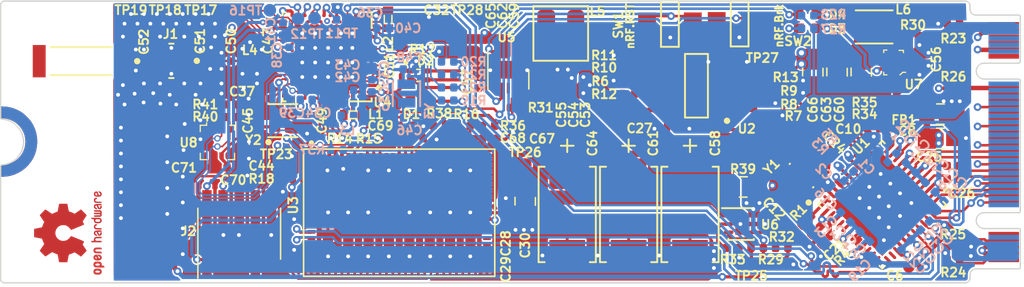
<source format=kicad_pcb>
(kicad_pcb (version 20171130) (host pcbnew 5.1.9)
  (layers (0 F.Cu signal) (1 In1.Cu power hide) (2 In2.Cu power hide) (31 B.Cu signal) (34 B.Paste user hide) (35 F.Paste user hide) (36 B.SilkS user) (37 F.SilkS user hide) (38 B.Mask user) (39 F.Mask user hide) (44 Edge.Cuts user))
  (net 0 "")
  (net 1 GND)
  (net 2 3V3)
  (net 3 "Net-(C13-Pad1)")
  (net 4 "Net-(C12-Pad1)")
  (net 5 "Net-(C24-Pad1)")
  (net 6 PETX_N)
  (net 7 "Net-(C25-Pad2)")
  (net 8 "Net-(C26-Pad2)")
  (net 9 PETX_P)
  (net 10 "Net-(R1-Pad2)")
  (net 11 "Net-(R2-Pad1)")
  (net 12 "Net-(R3-Pad1)")
  (net 13 "Net-(R4-Pad1)")
  (net 14 "Net-(R5-Pad2)")
  (net 15 "Net-(R7-Pad2)")
  (net 16 "Net-(R10-Pad2)")
  (net 17 PECLK_P)
  (net 18 PECLK_N)
  (net 19 PERX_P)
  (net 20 PERX_N)
  (net 21 ~PECREQ)
  (net 22 "Net-(U1-Pad18)")
  (net 23 "Net-(U1-Pad20)")
  (net 24 "Net-(U1-Pad28)")
  (net 25 "Net-(U1-Pad29)")
  (net 26 Radio_USB_P)
  (net 27 Radio_USB_N)
  (net 28 "Net-(U1-Pad46)")
  (net 29 ~PERST)
  (net 30 ~PEWAKE)
  (net 31 "Net-(U3-Pad5)")
  (net 32 "Net-(U3-Pad4)")
  (net 33 "Net-(U3-Pad49)")
  (net 34 "Net-(U3-Pad77)")
  (net 35 "Net-(U3-Pad78)")
  (net 36 "Net-(U3-Pad82)")
  (net 37 "Net-(U4-PadB9)")
  (net 38 "Net-(U4-PadB11)")
  (net 39 "Net-(U4-PadB13)")
  (net 40 "Net-(U4-PadB15)")
  (net 41 "Net-(U4-PadB17)")
  (net 42 "Net-(U4-PadH2)")
  (net 43 "Net-(U4-PadK2)")
  (net 44 "Net-(U4-PadM2)")
  (net 45 "Net-(U4-PadP2)")
  (net 46 "Net-(U4-PadR24)")
  (net 47 "Net-(U4-PadT23)")
  (net 48 "Net-(U4-PadV23)")
  (net 49 "Net-(U4-PadAC19)")
  (net 50 "Net-(U4-PadAC21)")
  (net 51 "Net-(ANT1-Pad1)")
  (net 52 "Net-(ANT1-Pad2)")
  (net 53 "Net-(J2-Pad8)")
  (net 54 "Net-(J2-Pad7)")
  (net 55 "Net-(J2-Pad6)")
  (net 56 "Net-(C31-Pad1)")
  (net 57 1V05)
  (net 58 3V3_CORAL)
  (net 59 "Net-(C32-Pad1)")
  (net 60 "Net-(C33-Pad1)")
  (net 61 "Net-(C34-Pad1)")
  (net 62 /nRF52840/VDD)
  (net 63 "Net-(C37-Pad1)")
  (net 64 "Net-(C38-Pad1)")
  (net 65 /nRF52840/DEC4_6)
  (net 66 /nRF52840/~RESET)
  (net 67 /nRF52840/XC1)
  (net 68 /nRF52840/XL1)
  (net 69 "Net-(C47-Pad1)")
  (net 70 /nRF52840/XL2)
  (net 71 /nRF52840/XC2)
  (net 72 "Net-(C50-Pad1)")
  (net 73 "Net-(C57-Pad1)")
  (net 74 5V_RADIO)
  (net 75 "Net-(D2-Pad4)")
  (net 76 "Net-(D2-Pad2)")
  (net 77 "Net-(D2-Pad3)")
  (net 78 /nRF52840/SWDIO)
  (net 79 /nRF52840/SWCLK)
  (net 80 /M2-Pins/CFG2)
  (net 81 /M2-Pins/CFG1)
  (net 82 "Net-(J3-Pad68)")
  (net 83 "Net-(J3-Pad67)")
  (net 84 "Net-(J3-Pad58)")
  (net 85 "Net-(J3-Pad56)")
  (net 86 "Net-(J3-Pad48)")
  (net 87 "Net-(J3-Pad46)")
  (net 88 "Net-(J3-Pad44)")
  (net 89 "Net-(J3-Pad42)")
  (net 90 "Net-(J3-Pad40)")
  (net 91 "Net-(J3-Pad38)")
  (net 92 "Net-(J3-Pad37)")
  (net 93 "Net-(J3-Pad36)")
  (net 94 "Net-(J3-Pad35)")
  (net 95 "Net-(J3-Pad34)")
  (net 96 "Net-(J3-Pad32)")
  (net 97 "Net-(J3-Pad31)")
  (net 98 "Net-(J3-Pad30)")
  (net 99 "Net-(J3-Pad29)")
  (net 100 "Net-(J3-Pad28)")
  (net 101 "Net-(J3-Pad26)")
  (net 102 "Net-(J3-Pad25)")
  (net 103 "Net-(J3-Pad24)")
  (net 104 "Net-(J3-Pad23)")
  (net 105 "Net-(J3-Pad22)")
  (net 106 /M2-Pins/CFG0)
  (net 107 "Net-(J3-Pad20)")
  (net 108 "Net-(J3-Pad11)")
  (net 109 "Net-(J3-Pad10)")
  (net 110 "Net-(J3-Pad8)")
  (net 111 "Net-(J3-Pad7)")
  (net 112 "Net-(J3-Pad6)")
  (net 113 "Net-(J3-Pad5)")
  (net 114 /M2-Pins/CFG3)
  (net 115 "Net-(L1-Pad2)")
  (net 116 "Net-(L1-Pad1)")
  (net 117 "Net-(L2-Pad1)")
  (net 118 "Net-(L5-Pad2)")
  (net 119 "Net-(L6-Pad1)")
  (net 120 "Net-(R6-Pad1)")
  (net 121 "Net-(R9-Pad2)")
  (net 122 "Net-(R12-Pad2)")
  (net 123 "Net-(R13-Pad2)")
  (net 124 CORAL_RST)
  (net 125 "Net-(R16-Pad2)")
  (net 126 /nRF52840/LED1)
  (net 127 /nRF52840/LED2_G)
  (net 128 /nRF52840/LED2_B)
  (net 129 /nRF52840/LED2_R)
  (net 130 "Net-(R29-Pad2)")
  (net 131 "Net-(R30-Pad2)")
  (net 132 "Net-(R32-Pad1)")
  (net 133 "Net-(R33-Pad1)")
  (net 134 "Net-(R34-Pad2)")
  (net 135 "Net-(U1-Pad37)")
  (net 136 "Net-(U1-Pad38)")
  (net 137 CORAL_USB_P)
  (net 138 CORAL_USB_N)
  (net 139 CORAL_PGOOD)
  (net 140 CORAL_PMIC_EN)
  (net 141 /powerSupply/3V3_PG)
  (net 142 "Net-(U5-Pad8)")
  (net 143 /powerSupply/1V05_PG)
  (net 144 "Net-(D1-PadK)")
  (net 145 "Net-(D3-PadA)")
  (net 146 "Net-(D4-PadA)")
  (net 147 "Net-(U4-PadB19)")
  (net 148 "Net-(U4-PadG1)")
  (net 149 "Net-(U4-PadJ1)")
  (net 150 "Net-(U4-PadJ24)")
  (net 151 "Net-(U4-PadL24)")
  (net 152 "Net-(U4-PadP23)")
  (net 153 "Net-(U4-PadT2)")
  (net 154 "Net-(U4-PadAC9)")
  (net 155 "Net-(U4-PadAD8)")
  (net 156 "Net-(U4-PadAD10)")
  (net 157 "Net-(U4-PadAD12)")
  (net 158 "Net-(U4-PadAD16)")
  (net 159 "Net-(U4-PadAC11)")
  (net 160 "Net-(U4-PadAC15)")
  (net 161 "Net-(U4-PadAC17)")
  (net 162 "Net-(U3-Pad50)")
  (net 163 "Net-(U3-Pad52)")
  (net 164 "Net-(U3-Pad84)")
  (net 165 "Net-(U3-Pad85)")
  (net 166 "Net-(C69-Pad1)")
  (net 167 "Net-(R31-Pad2)")
  (net 168 "Net-(R36-Pad2)")
  (net 169 "Net-(TP11-Pad1)")
  (net 170 "Net-(TP12-Pad1)")
  (net 171 "Net-(TP16-Pad1)")
  (net 172 "Net-(TP17-Pad1)")
  (net 173 "Net-(TP18-Pad1)")
  (net 174 "Net-(TP19-Pad1)")
  (net 175 "Net-(TP23-Pad1)")
  (net 176 /nRF52840/SDA)
  (net 177 /nRF52840/SCL)
  (module radio-module-footprints:Abracon-ABS06-32.768KHZ-T-0 (layer B.Cu) (at 146.621499 98.7044 90)
    (fp_text reference Y3 (at -2.1336 1.816101 90) (layer B.SilkS) (effects (font (size 0.7 0.7)) (justify right mirror)))
    (fp_text value ABS06-32.768KHZ-9-1-T hide)
    (pad 1 smd rect (at -0.73 0 90) (size 0.75 1.4) (layers B.Cu B.Paste B.Mask) (net 68 /nRF52840/XL1))
    (pad 2 smd rect (at 0.73 0 90) (size 0.75 1.4) (layers B.Cu B.Paste B.Mask) (net 70 /nRF52840/XL2))
  )
  (module radio-module-footprints:Abracon-ABM11W-0-0-0 (layer F.Cu) (at 136.906001 100.838 180)
    (fp_text reference Y2 (at 1.574801 -1.524) (layer F.SilkS) (effects (font (size 0.7 0.7)) (justify right)))
    (fp_text value ABM11W-101-32.0000MHZ-T3 hide)
    (pad 2 smd rect (at -0.6375 -0.4875 180) (size 0.875 0.775) (layers F.Cu F.Paste F.Mask) (net 1 GND))
    (pad 1 smd rect (at 0.6375 -0.4875 180) (size 0.875 0.775) (layers F.Cu F.Paste F.Mask) (net 67 /nRF52840/XC1))
    (pad 4 smd rect (at 0.6375 0.4875 180) (size 0.875 0.775) (layers F.Cu F.Paste F.Mask) (net 1 GND))
    (pad 3 smd rect (at -0.6375 0.4875 180) (size 0.875 0.775) (layers F.Cu F.Paste F.Mask) (net 71 /nRF52840/XC2))
  )
  (module radio-module-footprints:NDK-NX3225SA-0-0-MFG (layer F.Cu) (at 177.673 105.156 45)
    (fp_text reference Y1 (at -1.9 -2.15 45) (layer F.SilkS) (effects (font (size 0.7 0.7)) (justify left)))
    (fp_text value NX3225SA-24M)
    (pad 1 smd rect (at -1.1 0.8 45) (size 1.4 1.2) (layers F.Cu F.Paste F.Mask) (net 4 "Net-(C12-Pad1)"))
    (pad 2 smd rect (at 1.1 0.8 45) (size 1.4 1.2) (layers F.Cu F.Paste F.Mask) (net 1 GND))
    (pad 3 smd rect (at 1.1 -0.8 45) (size 1.4 1.2) (layers F.Cu F.Paste F.Mask) (net 5 "Net-(C24-Pad1)"))
    (pad 4 smd rect (at -1.1 -0.8 45) (size 1.4 1.2) (layers F.Cu F.Paste F.Mask) (net 1 GND))
  )
  (module radio-module-footprints:Pressure_Sensor_LGA-8_2.5x2.5mm_BME280 (layer F.Cu) (at 131.762499 102.5525)
    (fp_text reference U8 (at -2.273299 0.0127) (layer F.SilkS) (effects (font (size 0.7 0.7))))
    (fp_text value BME280)
    (pad 8 smd rect (at -0.975 1.024999) (size 0.35 0.5) (layers F.Cu F.Paste F.Mask) (net 2 3V3))
    (pad 7 smd rect (at -0.325 1.024999) (size 0.35 0.5) (layers F.Cu F.Paste F.Mask) (net 1 GND))
    (pad 6 smd rect (at 0.325 1.024999) (size 0.35 0.5) (layers F.Cu F.Paste F.Mask) (net 2 3V3))
    (pad 5 smd rect (at 0.975 1.024999) (size 0.35 0.5) (layers F.Cu F.Paste F.Mask) (net 1 GND))
    (pad 4 smd rect (at 0.975 -1.025) (size 0.35 0.5) (layers F.Cu F.Paste F.Mask) (net 177 /nRF52840/SCL))
    (pad 3 smd rect (at 0.325 -1.025) (size 0.35 0.5) (layers F.Cu F.Paste F.Mask) (net 176 /nRF52840/SDA))
    (pad 2 smd rect (at -0.325 -1.025) (size 0.35 0.5) (layers F.Cu F.Paste F.Mask) (net 1 GND))
    (pad 1 smd rect (at -0.975 -1.025) (size 0.35 0.5) (layers F.Cu F.Paste F.Mask) (net 1 GND))
  )
  (module radio-module-footprints:SOT-563 (layer F.Cu) (at 184.912 96.266 90)
    (fp_text reference U7 (at -1.7272 1.5748 180) (layer F.SilkS) (effects (font (size 0.7 0.7))))
    (fp_text value TLV62568PDRLT)
    (pad 3 smd rect (at 0.5 0.75 90) (size 0.3 0.6) (layers F.Cu F.Paste F.Mask) (net 2 3V3))
    (pad 2 smd rect (at 0 0.75 90) (size 0.3 0.6) (layers F.Cu F.Paste F.Mask) (net 1 GND))
    (pad 1 smd rect (at -0.5 0.75 90) (size 0.3 0.6) (layers F.Cu F.Paste F.Mask) (net 134 "Net-(R34-Pad2)"))
    (pad 6 smd rect (at -0.5 -0.75 90) (size 0.3 0.6) (layers F.Cu F.Paste F.Mask) (net 143 /powerSupply/1V05_PG))
    (pad 5 smd rect (at 0 -0.75 90) (size 0.3 0.6) (layers F.Cu F.Paste F.Mask) (net 131 "Net-(R30-Pad2)"))
    (pad 4 smd rect (at 0.5 -0.75 90) (size 0.3 0.6) (layers F.Cu F.Paste F.Mask) (net 119 "Net-(L6-Pad1)"))
  )
  (module radio-module-footprints:ON_Semiconductor-517AB-04_2013-C-IPC_B (layer F.Cu) (at 172.9232 108.966)
    (fp_text reference U6 (at 1.4732 0.0508) (layer F.SilkS) (effects (font (size 0.7 0.7)) (justify left)))
    (fp_text value NCP380HMUAJAATBG hide)
    (pad 1 smd rect (at -0.978048 -0.65) (size 0.756033 0.292474) (layers F.Cu F.Paste F.Mask) (net 58 3V3_CORAL))
    (pad 2 smd roundrect (at -0.978048 0) (size 0.756033 0.292474) (layers F.Cu F.Paste F.Mask) (roundrect_rratio 0.5) (net 133 "Net-(R33-Pad1)"))
    (pad 3 smd roundrect (at -0.978048 0.65) (size 0.756033 0.292474) (layers F.Cu F.Paste F.Mask) (roundrect_rratio 0.5) (net 130 "Net-(R29-Pad2)"))
    (pad 4 smd roundrect (at 0.978049 0.65) (size 0.756033 0.292474) (layers F.Cu F.Paste F.Mask) (roundrect_rratio 0.5) (net 132 "Net-(R32-Pad1)"))
    (pad 5 smd roundrect (at 0.978049 0) (size 0.756033 0.292474) (layers F.Cu F.Paste F.Mask) (roundrect_rratio 0.5) (net 1 GND))
    (pad 6 smd roundrect (at 0.978049 -0.65) (size 0.756033 0.292474) (layers F.Cu F.Paste F.Mask) (roundrect_rratio 0.5) (net 2 3V3))
    (pad 7 smd rect (at 0 0) (size 0.9 1.7) (layers F.Cu F.Mask) (net 1 GND))
  )
  (module radio-module-footprints:VSON-10-1EP_3x3mm (layer F.Cu) (at 154.432 96.647 270)
    (fp_text reference U5 (at -2.3622 -0.0508 180) (layer F.SilkS) (effects (font (size 0.7 0.7))))
    (fp_text value TPS61232DRCR)
    (pad 3 smd roundrect (at -1.2375 -0.2 270) (size 0.875 0.25) (layers F.Cu F.Paste F.Mask) (net 74 5V_RADIO))
    (pad 2 smd roundrect (at -1.2375 -0.7 270) (size 0.875 0.25) (layers F.Cu F.Paste F.Mask) (net 118 "Net-(L5-Pad2)"))
    (pad 1 smd roundrect (at -1.2375 -1.2 270) (size 0.875 0.25) (layers F.Cu F.Paste F.Mask) (net 118 "Net-(L5-Pad2)"))
    (pad 5 smd roundrect (at -1.2375 0.8 270) (size 0.875 0.25) (layers F.Cu F.Paste F.Mask) (net 141 /powerSupply/3V3_PG))
    (pad 4 smd roundrect (at -1.2375 0.3 270) (size 0.875 0.25) (layers F.Cu F.Paste F.Mask) (net 74 5V_RADIO))
    (pad 7 smd roundrect (at 1.6375 0.3 270) (size 0.875 0.25) (layers F.Cu F.Paste F.Mask) (net 74 5V_RADIO))
    (pad 6 smd roundrect (at 1.6375 0.8 270) (size 0.875 0.25) (layers F.Cu F.Paste F.Mask) (net 73 "Net-(C57-Pad1)"))
    (pad 10 smd roundrect (at 1.6375 -1.2 270) (size 0.875 0.25) (layers F.Cu F.Paste F.Mask) (net 2 3V3))
    (pad 9 smd roundrect (at 1.6375 -0.7 270) (size 0.875 0.25) (layers F.Cu F.Paste F.Mask) (net 167 "Net-(R31-Pad2)"))
    (pad 8 smd roundrect (at 1.6375 -0.2 270) (size 0.875 0.25) (layers F.Cu F.Paste F.Mask) (net 142 "Net-(U5-Pad8)"))
    (pad 11 smd roundrect (at 0.2 -0.2 270) (size 1.2 2) (layers F.Cu F.Mask) (roundrect_rratio 0.208333) (net 1 GND))
  )
  (module radio-module-footprints:Nordic_Semiconductor-NRF52840-QIAA-R-0-0-MFG (layer F.Cu) (at 140.3858 95.8215 180)
    (fp_text reference U4 (at -5.1562 -3.5941) (layer F.SilkS) (effects (font (size 0.7 0.7)) (justify right)))
    (fp_text value NRF52840)
    (pad 1 smd rect (at 0 0 180) (size 4.85 4.85) (layers F.Cu F.Paste F.Mask) (net 1 GND))
    (pad A8 smd circle (at -1.25 -3.25 180) (size 0.275 0.275) (layers F.Cu F.Paste F.Mask) (net 176 /nRF52840/SDA))
    (pad A10 smd circle (at -0.75 -3.25 180) (size 0.275 0.275) (layers F.Cu F.Paste F.Mask) (net 124 CORAL_RST))
    (pad A12 smd circle (at -0.25 -3.25 180) (size 0.275 0.275) (layers F.Cu F.Paste F.Mask) (net 140 CORAL_PMIC_EN))
    (pad A14 smd circle (at 0.25 -3.25 180) (size 0.275 0.275) (layers F.Cu F.Paste F.Mask) (net 139 CORAL_PGOOD))
    (pad A16 smd circle (at 0.75 -3.25 180) (size 0.275 0.275) (layers F.Cu F.Paste F.Mask) (net 175 "Net-(TP23-Pad1)"))
    (pad A18 smd circle (at 1.25 -3.25 180) (size 0.275 0.275) (layers F.Cu F.Paste F.Mask) (net 61 "Net-(C34-Pad1)"))
    (pad A20 smd circle (at 1.75 -3.25 180) (size 0.275 0.275) (layers F.Cu F.Paste F.Mask) (net 177 /nRF52840/SCL))
    (pad A22 smd circle (at 2.25 -3.25 180) (size 0.275 0.275) (layers F.Cu F.Paste F.Mask) (net 62 /nRF52840/VDD))
    (pad A23 smd circle (at 2.75 -3.25 180) (size 0.275 0.275) (layers F.Cu F.Paste F.Mask) (net 71 /nRF52840/XC2))
    (pad B1 smd circle (at -3.25 -2.75 180) (size 0.275 0.275) (layers F.Cu F.Paste F.Mask) (net 62 /nRF52840/VDD))
    (pad B24 smd circle (at 3.25 -2.75 180) (size 0.275 0.275) (layers F.Cu F.Paste F.Mask) (net 67 /nRF52840/XC1))
    (pad B3 smd circle (at -2.5 -2.75 180) (size 0.275 0.275) (layers F.Cu F.Paste F.Mask) (net 116 "Net-(L1-Pad1)"))
    (pad B5 smd circle (at -2 -2.75 180) (size 0.275 0.275) (layers F.Cu F.Paste F.Mask) (net 65 /nRF52840/DEC4_6))
    (pad B7 smd circle (at -1.5 -2.75 180) (size 0.275 0.275) (layers F.Cu F.Paste F.Mask) (net 1 GND))
    (pad B9 smd circle (at -1 -2.75 180) (size 0.275 0.275) (layers F.Cu F.Paste F.Mask) (net 37 "Net-(U4-PadB9)"))
    (pad B11 smd circle (at -0.5 -2.75 180) (size 0.275 0.275) (layers F.Cu F.Paste F.Mask) (net 38 "Net-(U4-PadB11)"))
    (pad B13 smd circle (at 0 -2.75 180) (size 0.275 0.275) (layers F.Cu F.Paste F.Mask) (net 39 "Net-(U4-PadB13)"))
    (pad B15 smd circle (at 0.5 -2.75 180) (size 0.275 0.275) (layers F.Cu F.Paste F.Mask) (net 40 "Net-(U4-PadB15)"))
    (pad B17 smd circle (at 1 -2.75 180) (size 0.275 0.275) (layers F.Cu F.Paste F.Mask) (net 41 "Net-(U4-PadB17)"))
    (pad B19 smd circle (at 1.5 -2.75 180) (size 0.275 0.275) (layers F.Cu F.Paste F.Mask) (net 147 "Net-(U4-PadB19)"))
    (pad C1 smd circle (at -3.25 -2.25 180) (size 0.275 0.275) (layers F.Cu F.Paste F.Mask) (net 60 "Net-(C33-Pad1)"))
    (pad D2 smd circle (at -2.75 -2 180) (size 0.275 0.275) (layers F.Cu F.Paste F.Mask) (net 68 /nRF52840/XL1))
    (pad D23 smd circle (at 2.75 -2 180) (size 0.275 0.275) (layers F.Cu F.Paste F.Mask) (net 63 "Net-(C37-Pad1)"))
    (pad E24 smd circle (at 3.25 -1.75 180) (size 0.275 0.275) (layers F.Cu F.Paste F.Mask) (net 65 /nRF52840/DEC4_6))
    (pad F2 smd circle (at -2.75 -1.5 180) (size 0.275 0.275) (layers F.Cu F.Paste F.Mask) (net 70 /nRF52840/XL2))
    (pad F23 smd circle (at 2.75 -1.5 180) (size 0.275 0.275) (layers F.Cu F.Paste F.Mask) (net 1 GND))
    (pad G1 smd circle (at -3.25 -1.25 180) (size 0.275 0.275) (layers F.Cu F.Paste F.Mask) (net 148 "Net-(U4-PadG1)"))
    (pad H2 smd circle (at -2.75 -1 180) (size 0.275 0.275) (layers F.Cu F.Paste F.Mask) (net 42 "Net-(U4-PadH2)"))
    (pad H23 smd circle (at 2.75 -1 180) (size 0.275 0.275) (layers F.Cu F.Paste F.Mask) (net 69 "Net-(C47-Pad1)"))
    (pad J1 smd circle (at -3.25 -0.75 180) (size 0.275 0.275) (layers F.Cu F.Paste F.Mask) (net 149 "Net-(U4-PadJ1)"))
    (pad J24 smd circle (at 3.25 -0.75 180) (size 0.275 0.275) (layers F.Cu F.Paste F.Mask) (net 150 "Net-(U4-PadJ24)"))
    (pad K2 smd circle (at -2.75 -0.5 180) (size 0.275 0.275) (layers F.Cu F.Paste F.Mask) (net 43 "Net-(U4-PadK2)"))
    (pad L1 smd circle (at -3.25 -0.25 180) (size 0.275 0.275) (layers F.Cu F.Paste F.Mask) (net 126 /nRF52840/LED1))
    (pad L24 smd circle (at 3.25 -0.25 180) (size 0.275 0.275) (layers F.Cu F.Paste F.Mask) (net 151 "Net-(U4-PadL24)"))
    (pad M2 smd circle (at -2.75 0 180) (size 0.275 0.275) (layers F.Cu F.Paste F.Mask) (net 44 "Net-(U4-PadM2)"))
    (pad N1 smd circle (at -3.25 0.25 180) (size 0.275 0.275) (layers F.Cu F.Paste F.Mask) (net 129 /nRF52840/LED2_R))
    (pad N24 smd circle (at 3.25 0.25 180) (size 0.275 0.275) (layers F.Cu F.Paste F.Mask) (net 64 "Net-(C38-Pad1)"))
    (pad P2 smd circle (at -2.75 0.5 180) (size 0.275 0.275) (layers F.Cu F.Paste F.Mask) (net 45 "Net-(U4-PadP2)"))
    (pad P23 smd circle (at 2.75 0.5 180) (size 0.275 0.275) (layers F.Cu F.Paste F.Mask) (net 152 "Net-(U4-PadP23)"))
    (pad R1 smd circle (at -3.25 0.75 180) (size 0.275 0.275) (layers F.Cu F.Paste F.Mask) (net 127 /nRF52840/LED2_G))
    (pad R24 smd circle (at 3.25 0.75 180) (size 0.275 0.275) (layers F.Cu F.Paste F.Mask) (net 46 "Net-(U4-PadR24)"))
    (pad T2 smd circle (at -2.75 1 180) (size 0.275 0.275) (layers F.Cu F.Paste F.Mask) (net 153 "Net-(U4-PadT2)"))
    (pad T23 smd circle (at 2.75 1 180) (size 0.275 0.275) (layers F.Cu F.Paste F.Mask) (net 47 "Net-(U4-PadT23)"))
    (pad U1 smd circle (at -3.25 1.25 180) (size 0.275 0.275) (layers F.Cu F.Paste F.Mask) (net 128 /nRF52840/LED2_B))
    (pad U24 smd circle (at 3.25 1.25 180) (size 0.275 0.275) (layers F.Cu F.Paste F.Mask) (net 174 "Net-(TP19-Pad1)"))
    (pad V23 smd circle (at 2.75 1.5 180) (size 0.275 0.275) (layers F.Cu F.Paste F.Mask) (net 48 "Net-(U4-PadV23)"))
    (pad W1 smd circle (at -3.25 1.75 180) (size 0.275 0.275) (layers F.Cu F.Paste F.Mask) (net 62 /nRF52840/VDD))
    (pad W24 smd circle (at 3.25 1.75 180) (size 0.275 0.275) (layers F.Cu F.Paste F.Mask) (net 173 "Net-(TP18-Pad1)"))
    (pad Y2 smd circle (at -2.75 2 180) (size 0.275 0.275) (layers F.Cu F.Paste F.Mask) (net 56 "Net-(C31-Pad1)"))
    (pad Y23 smd circle (at 2.75 2 180) (size 0.275 0.275) (layers F.Cu F.Paste F.Mask) (net 172 "Net-(TP17-Pad1)"))
    (pad AA24 smd circle (at 3.25 2.25 180) (size 0.275 0.275) (layers F.Cu F.Paste F.Mask) (net 79 /nRF52840/SWCLK))
    (pad AB2 smd circle (at -2.75 2.5 180) (size 0.275 0.275) (layers F.Cu F.Paste F.Mask) (net 117 "Net-(L2-Pad1)"))
    (pad AC5 smd circle (at -2 2.75 180) (size 0.275 0.275) (layers F.Cu F.Paste F.Mask) (net 59 "Net-(C32-Pad1)"))
    (pad AC9 smd circle (at -1 2.75 180) (size 0.275 0.275) (layers F.Cu F.Paste F.Mask) (net 154 "Net-(U4-PadAC9)"))
    (pad AC11 smd circle (at -0.5 2.75 180) (size 0.275 0.275) (layers F.Cu F.Paste F.Mask) (net 159 "Net-(U4-PadAC11)"))
    (pad AC13 smd circle (at 0 2.75 180) (size 0.275 0.275) (layers F.Cu F.Paste F.Mask) (net 66 /nRF52840/~RESET))
    (pad AC15 smd circle (at 0.5 2.75 180) (size 0.275 0.275) (layers F.Cu F.Paste F.Mask) (net 160 "Net-(U4-PadAC15)"))
    (pad AC17 smd circle (at 1 2.75 180) (size 0.275 0.275) (layers F.Cu F.Paste F.Mask) (net 161 "Net-(U4-PadAC17)"))
    (pad AC19 smd circle (at 1.5 2.75 180) (size 0.275 0.275) (layers F.Cu F.Paste F.Mask) (net 49 "Net-(U4-PadAC19)"))
    (pad AC21 smd circle (at 2 2.75 180) (size 0.275 0.275) (layers F.Cu F.Paste F.Mask) (net 50 "Net-(U4-PadAC21)"))
    (pad AC24 smd circle (at 3.25 2.75 180) (size 0.275 0.275) (layers F.Cu F.Paste F.Mask) (net 78 /nRF52840/SWDIO))
    (pad AD2 smd circle (at -2.75 3.25 180) (size 0.275 0.275) (layers F.Cu F.Paste F.Mask) (net 62 /nRF52840/VDD))
    (pad AD4 smd circle (at -2.25 3.25 180) (size 0.275 0.275) (layers F.Cu F.Paste F.Mask) (net 27 Radio_USB_N))
    (pad AD6 smd circle (at -1.75 3.25 180) (size 0.275 0.275) (layers F.Cu F.Paste F.Mask) (net 26 Radio_USB_P))
    (pad AD8 smd circle (at -1.25 3.25 180) (size 0.275 0.275) (layers F.Cu F.Paste F.Mask) (net 155 "Net-(U4-PadAD8)"))
    (pad AD10 smd circle (at -0.75 3.25 180) (size 0.275 0.275) (layers F.Cu F.Paste F.Mask) (net 156 "Net-(U4-PadAD10)"))
    (pad AD12 smd circle (at -0.25 3.25 180) (size 0.275 0.275) (layers F.Cu F.Paste F.Mask) (net 157 "Net-(U4-PadAD12)"))
    (pad AD14 smd circle (at 0.25 3.25 180) (size 0.275 0.275) (layers F.Cu F.Paste F.Mask) (net 62 /nRF52840/VDD))
    (pad AD16 smd circle (at 0.75 3.25 180) (size 0.275 0.275) (layers F.Cu F.Paste F.Mask) (net 158 "Net-(U4-PadAD16)"))
    (pad AD18 smd circle (at 1.25 3.25 180) (size 0.275 0.275) (layers F.Cu F.Paste F.Mask) (net 169 "Net-(TP11-Pad1)"))
    (pad AD20 smd circle (at 1.75 3.25 180) (size 0.275 0.275) (layers F.Cu F.Paste F.Mask) (net 170 "Net-(TP12-Pad1)"))
    (pad AD22 smd circle (at 2.25 3.25 180) (size 0.275 0.275) (layers F.Cu F.Paste F.Mask) (net 171 "Net-(TP16-Pad1)"))
    (pad AD23 smd circle (at 2.75 3.25 180) (size 0.275 0.275) (layers F.Cu F.Paste F.Mask) (net 62 /nRF52840/VDD))
  )
  (module radio-module-footprints:MODULE_G313-06329-00 (layer F.Cu) (at 146.05 108.077 270)
    (fp_text reference U3 (at -0.5842 8.3312 90) (layer F.SilkS) (effects (font (size 0.7 0.7))))
    (fp_text value CoralAccelerator)
    (pad 45 smd rect (at 4.5 -6.9 270) (size 0.3 0.6) (layers F.Cu F.Paste F.Mask) (net 1 GND))
    (pad 1 smd rect (at -4.5 6.9 270) (size 0.3 0.6) (layers F.Cu F.Paste F.Mask) (net 1 GND))
    (pad 6 smd rect (at -2 6.9 270) (size 0.3 0.6) (layers F.Cu F.Paste F.Mask) (net 1 GND))
    (pad 5 smd rect (at -2.5 6.9 270) (size 0.3 0.6) (layers F.Cu F.Paste F.Mask) (net 31 "Net-(U3-Pad5)"))
    (pad 4 smd rect (at -3 6.9 270) (size 0.3 0.6) (layers F.Cu F.Paste F.Mask) (net 32 "Net-(U3-Pad4)"))
    (pad 3 smd rect (at -3.5 6.9 270) (size 0.3 0.6) (layers F.Cu F.Paste F.Mask) (net 1 GND))
    (pad 2 smd rect (at -4 6.9 270) (size 0.3 0.6) (layers F.Cu F.Paste F.Mask) (net 1 GND))
    (pad 64 smd rect (at -4.4 -6 270) (size 0.6 0.3) (layers F.Cu F.Paste F.Mask) (net 58 3V3_CORAL))
    (pad 20 smd rect (at 4.4 6 270) (size 0.6 0.3) (layers F.Cu F.Paste F.Mask) (net 1 GND))
    (pad 101 smd rect (at -0.8 0.8 270) (size 0.8 0.8) (layers F.Cu F.Paste F.Mask) (net 1 GND))
    (pad 100 smd rect (at -0.8 -0.8 270) (size 0.8 0.8) (layers F.Cu F.Paste F.Mask) (net 1 GND))
    (pad 99 smd rect (at -0.8 -2.4 270) (size 0.8 0.8) (layers F.Cu F.Paste F.Mask) (net 1 GND))
    (pad 98 smd rect (at -0.8 -4 270) (size 0.8 0.8) (layers F.Cu F.Paste F.Mask) (net 1 GND))
    (pad 97 smd rect (at -0.8 -5.6 270) (size 0.8 0.8) (layers F.Cu F.Paste F.Mask) (net 1 GND))
    (pad 102 smd rect (at -0.8 2.4 270) (size 0.8 0.8) (layers F.Cu F.Paste F.Mask) (net 1 GND))
    (pad 103 smd rect (at -0.8 4 270) (size 0.8 0.8) (layers F.Cu F.Paste F.Mask) (net 1 GND))
    (pad 104 smd rect (at -0.8 5.6 270) (size 0.8 0.8) (layers F.Cu F.Paste F.Mask) (net 1 GND))
    (pad 93 smd rect (at -2.4 0.8 270) (size 0.8 0.8) (layers F.Cu F.Paste F.Mask) (net 1 GND))
    (pad 92 smd rect (at -2.4 -0.8 270) (size 0.8 0.8) (layers F.Cu F.Paste F.Mask) (net 1 GND))
    (pad 91 smd rect (at -2.4 -2.4 270) (size 0.8 0.8) (layers F.Cu F.Paste F.Mask) (net 1 GND))
    (pad 90 smd rect (at -2.4 -4 270) (size 0.8 0.8) (layers F.Cu F.Paste F.Mask) (net 1 GND))
    (pad 89 smd rect (at -2.4 -5.6 270) (size 0.8 0.8) (layers F.Cu F.Paste F.Mask) (net 1 GND))
    (pad 94 smd rect (at -2.4 2.4 270) (size 0.8 0.8) (layers F.Cu F.Paste F.Mask) (net 1 GND))
    (pad 95 smd rect (at -2.4 4 270) (size 0.8 0.8) (layers F.Cu F.Paste F.Mask) (net 1 GND))
    (pad 96 smd rect (at -2.4 5.6 270) (size 0.8 0.8) (layers F.Cu F.Paste F.Mask) (net 1 GND))
    (pad 109 smd rect (at 0.8 0.8 270) (size 0.8 0.8) (layers F.Cu F.Paste F.Mask) (net 1 GND))
    (pad 108 smd rect (at 0.8 -0.8 270) (size 0.8 0.8) (layers F.Cu F.Paste F.Mask) (net 1 GND))
    (pad 107 smd rect (at 0.8 -2.4 270) (size 0.8 0.8) (layers F.Cu F.Paste F.Mask) (net 1 GND))
    (pad 106 smd rect (at 0.8 -4 270) (size 0.8 0.8) (layers F.Cu F.Paste F.Mask) (net 1 GND))
    (pad 105 smd rect (at 0.8 -5.6 270) (size 0.8 0.8) (layers F.Cu F.Paste F.Mask) (net 1 GND))
    (pad 110 smd rect (at 0.8 2.4 270) (size 0.8 0.8) (layers F.Cu F.Paste F.Mask) (net 1 GND))
    (pad 111 smd rect (at 0.8 4 270) (size 0.8 0.8) (layers F.Cu F.Paste F.Mask) (net 1 GND))
    (pad 112 smd rect (at 0.8 5.6 270) (size 0.8 0.8) (layers F.Cu F.Paste F.Mask) (net 1 GND))
    (pad 117 smd rect (at 2.4 0.8 270) (size 0.8 0.8) (layers F.Cu F.Paste F.Mask) (net 1 GND))
    (pad 116 smd rect (at 2.4 -0.8 270) (size 0.8 0.8) (layers F.Cu F.Paste F.Mask) (net 1 GND))
    (pad 115 smd rect (at 2.4 -2.4 270) (size 0.8 0.8) (layers F.Cu F.Paste F.Mask) (net 1 GND))
    (pad 114 smd rect (at 2.4 -4 270) (size 0.8 0.8) (layers F.Cu F.Paste F.Mask) (net 1 GND))
    (pad 113 smd rect (at 2.4 -5.6 270) (size 0.8 0.8) (layers F.Cu F.Paste F.Mask) (net 1 GND))
    (pad 118 smd rect (at 2.4 2.4 270) (size 0.8 0.8) (layers F.Cu F.Paste F.Mask) (net 1 GND))
    (pad 119 smd rect (at 2.4 4 270) (size 0.8 0.8) (layers F.Cu F.Paste F.Mask) (net 1 GND))
    (pad 120 smd rect (at 2.4 5.6 270) (size 0.8 0.8) (layers F.Cu F.Paste F.Mask) (net 1 GND))
    (pad 7 smd rect (at -1.5 6.9 270) (size 0.3 0.6) (layers F.Cu F.Paste F.Mask) (net 1 GND))
    (pad 8 smd rect (at -1 6.9 270) (size 0.3 0.6) (layers F.Cu F.Paste F.Mask) (net 1 GND))
    (pad 9 smd rect (at -0.5 6.9 270) (size 0.3 0.6) (layers F.Cu F.Paste F.Mask) (net 1 GND))
    (pad 10 smd rect (at 0 6.9 270) (size 0.3 0.6) (layers F.Cu F.Paste F.Mask) (net 1 GND))
    (pad 11 smd rect (at 0.5 6.9 270) (size 0.3 0.6) (layers F.Cu F.Paste F.Mask) (net 1 GND))
    (pad 12 smd rect (at 1 6.9 270) (size 0.3 0.6) (layers F.Cu F.Paste F.Mask) (net 1 GND))
    (pad 13 smd rect (at 1.5 6.9 270) (size 0.3 0.6) (layers F.Cu F.Paste F.Mask) (net 137 CORAL_USB_P))
    (pad 14 smd rect (at 2 6.9 270) (size 0.3 0.6) (layers F.Cu F.Paste F.Mask) (net 138 CORAL_USB_N))
    (pad 15 smd rect (at 2.5 6.9 270) (size 0.3 0.6) (layers F.Cu F.Paste F.Mask) (net 1 GND))
    (pad 16 smd rect (at 3 6.9 270) (size 0.3 0.6) (layers F.Cu F.Paste F.Mask) (net 1 GND))
    (pad 17 smd rect (at 3.5 6.9 270) (size 0.3 0.6) (layers F.Cu F.Paste F.Mask) (net 1 GND))
    (pad 18 smd rect (at 4 6.9 270) (size 0.3 0.6) (layers F.Cu F.Paste F.Mask) (net 1 GND))
    (pad 19 smd rect (at 4.5 6.9 270) (size 0.3 0.6) (layers F.Cu F.Paste F.Mask) (net 1 GND))
    (pad 21 smd rect (at 4.4 5.5 270) (size 0.6 0.3) (layers F.Cu F.Paste F.Mask) (net 1 GND))
    (pad 22 smd rect (at 4.4 5 270) (size 0.6 0.3) (layers F.Cu F.Paste F.Mask) (net 1 GND))
    (pad 23 smd rect (at 4.4 4.5 270) (size 0.6 0.3) (layers F.Cu F.Paste F.Mask) (net 1 GND))
    (pad 24 smd rect (at 4.4 4 270) (size 0.6 0.3) (layers F.Cu F.Paste F.Mask) (net 1 GND))
    (pad 25 smd rect (at 4.4 3.5 270) (size 0.6 0.3) (layers F.Cu F.Paste F.Mask) (net 1 GND))
    (pad 26 smd rect (at 4.4 3 270) (size 0.6 0.3) (layers F.Cu F.Paste F.Mask) (net 1 GND))
    (pad 27 smd rect (at 4.4 2.5 270) (size 0.6 0.3) (layers F.Cu F.Paste F.Mask) (net 1 GND))
    (pad 28 smd rect (at 4.4 2 270) (size 0.6 0.3) (layers F.Cu F.Paste F.Mask) (net 1 GND))
    (pad 29 smd rect (at 4.4 1.5 270) (size 0.6 0.3) (layers F.Cu F.Paste F.Mask) (net 1 GND))
    (pad 30 smd rect (at 4.4 1 270) (size 0.6 0.3) (layers F.Cu F.Paste F.Mask) (net 1 GND))
    (pad 31 smd rect (at 4.4 0.5 270) (size 0.6 0.3) (layers F.Cu F.Paste F.Mask) (net 1 GND))
    (pad 32 smd rect (at 4.4 0 270) (size 0.6 0.3) (layers F.Cu F.Paste F.Mask) (net 1 GND))
    (pad 33 smd rect (at 4.4 -0.5 270) (size 0.6 0.3) (layers F.Cu F.Paste F.Mask) (net 1 GND))
    (pad 34 smd rect (at 4.4 -1 270) (size 0.6 0.3) (layers F.Cu F.Paste F.Mask) (net 1 GND))
    (pad 35 smd rect (at 4.4 -1.5 270) (size 0.6 0.3) (layers F.Cu F.Paste F.Mask) (net 1 GND))
    (pad 36 smd rect (at 4.4 -2 270) (size 0.6 0.3) (layers F.Cu F.Paste F.Mask) (net 1 GND))
    (pad 37 smd rect (at 4.4 -2.5 270) (size 0.6 0.3) (layers F.Cu F.Paste F.Mask) (net 139 CORAL_PGOOD))
    (pad 38 smd rect (at 4.4 -3 270) (size 0.6 0.3) (layers F.Cu F.Paste F.Mask) (net 1 GND))
    (pad 39 smd rect (at 4.4 -3.5 270) (size 0.6 0.3) (layers F.Cu F.Paste F.Mask) (net 1 GND))
    (pad 40 smd rect (at 4.4 -4 270) (size 0.6 0.3) (layers F.Cu F.Paste F.Mask) (net 1 GND))
    (pad 41 smd rect (at 4.4 -4.5 270) (size 0.6 0.3) (layers F.Cu F.Paste F.Mask) (net 1 GND))
    (pad 42 smd rect (at 4.4 -5 270) (size 0.6 0.3) (layers F.Cu F.Paste F.Mask) (net 1 GND))
    (pad 43 smd rect (at 4.4 -5.5 270) (size 0.6 0.3) (layers F.Cu F.Paste F.Mask) (net 1 GND))
    (pad 44 smd rect (at 4.4 -6 270) (size 0.6 0.3) (layers F.Cu F.Paste F.Mask) (net 1 GND))
    (pad 46 smd rect (at 4 -6.9 270) (size 0.3 0.6) (layers F.Cu F.Paste F.Mask) (net 1 GND))
    (pad 47 smd rect (at 3.5 -6.9 270) (size 0.3 0.6) (layers F.Cu F.Paste F.Mask) (net 1 GND))
    (pad 48 smd rect (at 3 -6.9 270) (size 0.3 0.6) (layers F.Cu F.Paste F.Mask) (net 1 GND))
    (pad 49 smd rect (at 2.5 -6.9 270) (size 0.3 0.6) (layers F.Cu F.Paste F.Mask) (net 33 "Net-(U3-Pad49)"))
    (pad 50 smd rect (at 2 -6.9 270) (size 0.3 0.6) (layers F.Cu F.Paste F.Mask) (net 162 "Net-(U3-Pad50)"))
    (pad 51 smd rect (at 1.5 -6.9 270) (size 0.3 0.6) (layers F.Cu F.Paste F.Mask) (net 1 GND))
    (pad 52 smd rect (at 1 -6.9 270) (size 0.3 0.6) (layers F.Cu F.Paste F.Mask) (net 163 "Net-(U3-Pad52)"))
    (pad 53 smd rect (at 0.5 -6.9 270) (size 0.3 0.6) (layers F.Cu F.Paste F.Mask) (net 168 "Net-(R36-Pad2)"))
    (pad 54 smd rect (at 0 -6.9 270) (size 0.3 0.6) (layers F.Cu F.Paste F.Mask) (net 58 3V3_CORAL))
    (pad 55 smd rect (at -0.5 -6.9 270) (size 0.3 0.6) (layers F.Cu F.Paste F.Mask) (net 1 GND))
    (pad 56 smd rect (at -1 -6.9 270) (size 0.3 0.6) (layers F.Cu F.Paste F.Mask) (net 58 3V3_CORAL))
    (pad 57 smd rect (at -1.5 -6.9 270) (size 0.3 0.6) (layers F.Cu F.Paste F.Mask) (net 58 3V3_CORAL))
    (pad 58 smd rect (at -2 -6.9 270) (size 0.3 0.6) (layers F.Cu F.Paste F.Mask) (net 58 3V3_CORAL))
    (pad 59 smd rect (at -2.5 -6.9 270) (size 0.3 0.6) (layers F.Cu F.Paste F.Mask) (net 58 3V3_CORAL))
    (pad 60 smd rect (at -3 -6.9 270) (size 0.3 0.6) (layers F.Cu F.Paste F.Mask) (net 58 3V3_CORAL))
    (pad 61 smd rect (at -3.5 -6.9 270) (size 0.3 0.6) (layers F.Cu F.Paste F.Mask) (net 58 3V3_CORAL))
    (pad 62 smd rect (at -4 -6.9 270) (size 0.3 0.6) (layers F.Cu F.Paste F.Mask) (net 58 3V3_CORAL))
    (pad 63 smd rect (at -4.5 -6.9 270) (size 0.3 0.6) (layers F.Cu F.Paste F.Mask) (net 58 3V3_CORAL))
    (pad 65 smd rect (at -4.4 -5.5 270) (size 0.6 0.3) (layers F.Cu F.Paste F.Mask) (net 58 3V3_CORAL))
    (pad 66 smd rect (at -4.4 -5 270) (size 0.6 0.3) (layers F.Cu F.Paste F.Mask) (net 58 3V3_CORAL))
    (pad 67 smd rect (at -4.4 -4.5 270) (size 0.6 0.3) (layers F.Cu F.Paste F.Mask) (net 58 3V3_CORAL))
    (pad 68 smd rect (at -4.4 -4 270) (size 0.6 0.3) (layers F.Cu F.Paste F.Mask) (net 1 GND))
    (pad 69 smd rect (at -4.4 -3.5 270) (size 0.6 0.3) (layers F.Cu F.Paste F.Mask) (net 1 GND))
    (pad 70 smd rect (at -4.4 -3 270) (size 0.6 0.3) (layers F.Cu F.Paste F.Mask) (net 1 GND))
    (pad 71 smd rect (at -4.4 -2.5 270) (size 0.6 0.3) (layers F.Cu F.Paste F.Mask) (net 1 GND))
    (pad 72 smd rect (at -4.4 -2 270) (size 0.6 0.3) (layers F.Cu F.Paste F.Mask) (net 1 GND))
    (pad 73 smd rect (at -4.4 -1.5 270) (size 0.6 0.3) (layers F.Cu F.Paste F.Mask) (net 1 GND))
    (pad 74 smd rect (at -4.4 -1 270) (size 0.6 0.3) (layers F.Cu F.Paste F.Mask) (net 1 GND))
    (pad 75 smd rect (at -4.4 -0.5 270) (size 0.6 0.3) (layers F.Cu F.Paste F.Mask) (net 1 GND))
    (pad 76 smd rect (at -4.4 0 270) (size 0.6 0.3) (layers F.Cu F.Paste F.Mask) (net 166 "Net-(C69-Pad1)"))
    (pad 77 smd rect (at -4.4 0.5 270) (size 0.6 0.3) (layers F.Cu F.Paste F.Mask) (net 34 "Net-(U3-Pad77)"))
    (pad 78 smd rect (at -4.4 1 270) (size 0.6 0.3) (layers F.Cu F.Paste F.Mask) (net 35 "Net-(U3-Pad78)"))
    (pad 79 smd rect (at -4.4 1.5 270) (size 0.6 0.3) (layers F.Cu F.Paste F.Mask) (net 1 GND))
    (pad 80 smd rect (at -4.4 2 270) (size 0.6 0.3) (layers F.Cu F.Paste F.Mask) (net 1 GND))
    (pad 81 smd rect (at -4.4 2.5 270) (size 0.6 0.3) (layers F.Cu F.Paste F.Mask) (net 1 GND))
    (pad 82 smd rect (at -4.4 3 270) (size 0.6 0.3) (layers F.Cu F.Paste F.Mask) (net 36 "Net-(U3-Pad82)"))
    (pad 83 smd rect (at -4.4 3.5 270) (size 0.6 0.3) (layers F.Cu F.Paste F.Mask) (net 125 "Net-(R16-Pad2)"))
    (pad 84 smd rect (at -4.4 4 270) (size 0.6 0.3) (layers F.Cu F.Paste F.Mask) (net 164 "Net-(U3-Pad84)"))
    (pad 85 smd rect (at -4.4 4.5 270) (size 0.6 0.3) (layers F.Cu F.Paste F.Mask) (net 165 "Net-(U3-Pad85)"))
    (pad 86 smd rect (at -4.4 5 270) (size 0.6 0.3) (layers F.Cu F.Paste F.Mask) (net 1 GND))
    (pad 87 smd rect (at -4.4 5.5 270) (size 0.6 0.3) (layers F.Cu F.Paste F.Mask) (net 1 GND))
    (pad 88 smd rect (at -4.4 6 270) (size 0.6 0.3) (layers F.Cu F.Paste F.Mask) (net 1 GND))
  )
  (module radio-module-footprints:SOIC8-SST25VF512A-33-4I-SAE-Level_B (layer F.Cu) (at 169.418 98.0948 180)
    (fp_text reference U2 (at -4.75 -3.380002) (layer F.SilkS) (effects (font (size 0.7 0.7)) (justify right)))
    (fp_text value SST25VF512A)
    (pad 1 smd roundrect (at -2.4 -1.905 90) (size 0.599999 2.200001) (layers F.Cu F.Paste F.Mask) (roundrect_rratio 0.5) (net 15 "Net-(R7-Pad2)"))
    (pad 2 smd roundrect (at -2.4 -0.635 90) (size 0.599999 2.200001) (layers F.Cu F.Paste F.Mask) (roundrect_rratio 0.5) (net 121 "Net-(R9-Pad2)"))
    (pad 3 smd roundrect (at -2.4 0.635 90) (size 0.599999 2.200001) (layers F.Cu F.Paste F.Mask) (roundrect_rratio 0.5) (net 123 "Net-(R13-Pad2)"))
    (pad 4 smd roundrect (at -2.4 1.905 90) (size 0.599999 2.200001) (layers F.Cu F.Paste F.Mask) (roundrect_rratio 0.5) (net 1 GND))
    (pad 8 smd roundrect (at 2.4 -1.905 90) (size 0.599999 2.200001) (layers F.Cu F.Paste F.Mask) (roundrect_rratio 0.5) (net 2 3V3))
    (pad 7 smd roundrect (at 2.4 -0.635 90) (size 0.599999 2.200001) (layers F.Cu F.Paste F.Mask) (roundrect_rratio 0.5) (net 122 "Net-(R12-Pad2)"))
    (pad 6 smd roundrect (at 2.4 0.635 90) (size 0.599999 2.200001) (layers F.Cu F.Paste F.Mask) (roundrect_rratio 0.5) (net 120 "Net-(R6-Pad1)"))
    (pad 5 smd roundrect (at 2.4 1.905 90) (size 0.599999 2.200001) (layers F.Cu F.Paste F.Mask) (roundrect_rratio 0.5) (net 16 "Net-(R10-Pad2)"))
  )
  (module radio-module-footprints:QFN48-Renesas-UPD720202 (layer F.Cu) (at 184.023 107.442 225)
    (fp_text reference U1 (at -2.891642 4.436247 45) (layer F.SilkS) (effects (font (size 0.7 0.7)) (justify right)))
    (fp_text value UPD720202)
    (pad 49 smd rect (at 0 0 225) (size 5.7 5.7) (layers F.Cu F.Mask) (net 1 GND))
    (pad 1 smd rect (at -3.37803 -2.749998 225) (size 0.756067 0.239283) (layers F.Cu F.Paste F.Mask) (net 17 PECLK_P))
    (pad 2 smd roundrect (at -3.37803 -2.250417 225) (size 0.756067 0.239283) (layers F.Cu F.Paste F.Mask) (roundrect_rratio 0.5) (net 18 PECLK_N))
    (pad 3 smd roundrect (at -3.37803 -1.750417 225) (size 0.756067 0.239283) (layers F.Cu F.Paste F.Mask) (roundrect_rratio 0.5) (net 3 "Net-(C13-Pad1)"))
    (pad 4 smd roundrect (at -3.37803 -1.250417 225) (size 0.756067 0.239283) (layers F.Cu F.Paste F.Mask) (roundrect_rratio 0.5) (net 8 "Net-(C26-Pad2)"))
    (pad 5 smd roundrect (at -3.37803 -0.750417 225) (size 0.756067 0.239283) (layers F.Cu F.Paste F.Mask) (roundrect_rratio 0.5) (net 7 "Net-(C25-Pad2)"))
    (pad 6 smd roundrect (at -3.37803 -0.250417 225) (size 0.756067 0.239283) (layers F.Cu F.Paste F.Mask) (roundrect_rratio 0.5) (net 57 1V05))
    (pad 7 smd roundrect (at -3.37803 0.249583 225) (size 0.756067 0.239283) (layers F.Cu F.Paste F.Mask) (roundrect_rratio 0.5) (net 19 PERX_P))
    (pad 8 smd roundrect (at -3.37803 0.749583 225) (size 0.756067 0.239283) (layers F.Cu F.Paste F.Mask) (roundrect_rratio 0.5) (net 20 PERX_N))
    (pad 9 smd roundrect (at -3.37803 1.249583 225) (size 0.756067 0.239283) (layers F.Cu F.Paste F.Mask) (roundrect_rratio 0.5) (net 57 1V05))
    (pad 10 smd roundrect (at -3.37803 1.749583 225) (size 0.756067 0.239283) (layers F.Cu F.Paste F.Mask) (roundrect_rratio 0.5) (net 21 ~PECREQ))
    (pad 11 smd roundrect (at -3.37803 2.249583 225) (size 0.756067 0.239283) (layers F.Cu F.Paste F.Mask) (roundrect_rratio 0.5) (net 11 "Net-(R2-Pad1)"))
    (pad 12 smd roundrect (at -3.37803 2.749583 225) (size 0.756067 0.239283) (layers F.Cu F.Paste F.Mask) (roundrect_rratio 0.5) (net 2 3V3))
    (pad 13 smd roundrect (at -2.749999 3.37803 225) (size 0.239283 0.756067) (layers F.Cu F.Paste F.Mask) (roundrect_rratio 0.5) (net 121 "Net-(R9-Pad2)"))
    (pad 14 smd roundrect (at -2.250416 3.37803 225) (size 0.239283 0.756067) (layers F.Cu F.Paste F.Mask) (roundrect_rratio 0.5) (net 15 "Net-(R7-Pad2)"))
    (pad 15 smd roundrect (at -1.750416 3.37803 225) (size 0.239283 0.756067) (layers F.Cu F.Paste F.Mask) (roundrect_rratio 0.5) (net 120 "Net-(R6-Pad1)"))
    (pad 16 smd roundrect (at -1.250416 3.37803 225) (size 0.239283 0.756067) (layers F.Cu F.Paste F.Mask) (roundrect_rratio 0.5) (net 16 "Net-(R10-Pad2)"))
    (pad 17 smd roundrect (at -0.750416 3.37803 225) (size 0.239283 0.756067) (layers F.Cu F.Paste F.Mask) (roundrect_rratio 0.5) (net 14 "Net-(R5-Pad2)"))
    (pad 18 smd roundrect (at -0.250416 3.37803 225) (size 0.239283 0.756067) (layers F.Cu F.Paste F.Mask) (roundrect_rratio 0.5) (net 22 "Net-(U1-Pad18)"))
    (pad 19 smd roundrect (at 0.249584 3.37803 225) (size 0.239283 0.756067) (layers F.Cu F.Paste F.Mask) (roundrect_rratio 0.5) (net 12 "Net-(R3-Pad1)"))
    (pad 20 smd roundrect (at 0.749584 3.37803 225) (size 0.239283 0.756067) (layers F.Cu F.Paste F.Mask) (roundrect_rratio 0.5) (net 23 "Net-(U1-Pad20)"))
    (pad 21 smd roundrect (at 1.249584 3.37803 225) (size 0.239283 0.756067) (layers F.Cu F.Paste F.Mask) (roundrect_rratio 0.5) (net 57 1V05))
    (pad 22 smd roundrect (at 1.749584 3.37803 225) (size 0.239283 0.756067) (layers F.Cu F.Paste F.Mask) (roundrect_rratio 0.5) (net 2 3V3))
    (pad 23 smd roundrect (at 2.249584 3.37803 225) (size 0.239283 0.756067) (layers F.Cu F.Paste F.Mask) (roundrect_rratio 0.5) (net 5 "Net-(C24-Pad1)"))
    (pad 24 smd roundrect (at 2.749584 3.37803 225) (size 0.239283 0.756067) (layers F.Cu F.Paste F.Mask) (roundrect_rratio 0.5) (net 10 "Net-(R1-Pad2)"))
    (pad 25 smd roundrect (at 3.37803 2.749999 225) (size 0.756067 0.239283) (layers F.Cu F.Paste F.Mask) (roundrect_rratio 0.5) (net 3 "Net-(C13-Pad1)"))
    (pad 26 smd roundrect (at 3.37803 2.250418 225) (size 0.756067 0.239283) (layers F.Cu F.Paste F.Mask) (roundrect_rratio 0.5) (net 13 "Net-(R4-Pad1)"))
    (pad 27 smd roundrect (at 3.37803 1.750418 225) (size 0.756067 0.239283) (layers F.Cu F.Paste F.Mask) (roundrect_rratio 0.5) (net 1 GND))
    (pad 28 smd roundrect (at 3.37803 1.250418 225) (size 0.756067 0.239283) (layers F.Cu F.Paste F.Mask) (roundrect_rratio 0.5) (net 24 "Net-(U1-Pad28)"))
    (pad 29 smd roundrect (at 3.37803 0.750418 225) (size 0.756067 0.239283) (layers F.Cu F.Paste F.Mask) (roundrect_rratio 0.5) (net 25 "Net-(U1-Pad29)"))
    (pad 30 smd roundrect (at 3.37803 0.250418 225) (size 0.756067 0.239283) (layers F.Cu F.Paste F.Mask) (roundrect_rratio 0.5) (net 57 1V05))
    (pad 31 smd roundrect (at 3.37803 -0.249582 225) (size 0.756067 0.239283) (layers F.Cu F.Paste F.Mask) (roundrect_rratio 0.5) (net 1 GND))
    (pad 32 smd roundrect (at 3.37803 -0.749582 225) (size 0.756067 0.239283) (layers F.Cu F.Paste F.Mask) (roundrect_rratio 0.5) (net 1 GND))
    (pad 33 smd roundrect (at 3.37803 -1.249582 225) (size 0.756067 0.239283) (layers F.Cu F.Paste F.Mask) (roundrect_rratio 0.5) (net 57 1V05))
    (pad 34 smd roundrect (at 3.37803 -1.749582 225) (size 0.756067 0.239283) (layers F.Cu F.Paste F.Mask) (roundrect_rratio 0.5) (net 2 3V3))
    (pad 35 smd roundrect (at 3.37803 -2.249582 225) (size 0.756067 0.239283) (layers F.Cu F.Paste F.Mask) (roundrect_rratio 0.5) (net 26 Radio_USB_P))
    (pad 36 smd roundrect (at 3.37803 -2.749582 225) (size 0.756067 0.239283) (layers F.Cu F.Paste F.Mask) (roundrect_rratio 0.5) (net 27 Radio_USB_N))
    (pad 37 smd roundrect (at 2.749999 -3.378032 225) (size 0.239283 0.756067) (layers F.Cu F.Paste F.Mask) (roundrect_rratio 0.5) (net 135 "Net-(U1-Pad37)"))
    (pad 38 smd roundrect (at 2.249584 -3.378032 225) (size 0.239283 0.756067) (layers F.Cu F.Paste F.Mask) (roundrect_rratio 0.5) (net 136 "Net-(U1-Pad38)"))
    (pad 39 smd roundrect (at 1.749584 -3.378032 225) (size 0.239283 0.756067) (layers F.Cu F.Paste F.Mask) (roundrect_rratio 0.5) (net 57 1V05))
    (pad 40 smd roundrect (at 1.249584 -3.378032 225) (size 0.239283 0.756067) (layers F.Cu F.Paste F.Mask) (roundrect_rratio 0.5) (net 1 GND))
    (pad 41 smd roundrect (at 0.749584 -3.378032 225) (size 0.239283 0.756067) (layers F.Cu F.Paste F.Mask) (roundrect_rratio 0.5) (net 1 GND))
    (pad 42 smd roundrect (at 0.249584 -3.378032 225) (size 0.239283 0.756067) (layers F.Cu F.Paste F.Mask) (roundrect_rratio 0.5) (net 57 1V05))
    (pad 43 smd roundrect (at -0.250416 -3.378032 225) (size 0.239283 0.756067) (layers F.Cu F.Paste F.Mask) (roundrect_rratio 0.5) (net 2 3V3))
    (pad 44 smd roundrect (at -0.750416 -3.378032 225) (size 0.239283 0.756067) (layers F.Cu F.Paste F.Mask) (roundrect_rratio 0.5) (net 137 CORAL_USB_P))
    (pad 45 smd roundrect (at -1.250416 -3.378032 225) (size 0.239283 0.756067) (layers F.Cu F.Paste F.Mask) (roundrect_rratio 0.5) (net 138 CORAL_USB_N))
    (pad 46 smd roundrect (at -1.750416 -3.378032 225) (size 0.239283 0.756067) (layers F.Cu F.Paste F.Mask) (roundrect_rratio 0.5) (net 28 "Net-(U1-Pad46)"))
    (pad 47 smd roundrect (at -2.250416 -3.378032 225) (size 0.239283 0.756067) (layers F.Cu F.Paste F.Mask) (roundrect_rratio 0.5) (net 29 ~PERST))
    (pad 48 smd roundrect (at -2.750416 -3.378032 225) (size 0.239283 0.756067) (layers F.Cu F.Paste F.Mask) (roundrect_rratio 0.5) (net 30 ~PEWAKE))
  )
  (module radio-module-footprints:Testpoint_smd_1mm (layer F.Cu) (at 149.88 93.24)
    (fp_text reference TP28 (at 1.504 -1.0888) (layer F.SilkS) (effects (font (size 0.7 0.7))))
    (fp_text value TP_SMD1MM hide)
    (pad 1 smd circle (at 0 -0.0508) (size 1 1) (layers F.Cu F.Mask) (net 74 5V_RADIO))
  )
  (module radio-module-footprints:Testpoint_smd_1mm (layer F.Cu) (at 176.33 95.91)
    (fp_text reference TP27 (at -1.7304 0.0004) (layer F.SilkS) (effects (font (size 0.7 0.7))))
    (fp_text value TP_SMD1MM hide)
    (pad 1 smd circle (at 0 -0.0508) (size 1 1) (layers F.Cu F.Mask) (net 57 1V05))
  )
  (module radio-module-footprints:Testpoint_smd_1mm (layer F.Cu) (at 155.956 104.2416 180)
    (fp_text reference TP26 (at 0 0.9144) (layer F.SilkS) (effects (font (size 0.7 0.7))))
    (fp_text value TP_SMD1MM hide)
    (pad 1 smd circle (at 0 -0.0508 180) (size 1 1) (layers F.Cu F.Mask) (net 58 3V3_CORAL))
  )
  (module radio-module-footprints:Testpoint_smd_1mm (layer F.Cu) (at 173.736 112.014 180)
    (fp_text reference TP25 (at 0 -1.016) (layer F.SilkS) (effects (font (size 0.7 0.7))))
    (fp_text value TP_SMD1MM hide)
    (pad 1 smd circle (at 0 -0.0508 180) (size 1 1) (layers F.Cu F.Mask) (net 130 "Net-(R29-Pad2)"))
  )
  (module radio-module-footprints:Testpoint_smd_1mm (layer F.Cu) (at 138.06 102.69)
    (fp_text reference TP23 (at -1.662 0.7896) (layer F.SilkS) (effects (font (size 0.7 0.7))))
    (fp_text value TP_SMD1MM hide)
    (pad 1 smd circle (at 0 -0.0508) (size 1 1) (layers F.Cu F.Mask) (net 175 "Net-(TP23-Pad1)"))
  )
  (module radio-module-footprints:Testpoint_smd_1mm (layer F.Cu) (at 132.47 92.2508)
    (fp_text reference TP19 (at -7.502 -0.0996) (layer F.SilkS) (effects (font (size 0.7 0.7))))
    (fp_text value TP_SMD1MM hide)
    (pad 1 smd circle (at 0 -0.0508) (size 1 1) (layers F.Cu F.Mask) (net 174 "Net-(TP19-Pad1)"))
  )
  (module radio-module-footprints:Testpoint_smd_1mm (layer F.Cu) (at 133.735 92.2508)
    (fp_text reference TP18 (at -6.0746 -0.0996) (layer F.SilkS) (effects (font (size 0.7 0.7))))
    (fp_text value TP_SMD1MM hide)
    (pad 1 smd circle (at 0 -0.0508) (size 1 1) (layers F.Cu F.Mask) (net 173 "Net-(TP18-Pad1)"))
  )
  (module radio-module-footprints:Testpoint_smd_1mm (layer F.Cu) (at 134.77 92.1908)
    (fp_text reference TP17 (at -4.3156 -0.0396) (layer F.SilkS) (effects (font (size 0.7 0.7))))
    (fp_text value TP_SMD1MM hide)
    (pad 1 smd circle (at 0 -0.0508) (size 1 1) (layers F.Cu F.Mask) (net 172 "Net-(TP17-Pad1)"))
  )
  (module radio-module-footprints:Testpoint_smd_1mm (layer B.Cu) (at 135.88 92.1092)
    (fp_text reference TP16 (at -1.91 0.08) (layer B.SilkS) (effects (font (size 0.7 0.7)) (justify mirror)))
    (fp_text value TP_SMD1MM hide)
    (pad 1 smd circle (at 0 0.0508) (size 1 1) (layers B.Cu B.Mask) (net 171 "Net-(TP16-Pad1)"))
  )
  (module radio-module-footprints:Testpoint_smd_1mm (layer B.Cu) (at 138.09 92.78)
    (fp_text reference TP12 (at 0.6956 1.2508) (layer B.SilkS) (effects (font (size 0.7 0.7)) (justify mirror)))
    (fp_text value TP_SMD1MM hide)
    (pad 1 smd circle (at 0 0.0508) (size 1 1) (layers B.Cu B.Mask) (net 170 "Net-(TP12-Pad1)"))
  )
  (module radio-module-footprints:Testpoint_smd_1mm (layer B.Cu) (at 139.4 92.74)
    (fp_text reference TP11 (at 2.1288 1.24) (layer B.SilkS) (effects (font (size 0.7 0.7)) (justify mirror)))
    (fp_text value TP_SMD1MM hide)
    (pad 1 smd circle (at 0 0.0508) (size 1 1) (layers B.Cu B.Mask) (net 169 "Net-(TP11-Pad1)"))
  )
  (module radio-module-footprints:CK-PTS840_GK_SMTR_LFS-0 (layer F.Cu) (at 172.81 93.23 180)
    (fp_text reference SW2 (at -5.752 -1.3596) (layer F.SilkS) (effects (font (size 0.7 0.7)) (justify right)))
    (fp_text value PTS840_GK_SMTR_LFS hide)
    (pad 1 smd rect (at -1.8 -1.049999 180) (size 1.4 1.05) (layers F.Cu F.Paste F.Mask) (net 1 GND))
    (pad 2 smd rect (at 1.8 -1.049999 180) (size 1.4 1.05) (layers F.Cu F.Paste F.Mask) (net 1 GND))
    (pad 3 smd rect (at -1.8 0.399999 180) (size 1.4 1.05) (layers F.Cu F.Paste F.Mask) (net 167 "Net-(R31-Pad2)"))
    (pad 4 smd rect (at 1.8 0.399999 180) (size 1.4 1.05) (layers F.Cu F.Paste F.Mask) (net 167 "Net-(R31-Pad2)"))
  )
  (module radio-module-footprints:CK-PTS840_GK_SMTR_LFS-0 (layer F.Cu) (at 167.33 93.26 180)
    (fp_text reference SW1 (at 4.0588 1.1088 90) (layer F.SilkS) (effects (font (size 0.7 0.7)) (justify right)))
    (fp_text value PTS840_GK_SMTR_LFS hide)
    (pad 1 smd rect (at -1.8 -1.049999 180) (size 1.4 1.05) (layers F.Cu F.Paste F.Mask) (net 1 GND))
    (pad 2 smd rect (at 1.8 -1.049999 180) (size 1.4 1.05) (layers F.Cu F.Paste F.Mask) (net 1 GND))
    (pad 3 smd rect (at -1.8 0.399999 180) (size 1.4 1.05) (layers F.Cu F.Paste F.Mask) (net 66 /nRF52840/~RESET))
    (pad 4 smd rect (at 1.8 0.399999 180) (size 1.4 1.05) (layers F.Cu F.Paste F.Mask) (net 66 /nRF52840/~RESET))
  )
  (module radio-module-footprints:0402-res (layer F.Cu) (at 132.842 99.568)
    (fp_text reference R41 (at -2.032 0) (layer F.SilkS) (effects (font (size 0.7 0.7))))
    (fp_text value R_2k2_0402)
    (pad 1 smd roundrect (at -0.485 0) (size 0.59 0.64) (layers F.Cu F.Paste F.Mask) (net 176 /nRF52840/SDA))
    (pad 2 smd roundrect (at 0.485 0) (size 0.59 0.64) (layers F.Cu F.Paste F.Mask) (net 2 3V3))
  )
  (module radio-module-footprints:0402-res (layer F.Cu) (at 132.842 100.5586)
    (fp_text reference R40 (at -2.032 -0.0254) (layer F.SilkS) (effects (font (size 0.7 0.7))))
    (fp_text value R_2k2_0402)
    (pad 1 smd roundrect (at -0.485 0) (size 0.59 0.64) (layers F.Cu F.Paste F.Mask) (net 177 /nRF52840/SCL))
    (pad 2 smd roundrect (at 0.485 0) (size 0.59 0.64) (layers F.Cu F.Paste F.Mask) (net 2 3V3))
  )
  (module radio-module-footprints:0805-res (layer F.Cu) (at 173.09 106.05 180)
    (fp_text reference R39 (at 0.0144 1.402) (layer F.SilkS) (effects (font (size 0.7 0.7))))
    (fp_text value R_0R_0805)
    (pad 1 smd rect (at -1.05 0 180) (size 1.2 1.2) (layers F.Cu F.Paste F.Mask) (net 2 3V3))
    (pad 2 smd rect (at 1.05 0 180) (size 1.2 1.2) (layers F.Cu F.Paste F.Mask) (net 58 3V3_CORAL))
  )
  (module radio-module-footprints:0402-res (layer F.Cu) (at 149.21 101.23 180)
    (fp_text reference R38 (at 0.0104 0.9508) (layer F.SilkS) (effects (font (size 0.7 0.7))))
    (fp_text value R_10k_0402)
    (pad 1 smd roundrect (at -0.485 0 180) (size 0.59 0.64) (layers F.Cu F.Paste F.Mask) (net 125 "Net-(R16-Pad2)"))
    (pad 2 smd roundrect (at 0.485 0 180) (size 0.59 0.64) (layers F.Cu F.Paste F.Mask) (net 1 GND))
  )
  (module radio-module-footprints:0402-res (layer B.Cu) (at 141.16 103.15 180)
    (fp_text reference R37 (at 1.968 0.026) (layer B.SilkS) (effects (font (size 0.7 0.7)) (justify mirror)))
    (fp_text value R_8k2_0402)
    (pad 1 smd roundrect (at -0.485 0 180) (size 0.59 0.64) (layers B.Cu B.Paste B.Mask) (net 168 "Net-(R36-Pad2)"))
    (pad 2 smd roundrect (at 0.485 0 180) (size 0.59 0.64) (layers B.Cu B.Paste B.Mask) (net 140 CORAL_PMIC_EN))
  )
  (module radio-module-footprints:0402-res (layer F.Cu) (at 153.07 101.25)
    (fp_text reference R36 (at 1.9208 -0.0056) (layer F.SilkS) (effects (font (size 0.7 0.7))))
    (fp_text value R_100k_0402)
    (pad 1 smd roundrect (at -0.485 0) (size 0.59 0.64) (layers F.Cu F.Paste F.Mask) (net 58 3V3_CORAL))
    (pad 2 smd roundrect (at 0.485 0) (size 0.59 0.64) (layers F.Cu F.Paste F.Mask) (net 168 "Net-(R36-Pad2)"))
  )
  (module radio-module-footprints:0402-res (layer F.Cu) (at 184.658 98.806 180)
    (fp_text reference R35 (at 2.032 -0.6096) (layer F.SilkS) (effects (font (size 0.7 0.7))))
    (fp_text value R_100k_0402)
    (pad 1 smd roundrect (at -0.485 0 180) (size 0.59 0.64) (layers F.Cu F.Paste F.Mask) (net 134 "Net-(R34-Pad2)"))
    (pad 2 smd roundrect (at 0.485 0 180) (size 0.59 0.64) (layers F.Cu F.Paste F.Mask) (net 1 GND))
  )
  (module radio-module-footprints:0402-res (layer F.Cu) (at 184.658 99.822)
    (fp_text reference R34 (at -2.032 0.508) (layer F.SilkS) (effects (font (size 0.7 0.7))))
    (fp_text value R_75k_0402)
    (pad 1 smd roundrect (at -0.485 0) (size 0.59 0.64) (layers F.Cu F.Paste F.Mask) (net 57 1V05))
    (pad 2 smd roundrect (at 0.485 0) (size 0.59 0.64) (layers F.Cu F.Paste F.Mask) (net 134 "Net-(R34-Pad2)"))
  )
  (module radio-module-footprints:0402-res (layer F.Cu) (at 172.2628 110.8456)
    (fp_text reference R33 (at 0 0.9144) (layer F.SilkS) (effects (font (size 0.7 0.7))))
    (fp_text value R_21k_0402)
    (pad 1 smd roundrect (at -0.485 0) (size 0.59 0.64) (layers F.Cu F.Paste F.Mask) (net 133 "Net-(R33-Pad1)"))
    (pad 2 smd roundrect (at 0.485 0) (size 0.59 0.64) (layers F.Cu F.Paste F.Mask) (net 1 GND))
  )
  (module radio-module-footprints:0402-res (layer F.Cu) (at 176.1236 110.8456)
    (fp_text reference R32 (at 0 -0.8636) (layer F.SilkS) (effects (font (size 0.7 0.7))))
    (fp_text value R_0R_0402)
    (pad 1 smd roundrect (at -0.485 0) (size 0.59 0.64) (layers F.Cu F.Paste F.Mask) (net 132 "Net-(R32-Pad1)"))
    (pad 2 smd roundrect (at 0.485 0) (size 0.59 0.64) (layers F.Cu F.Paste F.Mask) (net 2 3V3))
  )
  (module radio-module-footprints:0402-res (layer F.Cu) (at 155.275 99.82 180)
    (fp_text reference R31 (at -1.9002 -0.002) (layer F.SilkS) (effects (font (size 0.7 0.7))))
    (fp_text value R_10k_0402)
    (pad 1 smd roundrect (at -0.485 0 180) (size 0.59 0.64) (layers F.Cu F.Paste F.Mask) (net 2 3V3))
    (pad 2 smd roundrect (at 0.485 0 180) (size 0.59 0.64) (layers F.Cu F.Paste F.Mask) (net 167 "Net-(R31-Pad2)"))
  )
  (module radio-module-footprints:0402-res (layer F.Cu) (at 186.436 94.234 180)
    (fp_text reference R30 (at 0 0.9144) (layer F.SilkS) (effects (font (size 0.7 0.7))))
    (fp_text value R_0R_0402)
    (pad 1 smd roundrect (at -0.485 0 180) (size 0.59 0.64) (layers F.Cu F.Paste F.Mask) (net 2 3V3))
    (pad 2 smd roundrect (at 0.485 0 180) (size 0.59 0.64) (layers F.Cu F.Paste F.Mask) (net 131 "Net-(R30-Pad2)"))
  )
  (module radio-module-footprints:0402-res (layer F.Cu) (at 174.1932 110.8456 180)
    (fp_text reference R29 (at -1.0668 -0.9144) (layer F.SilkS) (effects (font (size 0.7 0.7))))
    (fp_text value R_10k_0402)
    (pad 1 smd roundrect (at -0.485 0 180) (size 0.59 0.64) (layers F.Cu F.Paste F.Mask) (net 2 3V3))
    (pad 2 smd roundrect (at 0.485 0 180) (size 0.59 0.64) (layers F.Cu F.Paste F.Mask) (net 130 "Net-(R29-Pad2)"))
  )
  (module radio-module-footprints:0402-res (layer B.Cu) (at 178.162 92.573)
    (fp_text reference R28 (at 2.0256 -0.0662) (layer B.SilkS) (effects (font (size 0.7 0.7)) (justify mirror)))
    (fp_text value R_330R_0402)
    (pad 1 smd roundrect (at -0.485 0) (size 0.59 0.64) (layers B.Cu B.Paste B.Mask) (net 2 3V3))
    (pad 2 smd roundrect (at 0.485 0) (size 0.59 0.64) (layers B.Cu B.Paste B.Mask) (net 146 "Net-(D4-PadA)"))
  )
  (module radio-module-footprints:0402-res (layer B.Cu) (at 178.162 93.589 180)
    (fp_text reference R27 (at -2.0256 -0.0862) (layer B.SilkS) (effects (font (size 0.7 0.7)) (justify mirror)))
    (fp_text value R_330R_0402)
    (pad 1 smd roundrect (at -0.485 0 180) (size 0.59 0.64) (layers B.Cu B.Paste B.Mask) (net 2 3V3))
    (pad 2 smd roundrect (at 0.485 0 180) (size 0.59 0.64) (layers B.Cu B.Paste B.Mask) (net 145 "Net-(D3-PadA)"))
  )
  (module radio-module-footprints:0402-res (layer F.Cu) (at 189.611 98.298 180)
    (fp_text reference R26 (at 0 0.9144) (layer F.SilkS) (effects (font (size 0.7 0.7))))
    (fp_text value R_0R_0402)
    (pad 1 smd roundrect (at -0.485 0 180) (size 0.59 0.64) (layers F.Cu F.Paste F.Mask) (net 106 /M2-Pins/CFG0))
    (pad 2 smd roundrect (at 0.485 0 180) (size 0.59 0.64) (layers F.Cu F.Paste F.Mask) (net 1 GND))
  )
  (module radio-module-footprints:0402-res (layer F.Cu) (at 189.611 110.744 180)
    (fp_text reference R25 (at 0.0254 0.9652) (layer F.SilkS) (effects (font (size 0.7 0.7))))
    (fp_text value R_0R_0402)
    (pad 1 smd roundrect (at -0.485 0 180) (size 0.59 0.64) (layers F.Cu F.Paste F.Mask) (net 81 /M2-Pins/CFG1))
    (pad 2 smd roundrect (at 0.485 0 180) (size 0.59 0.64) (layers F.Cu F.Paste F.Mask) (net 1 GND))
  )
  (module radio-module-footprints:0402-res (layer F.Cu) (at 189.611 111.76 180)
    (fp_text reference R24 (at 0 -1.016) (layer F.SilkS) (effects (font (size 0.7 0.7))))
    (fp_text value R_0R_0402)
    (pad 1 smd roundrect (at -0.485 0 180) (size 0.59 0.64) (layers F.Cu F.Paste F.Mask) (net 80 /M2-Pins/CFG2))
    (pad 2 smd roundrect (at 0.485 0 180) (size 0.59 0.64) (layers F.Cu F.Paste F.Mask) (net 1 GND))
  )
  (module radio-module-footprints:0402-res (layer F.Cu) (at 189.611 93.218 180)
    (fp_text reference R23 (at 0 -1.17) (layer F.SilkS) (effects (font (size 0.7 0.7))))
    (fp_text value R_0R_0402)
    (pad 1 smd roundrect (at -0.485 0 180) (size 0.59 0.64) (layers F.Cu F.Paste F.Mask) (net 114 /M2-Pins/CFG3))
    (pad 2 smd roundrect (at 0.485 0 180) (size 0.59 0.64) (layers F.Cu F.Paste F.Mask) (net 1 GND))
  )
  (module radio-module-footprints:0402-res (layer B.Cu) (at 149.86 98.2345 180)
    (fp_text reference R22 (at -2.032 -0.0127) (layer B.SilkS) (effects (font (size 0.7 0.7)) (justify mirror)))
    (fp_text value R_1k2_0402)
    (pad 1 smd roundrect (at -0.485 0 180) (size 0.59 0.64) (layers B.Cu B.Paste B.Mask) (net 76 "Net-(D2-Pad2)"))
    (pad 2 smd roundrect (at 0.485 0 180) (size 0.59 0.64) (layers B.Cu B.Paste B.Mask) (net 129 /nRF52840/LED2_R))
  )
  (module radio-module-footprints:0402-res (layer B.Cu) (at 149.86 97.2185 180)
    (fp_text reference R21 (at -2.032 -0.0127) (layer B.SilkS) (effects (font (size 0.7 0.7)) (justify mirror)))
    (fp_text value R_390R_0402)
    (pad 1 smd roundrect (at -0.485 0 180) (size 0.59 0.64) (layers B.Cu B.Paste B.Mask) (net 77 "Net-(D2-Pad3)"))
    (pad 2 smd roundrect (at 0.485 0 180) (size 0.59 0.64) (layers B.Cu B.Paste B.Mask) (net 128 /nRF52840/LED2_B))
  )
  (module radio-module-footprints:0402-res (layer B.Cu) (at 149.86 96.2025 180)
    (fp_text reference R20 (at -2.032 -0.0127) (layer B.SilkS) (effects (font (size 0.7 0.7)) (justify mirror)))
    (fp_text value R_2k2_0402)
    (pad 1 smd roundrect (at -0.485 0 180) (size 0.59 0.64) (layers B.Cu B.Paste B.Mask) (net 75 "Net-(D2-Pad4)"))
    (pad 2 smd roundrect (at 0.485 0 180) (size 0.59 0.64) (layers B.Cu B.Paste B.Mask) (net 127 /nRF52840/LED2_G))
  )
  (module radio-module-footprints:0402-res (layer B.Cu) (at 149.86 99.2505 180)
    (fp_text reference R19 (at -2.032 -0.0127) (layer B.SilkS) (effects (font (size 0.7 0.7)) (justify mirror)))
    (fp_text value R_330R_0402)
    (pad 1 smd roundrect (at -0.485 0 180) (size 0.59 0.64) (layers B.Cu B.Paste B.Mask) (net 144 "Net-(D1-PadK)"))
    (pad 2 smd roundrect (at 0.485 0 180) (size 0.59 0.64) (layers B.Cu B.Paste B.Mask) (net 126 /nRF52840/LED1))
  )
  (module radio-module-footprints:0402-res (layer F.Cu) (at 137.16 105.41 180)
    (fp_text reference R18 (at 1.9304 0) (layer F.SilkS) (effects (font (size 0.7 0.7))))
    (fp_text value R_10k_0402)
    (pad 1 smd roundrect (at -0.485 0 180) (size 0.59 0.64) (layers F.Cu F.Paste F.Mask) (net 62 /nRF52840/VDD))
    (pad 2 smd roundrect (at 0.485 0 180) (size 0.59 0.64) (layers F.Cu F.Paste F.Mask) (net 66 /nRF52840/~RESET))
  )
  (module radio-module-footprints:0402-res (layer F.Cu) (at 147.98 94.22 180)
    (fp_text reference R17 (at 0.1012 -1.03) (layer F.SilkS) (effects (font (size 0.7 0.7))))
    (fp_text value R_4R7_0402)
    (pad 1 smd roundrect (at -0.485 0 180) (size 0.59 0.64) (layers F.Cu F.Paste F.Mask) (net 74 5V_RADIO))
    (pad 2 smd roundrect (at 0.485 0 180) (size 0.59 0.64) (layers F.Cu F.Paste F.Mask) (net 56 "Net-(C31-Pad1)"))
  )
  (module radio-module-footprints:0402-res (layer F.Cu) (at 151.14 101.26 180)
    (fp_text reference R16 (at -0.1932 0.93) (layer F.SilkS) (effects (font (size 0.7 0.7))))
    (fp_text value R_8k2_0402)
    (pad 1 smd roundrect (at -0.485 0 180) (size 0.59 0.64) (layers F.Cu F.Paste F.Mask) (net 58 3V3_CORAL))
    (pad 2 smd roundrect (at 0.485 0 180) (size 0.59 0.64) (layers F.Cu F.Paste F.Mask) (net 125 "Net-(R16-Pad2)"))
  )
  (module radio-module-footprints:0402-res (layer F.Cu) (at 147.45 102.23 180)
    (fp_text reference R15 (at 3.7876 -0.0304) (layer F.SilkS) (effects (font (size 0.7 0.7))))
    (fp_text value R_10k_0402)
    (pad 1 smd roundrect (at -0.485 0 180) (size 0.59 0.64) (layers F.Cu F.Paste F.Mask) (net 1 GND))
    (pad 2 smd roundrect (at 0.485 0 180) (size 0.59 0.64) (layers F.Cu F.Paste F.Mask) (net 166 "Net-(C69-Pad1)"))
  )
  (module radio-module-footprints:0402-res (layer F.Cu) (at 145.56 102.22 180)
    (fp_text reference R14 (at 4.1836 -0.0404) (layer F.SilkS) (effects (font (size 0.7 0.7))))
    (fp_text value R_8k2_0402)
    (pad 1 smd roundrect (at -0.485 0 180) (size 0.59 0.64) (layers F.Cu F.Paste F.Mask) (net 166 "Net-(C69-Pad1)"))
    (pad 2 smd roundrect (at 0.485 0 180) (size 0.59 0.64) (layers F.Cu F.Paste F.Mask) (net 124 CORAL_RST))
  )
  (module radio-module-footprints:0402-res (layer F.Cu) (at 174.498 97.4598 180)
    (fp_text reference R13 (at -1.9304 0.0254) (layer F.SilkS) (effects (font (size 0.7 0.7))))
    (fp_text value R_10k_0402)
    (pad 1 smd roundrect (at -0.485 0 180) (size 0.59 0.64) (layers F.Cu F.Paste F.Mask) (net 2 3V3))
    (pad 2 smd roundrect (at 0.485 0 180) (size 0.59 0.64) (layers F.Cu F.Paste F.Mask) (net 123 "Net-(R13-Pad2)"))
  )
  (module radio-module-footprints:0402-res (layer F.Cu) (at 164.084 98.7298)
    (fp_text reference R12 (at -1.9304 0.0254) (layer F.SilkS) (effects (font (size 0.7 0.7))))
    (fp_text value R_10k_0402)
    (pad 1 smd roundrect (at -0.485 0) (size 0.59 0.64) (layers F.Cu F.Paste F.Mask) (net 2 3V3))
    (pad 2 smd roundrect (at 0.485 0) (size 0.59 0.64) (layers F.Cu F.Paste F.Mask) (net 122 "Net-(R12-Pad2)"))
  )
  (module radio-module-footprints:0402-res (layer F.Cu) (at 164.084 95.6818 180)
    (fp_text reference R11 (at 1.9304 -0.0254) (layer F.SilkS) (effects (font (size 0.7 0.7))))
    (fp_text value R_10k_0402)
    (pad 1 smd roundrect (at -0.485 0 180) (size 0.59 0.64) (layers F.Cu F.Paste F.Mask) (net 16 "Net-(R10-Pad2)"))
    (pad 2 smd roundrect (at 0.485 0 180) (size 0.59 0.64) (layers F.Cu F.Paste F.Mask) (net 1 GND))
  )
  (module radio-module-footprints:0402-res (layer F.Cu) (at 164.084 96.6978)
    (fp_text reference R10 (at -1.9304 -0.0254) (layer F.SilkS) (effects (font (size 0.7 0.7))))
    (fp_text value R_10k_0402)
    (pad 1 smd roundrect (at -0.485 0) (size 0.59 0.64) (layers F.Cu F.Paste F.Mask) (net 2 3V3))
    (pad 2 smd roundrect (at 0.485 0) (size 0.59 0.64) (layers F.Cu F.Paste F.Mask) (net 16 "Net-(R10-Pad2)"))
  )
  (module radio-module-footprints:0402-res (layer F.Cu) (at 174.498 98.4758 180)
    (fp_text reference R9 (at -2.1844 -0.0254) (layer F.SilkS) (effects (font (size 0.7 0.7))))
    (fp_text value R_10k_0402)
    (pad 1 smd roundrect (at -0.485 0 180) (size 0.59 0.64) (layers F.Cu F.Paste F.Mask) (net 2 3V3))
    (pad 2 smd roundrect (at 0.485 0 180) (size 0.59 0.64) (layers F.Cu F.Paste F.Mask) (net 121 "Net-(R9-Pad2)"))
  )
  (module radio-module-footprints:0402-res (layer F.Cu) (at 174.498 99.4918)
    (fp_text reference R8 (at 2.1844 0.0762) (layer F.SilkS) (effects (font (size 0.7 0.7))))
    (fp_text value R_10k_0402)
    (pad 1 smd roundrect (at -0.485 0) (size 0.59 0.64) (layers F.Cu F.Paste F.Mask) (net 15 "Net-(R7-Pad2)"))
    (pad 2 smd roundrect (at 0.485 0) (size 0.59 0.64) (layers F.Cu F.Paste F.Mask) (net 1 GND))
  )
  (module radio-module-footprints:0402-res (layer F.Cu) (at 174.498 100.5078 180)
    (fp_text reference R7 (at -2.54 0.0254) (layer F.SilkS) (effects (font (size 0.7 0.7))))
    (fp_text value R_10k_0402)
    (pad 1 smd roundrect (at -0.485 0 180) (size 0.59 0.64) (layers F.Cu F.Paste F.Mask) (net 2 3V3))
    (pad 2 smd roundrect (at 0.485 0 180) (size 0.59 0.64) (layers F.Cu F.Paste F.Mask) (net 15 "Net-(R7-Pad2)"))
  )
  (module radio-module-footprints:0402-res (layer F.Cu) (at 164.084 97.7138 180)
    (fp_text reference R6 (at 2.2352 -0.0254) (layer F.SilkS) (effects (font (size 0.7 0.7))))
    (fp_text value R_10k_0402)
    (pad 1 smd roundrect (at -0.485 0 180) (size 0.59 0.64) (layers F.Cu F.Paste F.Mask) (net 120 "Net-(R6-Pad1)"))
    (pad 2 smd roundrect (at 0.485 0 180) (size 0.59 0.64) (layers F.Cu F.Paste F.Mask) (net 1 GND))
  )
  (module radio-module-footprints:0402-res (layer B.Cu) (at 181.102 103.378 315)
    (fp_text reference R5 (at -1.76013 -0.035921 135) (layer B.SilkS) (effects (font (size 0.7 0.7)) (justify mirror)))
    (fp_text value R_10k_0402)
    (pad 1 smd roundrect (at -0.485 0 315) (size 0.59 0.64) (layers B.Cu B.Paste B.Mask) (net 2 3V3))
    (pad 2 smd roundrect (at 0.485 0 315) (size 0.59 0.64) (layers B.Cu B.Paste B.Mask) (net 14 "Net-(R5-Pad2)"))
  )
  (module radio-module-footprints:0402-res (layer F.Cu) (at 179.578 110.236 225)
    (fp_text reference R4 (at 0.035921 -1.903814 45) (layer F.SilkS) (effects (font (size 0.7 0.7))))
    (fp_text value R_1k6_0402)
    (pad 1 smd roundrect (at -0.485 0 225) (size 0.59 0.64) (layers F.Cu F.Paste F.Mask) (net 13 "Net-(R4-Pad1)"))
    (pad 2 smd roundrect (at 0.485 0 225) (size 0.59 0.64) (layers F.Cu F.Paste F.Mask) (net 1 GND))
  )
  (module radio-module-footprints:0402-res (layer B.Cu) (at 180.34 104.14 135)
    (fp_text reference R3 (at 1.76013 0.035921 135) (layer B.SilkS) (effects (font (size 0.7 0.7)) (justify mirror)))
    (fp_text value R_10k_0402)
    (pad 1 smd roundrect (at -0.485 0 135) (size 0.59 0.64) (layers B.Cu B.Paste B.Mask) (net 12 "Net-(R3-Pad1)"))
    (pad 2 smd roundrect (at 0.485 0 135) (size 0.59 0.64) (layers B.Cu B.Paste B.Mask) (net 2 3V3))
  )
  (module radio-module-footprints:0402-res (layer B.Cu) (at 184.785 103.759 225)
    (fp_text reference R2 (at -2.227104 -0.035921 45) (layer B.SilkS) (effects (font (size 0.7 0.7)) (justify mirror)))
    (fp_text value R_10k_0402)
    (pad 1 smd roundrect (at -0.485 0 225) (size 0.59 0.64) (layers B.Cu B.Paste B.Mask) (net 11 "Net-(R2-Pad1)"))
    (pad 2 smd roundrect (at 0.485 0 225) (size 0.59 0.64) (layers B.Cu B.Paste B.Mask) (net 2 3V3))
  )
  (module radio-module-footprints:0402-res (layer F.Cu) (at 178.054 108.712 45)
    (fp_text reference R1 (at 0.035921 -0.898026 45) (layer F.SilkS) (effects (font (size 0.7 0.7))))
    (fp_text value R_680R_0402)
    (pad 1 smd roundrect (at -0.485 0 45) (size 0.59 0.64) (layers F.Cu F.Paste F.Mask) (net 4 "Net-(C12-Pad1)"))
    (pad 2 smd roundrect (at 0.485 0 45) (size 0.59 0.64) (layers F.Cu F.Paste F.Mask) (net 10 "Net-(R1-Pad2)"))
  )
  (module radio-module-footprints:OSHW-Logo2_7.3x6mm_Copper_Mask (layer F.Cu) (at 120.11 109.67 90)
    (fp_text reference N2 hide)
    (fp_text value oshw_logo hide)
    (fp_poly (pts (xy 2.6526 1.958752) (xy 2.669948 1.966334) (xy 2.711356 1.999128) (xy 2.746765 2.046547) (xy 2.768664 2.097151) (xy 2.772229 2.122098) (xy 2.760279 2.156927) (xy 2.734067 2.175357) (xy 2.705964 2.186516) (xy 2.693095 2.188572) (xy 2.686829 2.173649) (xy 2.674456 2.141175) (xy 2.669028 2.126502) (xy 2.63859 2.075744) (xy 2.59452 2.050427) (xy 2.53801 2.051206) (xy 2.533825 2.052203) (xy 2.503655 2.066507) (xy 2.481476 2.094393) (xy 2.466327 2.139287) (xy 2.45725 2.204615) (xy 2.453286 2.293804) (xy 2.452914 2.341261) (xy 2.45273 2.416071) (xy 2.451522 2.467069) (xy 2.448309 2.499471) (xy 2.442109 2.518495) (xy 2.43194 2.529356) (xy 2.416819 2.537272) (xy 2.415946 2.53767) (xy 2.386828 2.549981) (xy 2.372403 2.554514) (xy 2.370186 2.540809) (xy 2.368289 2.502925) (xy 2.366847 2.445715) (xy 2.365998 2.374027) (xy 2.365829 2.321565) (xy 2.366692 2.220047) (xy 2.37007 2.143032) (xy 2.377142 2.086023) (xy 2.389088 2.044526) (xy 2.40709 2.014043) (xy 2.432327 1.99008) (xy 2.457247 1.973355) (xy 2.517171 1.951097) (xy 2.586911 1.946076) (xy 2.6526 1.958752)) (layer F.Cu) (width 0.01))
    (fp_poly (pts (xy -0.624114 1.851289) (xy -0.619861 1.910613) (xy -0.614975 1.945572) (xy -0.608205 1.96082) (xy -0.598298 1.961015) (xy -0.595086 1.959195) (xy -0.552356 1.946015) (xy -0.496773 1.946785) (xy -0.440263 1.960333) (xy -0.404918 1.977861) (xy -0.368679 2.005861) (xy -0.342187 2.037549) (xy -0.324001 2.077813) (xy -0.312678 2.131543) (xy -0.306778 2.203626) (xy -0.304857 2.298951) (xy -0.304823 2.317237) (xy -0.3048 2.522646) (xy -0.350509 2.53858) (xy -0.382973 2.54942) (xy -0.400785 2.554468) (xy -0.401309 2.554514) (xy -0.403063 2.540828) (xy -0.404556 2.503076) (xy -0.405674 2.446224) (xy -0.406303 2.375234) (xy -0.4064 2.332073) (xy -0.406602 2.246973) (xy -0.407642 2.185981) (xy -0.410169 2.144177) (xy -0.414836 2.116642) (xy -0.422293 2.098456) (xy -0.433189 2.084698) (xy -0.439993 2.078073) (xy -0.486728 2.051375) (xy -0.537728 2.049375) (xy -0.583999 2.071955) (xy -0.592556 2.080107) (xy -0.605107 2.095436) (xy -0.613812 2.113618) (xy -0.619369 2.139909) (xy -0.622474 2.179562) (xy -0.623824 2.237832) (xy -0.624114 2.318173) (xy -0.624114 2.522646) (xy -0.669823 2.53858) (xy -0.702287 2.54942) (xy -0.720099 2.554468) (xy -0.720623 2.554514) (xy -0.721963 2.540623) (xy -0.723172 2.501439) (xy -0.724199 2.4407) (xy -0.724998 2.362141) (xy -0.725519 2.269498) (xy -0.725714 2.166509) (xy -0.725714 1.769342) (xy -0.678543 1.749444) (xy -0.631371 1.729547) (xy -0.624114 1.851289)) (layer F.Cu) (width 0.01))
    (fp_poly (pts (xy 1.779833 1.958663) (xy 1.782048 1.99685) (xy 1.783784 2.054886) (xy 1.784899 2.12818) (xy 1.785257 2.205055) (xy 1.785257 2.465196) (xy 1.739326 2.511127) (xy 1.707675 2.539429) (xy 1.67989 2.550893) (xy 1.641915 2.550168) (xy 1.62684 2.548321) (xy 1.579726 2.542948) (xy 1.540756 2.539869) (xy 1.531257 2.539585) (xy 1.499233 2.541445) (xy 1.453432 2.546114) (xy 1.435674 2.548321) (xy 1.392057 2.551735) (xy 1.362745 2.54432) (xy 1.33368 2.521427) (xy 1.323188 2.511127) (xy 1.277257 2.465196) (xy 1.277257 1.978602) (xy 1.314226 1.961758) (xy 1.346059 1.949282) (xy 1.364683 1.944914) (xy 1.369458 1.958718) (xy 1.373921 1.997286) (xy 1.377775 2.056356) (xy 1.380722 2.131663) (xy 1.382143 2.195286) (xy 1.386114 2.445657) (xy 1.420759 2.450556) (xy 1.452268 2.447131) (xy 1.467708 2.436041) (xy 1.472023 2.415308) (xy 1.475708 2.371145) (xy 1.478469 2.309146) (xy 1.480012 2.234909) (xy 1.480235 2.196706) (xy 1.480457 1.976783) (xy 1.526166 1.960849) (xy 1.558518 1.950015) (xy 1.576115 1.944962) (xy 1.576623 1.944914) (xy 1.578388 1.958648) (xy 1.580329 1.99673) (xy 1.582282 2.054482) (xy 1.584084 2.127227) (xy 1.585343 2.195286) (xy 1.589314 2.445657) (xy 1.6764 2.445657) (xy 1.680396 2.21724) (xy 1.684392 1.988822) (xy 1.726847 1.966868) (xy 1.758192 1.951793) (xy 1.776744 1.944951) (xy 1.777279 1.944914) (xy 1.779833 1.958663)) (layer F.Cu) (width 0.01))
    (fp_poly (pts (xy 2.144876 1.956335) (xy 2.186667 1.975344) (xy 2.219469 1.998378) (xy 2.243503 2.024133) (xy 2.260097 2.057358) (xy 2.270577 2.1028) (xy 2.276271 2.165207) (xy 2.278507 2.249327) (xy 2.278743 2.304721) (xy 2.278743 2.520826) (xy 2.241774 2.53767) (xy 2.212656 2.549981) (xy 2.198231 2.554514) (xy 2.195472 2.541025) (xy 2.193282 2.504653) (xy 2.191942 2.451542) (xy 2.191657 2.409372) (xy 2.190434 2.348447) (xy 2.187136 2.300115) (xy 2.182321 2.270518) (xy 2.178496 2.264229) (xy 2.152783 2.270652) (xy 2.112418 2.287125) (xy 2.065679 2.309458) (xy 2.020845 2.333457) (xy 1.986193 2.35493) (xy 1.970002 2.369685) (xy 1.969938 2.369845) (xy 1.97133 2.397152) (xy 1.983818 2.423219) (xy 2.005743 2.444392) (xy 2.037743 2.451474) (xy 2.065092 2.450649) (xy 2.103826 2.450042) (xy 2.124158 2.459116) (xy 2.136369 2.483092) (xy 2.137909 2.487613) (xy 2.143203 2.521806) (xy 2.129047 2.542568) (xy 2.092148 2.552462) (xy 2.052289 2.554292) (xy 1.980562 2.540727) (xy 1.943432 2.521355) (xy 1.897576 2.475845) (xy 1.873256 2.419983) (xy 1.871073 2.360957) (xy 1.891629 2.305953) (xy 1.922549 2.271486) (xy 1.95342 2.252189) (xy 2.001942 2.227759) (xy 2.058485 2.202985) (xy 2.06791 2.199199) (xy 2.130019 2.171791) (xy 2.165822 2.147634) (xy 2.177337 2.123619) (xy 2.16658 2.096635) (xy 2.148114 2.075543) (xy 2.104469 2.049572) (xy 2.056446 2.047624) (xy 2.012406 2.067637) (xy 1.980709 2.107551) (xy 1.976549 2.117848) (xy 1.952327 2.155724) (xy 1.916965 2.183842) (xy 1.872343 2.206917) (xy 1.872343 2.141485) (xy 1.874969 2.101506) (xy 1.88623 2.069997) (xy 1.911199 2.036378) (xy 1.935169 2.010484) (xy 1.972441 1.973817) (xy 2.001401 1.954121) (xy 2.032505 1.94622) (xy 2.067713 1.944914) (xy 2.144876 1.956335)) (layer F.Cu) (width 0.01))
    (fp_poly (pts (xy 0.529926 1.949755) (xy 0.595858 1.974084) (xy 0.649273 2.017117) (xy 0.670164 2.047409) (xy 0.692939 2.102994) (xy 0.692466 2.143186) (xy 0.668562 2.170217) (xy 0.659717 2.174813) (xy 0.62153 2.189144) (xy 0.602028 2.185472) (xy 0.595422 2.161407) (xy 0.595086 2.148114) (xy 0.582992 2.09921) (xy 0.551471 2.064999) (xy 0.507659 2.048476) (xy 0.458695 2.052634) (xy 0.418894 2.074227) (xy 0.40545 2.086544) (xy 0.395921 2.101487) (xy 0.389485 2.124075) (xy 0.385317 2.159328) (xy 0.382597 2.212266) (xy 0.380502 2.287907) (xy 0.37996 2.311857) (xy 0.377981 2.39379) (xy 0.375731 2.451455) (xy 0.372357 2.489608) (xy 0.367006 2.513004) (xy 0.358824 2.526398) (xy 0.346959 2.534545) (xy 0.339362 2.538144) (xy 0.307102 2.550452) (xy 0.288111 2.554514) (xy 0.281836 2.540948) (xy 0.278006 2.499934) (xy 0.2766 2.430999) (xy 0.277598 2.333669) (xy 0.277908 2.318657) (xy 0.280101 2.229859) (xy 0.282693 2.165019) (xy 0.286382 2.119067) (xy 0.291864 2.086935) (xy 0.299835 2.063553) (xy 0.310993 2.043852) (xy 0.31683 2.03541) (xy 0.350296 1.998057) (xy 0.387727 1.969003) (xy 0.392309 1.966467) (xy 0.459426 1.946443) (xy 0.529926 1.949755)) (layer F.Cu) (width 0.01))
    (fp_poly (pts (xy -2.958885 1.921962) (xy -2.890855 1.957733) (xy -2.840649 2.015301) (xy -2.822815 2.052312) (xy -2.808937 2.107882) (xy -2.801833 2.178096) (xy -2.80116 2.254727) (xy -2.806573 2.329552) (xy -2.81773 2.394342) (xy -2.834286 2.440873) (xy -2.839374 2.448887) (xy -2.899645 2.508707) (xy -2.971231 2.544535) (xy -3.048908 2.55502) (xy -3.127452 2.53881) (xy -3.149311 2.529092) (xy -3.191878 2.499143) (xy -3.229237 2.459433) (xy -3.232768 2.454397) (xy -3.247119 2.430124) (xy -3.256606 2.404178) (xy -3.26221 2.370022) (xy -3.264914 2.321119) (xy -3.265701 2.250935) (xy -3.265714 2.2352) (xy -3.265678 2.230192) (xy -3.120571 2.230192) (xy -3.119727 2.29643) (xy -3.116404 2.340386) (xy -3.109417 2.368779) (xy -3.097584 2.388325) (xy -3.091543 2.394857) (xy -3.056814 2.41968) (xy -3.023097 2.418548) (xy -2.989005 2.397016) (xy -2.968671 2.374029) (xy -2.956629 2.340478) (xy -2.949866 2.287569) (xy -2.949402 2.281399) (xy -2.948248 2.185513) (xy -2.960312 2.114299) (xy -2.98543 2.068194) (xy -3.02344 2.047635) (xy -3.037008 2.046514) (xy -3.072636 2.052152) (xy -3.097006 2.071686) (xy -3.111907 2.109042) (xy -3.119125 2.16815) (xy -3.120571 2.230192) (xy -3.265678 2.230192) (xy -3.265174 2.160413) (xy -3.262904 2.108159) (xy -3.257932 2.071949) (xy -3.249287 2.045299) (xy -3.235995 2.021722) (xy -3.233057 2.017338) (xy -3.183687 1.958249) (xy -3.129891 1.923947) (xy -3.064398 1.910331) (xy -3.042158 1.909665) (xy -2.958885 1.921962)) (layer F.Cu) (width 0.01))
    (fp_poly (pts (xy 0.039744 1.950968) (xy 0.096616 1.972087) (xy 0.097267 1.972493) (xy 0.13244 1.99838) (xy 0.158407 2.028633) (xy 0.17667 2.068058) (xy 0.188732 2.121462) (xy 0.196096 2.193651) (xy 0.200264 2.289432) (xy 0.200629 2.303078) (xy 0.205876 2.508842) (xy 0.161716 2.531678) (xy 0.129763 2.54711) (xy 0.11047 2.554423) (xy 0.109578 2.554514) (xy 0.106239 2.541022) (xy 0.103587 2.504626) (xy 0.101956 2.451452) (xy 0.1016 2.408393) (xy 0.101592 2.338641) (xy 0.098403 2.294837) (xy 0.087288 2.273944) (xy 0.063501 2.272925) (xy 0.022296 2.288741) (xy -0.039914 2.317815) (xy -0.085659 2.341963) (xy -0.109187 2.362913) (xy -0.116104 2.385747) (xy -0.116114 2.386877) (xy -0.104701 2.426212) (xy -0.070908 2.447462) (xy -0.019191 2.450539) (xy 0.018061 2.450006) (xy 0.037703 2.460735) (xy 0.049952 2.486505) (xy 0.057002 2.519337) (xy 0.046842 2.537966) (xy 0.043017 2.540632) (xy 0.007001 2.55134) (xy -0.043434 2.552856) (xy -0.095374 2.545759) (xy -0.132178 2.532788) (xy -0.183062 2.489585) (xy -0.211986 2.429446) (xy -0.217714 2.382462) (xy -0.213343 2.340082) (xy -0.197525 2.305488) (xy -0.166203 2.274763) (xy -0.115322 2.24399) (xy -0.040824 2.209252) (xy -0.036286 2.207288) (xy 0.030821 2.176287) (xy 0.072232 2.150862) (xy 0.089981 2.128014) (xy 0.086107 2.104745) (xy 0.062643 2.078056) (xy 0.055627 2.071914) (xy 0.00863 2.0481) (xy -0.040067 2.049103) (xy -0.082478 2.072451) (xy -0.110616 2.115675) (xy -0.113231 2.12416) (xy -0.138692 2.165308) (xy -0.170999 2.185128) (xy -0.217714 2.20477) (xy -0.217714 2.15395) (xy -0.203504 2.080082) (xy -0.161325 2.012327) (xy -0.139376 1.989661) (xy -0.089483 1.960569) (xy -0.026033 1.9474) (xy 0.039744 1.950968)) (layer F.Cu) (width 0.01))
    (fp_poly (pts (xy 0.10391 -2.757652) (xy 0.182454 -2.757222) (xy 0.239298 -2.756058) (xy 0.278105 -2.753793) (xy 0.302538 -2.75006) (xy 0.316262 -2.744494) (xy 0.32294 -2.736727) (xy 0.326236 -2.726395) (xy 0.326556 -2.725057) (xy 0.331562 -2.700921) (xy 0.340829 -2.653299) (xy 0.353392 -2.587259) (xy 0.368287 -2.507872) (xy 0.384551 -2.420204) (xy 0.385119 -2.417125) (xy 0.40141 -2.331211) (xy 0.416652 -2.255304) (xy 0.429861 -2.193955) (xy 0.440054 -2.151718) (xy 0.446248 -2.133145) (xy 0.446543 -2.132816) (xy 0.464788 -2.123747) (xy 0.502405 -2.108633) (xy 0.551271 -2.090738) (xy 0.551543 -2.090642) (xy 0.613093 -2.067507) (xy 0.685657 -2.038035) (xy 0.754057 -2.008403) (xy 0.757294 -2.006938) (xy 0.868702 -1.956374) (xy 1.115399 -2.12484) (xy 1.191077 -2.176197) (xy 1.259631 -2.222111) (xy 1.317088 -2.25997) (xy 1.359476 -2.287163) (xy 1.382825 -2.301079) (xy 1.385042 -2.302111) (xy 1.40201 -2.297516) (xy 1.433701 -2.275345) (xy 1.481352 -2.234553) (xy 1.546198 -2.174095) (xy 1.612397 -2.109773) (xy 1.676214 -2.046388) (xy 1.733329 -1.988549) (xy 1.780305 -1.939825) (xy 1.813703 -1.90379) (xy 1.830085 -1.884016) (xy 1.830694 -1.882998) (xy 1.832505 -1.869428) (xy 1.825683 -1.847267) (xy 1.80854 -1.813522) (xy 1.779393 -1.7652) (xy 1.736555 -1.699308) (xy 1.679448 -1.614483) (xy 1.628766 -1.539823) (xy 1.583461 -1.47286) (xy 1.54615 -1.417484) (xy 1.519452 -1.37758) (xy 1.505985 -1.357038) (xy 1.505137 -1.355644) (xy 1.506781 -1.335962) (xy 1.519245 -1.297707) (xy 1.540048 -1.248111) (xy 1.547462 -1.232272) (xy 1.579814 -1.16171) (xy 1.614328 -1.081647) (xy 1.642365 -1.012371) (xy 1.662568 -0.960955) (xy 1.678615 -0.921881) (xy 1.687888 -0.901459) (xy 1.689041 -0.899886) (xy 1.706096 -0.897279) (xy 1.746298 -0.890137) (xy 1.804302 -0.879477) (xy 1.874763 -0.866315) (xy 1.952335 -0.851667) (xy 2.031672 -0.836551) (xy 2.107431 -0.821982) (xy 2.174264 -0.808978) (xy 2.226828 -0.798555) (xy 2.259776 -0.79173) (xy 2.267857 -0.789801) (xy 2.276205 -0.785038) (xy 2.282506 -0.774282) (xy 2.287045 -0.753902) (xy 2.290104 -0.720266) (xy 2.291967 -0.669745) (xy 2.292918 -0.598708) (xy 2.29324 -0.503524) (xy 2.293257 -0.464508) (xy 2.293257 -0.147201) (xy 2.217057 -0.132161) (xy 2.174663 -0.124005) (xy 2.1114 -0.112101) (xy 2.034962 -0.097884) (xy 1.953043 -0.08279) (xy 1.9304 -0.078645) (xy 1.854806 -0.063947) (xy 1.788953 -0.049495) (xy 1.738366 -0.036625) (xy 1.708574 -0.026678) (xy 1.703612 -0.023713) (xy 1.691426 -0.002717) (xy 1.673953 0.037967) (xy 1.654577 0.090322) (xy 1.650734 0.1016) (xy 1.625339 0.171523) (xy 1.593817 0.250418) (xy 1.562969 0.321266) (xy 1.562817 0.321595) (xy 1.511447 0.432733) (xy 1.680399 0.681253) (xy 1.849352 0.929772) (xy 1.632429 1.147058) (xy 1.566819 1.211726) (xy 1.506979 1.268733) (xy 1.456267 1.315033) (xy 1.418046 1.347584) (xy 1.395675 1.363343) (xy 1.392466 1.364343) (xy 1.373626 1.356469) (xy 1.33518 1.334578) (xy 1.28133 1.301267) (xy 1.216276 1.259131) (xy 1.14594 1.211943) (xy 1.074555 1.16381) (xy 1.010908 1.121928) (xy 0.959041 1.088871) (xy 0.922995 1.067218) (xy 0.906867 1.059543) (xy 0.887189 1.066037) (xy 0.849875 1.08315) (xy 0.802621 1.107326) (xy 0.797612 1.110013) (xy 0.733977 1.141927) (xy 0.690341 1.157579) (xy 0.663202 1.157745) (xy 0.649057 1.143204) (xy 0.648975 1.143) (xy 0.641905 1.125779) (xy 0.625042 1.084899) (xy 0.599695 1.023525) (xy 0.567171 0.944819) (xy 0.528778 0.851947) (xy 0.485822 0.748072) (xy 0.444222 0.647502) (xy 0.398504 0.536516) (xy 0.356526 0.433703) (xy 0.319548 0.342215) (xy 0.288827 0.265201) (xy 0.265622 0.205815) (xy 0.25119 0.167209) (xy 0.246743 0.1528) (xy 0.257896 0.136272) (xy 0.287069 0.10993) (xy 0.325971 0.080887) (xy 0.436757 -0.010961) (xy 0.523351 -0.116241) (xy 0.584716 -0.232734) (xy 0.619815 -0.358224) (xy 0.627608 -0.490493) (xy 0.621943 -0.551543) (xy 0.591078 -0.678205) (xy 0.53792 -0.790059) (xy 0.465767 -0.885999) (xy 0.377917 -0.964924) (xy 0.277665 -1.02573) (xy 0.16831 -1.067313) (xy 0.053147 -1.088572) (xy -0.064525 -1.088401) (xy -0.18141 -1.065699) (xy -0.294211 -1.019362) (xy -0.399631 -0.948287) (xy -0.443632 -0.908089) (xy -0.528021 -0.804871) (xy -0.586778 -0.692075) (xy -0.620296 -0.57299) (xy -0.628965 -0.450905) (xy -0.613177 -0.329107) (xy -0.573322 -0.210884) (xy -0.509793 -0.099525) (xy -0.422979 0.001684) (xy -0.325971 0.080887) (xy -0.285563 0.111162) (xy -0.257018 0.137219) (xy -0.246743 0.152825) (xy -0.252123 0.169843) (xy -0.267425 0.2105) (xy -0.291388 0.271642) (xy -0.322756 0.350119) (xy -0.360268 0.44278) (xy -0.402667 0.546472) (xy -0.444337 0.647526) (xy -0.49031 0.758607) (xy -0.532893 0.861541) (xy -0.570779 0.953165) (xy -0.60266 1.030316) (xy -0.627229 1.089831) (xy -0.64318 1.128544) (xy -0.64909 1.143) (xy -0.663052 1.157685) (xy -0.69006 1.157642) (xy -0.733587 1.142099) (xy -0.79711 1.110284) (xy -0.797612 1.110013) (xy -0.84544 1.085323) (xy -0.884103 1.067338) (xy -0.905905 1.059614) (xy -0.906867 1.059543) (xy -0.923279 1.067378) (xy -0.959513 1.089165) (xy -1.011526 1.122328) (xy -1.075275 1.164291) (xy -1.14594 1.211943) (xy -1.217884 1.260191) (xy -1.282726 1.302151) (xy -1.336265 1.335227) (xy -1.374303 1.356821) (xy -1.392467 1.364343) (xy -1.409192 1.354457) (xy -1.44282 1.326826) (xy -1.48999 1.284495) (xy -1.547342 1.230505) (xy -1.611516 1.167899) (xy -1.632503 1.146983) (xy -1.849501 0.929623) (xy -1.684332 0.68722) (xy -1.634136 0.612781) (xy -1.590081 0.545972) (xy -1.554638 0.490665) (xy -1.530281 0.450729) (xy -1.519478 0.430036) (xy -1.519162 0.428563) (xy -1.524857 0.409058) (xy -1.540174 0.369822) (xy -1.562463 0.31743) (xy -1.578107 0.282355) (xy -1.607359 0.215201) (xy -1.634906 0.147358) (xy -1.656263 0.090034) (xy -1.662065 0.072572) (xy -1.678548 0.025938) (xy -1.69466 -0.010095) (xy -1.70351 -0.023713) (xy -1.72304 -0.032048) (xy -1.765666 -0.043863) (xy -1.825855 -0.057819) (xy -1.898078 -0.072578) (xy -1.9304 -0.078645) (xy -2.012478 -0.093727) (xy -2.091205 -0.108331) (xy -2.158891 -0.12102) (xy -2.20784 -0.130358) (xy -2.217057 -0.132161) (xy -2.293257 -0.147201) (xy -2.293257 -0.464508) (xy -2.293086 -0.568846) (xy -2.292384 -0.647787) (xy -2.290866 -0.704962) (xy -2.288251 -0.744001) (xy -2.284254 -0.768535) (xy -2.278591 -0.782195) (xy -2.27098 -0.788611) (xy -2.267857 -0.789801) (xy -2.249022 -0.79402) (xy -2.207412 -0.802438) (xy -2.14837 -0.814039) (xy -2.077243 -0.827805) (xy -1.999375 -0.84272) (xy -1.920113 -0.857768) (xy -1.844802 -0.871931) (xy -1.778787 -0.884194) (xy -1.727413 -0.893539) (xy -1.696025 -0.89895) (xy -1.689041 -0.899886) (xy -1.682715 -0.912404) (xy -1.66871 -0.945754) (xy -1.649645 -0.993623) (xy -1.642366 -1.012371) (xy -1.613004 -1.084805) (xy -1.578429 -1.16483) (xy -1.547463 -1.232272) (xy -1.524677 -1.283841) (xy -1.509518 -1.326215) (xy -1.504458 -1.352166) (xy -1.505264 -1.355644) (xy -1.515959 -1.372064) (xy -1.54038 -1.408583) (xy -1.575905 -1.461313) (xy -1.619913 -1.526365) (xy -1.669783 -1.599849) (xy -1.679644 -1.614355) (xy -1.737508 -1.700296) (xy -1.780044 -1.765739) (xy -1.808946 -1.813696) (xy -1.82591 -1.84718) (xy -1.832633 -1.869205) (xy -1.83081 -1.882783) (xy -1.830764 -1.882869) (xy -1.816414 -1.900703) (xy -1.784677 -1.935183) (xy -1.73899 -1.982732) (xy -1.682796 -2.039778) (xy -1.619532 -2.102745) (xy -1.612398 -2.109773) (xy -1.53267 -2.18698) (xy -1.471143 -2.24367) (xy -1.426579 -2.28089) (xy -1.397743 -2.299685) (xy -1.385042 -2.302111) (xy -1.366506 -2.291529) (xy -1.328039 -2.267084) (xy -1.273614 -2.231388) (xy -1.207202 -2.187053) (xy -1.132775 -2.136689) (xy -1.115399 -2.12484) (xy -0.868703 -1.956374) (xy -0.757294 -2.006938) (xy -0.689543 -2.036405) (xy -0.616817 -2.066041) (xy -0.554297 -2.08967) (xy -0.551543 -2.090642) (xy -0.50264 -2.108543) (xy -0.464943 -2.12368) (xy -0.446575 -2.13279) (xy -0.446544 -2.132816) (xy -0.440715 -2.149283) (xy -0.430808 -2.189781) (xy -0.417805 -2.249758) (xy -0.402691 -2.32466) (xy -0.386448 -2.409936) (xy -0.385119 -2.417125) (xy -0.368825 -2.504986) (xy -0.353867 -2.58474) (xy -0.341209 -2.651319) (xy -0.331814 -2.699653) (xy -0.326646 -2.724675) (xy -0.326556 -2.725057) (xy -0.323411 -2.735701) (xy -0.317296 -2.743738) (xy -0.304547 -2.749533) (xy -0.2815 -2.753453) (xy -0.244491 -2.755865) (xy -0.189856 -2.757135) (xy -0.113933 -2.757629) (xy -0.013056 -2.757714) (xy 0 -2.757714) (xy 0.10391 -2.757652)) (layer F.Cu) (width 0.01))
    (fp_poly (pts (xy 3.153595 1.966966) (xy 3.211021 2.004497) (xy 3.238719 2.038096) (xy 3.260662 2.099064) (xy 3.262405 2.147308) (xy 3.258457 2.211816) (xy 3.109686 2.276934) (xy 3.037349 2.310202) (xy 2.990084 2.336964) (xy 2.965507 2.360144) (xy 2.961237 2.382667) (xy 2.974889 2.407455) (xy 2.989943 2.423886) (xy 3.033746 2.450235) (xy 3.081389 2.452081) (xy 3.125145 2.431546) (xy 3.157289 2.390752) (xy 3.163038 2.376347) (xy 3.190576 2.331356) (xy 3.222258 2.312182) (xy 3.265714 2.295779) (xy 3.265714 2.357966) (xy 3.261872 2.400283) (xy 3.246823 2.435969) (xy 3.21528 2.476943) (xy 3.210592 2.482267) (xy 3.175506 2.51872) (xy 3.145347 2.538283) (xy 3.107615 2.547283) (xy 3.076335 2.55023) (xy 3.020385 2.550965) (xy 2.980555 2.54166) (xy 2.955708 2.527846) (xy 2.916656 2.497467) (xy 2.889625 2.464613) (xy 2.872517 2.423294) (xy 2.863238 2.367521) (xy 2.859693 2.291305) (xy 2.85941 2.252622) (xy 2.860372 2.206247) (xy 2.948007 2.206247) (xy 2.949023 2.231126) (xy 2.951556 2.2352) (xy 2.968274 2.229665) (xy 3.004249 2.215017) (xy 3.052331 2.19419) (xy 3.062386 2.189714) (xy 3.123152 2.158814) (xy 3.156632 2.131657) (xy 3.16399 2.10622) (xy 3.146391 2.080481) (xy 3.131856 2.069109) (xy 3.07941 2.046364) (xy 3.030322 2.050122) (xy 2.989227 2.077884) (xy 2.960758 2.127152) (xy 2.951631 2.166257) (xy 2.948007 2.206247) (xy 2.860372 2.206247) (xy 2.861285 2.162249) (xy 2.868196 2.095384) (xy 2.881884 2.046695) (xy 2.904096 2.010849) (xy 2.936574 1.982513) (xy 2.950733 1.973355) (xy 3.015053 1.949507) (xy 3.085473 1.948006) (xy 3.153595 1.966966)) (layer F.Cu) (width 0.01))
    (fp_poly (pts (xy 1.190117 2.065358) (xy 1.189933 2.173837) (xy 1.189219 2.257287) (xy 1.187675 2.319704) (xy 1.185001 2.365085) (xy 1.180894 2.397429) (xy 1.175055 2.420733) (xy 1.167182 2.438995) (xy 1.161221 2.449418) (xy 1.111855 2.505945) (xy 1.049264 2.541377) (xy 0.980013 2.55409) (xy 0.910668 2.542463) (xy 0.869375 2.521568) (xy 0.826025 2.485422) (xy 0.796481 2.441276) (xy 0.778655 2.383462) (xy 0.770463 2.306313) (xy 0.769302 2.249714) (xy 0.769458 2.245647) (xy 0.870857 2.245647) (xy 0.871476 2.31055) (xy 0.874314 2.353514) (xy 0.88084 2.381622) (xy 0.892523 2.401953) (xy 0.906483 2.417288) (xy 0.953365 2.44689) (xy 1.003701 2.449419) (xy 1.051276 2.424705) (xy 1.054979 2.421356) (xy 1.070783 2.403935) (xy 1.080693 2.383209) (xy 1.086058 2.352362) (xy 1.088228 2.304577) (xy 1.088571 2.251748) (xy 1.087827 2.185381) (xy 1.084748 2.141106) (xy 1.078061 2.112009) (xy 1.066496 2.091173) (xy 1.057013 2.080107) (xy 1.01296 2.052198) (xy 0.962224 2.048843) (xy 0.913796 2.070159) (xy 0.90445 2.078073) (xy 0.88854 2.095647) (xy 0.87861 2.116587) (xy 0.873278 2.147782) (xy 0.871163 2.196122) (xy 0.870857 2.245647) (xy 0.769458 2.245647) (xy 0.77281 2.158568) (xy 0.784726 2.090086) (xy 0.807135 2.0386) (xy 0.842124 1.998443) (xy 0.869375 1.977861) (xy 0.918907 1.955625) (xy 0.976316 1.945304) (xy 1.029682 1.948067) (xy 1.059543 1.959212) (xy 1.071261 1.962383) (xy 1.079037 1.950557) (xy 1.084465 1.918866) (xy 1.088571 1.870593) (xy 1.093067 1.816829) (xy 1.099313 1.784482) (xy 1.110676 1.765985) (xy 1.130528 1.75377) (xy 1.143 1.748362) (xy 1.190171 1.728601) (xy 1.190117 2.065358)) (layer F.Cu) (width 0.01))
    (fp_poly (pts (xy -1.831697 1.931239) (xy -1.774473 1.969735) (xy -1.730251 2.025335) (xy -1.703833 2.096086) (xy -1.69849 2.148162) (xy -1.699097 2.169893) (xy -1.704178 2.186531) (xy -1.718145 2.201437) (xy -1.745411 2.217973) (xy -1.790388 2.239498) (xy -1.857489 2.269374) (xy -1.857829 2.269524) (xy -1.919593 2.297813) (xy -1.970241 2.322933) (xy -2.004596 2.342179) (xy -2.017482 2.352848) (xy -2.017486 2.352934) (xy -2.006128 2.376166) (xy -1.979569 2.401774) (xy -1.949077 2.420221) (xy -1.93363 2.423886) (xy -1.891485 2.411212) (xy -1.855192 2.379471) (xy -1.837483 2.344572) (xy -1.820448 2.318845) (xy -1.787078 2.289546) (xy -1.747851 2.264235) (xy -1.713244 2.250471) (xy -1.706007 2.249714) (xy -1.697861 2.26216) (xy -1.69737 2.293972) (xy -1.703357 2.336866) (xy -1.714643 2.382558) (xy -1.73005 2.422761) (xy -1.730829 2.424322) (xy -1.777196 2.489062) (xy -1.837289 2.533097) (xy -1.905535 2.554711) (xy -1.976362 2.552185) (xy -2.044196 2.523804) (xy -2.047212 2.521808) (xy -2.100573 2.473448) (xy -2.13566 2.410352) (xy -2.155078 2.327387) (xy -2.157684 2.304078) (xy -2.162299 2.194055) (xy -2.156767 2.142748) (xy -2.017486 2.142748) (xy -2.015676 2.174753) (xy -2.005778 2.184093) (xy -1.981102 2.177105) (xy -1.942205 2.160587) (xy -1.898725 2.139881) (xy -1.897644 2.139333) (xy -1.860791 2.119949) (xy -1.846 2.107013) (xy -1.849647 2.093451) (xy -1.865005 2.075632) (xy -1.904077 2.049845) (xy -1.946154 2.04795) (xy -1.983897 2.066717) (xy -2.009966 2.102915) (xy -2.017486 2.142748) (xy -2.156767 2.142748) (xy -2.152806 2.106027) (xy -2.12845 2.036212) (xy -2.094544 1.987302) (xy -2.033347 1.937878) (xy -1.965937 1.913359) (xy -1.89712 1.911797) (xy -1.831697 1.931239)) (layer F.Cu) (width 0.01))
    (fp_poly (pts (xy -1.283907 1.92778) (xy -1.237328 1.954723) (xy -1.204943 1.981466) (xy -1.181258 2.009484) (xy -1.164941 2.043748) (xy -1.154661 2.089227) (xy -1.149086 2.150892) (xy -1.146884 2.233711) (xy -1.146629 2.293246) (xy -1.146629 2.512391) (xy -1.208314 2.540044) (xy -1.27 2.567697) (xy -1.277257 2.32767) (xy -1.280256 2.238028) (xy -1.283402 2.172962) (xy -1.287299 2.128026) (xy -1.292553 2.09877) (xy -1.299769 2.080748) (xy -1.30955 2.069511) (xy -1.312688 2.067079) (xy -1.360239 2.048083) (xy -1.408303 2.0556) (xy -1.436914 2.075543) (xy -1.448553 2.089675) (xy -1.456609 2.10822) (xy -1.461729 2.136334) (xy -1.464559 2.179173) (xy -1.465744 2.241895) (xy -1.465943 2.307261) (xy -1.465982 2.389268) (xy -1.467386 2.447316) (xy -1.472086 2.486465) (xy -1.482013 2.51178) (xy -1.499097 2.528323) (xy -1.525268 2.541156) (xy -1.560225 2.554491) (xy -1.598404 2.569007) (xy -1.593859 2.311389) (xy -1.592029 2.218519) (xy -1.589888 2.149889) (xy -1.586819 2.100711) (xy -1.582206 2.066198) (xy -1.575432 2.041562) (xy -1.565881 2.022016) (xy -1.554366 2.00477) (xy -1.49881 1.94968) (xy -1.43102 1.917822) (xy -1.357287 1.910191) (xy -1.283907 1.92778)) (layer F.Cu) (width 0.01))
    (fp_poly (pts (xy -2.400256 1.919918) (xy -2.344799 1.947568) (xy -2.295852 1.99848) (xy -2.282371 2.017338) (xy -2.267686 2.042015) (xy -2.258158 2.068816) (xy -2.252707 2.104587) (xy -2.250253 2.156169) (xy -2.249714 2.224267) (xy -2.252148 2.317588) (xy -2.260606 2.387657) (xy -2.276826 2.439931) (xy -2.302546 2.479869) (xy -2.339503 2.512929) (xy -2.342218 2.514886) (xy -2.37864 2.534908) (xy -2.422498 2.544815) (xy -2.478276 2.547257) (xy -2.568952 2.547257) (xy -2.56899 2.635283) (xy -2.569834 2.684308) (xy -2.574976 2.713065) (xy -2.588413 2.730311) (xy -2.614142 2.744808) (xy -2.620321 2.747769) (xy -2.649236 2.761648) (xy -2.671624 2.770414) (xy -2.688271 2.771171) (xy -2.699964 2.761023) (xy -2.70749 2.737073) (xy -2.711634 2.696426) (xy -2.713185 2.636186) (xy -2.712929 2.553455) (xy -2.711651 2.445339) (xy -2.711252 2.413) (xy -2.709815 2.301524) (xy -2.708528 2.228603) (xy -2.569029 2.228603) (xy -2.568245 2.290499) (xy -2.56476 2.330997) (xy -2.556876 2.357708) (xy -2.542895 2.378244) (xy -2.533403 2.38826) (xy -2.494596 2.417567) (xy -2.460237 2.419952) (xy -2.424784 2.39575) (xy -2.423886 2.394857) (xy -2.409461 2.376153) (xy -2.400687 2.350732) (xy -2.396261 2.311584) (xy -2.394882 2.251697) (xy -2.394857 2.23843) (xy -2.398188 2.155901) (xy -2.409031 2.098691) (xy -2.42866 2.063766) (xy -2.45835 2.048094) (xy -2.475509 2.046514) (xy -2.516234 2.053926) (xy -2.544168 2.07833) (xy -2.560983 2.12298) (xy -2.56835 2.19113) (xy -2.569029 2.228603) (xy -2.708528 2.228603) (xy -2.708292 2.215245) (xy -2.706323 2.150333) (xy -2.70355 2.102958) (xy -2.699612 2.06929) (xy -2.694151 2.045498) (xy -2.686808 2.027753) (xy -2.677223 2.012224) (xy -2.673113 2.006381) (xy -2.618595 1.951185) (xy -2.549664 1.91989) (xy -2.469928 1.911165) (xy -2.400256 1.919918)) (layer F.Cu) (width 0.01))
  )
  (module radio-module-footprints:antmicro-logo_scaled_12mm (layer F.Cu) (at 126.06 106.55 90)
    (fp_text reference N1 hide)
    (fp_text value antmicro_logo hide)
    (fp_line (start -4.002 0.2168) (end -4.2306 0.2168) (layer F.Cu) (width 0.13))
    (fp_circle (center -3.748 0.0009) (end -3.6591 0.0009) (layer F.Cu) (width 0.13))
    (fp_line (start -4.002 -0.2404) (end -4.2306 -0.2404) (layer F.Cu) (width 0.13))
    (fp_line (start -4.2306 -0.491612) (end -4.2306 0.4962) (layer F.Cu) (width 0.13))
    (fp_circle (center -4.7132 -0.001888) (end -4.6243 -0.001888) (layer F.Cu) (width 0.13))
    (fp_line (start -4.6243 -0.001888) (end -4.2687 -0.001888) (layer F.Cu) (width 0.13))
    (fp_line (start -4.4592 -0.2404) (end -4.2306 -0.2404) (layer F.Cu) (width 0.13))
    (fp_circle (center -4.2306 -0.6087) (end -4.113512 -0.6087) (layer F.Cu) (width 0.13))
    (fp_circle (center -4.2306 0.607712) (end -4.113512 0.607712) (layer F.Cu) (width 0.13))
    (fp_line (start -4.4592 0.2168) (end -4.2306 0.2168) (layer F.Cu) (width 0.13))
    (fp_circle (center -3.8115 -0.4436) (end -3.7226 -0.4436) (layer F.Cu) (width 0.13))
    (fp_line (start -4.4592 -0.2404) (end -4.5862 -0.3674) (layer F.Cu) (width 0.13))
    (fp_line (start -4.002 0.2168) (end -3.875 0.3438) (layer F.Cu) (width 0.13))
    (fp_line (start -3.8369 0.0009) (end -4.1925 0.0009) (layer F.Cu) (width 0.13))
    (fp_circle (center -4.6497 -0.4436) (end -4.5608 -0.4436) (layer F.Cu) (width 0.13))
    (fp_line (start -4.4592 0.2168) (end -4.5862 0.3438) (layer F.Cu) (width 0.13))
    (fp_circle (center -4.6497 0.42) (end -4.5608 0.42) (layer F.Cu) (width 0.13))
    (fp_line (start -4.002 -0.2404) (end -3.875 -0.3674) (layer F.Cu) (width 0.13))
    (fp_circle (center -3.8115 0.42) (end -3.7226 0.42) (layer F.Cu) (width 0.13))
    (fp_poly (pts (xy 2.353835 -0.671463) (xy 2.481791 -0.597705) (xy 2.560604 -0.510882) (xy 2.583038 -0.474499) (xy 2.599523 -0.436366) (xy 2.610972 -0.387532) (xy 2.618297 -0.319046) (xy 2.622412 -0.221957) (xy 2.62423 -0.087314) (xy 2.624664 0.093833) (xy 2.624666 0.117063) (xy 2.624666 0.649111) (xy 2.370666 0.649111) (xy 2.370666 0.139256) (xy 2.369211 -0.027774) (xy 2.365173 -0.177613) (xy 2.359041 -0.300155) (xy 2.351304 -0.385295) (xy 2.343523 -0.421318) (xy 2.279654 -0.486314) (xy 2.18576 -0.520222) (xy 2.080005 -0.52134) (xy 1.980554 -0.487966) (xy 1.940277 -0.459094) (xy 1.922818 -0.437862) (xy 1.909978 -0.404854) (xy 1.901068 -0.352033) (xy 1.895399 -0.271364) (xy 1.892283 -0.154812) (xy 1.891032 0.005661) (xy 1.890889 0.117263) (xy 1.890889 0.649111) (xy 1.636889 0.649111) (xy 1.636889 0.13328) (xy 1.635851 -0.069941) (xy 1.631466 -0.224087) (xy 1.621828 -0.336511) (xy 1.605031 -0.414566) (xy 1.579167 -0.465604) (xy 1.542331 -0.496976) (xy 1.492617 -0.516035) (xy 1.466907 -0.522253) (xy 1.380938 -0.529878) (xy 1.282231 -0.523978) (xy 1.269386 -0.522007) (xy 1.157111 -0.503039) (xy 1.157111 0.649111) (xy 0.903111 0.649111) (xy 0.903111 -0.619312) (xy 1.061738 -0.665426) (xy 1.206229 -0.694316) (xy 1.358943 -0.703184) (xy 1.503166 -0.6929) (xy 1.622187 -0.664334) (xy 1.682661 -0.633109) (xy 1.75846 -0.576517) (xy 1.885902 -0.641036) (xy 2.044063 -0.69541) (xy 2.203983 -0.704791) (xy 2.353835 -0.671463)) (layer F.Cu) (width 0.01))
    (fp_poly (pts (xy 3.995988 -0.681174) (xy 4.079805 -0.646687) (xy 4.112834 -0.593642) (xy 4.09906 -0.525849) (xy 4.07518 -0.483054) (xy 4.044622 -0.470847) (xy 3.987524 -0.484655) (xy 3.960231 -0.493881) (xy 3.871606 -0.515642) (xy 3.799207 -0.507574) (xy 3.770058 -0.497054) (xy 3.68102 -0.445284) (xy 3.620135 -0.36893) (xy 3.582439 -0.258179) (xy 3.562967 -0.103217) (xy 3.561861 -0.085418) (xy 3.564343 0.106244) (xy 3.59448 0.264104) (xy 3.650464 0.381595) (xy 3.705743 0.437492) (xy 3.791502 0.470756) (xy 3.897763 0.477992) (xy 3.994252 0.45783) (xy 4.008226 0.451197) (xy 4.056432 0.439567) (xy 4.090481 0.47653) (xy 4.091037 0.477564) (xy 4.11827 0.556648) (xy 4.096975 0.610899) (xy 4.031566 0.64635) (xy 3.943436 0.665273) (xy 3.832485 0.67401) (xy 3.724179 0.67187) (xy 3.643985 0.65816) (xy 3.640666 0.65697) (xy 3.51642 0.581751) (xy 3.412512 0.461534) (xy 3.369565 0.383808) (xy 3.334939 0.298151) (xy 3.314349 0.211775) (xy 3.304549 0.1053) (xy 3.302275 -0.017944) (xy 3.304187 -0.148963) (xy 3.312696 -0.242628) (xy 3.331463 -0.317952) (xy 3.364148 -0.393949) (xy 3.381035 -0.427067) (xy 3.472766 -0.564557) (xy 3.582342 -0.651759) (xy 3.71894 -0.69387) (xy 3.859741 -0.698284) (xy 3.995988 -0.681174)) (layer F.Cu) (width 0.01))
    (fp_poly (pts (xy -4.17787 -1.905427) (xy -4.092222 -1.868021) (xy -3.981161 -1.812363) (xy -3.856136 -1.743923) (xy -3.836779 -1.732832) (xy -3.694043 -1.650762) (xy -3.520649 -1.551402) (xy -3.335043 -1.445304) (xy -3.155669 -1.343018) (xy -3.090334 -1.30584) (xy -2.947448 -1.223019) (xy -2.819188 -1.145726) (xy -2.714824 -1.07978) (xy -2.643631 -1.031001) (xy -2.617611 -1.009215) (xy -2.603989 -0.989684) (xy -2.593108 -0.961263) (xy -2.584665 -0.91795) (xy -2.578357 -0.853741) (xy -2.57388 -0.762634) (xy -2.570931 -0.638626) (xy -2.569208 -0.475713) (xy -2.568406 -0.267894) (xy -2.568223 -0.031375) (xy -2.568605 0.229681) (xy -2.569911 0.439939) (xy -2.572376 0.60504) (xy -2.576235 0.730624) (xy -2.581726 0.822335) (xy -2.589083 0.885812) (xy -2.598544 0.926698) (xy -2.609249 0.949125) (xy -2.64591 0.980967) (xy -2.723573 1.034772) (xy -2.833847 1.105192) (xy -2.968338 1.186878) (xy -3.118653 1.27448) (xy -3.128981 1.280371) (xy -3.300011 1.378099) (xy -3.47522 1.478753) (xy -3.640617 1.57426) (xy -3.782207 1.656542) (xy -3.869672 1.707855) (xy -4.010736 1.787011) (xy -4.116375 1.835772) (xy -4.195956 1.858086) (xy -4.231884 1.86052) (xy -4.275517 1.852474) (xy -4.340529 1.828186) (xy -4.431636 1.785216) (xy -4.553556 1.721123) (xy -4.711003 1.633469) (xy -4.908693 1.519811) (xy -5.051778 1.436247) (xy -5.236823 1.326981) (xy -5.407894 1.224584) (xy -5.558358 1.133135) (xy -5.681582 1.056714) (xy -5.770933 0.999398) (xy -5.81978 0.965268) (xy -5.824965 0.960756) (xy -5.839533 0.943437) (xy -5.851188 0.919668) (xy -5.86025 0.883482) (xy -5.867037 0.828913) (xy -5.871867 0.749995) (xy -5.875059 0.64076) (xy -5.876932 0.495241) (xy -5.877804 0.307474) (xy -5.877993 0.07149) (xy -5.877954 -0.030904) (xy -5.277124 -0.030904) (xy -5.275991 0.145967) (xy -5.273079 0.304467) (xy -5.268706 0.435614) (xy -5.263192 0.530426) (xy -5.256857 0.579923) (xy -5.255257 0.584049) (xy -5.224268 0.609296) (xy -5.153224 0.656619) (xy -5.051358 0.720587) (xy -4.927906 0.795773) (xy -4.792102 0.876747) (xy -4.653181 0.958079) (xy -4.520376 1.034341) (xy -4.402923 1.100103) (xy -4.310055 1.149937) (xy -4.251007 1.178413) (xy -4.236507 1.182994) (xy -4.201073 1.170074) (xy -4.125096 1.132675) (xy -4.016603 1.075076) (xy -3.88362 1.001557) (xy -3.734172 0.916397) (xy -3.707031 0.900678) (xy -3.555569 0.811012) (xy -3.420276 0.727633) (xy -3.30909 0.6557) (xy -3.22995 0.600373) (xy -3.190793 0.56681) (xy -3.188802 0.563866) (xy -3.180643 0.521122) (xy -3.173737 0.432885) (xy -3.168187 0.310098) (xy -3.164098 0.163701) (xy -3.161571 0.004635) (xy -3.160711 -0.156159) (xy -3.161621 -0.307739) (xy -3.164404 -0.439165) (xy -3.169163 -0.539496) (xy -3.176003 -0.597791) (xy -3.177773 -0.603827) (xy -3.207476 -0.632681) (xy -3.277844 -0.682757) (xy -3.379729 -0.748734) (xy -3.503981 -0.825294) (xy -3.64145 -0.907117) (xy -3.782988 -0.988883) (xy -3.919444 -1.065272) (xy -4.041671 -1.130966) (xy -4.140517 -1.180643) (xy -4.206835 -1.208986) (xy -4.226458 -1.213555) (xy -4.266594 -1.199952) (xy -4.345619 -1.162689) (xy -4.453986 -1.10709) (xy -4.582147 -1.038475) (xy -4.720555 -0.962168) (xy -4.859663 -0.88349) (xy -4.989924 -0.807764) (xy -5.10179 -0.740311) (xy -5.185715 -0.686455) (xy -5.228167 -0.655153) (xy -5.244926 -0.635461) (xy -5.257433 -0.604544) (xy -5.266284 -0.554773) (xy -5.27208 -0.478522) (xy -5.275417 -0.368164) (xy -5.276895 -0.216073) (xy -5.277124 -0.030904) (xy -5.877954 -0.030904) (xy -5.877953 -0.031773) (xy -5.87742 -0.970938) (xy -5.810321 -1.024531) (xy -5.753569 -1.064199) (xy -5.658875 -1.124001) (xy -5.533621 -1.199767) (xy -5.38519 -1.287327) (xy -5.220965 -1.382509) (xy -5.048328 -1.481145) (xy -4.874663 -1.579063) (xy -4.707351 -1.672093) (xy -4.553776 -1.756065) (xy -4.421321 -1.826809) (xy -4.317367 -1.880154) (xy -4.249297 -1.911929) (xy -4.226657 -1.919111) (xy -4.17787 -1.905427)) (layer F.Cu) (width 0.01))
    (fp_poly (pts (xy 4.835914 -0.69823) (xy 4.878346 -0.680086) (xy 4.882059 -0.670278) (xy 4.866102 -0.569606) (xy 4.820972 -0.517228) (xy 4.772866 -0.509256) (xy 4.684098 -0.511828) (xy 4.621389 -0.51099) (xy 4.543777 -0.508) (xy 4.543777 0.649111) (xy 4.289777 0.649111) (xy 4.289777 -0.618702) (xy 4.436011 -0.662129) (xy 4.543389 -0.686961) (xy 4.654874 -0.70142) (xy 4.756903 -0.705259) (xy 4.835914 -0.69823)) (layer F.Cu) (width 0.01))
    (fp_poly (pts (xy 3.132666 0.649111) (xy 2.878666 0.649111) (xy 2.878666 -0.677333) (xy 3.132666 -0.677333) (xy 3.132666 0.649111)) (layer F.Cu) (width 0.01))
    (fp_poly (pts (xy 5.591141 -0.679311) (xy 5.731863 -0.604481) (xy 5.841149 -0.486919) (xy 5.869459 -0.438198) (xy 5.903374 -0.36428) (xy 5.924598 -0.293484) (xy 5.935972 -0.208945) (xy 5.940335 -0.0938) (xy 5.940777 -0.014864) (xy 5.938712 0.125966) (xy 5.930755 0.227142) (xy 5.914267 0.30536) (xy 5.886607 0.377317) (xy 5.874855 0.40197) (xy 5.794645 0.529683) (xy 5.696462 0.612327) (xy 5.568258 0.657491) (xy 5.44752 0.671221) (xy 5.333548 0.672614) (xy 5.253224 0.660389) (xy 5.184565 0.630467) (xy 5.165165 0.618819) (xy 5.058082 0.53802) (xy 4.982341 0.444148) (xy 4.933532 0.326712) (xy 4.907244 0.17522) (xy 4.900558 0.019935) (xy 5.141081 0.019935) (xy 5.15797 0.168099) (xy 5.191184 0.300399) (xy 5.239236 0.403646) (xy 5.299343 0.463961) (xy 5.381476 0.499789) (xy 5.449399 0.500075) (xy 5.528981 0.466998) (xy 5.597047 0.4146) (xy 5.644127 0.334264) (xy 5.67273 0.218102) (xy 5.685365 0.058229) (xy 5.686511 -0.028222) (xy 5.679675 -0.203119) (xy 5.657418 -0.331393) (xy 5.61652 -0.421531) (xy 5.553759 -0.482019) (xy 5.504664 -0.507449) (xy 5.397851 -0.524036) (xy 5.297377 -0.490515) (xy 5.21772 -0.41263) (xy 5.203244 -0.387848) (xy 5.16223 -0.271227) (xy 5.142005 -0.130903) (xy 5.141081 0.019935) (xy 4.900558 0.019935) (xy 4.899091 -0.014111) (xy 4.900506 -0.154521) (xy 4.907812 -0.254074) (xy 4.923313 -0.328246) (xy 4.949314 -0.39251) (xy 4.957928 -0.409222) (xy 5.057612 -0.554896) (xy 5.177159 -0.649729) (xy 5.322827 -0.697662) (xy 5.428635 -0.705555) (xy 5.591141 -0.679311)) (layer F.Cu) (width 0.01))
    (fp_poly (pts (xy 0.508 -0.677333) (xy 0.620889 -0.677333) (xy 0.693274 -0.67399) (xy 0.725452 -0.655872) (xy 0.733599 -0.610847) (xy 0.733777 -0.592667) (xy 0.729319 -0.538378) (xy 0.705162 -0.514244) (xy 0.645129 -0.508134) (xy 0.620889 -0.508) (xy 0.508 -0.508) (xy 0.508 -0.076835) (xy 0.510008 0.11636) (xy 0.517341 0.260103) (xy 0.531963 0.361286) (xy 0.555838 0.4268) (xy 0.59093 0.46354) (xy 0.639204 0.478395) (xy 0.66661 0.479778) (xy 0.714622 0.486606) (xy 0.73072 0.518429) (xy 0.72851 0.5715) (xy 0.716201 0.633977) (xy 0.683246 0.661231) (xy 0.620889 0.669864) (xy 0.524586 0.663176) (xy 0.43676 0.638627) (xy 0.38477 0.609991) (xy 0.345766 0.571313) (xy 0.31794 0.51477) (xy 0.299482 0.432542) (xy 0.288583 0.316807) (xy 0.283435 0.159744) (xy 0.282222 -0.02955) (xy 0.282222 -0.508) (xy 0.197555 -0.508) (xy 0.137586 -0.514993) (xy 0.115482 -0.54798) (xy 0.112889 -0.592667) (xy 0.119882 -0.652636) (xy 0.152868 -0.674739) (xy 0.197555 -0.677333) (xy 0.24615 -0.679991) (xy 0.271326 -0.697275) (xy 0.280782 -0.743155) (xy 0.282222 -0.83089) (xy 0.284167 -0.925112) (xy 0.297034 -0.978482) (xy 0.33137 -1.00659) (xy 0.397724 -1.025026) (xy 0.416277 -1.029035) (xy 0.508 -1.048707) (xy 0.508 -0.677333)) (layer F.Cu) (width 0.01))
    (fp_poly (pts (xy -0.340227 -0.689303) (xy -0.207612 -0.651219) (xy -0.206483 -0.650709) (xy -0.140818 -0.617364) (xy -0.090709 -0.579519) (xy -0.05407 -0.529485) (xy -0.028821 -0.459572) (xy -0.012876 -0.36209) (xy -0.004153 -0.229348) (xy -0.000569 -0.053658) (xy 0 0.111487) (xy 0 0.649111) (xy -0.254 0.649111) (xy -0.254 0.13328) (xy -0.255038 -0.069941) (xy -0.259423 -0.224087) (xy -0.269061 -0.336511) (xy -0.285858 -0.414566) (xy -0.311722 -0.465604) (xy -0.348557 -0.496976) (xy -0.398272 -0.516035) (xy -0.423982 -0.522253) (xy -0.509951 -0.529878) (xy -0.608658 -0.523978) (xy -0.621502 -0.522007) (xy -0.733778 -0.503039) (xy -0.733778 0.649111) (xy -0.987778 0.649111) (xy -0.987778 -0.618702) (xy -0.841545 -0.662129) (xy -0.67766 -0.695126) (xy -0.503732 -0.704062) (xy -0.340227 -0.689303)) (layer F.Cu) (width 0.01))
    (fp_poly (pts (xy -1.577696 -0.688754) (xy -1.493207 -0.678657) (xy -1.432992 -0.658113) (xy -1.392014 -0.632462) (xy -1.3372 -0.587142) (xy -1.295877 -0.537593) (xy -1.265958 -0.475177) (xy -1.245357 -0.391259) (xy -1.231988 -0.277203) (xy -1.223765 -0.124373) (xy -1.218601 0.075868) (xy -1.218406 0.086187) (xy -1.209146 0.581597) (xy -1.288962 0.619849) (xy -1.353281 0.638498) (xy -1.455591 0.655069) (xy -1.577444 0.666828) (xy -1.622778 0.669366) (xy -1.757258 0.672808) (xy -1.851446 0.667761) (xy -1.921094 0.65244) (xy -1.97355 0.629593) (xy -2.091262 0.544579) (xy -2.160708 0.435378) (xy -2.186757 0.293754) (xy -2.186889 0.286454) (xy -1.947334 0.286454) (xy -1.925601 0.392586) (xy -1.860236 0.463286) (xy -1.75099 0.498726) (xy -1.638553 0.502192) (xy -1.481667 0.493889) (xy -1.465643 -0.079097) (xy -1.582453 -0.052851) (xy -1.747416 -0.000113) (xy -1.861591 0.073699) (xy -1.927401 0.170842) (xy -1.947334 0.286454) (xy -2.186889 0.286454) (xy -2.187223 0.268111) (xy -2.163888 0.121675) (xy -2.093127 0.001607) (xy -1.973807 -0.093071) (xy -1.804794 -0.163337) (xy -1.643945 -0.200745) (xy -1.547505 -0.219802) (xy -1.494388 -0.238691) (xy -1.471956 -0.264609) (xy -1.467556 -0.301204) (xy -1.490405 -0.406882) (xy -1.555638 -0.479549) (xy -1.658282 -0.516908) (xy -1.793363 -0.516664) (xy -1.890889 -0.496711) (xy -1.980644 -0.474259) (xy -2.032751 -0.468939) (xy -2.063457 -0.481101) (xy -2.081389 -0.500822) (xy -2.110822 -0.554454) (xy -2.116667 -0.580526) (xy -2.090035 -0.620755) (xy -2.016144 -0.654078) (xy -1.903999 -0.678082) (xy -1.762605 -0.690357) (xy -1.702459 -0.691444) (xy -1.577696 -0.688754)) (layer F.Cu) (width 0.01))
  )
  (module radio-module-footprints:M.2-Stud (layer F.Cu) (at 115.2525 102.4255)
    (fp_text reference MP1 hide)
    (fp_text value PCB_Mount_Hole_M2 hide)
    (fp_poly (pts (xy -0.302041 -2.695091) (xy 0.043311 -2.659551) (xy 0.376402 -2.583502) (xy 0.696897 -2.467055) (xy 1.00446 -2.31032) (xy 1.152999 -2.217072) (xy 1.259224 -2.137526) (xy 1.380846 -2.032732) (xy 1.508664 -1.911892) (xy 1.633473 -1.784209) (xy 1.746071 -1.658887) (xy 1.837255 -1.545128) (xy 1.866739 -1.503332) (xy 2.04139 -1.20942) (xy 2.174932 -0.909913) (xy 2.268557 -0.600902) (xy 2.323454 -0.278481) (xy 2.340829 0.05225) (xy 2.321292 0.402826) (xy 2.262808 0.736819) (xy 2.165344 1.054313) (xy 2.028868 1.355391) (xy 1.853348 1.640139) (xy 1.638751 1.908639) (xy 1.607556 1.942814) (xy 1.377678 2.16216) (xy 1.122155 2.353912) (xy 0.846357 2.515647) (xy 0.555653 2.644943) (xy 0.255412 2.739377) (xy -0.048996 2.796526) (xy -0.323208 2.814081) (xy -0.476666 2.8145) (xy -0.476666 1.910173) (xy -0.312625 1.895747) (xy -0.024454 1.851934) (xy 0.242632 1.773402) (xy 0.486376 1.660898) (xy 0.59491 1.594725) (xy 0.812521 1.426601) (xy 0.99762 1.235092) (xy 1.149861 1.024023) (xy 1.268896 0.797222) (xy 1.354378 0.558513) (xy 1.40596 0.311725) (xy 1.423295 0.060682) (xy 1.406036 -0.190789) (xy 1.353836 -0.438861) (xy 1.266348 -0.679708) (xy 1.143225 -0.909504) (xy 0.984119 -1.124423) (xy 0.853959 -1.261297) (xy 0.720571 -1.379819) (xy 0.591273 -1.474434) (xy 0.448738 -1.556908) (xy 0.341918 -1.609055) (xy 0.137263 -1.691202) (xy -0.06356 -1.743559) (xy -0.280604 -1.771285) (xy -0.291458 -1.772063) (xy -0.476666 -1.784933) (xy -0.476666 -2.702669) (xy -0.302041 -2.695091)) (layer B.Cu) (width 0.01))
    (fp_poly (pts (xy -0.302041 -2.695091) (xy 0.043311 -2.659551) (xy 0.376402 -2.583502) (xy 0.696897 -2.467055) (xy 1.00446 -2.31032) (xy 1.152999 -2.217072) (xy 1.259224 -2.137526) (xy 1.380846 -2.032732) (xy 1.508664 -1.911892) (xy 1.633473 -1.784209) (xy 1.746071 -1.658887) (xy 1.837255 -1.545128) (xy 1.866739 -1.503332) (xy 2.04139 -1.20942) (xy 2.174932 -0.909913) (xy 2.268557 -0.600902) (xy 2.323454 -0.278481) (xy 2.340829 0.05225) (xy 2.321292 0.402826) (xy 2.262808 0.736819) (xy 2.165344 1.054313) (xy 2.028868 1.355391) (xy 1.853348 1.640139) (xy 1.638751 1.908639) (xy 1.607556 1.942814) (xy 1.377678 2.16216) (xy 1.122155 2.353912) (xy 0.846357 2.515647) (xy 0.555653 2.644943) (xy 0.255412 2.739377) (xy -0.048996 2.796526) (xy -0.323208 2.814081) (xy -0.476666 2.8145) (xy -0.476666 1.910173) (xy -0.312625 1.895747) (xy -0.024454 1.851934) (xy 0.242632 1.773402) (xy 0.486376 1.660898) (xy 0.59491 1.594725) (xy 0.812521 1.426601) (xy 0.99762 1.235092) (xy 1.149861 1.024023) (xy 1.268896 0.797222) (xy 1.354378 0.558513) (xy 1.40596 0.311725) (xy 1.423295 0.060682) (xy 1.406036 -0.190789) (xy 1.353836 -0.438861) (xy 1.266348 -0.679708) (xy 1.143225 -0.909504) (xy 0.984119 -1.124423) (xy 0.853959 -1.261297) (xy 0.720571 -1.379819) (xy 0.591273 -1.474434) (xy 0.448738 -1.556908) (xy 0.341918 -1.609055) (xy 0.137263 -1.691202) (xy -0.06356 -1.743559) (xy -0.280604 -1.771285) (xy -0.291458 -1.772063) (xy -0.476666 -1.784933) (xy -0.476666 -2.702669) (xy -0.302041 -2.695091)) (layer F.Cu) (width 0.01))
  )
  (module radio-module-footprints:Murata-DFE201610C-0-0-IPC_B (layer F.Cu) (at 183.388 93.472 180)
    (fp_text reference L6 (at -2.9972 1.3716) (layer F.SilkS) (effects (font (size 0.7 0.7)) (justify right)))
    (fp_text value DFE201610E-1R0M=P2 hide)
    (pad 1 smd rect (at -0.775885 0.000001 180) (size 1.354431 1.806201) (layers F.Cu F.Paste F.Mask) (net 119 "Net-(L6-Pad1)"))
    (pad 2 smd rect (at 0.775886 0.000001 180) (size 1.354431 1.806201) (layers F.Cu F.Paste F.Mask) (net 57 1V05))
  )
  (module radio-module-footprints:Coilcraft-XFL4020-0-0-MFG (layer F.Cu) (at 158.749999 93.98 180)
    (fp_text reference L5 (at -3.606801 1.7272) (layer F.SilkS) (effects (font (size 0.7 0.7)) (justify right)))
    (fp_text value XFL4020-102MEC hide)
    (pad 1 smd rect (at -1.185 0 180) (size 0.98 3.4) (layers F.Cu F.Paste F.Mask) (net 2 3V3))
    (pad 2 smd rect (at 1.185 0 180) (size 0.98 3.4) (layers F.Cu F.Paste F.Mask) (net 118 "Net-(L5-Pad2)"))
  )
  (module radio-module-footprints:0402-res (layer F.Cu) (at 134.3025 96.139 180)
    (fp_text reference L4 (at 0 0.8382) (layer F.SilkS) (effects (font (size 0.7 0.7))))
    (fp_text value L_4n7_0402)
    (pad 1 smd roundrect (at -0.485 0 180) (size 0.59 0.64) (layers F.Cu F.Paste F.Mask) (net 69 "Net-(C47-Pad1)"))
    (pad 2 smd roundrect (at 0.485 0 180) (size 0.59 0.64) (layers F.Cu F.Paste F.Mask) (net 72 "Net-(C50-Pad1)"))
  )
  (module radio-module-footprints:0402-res (layer B.Cu) (at 141.986 100.4316)
    (fp_text reference L3 (at 0 1.17) (layer B.SilkS) (effects (font (size 0.7 0.7)) (justify mirror)))
    (fp_text value L_15n_0402)
    (pad 1 smd roundrect (at -0.485 0) (size 0.59 0.64) (layers B.Cu B.Paste B.Mask) (net 115 "Net-(L1-Pad2)"))
    (pad 2 smd roundrect (at 0.485 0) (size 0.59 0.64) (layers B.Cu B.Paste B.Mask) (net 65 /nRF52840/DEC4_6))
  )
  (module radio-module-footprints:0603-res (layer F.Cu) (at 145.18 92.87 90)
    (fp_text reference L2 (at -1.9228 0.0064 90) (layer F.SilkS) (effects (font (size 0.7 0.7))))
    (fp_text value L_10u_80mA_0603)
    (pad 2 smd rect (at 0.7 0 90) (size 0.6 0.8) (layers F.Cu F.Paste F.Mask) (net 62 /nRF52840/VDD))
    (pad 1 smd rect (at -0.7 0 90) (size 0.6 0.8) (layers F.Cu F.Paste F.Mask) (net 117 "Net-(L2-Pad1)"))
  )
  (module radio-module-footprints:0603-res (layer F.Cu) (at 142.3924 100.3808 180)
    (fp_text reference L1 (at -1.8288 0.0508) (layer F.SilkS) (effects (font (size 0.7 0.7))))
    (fp_text value L_10u_250mA_0603)
    (pad 2 smd rect (at 0.7 0 180) (size 0.6 0.8) (layers F.Cu F.Paste F.Mask) (net 115 "Net-(L1-Pad2)"))
    (pad 1 smd rect (at -0.7 0 180) (size 0.6 0.8) (layers F.Cu F.Paste F.Mask) (net 116 "Net-(L1-Pad1)"))
  )
  (module radio-module-footprints:M.2-M+B-Keys (layer F.Cu) (at 194.9234 96.9576)
    (fp_text reference J3 hide)
    (fp_text value M.2-M+B-Pins)
    (pad 75 smd rect (at -1.35 14.815) (size 2.4 0.38) (layers F.Cu F.Mask) (net 80 /M2-Pins/CFG2))
    (pad 74 smd rect (at -1.35 14.545) (size 2.4 0.38) (layers B.Cu B.Mask) (net 2 3V3))
    (pad 73 smd rect (at -1.35 14.315) (size 2.4 0.38) (layers F.Cu F.Mask) (net 1 GND))
    (pad 72 smd rect (at -1.35 14.045) (size 2.4 0.38) (layers B.Cu B.Mask) (net 2 3V3))
    (pad 71 smd rect (at -1.35 13.815) (size 2.4 0.38) (layers F.Cu F.Mask) (net 1 GND))
    (pad 70 smd rect (at -1.35 13.545) (size 2.4 0.38) (layers B.Cu B.Mask) (net 2 3V3))
    (pad 69 smd rect (at -1.35 13.315) (size 2.4 0.38) (layers F.Cu F.Mask) (net 81 /M2-Pins/CFG1))
    (pad 68 smd rect (at -1.35 13.045) (size 2.4 0.38) (layers B.Cu B.Mask) (net 82 "Net-(J3-Pad68)"))
    (pad 67 smd rect (at -1.35 12.815) (size 2.4 0.38) (layers F.Cu F.Mask) (net 83 "Net-(J3-Pad67)"))
    (pad 58 smd rect (at -1.35 10.5) (size 2.4 0.38) (layers B.Cu B.Mask) (net 84 "Net-(J3-Pad58)"))
    (pad 57 smd rect (at -1.35 10.315) (size 2.4 0.38) (layers F.Cu F.Mask) (net 1 GND))
    (pad 56 smd rect (at -1.35 10) (size 2.4 0.38) (layers B.Cu B.Mask) (net 85 "Net-(J3-Pad56)"))
    (pad 55 smd rect (at -1.35 9.815) (size 2.4 0.38) (layers F.Cu F.Mask) (net 17 PECLK_P))
    (pad 54 smd rect (at -1.35 9.5) (size 2.4 0.38) (layers B.Cu B.Mask) (net 30 ~PEWAKE))
    (pad 53 smd rect (at -1.35 9.315) (size 2.4 0.38) (layers F.Cu F.Mask) (net 18 PECLK_N))
    (pad 52 smd rect (at -1.35 9) (size 2.4 0.38) (layers B.Cu B.Mask) (net 21 ~PECREQ))
    (pad 51 smd rect (at -1.35 8.815) (size 2.4 0.38) (layers F.Cu F.Mask) (net 1 GND))
    (pad 50 smd rect (at -1.35 8.5) (size 2.4 0.38) (layers B.Cu B.Mask) (net 29 ~PERST))
    (pad 49 smd rect (at -1.35 8.315) (size 2.4 0.38) (layers F.Cu F.Mask) (net 9 PETX_P))
    (pad 48 smd rect (at -1.35 8) (size 2.4 0.38) (layers B.Cu B.Mask) (net 86 "Net-(J3-Pad48)"))
    (pad 47 smd rect (at -1.35 7.815) (size 2.4 0.38) (layers F.Cu F.Mask) (net 6 PETX_N))
    (pad 46 smd rect (at -1.35 7.5) (size 2.4 0.38) (layers B.Cu B.Mask) (net 87 "Net-(J3-Pad46)"))
    (pad 45 smd rect (at -1.35 7.315) (size 2.4 0.38) (layers F.Cu F.Mask) (net 1 GND))
    (pad 44 smd rect (at -1.35 7) (size 2.4 0.38) (layers B.Cu B.Mask) (net 88 "Net-(J3-Pad44)"))
    (pad 43 smd rect (at -1.35 6.815) (size 2.4 0.38) (layers F.Cu F.Mask) (net 19 PERX_P))
    (pad 42 smd rect (at -1.35 6.5) (size 2.4 0.38) (layers B.Cu B.Mask) (net 89 "Net-(J3-Pad42)"))
    (pad 41 smd rect (at -1.35 6.315) (size 2.4 0.38) (layers F.Cu F.Mask) (net 20 PERX_N))
    (pad 40 smd rect (at -1.35 6) (size 2.4 0.38) (layers B.Cu B.Mask) (net 90 "Net-(J3-Pad40)"))
    (pad 39 smd rect (at -1.35 5.815) (size 2.4 0.38) (layers F.Cu F.Mask) (net 1 GND))
    (pad 38 smd rect (at -1.35 5.5) (size 2.4 0.38) (layers B.Cu B.Mask) (net 91 "Net-(J3-Pad38)"))
    (pad 37 smd rect (at -1.35 5.315) (size 2.4 0.38) (layers F.Cu F.Mask) (net 92 "Net-(J3-Pad37)"))
    (pad 36 smd rect (at -1.35 5) (size 2.4 0.38) (layers B.Cu B.Mask) (net 93 "Net-(J3-Pad36)"))
    (pad 35 smd rect (at -1.35 4.815) (size 2.4 0.38) (layers F.Cu F.Mask) (net 94 "Net-(J3-Pad35)"))
    (pad 34 smd rect (at -1.35 4.5) (size 2.4 0.38) (layers B.Cu B.Mask) (net 95 "Net-(J3-Pad34)"))
    (pad 33 smd rect (at -1.35 4.315) (size 2.4 0.38) (layers F.Cu F.Mask) (net 1 GND))
    (pad 32 smd rect (at -1.35 4) (size 2.4 0.38) (layers B.Cu B.Mask) (net 96 "Net-(J3-Pad32)"))
    (pad 31 smd rect (at -1.35 3.815) (size 2.4 0.38) (layers F.Cu F.Mask) (net 97 "Net-(J3-Pad31)"))
    (pad 30 smd rect (at -1.35 3.5) (size 2.4 0.38) (layers B.Cu B.Mask) (net 98 "Net-(J3-Pad30)"))
    (pad 29 smd rect (at -1.35 3.315) (size 2.4 0.38) (layers F.Cu F.Mask) (net 99 "Net-(J3-Pad29)"))
    (pad 28 smd rect (at -1.35 3) (size 2.4 0.38) (layers B.Cu B.Mask) (net 100 "Net-(J3-Pad28)"))
    (pad 27 smd rect (at -1.35 2.815) (size 2.4 0.38) (layers F.Cu F.Mask) (net 1 GND))
    (pad 26 smd rect (at -1.35 2.5) (size 2.4 0.38) (layers B.Cu B.Mask) (net 101 "Net-(J3-Pad26)"))
    (pad 25 smd rect (at -1.35 2.315) (size 2.4 0.38) (layers F.Cu F.Mask) (net 102 "Net-(J3-Pad25)"))
    (pad 24 smd rect (at -1.35 2) (size 2.4 0.38) (layers B.Cu B.Mask) (net 103 "Net-(J3-Pad24)"))
    (pad 23 smd rect (at -1.35 1.815) (size 2.4 0.38) (layers F.Cu F.Mask) (net 104 "Net-(J3-Pad23)"))
    (pad 22 smd rect (at -1.35 1.5) (size 2.4 0.38) (layers B.Cu B.Mask) (net 105 "Net-(J3-Pad22)"))
    (pad 21 smd rect (at -1.35 1.315) (size 2.4 0.38) (layers F.Cu F.Mask) (net 106 /M2-Pins/CFG0))
    (pad 20 smd rect (at -1.35 1) (size 2.4 0.38) (layers B.Cu B.Mask) (net 107 "Net-(J3-Pad20)"))
    (pad 11 smd rect (at -1.35 -1.18) (size 2.4 0.38) (layers F.Cu F.Mask) (net 108 "Net-(J3-Pad11)"))
    (pad 10 smd rect (at -1.35 -1.57) (size 2.4 0.38) (layers B.Cu B.Mask) (net 109 "Net-(J3-Pad10)"))
    (pad 9 smd rect (at -1.35 -1.68) (size 2.4 0.38) (layers F.Cu F.Mask) (net 1 GND))
    (pad 8 smd rect (at -1.35 -2.07) (size 2.4 0.38) (layers B.Cu B.Mask) (net 110 "Net-(J3-Pad8)"))
    (pad 7 smd rect (at -1.35 -2.18) (size 2.4 0.38) (layers F.Cu F.Mask) (net 111 "Net-(J3-Pad7)"))
    (pad 6 smd rect (at -1.35 -2.57) (size 2.4 0.38) (layers B.Cu B.Mask) (net 112 "Net-(J3-Pad6)"))
    (pad 5 smd rect (at -1.35 -2.68) (size 2.4 0.38) (layers F.Cu F.Mask) (net 113 "Net-(J3-Pad5)"))
    (pad 4 smd rect (at -1.35 -3.07) (size 2.4 0.38) (layers B.Cu B.Mask) (net 2 3V3))
    (pad 3 smd rect (at -1.35 -3.18) (size 2.4 0.38) (layers F.Cu F.Mask) (net 1 GND))
    (pad 2 smd rect (at -1.35 -3.57) (size 2.4 0.38) (layers B.Cu B.Mask) (net 2 3V3))
    (pad 1 smd rect (at -1.35 -3.68) (size 2.4 0.38) (layers F.Cu F.Mask) (net 114 /M2-Pins/CFG3))
  )
  (module radio-module-footprints:ARM_SWD (layer F.Cu) (at 133.477 109.474)
    (fp_text reference J2 (at -4.699 0.0508) (layer F.SilkS) (effects (font (size 0.7 0.7)) (justify left)))
    (fp_text value 2X05 hide)
    (pad 1 smd rect (at -2.54 2.2875) (size 0.74 2.795) (layers F.Cu F.Paste F.Mask) (net 62 /nRF52840/VDD))
    (pad 2 smd rect (at -2.54 -1.7775) (size 0.74 2.795) (layers F.Cu F.Paste F.Mask) (net 78 /nRF52840/SWDIO))
    (pad 3 smd rect (at -1.27 2.2875) (size 0.74 2.795) (layers F.Cu F.Paste F.Mask) (net 1 GND))
    (pad 4 smd rect (at -1.27 -1.7775) (size 0.74 2.795) (layers F.Cu F.Paste F.Mask) (net 79 /nRF52840/SWCLK))
    (pad 5 smd rect (at 0 2.2875) (size 0.74 2.795) (layers F.Cu F.Paste F.Mask) (net 1 GND))
    (pad 6 smd rect (at 0 -1.7775) (size 0.74 2.795) (layers F.Cu F.Paste F.Mask) (net 55 "Net-(J2-Pad6)"))
    (pad 7 smd rect (at 1.27 2.2875) (size 0.74 2.795) (layers F.Cu F.Paste F.Mask) (net 54 "Net-(J2-Pad7)"))
    (pad 8 smd rect (at 1.27 -1.7775) (size 0.74 2.795) (layers F.Cu F.Paste F.Mask) (net 53 "Net-(J2-Pad8)"))
    (pad 9 smd rect (at 2.54 2.2875) (size 0.74 2.795) (layers F.Cu F.Paste F.Mask) (net 1 GND))
    (pad 10 smd rect (at 2.54 -1.7775) (size 0.74 2.795) (layers F.Cu F.Paste F.Mask) (net 66 /nRF52840/~RESET))
  )
  (module radio-module-footprints:Murata-MM8130-2600RA2-MFG (layer F.Cu) (at 128.143 96.139 270)
    (fp_text reference J1 (at -2.1082 -0.635 180) (layer F.SilkS) (effects (font (size 0.7 0.7)) (justify right)))
    (fp_text value MM8130-2600RA2 hide)
    (pad 1 smd rect (at 0 -1.16 270) (size 0.5 0.58) (layers F.Cu F.Mask) (net 72 "Net-(C50-Pad1)"))
    (pad 2 smd rect (at 0 1.16 270) (size 0.5 0.58) (layers F.Cu F.Mask) (net 51 "Net-(ANT1-Pad1)"))
    (pad 3 smd rect (at -1.024998 -0.95 270) (size 0.75 0.8) (layers F.Cu F.Mask) (net 1 GND))
    (pad 4 smd rect (at 1.024999 -0.95 270) (size 0.75 0.8) (layers F.Cu F.Mask) (net 1 GND))
    (pad 5 smd rect (at -1.024998 0.95 270) (size 0.75 0.8) (layers F.Cu F.Mask) (net 1 GND))
    (pad 6 smd rect (at 1.024999 0.95 270) (size 0.75 0.8) (layers F.Cu F.Mask) (net 1 GND))
  )
  (module radio-module-footprints:0805-res (layer F.Cu) (at 188.58 100.325 180)
    (fp_text reference FB1 (at 2.8552 -0.4622) (layer F.SilkS) (effects (font (size 0.7 0.7))))
    (fp_text value BLM21PG600SN)
    (pad 1 smd rect (at -1.05 0 180) (size 1.2 1.2) (layers F.Cu F.Paste F.Mask) (net 2 3V3))
    (pad 2 smd rect (at 1.05 0 180) (size 1.2 1.2) (layers F.Cu F.Paste F.Mask) (net 3 "Net-(C13-Pad1)"))
  )
  (module radio-module-footprints:LED0603 (layer F.Cu) (at 178.193499 92.479999 180)
    (fp_text reference D4 (at -2.298901 -0.026801 180) (layer F.SilkS) (effects (font (size 0.7 0.7))))
    (fp_text value KP-1608CGCK hide)
    (pad K smd rect (at 0.7485 0 180) (size 0.762 0.762) (layers F.Cu F.Paste F.Mask) (net 141 /powerSupply/3V3_PG))
    (pad A smd rect (at -0.6485 0 180) (size 0.762 0.762) (layers F.Cu F.Paste F.Mask) (net 146 "Net-(D4-PadA)"))
  )
  (module radio-module-footprints:LED0603 (layer F.Cu) (at 178.113499 93.581999)
    (fp_text reference D3 (at 2.378901 0.042401 180) (layer F.SilkS) (effects (font (size 0.7 0.7))))
    (fp_text value KP-1608CGCK hide)
    (pad K smd rect (at 0.7485 0) (size 0.762 0.762) (layers F.Cu F.Paste F.Mask) (net 143 /powerSupply/1V05_PG))
    (pad A smd rect (at -0.6485 0) (size 0.762 0.762) (layers F.Cu F.Paste F.Mask) (net 145 "Net-(D3-PadA)"))
  )
  (module radio-module-footprints:LED_APHF1608LSEEQBDZGKC (layer F.Cu) (at 147.574 97.282)
    (fp_text reference D2 (at 0.5588 -1.1684) (layer F.SilkS) (effects (font (size 0.7 0.7))))
    (fp_text value APHF1608LSEEQBDZGKC)
    (pad 1 smd rect (at -0.65 -0.35) (size 0.5 0.4) (layers F.Cu F.Paste F.Mask) (net 62 /nRF52840/VDD))
    (pad 4 smd rect (at 0.65 -0.35) (size 0.5 0.4) (layers F.Cu F.Paste F.Mask) (net 75 "Net-(D2-Pad4)"))
    (pad 2 smd rect (at -0.65 0.35) (size 0.5 0.4) (layers F.Cu F.Paste F.Mask) (net 76 "Net-(D2-Pad2)"))
    (pad 3 smd rect (at 0.65 0.35) (size 0.5 0.4) (layers F.Cu F.Paste F.Mask) (net 77 "Net-(D2-Pad3)"))
  )
  (module radio-module-footprints:LED0603 (layer F.Cu) (at 147.574 99.314)
    (fp_text reference D1 (at -0.5588 1.016 180) (layer F.SilkS) (effects (font (size 0.7 0.7))))
    (fp_text value KP-1608CGCK hide)
    (pad K smd rect (at 0.7485 0) (size 0.762 0.762) (layers F.Cu F.Paste F.Mask) (net 144 "Net-(D1-PadK)"))
    (pad A smd rect (at -0.6485 0) (size 0.762 0.762) (layers F.Cu F.Paste F.Mask) (net 62 /nRF52840/VDD))
  )
  (module radio-module-footprints:0402-cap (layer F.Cu) (at 131.064 104.521)
    (fp_text reference C71 (at -1.9304 0.0254) (layer F.SilkS) (effects (font (size 0.7 0.7))))
    (fp_text value C_100n_0402)
    (pad 1 smd roundrect (at -0.485 0) (size 0.59 0.64) (layers F.Cu F.Paste F.Mask) (net 2 3V3))
    (pad 2 smd roundrect (at 0.485 0) (size 0.59 0.64) (layers F.Cu F.Paste F.Mask) (net 1 GND))
  )
  (module radio-module-footprints:0402-cap (layer F.Cu) (at 133.009499 104.521 180)
    (fp_text reference C70 (at 0 -0.9906) (layer F.SilkS) (effects (font (size 0.7 0.7))))
    (fp_text value C_100n_0402)
    (pad 1 smd roundrect (at -0.485 0 180) (size 0.59 0.64) (layers F.Cu F.Paste F.Mask) (net 1 GND))
    (pad 2 smd roundrect (at 0.485 0 180) (size 0.59 0.64) (layers F.Cu F.Paste F.Mask) (net 2 3V3))
  )
  (module radio-module-footprints:0402-cap (layer F.Cu) (at 146.53 101.23)
    (fp_text reference C69 (at -1.9532 0.0144) (layer F.SilkS) (effects (font (size 0.7 0.7))))
    (fp_text value C_100n_0402)
    (pad 1 smd roundrect (at -0.485 0) (size 0.59 0.64) (layers F.Cu F.Paste F.Mask) (net 166 "Net-(C69-Pad1)"))
    (pad 2 smd roundrect (at 0.485 0) (size 0.59 0.64) (layers F.Cu F.Paste F.Mask) (net 1 GND))
  )
  (module radio-module-footprints:0402-cap (layer F.Cu) (at 150.185 102.23 180)
    (fp_text reference C68 (at -4.8058 0.0204) (layer F.SilkS) (effects (font (size 0.7 0.7))))
    (fp_text value C_100n_0402)
    (pad 1 smd roundrect (at -0.485 0 180) (size 0.59 0.64) (layers F.Cu F.Paste F.Mask) (net 58 3V3_CORAL))
    (pad 2 smd roundrect (at 0.485 0 180) (size 0.59 0.64) (layers F.Cu F.Paste F.Mask) (net 1 GND))
  )
  (module radio-module-footprints:0402-cap (layer F.Cu) (at 153.075 102.26)
    (fp_text reference C67 (at 4.2018 0.0004) (layer F.SilkS) (effects (font (size 0.7 0.7))))
    (fp_text value C_100n_0402)
    (pad 1 smd roundrect (at -0.485 0) (size 0.59 0.64) (layers F.Cu F.Paste F.Mask) (net 58 3V3_CORAL))
    (pad 2 smd roundrect (at 0.485 0) (size 0.59 0.64) (layers F.Cu F.Paste F.Mask) (net 1 GND))
  )
  (module radio-module-footprints:0805-cap (layer F.Cu) (at 178.562 97.027999 270)
    (fp_text reference C66 (at 2.946401 0 90) (layer F.SilkS) (effects (font (size 0.7 0.7))))
    (fp_text value C_22u_0805_10V)
    (pad 1 smd rect (at -1.05 0 270) (size 1.2 1.2) (layers F.Cu F.Paste F.Mask) (net 57 1V05))
    (pad 2 smd rect (at 1.05 0 270) (size 1.2 1.2) (layers F.Cu F.Paste F.Mask) (net 1 GND))
  )
  (module radio-module-footprints:0402-cap (layer F.Cu) (at 149.86 94.869 270)
    (fp_text reference C65 (at -2.2606 -3.4036 90) (layer F.SilkS) (effects (font (size 0.7 0.7))))
    (fp_text value C_10u_0402)
    (pad 1 smd roundrect (at -0.485 0 270) (size 0.59 0.64) (layers F.Cu F.Paste F.Mask) (net 74 5V_RADIO))
    (pad 2 smd roundrect (at 0.485 0 270) (size 0.59 0.64) (layers F.Cu F.Paste F.Mask) (net 1 GND))
  )
  (module radio-module-footprints:Panasonic_Electronic_Components-CD-0-0-MFG (layer F.Cu) (at 159.258001 108.211 90)
    (fp_text reference C64 (at 4.4774 1.981199 90) (layer F.SilkS) (effects (font (size 0.7 0.7)) (justify left)))
    (fp_text value C_330u_EEF-SX hide)
    (pad 2 smd rect (at -3.2 0 90) (size 2.4 2.8) (layers F.Cu F.Paste F.Mask) (net 1 GND))
    (pad 1 smd rect (at 3.2 0 90) (size 2.4 2.8) (layers F.Cu F.Paste F.Mask) (net 58 3V3_CORAL))
  )
  (module radio-module-footprints:0805-cap (layer F.Cu) (at 180.467 97.028 270)
    (fp_text reference C63 (at 2.9464 0.8382 90) (layer F.SilkS) (effects (font (size 0.7 0.7))))
    (fp_text value C_22u_0805_10V)
    (pad 1 smd rect (at -1.05 0 270) (size 1.2 1.2) (layers F.Cu F.Paste F.Mask) (net 57 1V05))
    (pad 2 smd rect (at 1.05 0 270) (size 1.2 1.2) (layers F.Cu F.Paste F.Mask) (net 1 GND))
  )
  (module radio-module-footprints:0402-cap (layer F.Cu) (at 150.876 94.869 270)
    (fp_text reference C62 (at -2.2606 -3.302 90) (layer F.SilkS) (effects (font (size 0.7 0.7))))
    (fp_text value C_10u_0402)
    (pad 1 smd roundrect (at -0.485 0 270) (size 0.59 0.64) (layers F.Cu F.Paste F.Mask) (net 74 5V_RADIO))
    (pad 2 smd roundrect (at 0.485 0 270) (size 0.59 0.64) (layers F.Cu F.Paste F.Mask) (net 1 GND))
  )
  (module radio-module-footprints:Panasonic_Electronic_Components-CD-0-0-MFG (layer F.Cu) (at 164.084 108.211 90)
    (fp_text reference C61 (at 4.4774 1.9304 90) (layer F.SilkS) (effects (font (size 0.7 0.7)) (justify left)))
    (fp_text value C_330u_EEF-SX hide)
    (pad 2 smd rect (at -3.2 0 90) (size 2.4 2.8) (layers F.Cu F.Paste F.Mask) (net 1 GND))
    (pad 1 smd rect (at 3.2 0 90) (size 2.4 2.8) (layers F.Cu F.Paste F.Mask) (net 58 3V3_CORAL))
  )
  (module radio-module-footprints:0805-cap (layer F.Cu) (at 182.372 97.027999 270)
    (fp_text reference C60 (at 2.946401 1.7272 90) (layer F.SilkS) (effects (font (size 0.7 0.7))))
    (fp_text value C_22u_0805_10V)
    (pad 1 smd rect (at -1.05 0 270) (size 1.2 1.2) (layers F.Cu F.Paste F.Mask) (net 57 1V05))
    (pad 2 smd rect (at 1.05 0 270) (size 1.2 1.2) (layers F.Cu F.Paste F.Mask) (net 1 GND))
  )
  (module radio-module-footprints:0402-cap (layer F.Cu) (at 151.892 94.869 270)
    (fp_text reference C59 (at -2.2606 -3.2004 90) (layer F.SilkS) (effects (font (size 0.7 0.7))))
    (fp_text value C_10u_0402)
    (pad 1 smd roundrect (at -0.485 0 270) (size 0.59 0.64) (layers F.Cu F.Paste F.Mask) (net 74 5V_RADIO))
    (pad 2 smd roundrect (at 0.485 0 270) (size 0.59 0.64) (layers F.Cu F.Paste F.Mask) (net 1 GND))
  )
  (module radio-module-footprints:Panasonic_Electronic_Components-CD-0-0-MFG (layer F.Cu) (at 168.91 108.211 90)
    (fp_text reference C58 (at 4.4774 1.9812 90) (layer F.SilkS) (effects (font (size 0.7 0.7)) (justify left)))
    (fp_text value C_330u_EEF-SX hide)
    (pad 2 smd rect (at -3.2 0 90) (size 2.4 2.8) (layers F.Cu F.Paste F.Mask) (net 1 GND))
    (pad 1 smd rect (at 3.2 0 90) (size 2.4 2.8) (layers F.Cu F.Paste F.Mask) (net 58 3V3_CORAL))
  )
  (module radio-module-footprints:0402-cap (layer F.Cu) (at 152.273 97.79 90)
    (fp_text reference C57 (at 0 -0.889 90) (layer F.SilkS) (effects (font (size 0.7 0.7))))
    (fp_text value C_10n_0402)
    (pad 1 smd roundrect (at -0.485 0 90) (size 0.59 0.64) (layers F.Cu F.Paste F.Mask) (net 73 "Net-(C57-Pad1)"))
    (pad 2 smd roundrect (at 0.485 0 90) (size 0.59 0.64) (layers F.Cu F.Paste F.Mask) (net 1 GND))
  )
  (module radio-module-footprints:0402-cap (layer F.Cu) (at 186.944 96.012 270)
    (fp_text reference C56 (at 0 -1.3208 90) (layer F.SilkS) (effects (font (size 0.7 0.7))))
    (fp_text value C_4u7_0402)
    (pad 1 smd roundrect (at -0.485 0 270) (size 0.59 0.64) (layers F.Cu F.Paste F.Mask) (net 2 3V3))
    (pad 2 smd roundrect (at 0.485 0 270) (size 0.59 0.64) (layers F.Cu F.Paste F.Mask) (net 1 GND))
  )
  (module radio-module-footprints:0402-cap (layer F.Cu) (at 156.972 97.917001 90)
    (fp_text reference C55 (at -2.463799 1.8288 90) (layer F.SilkS) (effects (font (size 0.7 0.7))))
    (fp_text value C_10u_0402)
    (pad 1 smd roundrect (at -0.485 0 90) (size 0.59 0.64) (layers F.Cu F.Paste F.Mask) (net 2 3V3))
    (pad 2 smd roundrect (at 0.485 0 90) (size 0.59 0.64) (layers F.Cu F.Paste F.Mask) (net 1 GND))
  )
  (module radio-module-footprints:0402-cap (layer F.Cu) (at 157.988 97.917 90)
    (fp_text reference C54 (at -2.4638 1.778 90) (layer F.SilkS) (effects (font (size 0.7 0.7))))
    (fp_text value C_10u_0402)
    (pad 1 smd roundrect (at -0.485 0 90) (size 0.59 0.64) (layers F.Cu F.Paste F.Mask) (net 2 3V3))
    (pad 2 smd roundrect (at 0.485 0 90) (size 0.59 0.64) (layers F.Cu F.Paste F.Mask) (net 1 GND))
  )
  (module radio-module-footprints:0402-cap (layer F.Cu) (at 159.004 97.917001 90)
    (fp_text reference C53 (at -2.463799 1.6764 90) (layer F.SilkS) (effects (font (size 0.7 0.7))))
    (fp_text value C_10u_0402)
    (pad 1 smd roundrect (at -0.485 0 90) (size 0.59 0.64) (layers F.Cu F.Paste F.Mask) (net 2 3V3))
    (pad 2 smd roundrect (at 0.485 0 90) (size 0.59 0.64) (layers F.Cu F.Paste F.Mask) (net 1 GND))
  )
  (module radio-module-footprints:0402-cap (layer F.Cu) (at 125.984 96.6724 270)
    (fp_text reference C52 (at -2.032 0 90) (layer F.SilkS) (effects (font (size 0.7 0.7))))
    (fp_text value C_1p2_0402)
    (pad 1 smd roundrect (at -0.485 0 270) (size 0.59 0.64) (layers F.Cu F.Paste F.Mask) (net 51 "Net-(ANT1-Pad1)"))
    (pad 2 smd roundrect (at 0.485 0 270) (size 0.59 0.64) (layers F.Cu F.Paste F.Mask) (net 1 GND))
  )
  (module radio-module-footprints:0402-cap (layer F.Cu) (at 130.4036 96.647 270)
    (fp_text reference C51 (at -2.0574 0 90) (layer F.SilkS) (effects (font (size 0.7 0.7))))
    (fp_text value RF_Capacitor)
    (pad 1 smd roundrect (at -0.485 0 270) (size 0.59 0.64) (layers F.Cu F.Paste F.Mask) (net 72 "Net-(C50-Pad1)"))
    (pad 2 smd roundrect (at 0.485 0 270) (size 0.59 0.64) (layers F.Cu F.Paste F.Mask) (net 1 GND))
  )
  (module radio-module-footprints:0402-cap (layer F.Cu) (at 132.842 96.647 270)
    (fp_text reference C50 (at -2.0574 0 90) (layer F.SilkS) (effects (font (size 0.7 0.7))))
    (fp_text value C_0p5_0402)
    (pad 1 smd roundrect (at -0.485 0 270) (size 0.59 0.64) (layers F.Cu F.Paste F.Mask) (net 72 "Net-(C50-Pad1)"))
    (pad 2 smd roundrect (at 0.485 0 270) (size 0.59 0.64) (layers F.Cu F.Paste F.Mask) (net 1 GND))
  )
  (module radio-module-footprints:0402-cap (layer F.Cu) (at 138.811 100.838 270)
    (fp_text reference C49 (at 0 -1.17 90) (layer F.SilkS) (effects (font (size 0.7 0.7))))
    (fp_text value C_8p_0402)
    (pad 1 smd roundrect (at -0.485 0 270) (size 0.59 0.64) (layers F.Cu F.Paste F.Mask) (net 71 /nRF52840/XC2))
    (pad 2 smd roundrect (at 0.485 0 270) (size 0.59 0.64) (layers F.Cu F.Paste F.Mask) (net 1 GND))
  )
  (module radio-module-footprints:0402-cap (layer B.Cu) (at 146.852501 96.7994)
    (fp_text reference C48 (at 0 -0.9398) (layer B.SilkS) (effects (font (size 0.7 0.7)) (justify mirror)))
    (fp_text value C_12p_0402)
    (pad 1 smd roundrect (at -0.485 0) (size 0.59 0.64) (layers B.Cu B.Paste B.Mask) (net 70 /nRF52840/XL2))
    (pad 2 smd roundrect (at 0.485 0) (size 0.59 0.64) (layers B.Cu B.Paste B.Mask) (net 1 GND))
  )
  (module radio-module-footprints:0402-cap (layer F.Cu) (at 135.763 96.647 270)
    (fp_text reference C47 (at -2.0574 0.0254 90) (layer F.SilkS) (effects (font (size 0.7 0.7))))
    (fp_text value C_0p8_0402)
    (pad 1 smd roundrect (at -0.485 0 270) (size 0.59 0.64) (layers F.Cu F.Paste F.Mask) (net 69 "Net-(C47-Pad1)"))
    (pad 2 smd roundrect (at 0.485 0 270) (size 0.59 0.64) (layers F.Cu F.Paste F.Mask) (net 1 GND))
  )
  (module radio-module-footprints:0402-cap (layer B.Cu) (at 146.8755 100.6094)
    (fp_text reference C46 (at -0.0127 0.9906) (layer B.SilkS) (effects (font (size 0.7 0.7)) (justify mirror)))
    (fp_text value C_12p_0402)
    (pad 1 smd roundrect (at -0.485 0) (size 0.59 0.64) (layers B.Cu B.Paste B.Mask) (net 68 /nRF52840/XL1))
    (pad 2 smd roundrect (at 0.485 0) (size 0.59 0.64) (layers B.Cu B.Paste B.Mask) (net 1 GND))
  )
  (module radio-module-footprints:0402-cap (layer F.Cu) (at 135.001 100.838 90)
    (fp_text reference C45 (at 0 -0.8382 90) (layer F.SilkS) (effects (font (size 0.7 0.7))))
    (fp_text value C_8p_0402)
    (pad 1 smd roundrect (at -0.485 0 90) (size 0.59 0.64) (layers F.Cu F.Paste F.Mask) (net 67 /nRF52840/XC1))
    (pad 2 smd roundrect (at 0.485 0 90) (size 0.59 0.64) (layers F.Cu F.Paste F.Mask) (net 1 GND))
  )
  (module radio-module-footprints:0402-cap (layer F.Cu) (at 137.16 104.394)
    (fp_text reference C44 (at -1.9304 0) (layer F.SilkS) (effects (font (size 0.7 0.7))))
    (fp_text value C_100n_0402)
    (pad 1 smd roundrect (at -0.485 0) (size 0.59 0.64) (layers F.Cu F.Paste F.Mask) (net 66 /nRF52840/~RESET))
    (pad 2 smd roundrect (at 0.485 0) (size 0.59 0.64) (layers F.Cu F.Paste F.Mask) (net 1 GND))
  )
  (module radio-module-footprints:0402-cap (layer B.Cu) (at 141.986 98.4504 180)
    (fp_text reference C43 (at 0 1.9828) (layer B.SilkS) (effects (font (size 0.7 0.7)) (justify mirror)))
    (fp_text value C_47n_0402)
    (pad 1 smd roundrect (at -0.485 0 180) (size 0.59 0.64) (layers B.Cu B.Paste B.Mask) (net 65 /nRF52840/DEC4_6))
    (pad 2 smd roundrect (at 0.485 0 180) (size 0.59 0.64) (layers B.Cu B.Paste B.Mask) (net 1 GND))
  )
  (module radio-module-footprints:0402-cap (layer B.Cu) (at 141.986 99.4156 180)
    (fp_text reference C42 (at 0 1.9828) (layer B.SilkS) (effects (font (size 0.7 0.7)) (justify mirror)))
    (fp_text value C_1u_0402)
    (pad 1 smd roundrect (at -0.485 0 180) (size 0.59 0.64) (layers B.Cu B.Paste B.Mask) (net 65 /nRF52840/DEC4_6))
    (pad 2 smd roundrect (at 0.485 0 180) (size 0.59 0.64) (layers B.Cu B.Paste B.Mask) (net 1 GND))
  )
  (module radio-module-footprints:0402-cap (layer B.Cu) (at 136.91 93.64 270)
    (fp_text reference C41 (at 0.086 0.9692 90) (layer B.SilkS) (effects (font (size 0.7 0.7)) (justify mirror)))
    (fp_text value C_100n_0402)
    (pad 1 smd roundrect (at -0.485 0 270) (size 0.59 0.64) (layers B.Cu B.Paste B.Mask) (net 62 /nRF52840/VDD))
    (pad 2 smd roundrect (at 0.485 0 270) (size 0.59 0.64) (layers B.Cu B.Paste B.Mask) (net 1 GND))
  )
  (module radio-module-footprints:0402-cap (layer B.Cu) (at 144.77 93.59)
    (fp_text reference C40 (at 1.9912 -0.0164) (layer B.SilkS) (effects (font (size 0.7 0.7)) (justify mirror)))
    (fp_text value C_4u7_0402)
    (pad 1 smd roundrect (at -0.485 0) (size 0.59 0.64) (layers B.Cu B.Paste B.Mask) (net 62 /nRF52840/VDD))
    (pad 2 smd roundrect (at 0.485 0) (size 0.59 0.64) (layers B.Cu B.Paste B.Mask) (net 1 GND))
  )
  (module radio-module-footprints:0402-cap (layer B.Cu) (at 137.795 99.187 180)
    (fp_text reference C39 (at 0.1778 -1.0414) (layer B.SilkS) (effects (font (size 0.7 0.7)) (justify mirror)))
    (fp_text value C_100n_0402)
    (pad 1 smd roundrect (at -0.485 0 180) (size 0.59 0.64) (layers B.Cu B.Paste B.Mask) (net 62 /nRF52840/VDD))
    (pad 2 smd roundrect (at 0.485 0 180) (size 0.59 0.64) (layers B.Cu B.Paste B.Mask) (net 1 GND))
  )
  (module radio-module-footprints:0402-cap (layer B.Cu) (at 137.42 95.56 270)
    (fp_text reference C38 (at 0.1472 0.9712 90) (layer B.SilkS) (effects (font (size 0.7 0.7)) (justify mirror)))
    (fp_text value C_820p_0402)
    (pad 1 smd roundrect (at -0.485 0 270) (size 0.59 0.64) (layers B.Cu B.Paste B.Mask) (net 64 "Net-(C38-Pad1)"))
    (pad 2 smd roundrect (at 0.485 0 270) (size 0.59 0.64) (layers B.Cu B.Paste B.Mask) (net 1 GND))
  )
  (module radio-module-footprints:0402-cap (layer F.Cu) (at 135.4836 99.1108 180)
    (fp_text reference C37 (at 1.778 0.5588) (layer F.SilkS) (effects (font (size 0.7 0.7))))
    (fp_text value C_100p_0402)
    (pad 1 smd roundrect (at -0.485 0 180) (size 0.59 0.64) (layers F.Cu F.Paste F.Mask) (net 63 "Net-(C37-Pad1)"))
    (pad 2 smd roundrect (at 0.485 0 180) (size 0.59 0.64) (layers F.Cu F.Paste F.Mask) (net 1 GND))
  )
  (module radio-module-footprints:0402-cap (layer B.Cu) (at 141.62 92.9)
    (fp_text reference C36 (at 2.144 -0.5456) (layer B.SilkS) (effects (font (size 0.7 0.7)) (justify mirror)))
    (fp_text value C_100n_0402)
    (pad 1 smd roundrect (at -0.485 0) (size 0.59 0.64) (layers B.Cu B.Paste B.Mask) (net 62 /nRF52840/VDD))
    (pad 2 smd roundrect (at 0.485 0) (size 0.59 0.64) (layers B.Cu B.Paste B.Mask) (net 1 GND))
  )
  (module radio-module-footprints:0402-cap (layer B.Cu) (at 143.891 99.06 270)
    (fp_text reference C35 (at 0.0508 -0.9906 90) (layer B.SilkS) (effects (font (size 0.7 0.7)) (justify mirror)))
    (fp_text value C_1u_0402)
    (pad 1 smd roundrect (at -0.485 0 270) (size 0.59 0.64) (layers B.Cu B.Paste B.Mask) (net 62 /nRF52840/VDD))
    (pad 2 smd roundrect (at 0.485 0 270) (size 0.59 0.64) (layers B.Cu B.Paste B.Mask) (net 1 GND))
  )
  (module radio-module-footprints:0402-cap (layer B.Cu) (at 139.7 99.187)
    (fp_text reference C34 (at 0 1.0414) (layer B.SilkS) (effects (font (size 0.7 0.7)) (justify mirror)))
    (fp_text value C_100n_0402)
    (pad 1 smd roundrect (at -0.485 0) (size 0.59 0.64) (layers B.Cu B.Paste B.Mask) (net 61 "Net-(C34-Pad1)"))
    (pad 2 smd roundrect (at 0.485 0) (size 0.59 0.64) (layers B.Cu B.Paste B.Mask) (net 1 GND))
  )
  (module radio-module-footprints:0402-cap (layer B.Cu) (at 143.891 97.132 90)
    (fp_text reference C33 (at 0.0024 0.9906 90) (layer B.SilkS) (effects (font (size 0.7 0.7)) (justify mirror)))
    (fp_text value C_100n_0402)
    (pad 1 smd roundrect (at -0.485 0 90) (size 0.59 0.64) (layers B.Cu B.Paste B.Mask) (net 60 "Net-(C33-Pad1)"))
    (pad 2 smd roundrect (at 0.485 0 90) (size 0.59 0.64) (layers B.Cu B.Paste B.Mask) (net 1 GND))
  )
  (module radio-module-footprints:0402-cap (layer F.Cu) (at 147.03 92.7)
    (fp_text reference C32 (at 1.9664 -0.5488) (layer F.SilkS) (effects (font (size 0.7 0.7))))
    (fp_text value C_4u7_0402)
    (pad 1 smd roundrect (at -0.485 0) (size 0.59 0.64) (layers F.Cu F.Paste F.Mask) (net 59 "Net-(C32-Pad1)"))
    (pad 2 smd roundrect (at 0.485 0) (size 0.59 0.64) (layers F.Cu F.Paste F.Mask) (net 1 GND))
  )
  (module radio-module-footprints:0402-cap (layer F.Cu) (at 146.42 94.67 270)
    (fp_text reference C31 (at 1.85 1.132 90) (layer F.SilkS) (effects (font (size 0.7 0.7))))
    (fp_text value C_4u7_0402)
    (pad 1 smd roundrect (at -0.485 0 270) (size 0.59 0.64) (layers F.Cu F.Paste F.Mask) (net 56 "Net-(C31-Pad1)"))
    (pad 2 smd roundrect (at 0.485 0 270) (size 0.59 0.64) (layers F.Cu F.Paste F.Mask) (net 1 GND))
  )
  (module radio-module-footprints:0805-cap (layer F.Cu) (at 155.956 107.188 270)
    (fp_text reference C30 (at 3.4544 0 90) (layer F.SilkS) (effects (font (size 0.7 0.7))))
    (fp_text value C_10u_0805)
    (pad 1 smd rect (at -1.05 0 270) (size 1.2 1.2) (layers F.Cu F.Paste F.Mask) (net 58 3V3_CORAL))
    (pad 2 smd rect (at 1.05 0 270) (size 1.2 1.2) (layers F.Cu F.Paste F.Mask) (net 1 GND))
  )
  (module radio-module-footprints:0402-cap (layer F.Cu) (at 154.432 108.481 270)
    (fp_text reference C29 (at 4.041 0 90) (layer F.SilkS) (effects (font (size 0.7 0.7))))
    (fp_text value C_100n_0402)
    (pad 1 smd roundrect (at -0.485 0 270) (size 0.59 0.64) (layers F.Cu F.Paste F.Mask) (net 58 3V3_CORAL))
    (pad 2 smd roundrect (at 0.485 0 270) (size 0.59 0.64) (layers F.Cu F.Paste F.Mask) (net 1 GND))
  )
  (module radio-module-footprints:0402-cap (layer F.Cu) (at 154.432 105.791 270)
    (fp_text reference C28 (at 4.699 0 90) (layer F.SilkS) (effects (font (size 0.7 0.7))))
    (fp_text value C_100n_0402)
    (pad 1 smd roundrect (at -0.485 0 270) (size 0.59 0.64) (layers F.Cu F.Paste F.Mask) (net 58 3V3_CORAL))
    (pad 2 smd roundrect (at 0.485 0 270) (size 0.59 0.64) (layers F.Cu F.Paste F.Mask) (net 1 GND))
  )
  (module radio-module-footprints:0402-cap (layer F.Cu) (at 167.5384 101.5238)
    (fp_text reference C27 (at -2.5908 -0.0762) (layer F.SilkS) (effects (font (size 0.7 0.7))))
    (fp_text value C_100n_0402)
    (pad 1 smd roundrect (at -0.485 0) (size 0.59 0.64) (layers F.Cu F.Paste F.Mask) (net 2 3V3))
    (pad 2 smd roundrect (at 0.485 0) (size 0.59 0.64) (layers F.Cu F.Paste F.Mask) (net 1 GND))
  )
  (module radio-module-footprints:0402-cap (layer F.Cu) (at 189.611 105.41 180)
    (fp_text reference C26 (at -0.6858 -1.1176) (layer F.SilkS) (effects (font (size 0.7 0.7))))
    (fp_text value C_100n_0402)
    (pad 1 smd roundrect (at -0.485 0 180) (size 0.59 0.64) (layers F.Cu F.Paste F.Mask) (net 9 PETX_P))
    (pad 2 smd roundrect (at 0.485 0 180) (size 0.59 0.64) (layers F.Cu F.Paste F.Mask) (net 8 "Net-(C26-Pad2)"))
  )
  (module radio-module-footprints:0402-cap (layer F.Cu) (at 189.611 104.394 180)
    (fp_text reference C25 (at 1.905 0.7112) (layer F.SilkS) (effects (font (size 0.7 0.7))))
    (fp_text value C_100n_0402)
    (pad 1 smd roundrect (at -0.485 0 180) (size 0.59 0.64) (layers F.Cu F.Paste F.Mask) (net 6 PETX_N))
    (pad 2 smd roundrect (at 0.485 0 180) (size 0.59 0.64) (layers F.Cu F.Paste F.Mask) (net 7 "Net-(C25-Pad2)"))
  )
  (module radio-module-footprints:0402-cap (layer F.Cu) (at 179.451 103.378 315)
    (fp_text reference C24 (at 0 -1.17 135) (layer F.SilkS) (effects (font (size 0.7 0.7))))
    (fp_text value C_8p_0402)
    (pad 1 smd roundrect (at -0.485 0 315) (size 0.59 0.64) (layers F.Cu F.Paste F.Mask) (net 5 "Net-(C24-Pad1)"))
    (pad 2 smd roundrect (at 0.485 0 315) (size 0.59 0.64) (layers F.Cu F.Paste F.Mask) (net 1 GND))
  )
  (module radio-module-footprints:0402-cap (layer B.Cu) (at 187.3885 108.3945 135)
    (fp_text reference C23 (at -1.921775 -0.035921 135) (layer B.SilkS) (effects (font (size 0.7 0.7)) (justify mirror)))
    (fp_text value C_10n_0402)
    (pad 1 smd roundrect (at -0.485 0 135) (size 0.59 0.64) (layers B.Cu B.Paste B.Mask) (net 2 3V3))
    (pad 2 smd roundrect (at 0.485 0 135) (size 0.59 0.64) (layers B.Cu B.Paste B.Mask) (net 1 GND))
  )
  (module radio-module-footprints:0402-cap (layer B.Cu) (at 185.166 110.617 135)
    (fp_text reference C22 (at -1.993617 0.017961 135) (layer B.SilkS) (effects (font (size 0.7 0.7)) (justify mirror)))
    (fp_text value C_10n_0402)
    (pad 1 smd roundrect (at -0.485 0 135) (size 0.59 0.64) (layers B.Cu B.Paste B.Mask) (net 57 1V05))
    (pad 2 smd roundrect (at 0.485 0 135) (size 0.59 0.64) (layers B.Cu B.Paste B.Mask) (net 1 GND))
  )
  (module radio-module-footprints:0402-cap (layer F.Cu) (at 178.816 109.474 225)
    (fp_text reference C21 (at 0 -2.083419 45) (layer F.SilkS) (effects (font (size 0.7 0.7))))
    (fp_text value C_10n_0402)
    (pad 1 smd roundrect (at -0.485 0 225) (size 0.59 0.64) (layers F.Cu F.Paste F.Mask) (net 3 "Net-(C13-Pad1)"))
    (pad 2 smd roundrect (at 0.485 0 225) (size 0.59 0.64) (layers F.Cu F.Paste F.Mask) (net 1 GND))
  )
  (module radio-module-footprints:0402-cap (layer B.Cu) (at 185.928 109.855 135)
    (fp_text reference C20 (at -1.993617 0.017961 135) (layer B.SilkS) (effects (font (size 0.7 0.7)) (justify mirror)))
    (fp_text value C_10n_0402)
    (pad 1 smd roundrect (at -0.485 0 135) (size 0.59 0.64) (layers B.Cu B.Paste B.Mask) (net 57 1V05))
    (pad 2 smd roundrect (at 0.485 0 135) (size 0.59 0.64) (layers B.Cu B.Paste B.Mask) (net 1 GND))
  )
  (module radio-module-footprints:0402-cap (layer B.Cu) (at 183.642 111.252 45)
    (fp_text reference C19 (at -1.939735 0 45) (layer B.SilkS) (effects (font (size 0.7 0.7)) (justify mirror)))
    (fp_text value C_10n_0402)
    (pad 1 smd roundrect (at -0.485 0 45) (size 0.59 0.64) (layers B.Cu B.Paste B.Mask) (net 2 3V3))
    (pad 2 smd roundrect (at 0.485 0 45) (size 0.59 0.64) (layers B.Cu B.Paste B.Mask) (net 1 GND))
  )
  (module radio-module-footprints:0402-cap (layer B.Cu) (at 187.833 106.807 225)
    (fp_text reference C18 (at -1.939735 0.035921 45) (layer B.SilkS) (effects (font (size 0.7 0.7)) (justify mirror)))
    (fp_text value C_100n_0402)
    (pad 1 smd roundrect (at -0.485 0 225) (size 0.59 0.64) (layers B.Cu B.Paste B.Mask) (net 3 "Net-(C13-Pad1)"))
    (pad 2 smd roundrect (at 0.485 0 225) (size 0.59 0.64) (layers B.Cu B.Paste B.Mask) (net 1 GND))
  )
  (module radio-module-footprints:0402-cap (layer B.Cu) (at 186.69 109.093 135)
    (fp_text reference C17 (at -1.921775 -0.053882 135) (layer B.SilkS) (effects (font (size 0.7 0.7)) (justify mirror)))
    (fp_text value C_100n_0402)
    (pad 1 smd roundrect (at -0.485 0 135) (size 0.59 0.64) (layers B.Cu B.Paste B.Mask) (net 57 1V05))
    (pad 2 smd roundrect (at 0.485 0 135) (size 0.59 0.64) (layers B.Cu B.Paste B.Mask) (net 1 GND))
  )
  (module radio-module-footprints:0402-cap (layer B.Cu) (at 180.34 106.299 315)
    (fp_text reference C16 (at -0.017961 1.05967 135) (layer B.SilkS) (effects (font (size 0.7 0.7)) (justify mirror)))
    (fp_text value C_10n_0402)
    (pad 1 smd roundrect (at -0.485 0 315) (size 0.59 0.64) (layers B.Cu B.Paste B.Mask) (net 2 3V3))
    (pad 2 smd roundrect (at 0.485 0 315) (size 0.59 0.64) (layers B.Cu B.Paste B.Mask) (net 1 GND))
  )
  (module radio-module-footprints:0402-cap (layer B.Cu) (at 188.5315 107.5055 225)
    (fp_text reference C15 (at -1.939735 0.017961 45) (layer B.SilkS) (effects (font (size 0.7 0.7)) (justify mirror)))
    (fp_text value C_10n_0402)
    (pad 1 smd roundrect (at -0.485 0 225) (size 0.59 0.64) (layers B.Cu B.Paste B.Mask) (net 3 "Net-(C13-Pad1)"))
    (pad 2 smd roundrect (at 0.485 0 225) (size 0.59 0.64) (layers B.Cu B.Paste B.Mask) (net 1 GND))
  )
  (module radio-module-footprints:0402-cap (layer B.Cu) (at 184.023 102.997 225)
    (fp_text reference C14 (at -1.975656 0 45) (layer B.SilkS) (effects (font (size 0.7 0.7)) (justify mirror)))
    (fp_text value C_10n_0402)
    (pad 1 smd roundrect (at -0.485 0 225) (size 0.59 0.64) (layers B.Cu B.Paste B.Mask) (net 2 3V3))
    (pad 2 smd roundrect (at 0.485 0 225) (size 0.59 0.64) (layers B.Cu B.Paste B.Mask) (net 1 GND))
  )
  (module radio-module-footprints:0402-cap (layer B.Cu) (at 181.102 107.696 45)
    (fp_text reference C13 (at -2.083419 0 45) (layer B.SilkS) (effects (font (size 0.7 0.7)) (justify mirror)))
    (fp_text value C_100n_0402)
    (pad 1 smd roundrect (at -0.485 0 45) (size 0.59 0.64) (layers B.Cu B.Paste B.Mask) (net 3 "Net-(C13-Pad1)"))
    (pad 2 smd roundrect (at 0.485 0 45) (size 0.59 0.64) (layers B.Cu B.Paste B.Mask) (net 1 GND))
  )
  (module radio-module-footprints:0402-cap (layer F.Cu) (at 176.147053 107.127053 135)
    (fp_text reference C12 (at 0.009409 -0.885863 135) (layer F.SilkS) (effects (font (size 0.7 0.7))))
    (fp_text value C_8p_0402)
    (pad 1 smd roundrect (at -0.485 0 135) (size 0.59 0.64) (layers F.Cu F.Paste F.Mask) (net 4 "Net-(C12-Pad1)"))
    (pad 2 smd roundrect (at 0.485 0 135) (size 0.59 0.64) (layers F.Cu F.Paste F.Mask) (net 1 GND))
  )
  (module radio-module-footprints:0402-cap (layer B.Cu) (at 185.547 104.521 225)
    (fp_text reference C11 (at -1.939735 -0.035921 45) (layer B.SilkS) (effects (font (size 0.7 0.7)) (justify mirror)))
    (fp_text value C_10n_0402)
    (pad 1 smd roundrect (at -0.485 0 225) (size 0.59 0.64) (layers B.Cu B.Paste B.Mask) (net 57 1V05))
    (pad 2 smd roundrect (at 0.485 0 225) (size 0.59 0.64) (layers B.Cu B.Paste B.Mask) (net 1 GND))
  )
  (module radio-module-footprints:0402-cap (layer F.Cu) (at 183.3372 101.4476 180)
    (fp_text reference C10 (at 1.9812 -0.0508) (layer F.SilkS) (effects (font (size 0.7 0.7))))
    (fp_text value C_100n_0402)
    (pad 1 smd roundrect (at -0.485 0 180) (size 0.59 0.64) (layers F.Cu F.Paste F.Mask) (net 2 3V3))
    (pad 2 smd roundrect (at 0.485 0 180) (size 0.59 0.64) (layers F.Cu F.Paste F.Mask) (net 1 GND))
  )
  (module radio-module-footprints:0402-cap (layer B.Cu) (at 186.309 105.283 225)
    (fp_text reference C9 (at -2.191182 -0.071842 45) (layer B.SilkS) (effects (font (size 0.7 0.7)) (justify mirror)))
    (fp_text value C_10n_0402)
    (pad 1 smd roundrect (at -0.485 0 225) (size 0.59 0.64) (layers B.Cu B.Paste B.Mask) (net 57 1V05))
    (pad 2 smd roundrect (at 0.485 0 225) (size 0.59 0.64) (layers B.Cu B.Paste B.Mask) (net 1 GND))
  )
  (module radio-module-footprints:0805-cap (layer F.Cu) (at 188.595001 102.235001)
    (fp_text reference C8 (at -2.616201 -0.584201) (layer F.SilkS) (effects (font (size 0.7 0.7))))
    (fp_text value C_10u_0805)
    (pad 1 smd rect (at -1.05 0) (size 1.2 1.2) (layers F.Cu F.Paste F.Mask) (net 3 "Net-(C13-Pad1)"))
    (pad 2 smd rect (at 1.05 0) (size 1.2 1.2) (layers F.Cu F.Paste F.Mask) (net 1 GND))
  )
  (module radio-module-footprints:0402-cap (layer B.Cu) (at 187.071 106.045 225)
    (fp_text reference C7 (at -2.227104 -0.035921 45) (layer B.SilkS) (effects (font (size 0.7 0.7)) (justify mirror)))
    (fp_text value C_100n_0402)
    (pad 1 smd roundrect (at -0.485 0 225) (size 0.59 0.64) (layers B.Cu B.Paste B.Mask) (net 57 1V05))
    (pad 2 smd roundrect (at 0.485 0 225) (size 0.59 0.64) (layers B.Cu B.Paste B.Mask) (net 1 GND))
  )
  (module radio-module-footprints:0402-cap (layer F.Cu) (at 186.563 112.4204)
    (fp_text reference C6 (at -1.5494 0.6096) (layer F.SilkS) (effects (font (size 0.7 0.7))))
    (fp_text value C_100n_0402)
    (pad 1 smd roundrect (at -0.485 0) (size 0.59 0.64) (layers F.Cu F.Paste F.Mask) (net 2 3V3))
    (pad 2 smd roundrect (at 0.485 0) (size 0.59 0.64) (layers F.Cu F.Paste F.Mask) (net 1 GND))
  )
  (module radio-module-footprints:0402-cap (layer B.Cu) (at 183.388 109.982 45)
    (fp_text reference C5 (at -1.652367 -0.071842 45) (layer B.SilkS) (effects (font (size 0.7 0.7)) (justify mirror)))
    (fp_text value C_10n_0402)
    (pad 1 smd roundrect (at -0.485 0 45) (size 0.59 0.64) (layers B.Cu B.Paste B.Mask) (net 57 1V05))
    (pad 2 smd roundrect (at 0.485 0 45) (size 0.59 0.64) (layers B.Cu B.Paste B.Mask) (net 1 GND))
  )
  (module radio-module-footprints:0402-cap (layer B.Cu) (at 182.626 109.22 45)
    (fp_text reference C4 (at -1.688288 -0.035921 45) (layer B.SilkS) (effects (font (size 0.7 0.7)) (justify mirror)))
    (fp_text value C_10n_0402)
    (pad 1 smd roundrect (at -0.485 0 45) (size 0.59 0.64) (layers B.Cu B.Paste B.Mask) (net 57 1V05))
    (pad 2 smd roundrect (at 0.485 0 45) (size 0.59 0.64) (layers B.Cu B.Paste B.Mask) (net 1 GND))
  )
  (module radio-module-footprints:0402-cap (layer B.Cu) (at 181.864 108.458 45)
    (fp_text reference C3 (at -1.76013 -0.035921 45) (layer B.SilkS) (effects (font (size 0.7 0.7)) (justify mirror)))
    (fp_text value C_100n_0402)
    (pad 1 smd roundrect (at -0.485 0 45) (size 0.59 0.64) (layers B.Cu B.Paste B.Mask) (net 57 1V05))
    (pad 2 smd roundrect (at 0.485 0 45) (size 0.59 0.64) (layers B.Cu B.Paste B.Mask) (net 1 GND))
  )
  (module radio-module-footprints:0402-cap (layer B.Cu) (at 181.356 105.918 315)
    (fp_text reference C2 (at -2.11934 0.610657 135) (layer B.SilkS) (effects (font (size 0.7 0.7)) (justify mirror)))
    (fp_text value C_10n_0402)
    (pad 1 smd roundrect (at -0.485 0 315) (size 0.59 0.64) (layers B.Cu B.Paste B.Mask) (net 57 1V05))
    (pad 2 smd roundrect (at 0.485 0 315) (size 0.59 0.64) (layers B.Cu B.Paste B.Mask) (net 1 GND))
  )
  (module radio-module-footprints:0402-cap (layer B.Cu) (at 182.118 105.156 315)
    (fp_text reference C1 (at -0.035921 -0.969868 135) (layer B.SilkS) (effects (font (size 0.7 0.7)) (justify mirror)))
    (fp_text value C_100n_0402)
    (pad 1 smd roundrect (at -0.485 0 315) (size 0.59 0.64) (layers B.Cu B.Paste B.Mask) (net 57 1V05))
    (pad 2 smd roundrect (at 0.485 0 315) (size 0.59 0.64) (layers B.Cu B.Paste B.Mask) (net 1 GND))
  )
  (module radio-module-footprints:Linx-ANT-2.45-CHP-T-MFG (layer F.Cu) (at 121.0564 96.1644 180)
    (fp_text reference ANT1 hide)
    (fp_text value ANT-2.45-CHP-T)
    (pad 1 smd rect (at -3.302 0 180) (size 1.016 2.54) (layers F.Cu F.Paste F.Mask) (net 51 "Net-(ANT1-Pad1)"))
    (pad 2 smd rect (at 3.302 0 180) (size 1.016 2.54) (layers F.Cu F.Paste F.Mask) (net 52 "Net-(ANT1-Pad2)"))
  )
  (gr_text nRF.Brk (at 175.92 93.38 90) (layer F.SilkS) (effects (font (size 0.6 0.6))))
  (gr_text nRF.RST (at 164.21 93.41 90) (layer F.SilkS) (effects (font (size 0.6 0.6))))
  (gr_line (start 115.021847 91.440116) (end 154.009145 91.440116) (layer Edge.Cuts) (width 0.1))
  (gr_line (start 154.009145 113.590115) (end 115.021847 113.590115) (layer Edge.Cuts) (width 0.1))
  (gr_line (start 181.934547 113.590116) (end 190.546846 113.590115) (layer Edge.Cuts) (width 0.1))
  (gr_line (start 190.546846 91.440116) (end 181.934547 91.440116) (layer Edge.Cuts) (width 0.1))
  (gr_arc (start 114.821847 104.412482) (end 114.816583 104.312621) (angle -87) (layer Edge.Cuts) (width 0.1))
  (gr_arc (start 194.771846 92.640116) (end 194.871846 92.640116) (angle -90) (layer Edge.Cuts) (width 0.1))
  (gr_arc (start 194.771845 97.670117) (end 194.871845 97.670117) (angle -90) (layer Edge.Cuts) (width 0.1))
  (gr_arc (start 191.371846 92.090116) (end 190.921846 92.090116) (angle -90) (layer Edge.Cuts) (width 0.1))
  (gr_arc (start 192.036845 96.945117) (end 192.036845 96.320117) (angle -180) (layer Edge.Cuts) (width 0.1))
  (gr_arc (start 194.771845 96.220116) (end 194.771845 96.320117) (angle -90) (layer Edge.Cuts) (width 0.1))
  (gr_line (start 192.036845 96.320117) (end 194.771845 96.320117) (layer Edge.Cuts) (width 0.1))
  (gr_arc (start 190.546846 113.215116) (end 190.546846 113.590115) (angle -90) (layer Edge.Cuts) (width 0.1))
  (gr_arc (start 194.771846 109.420115) (end 194.871845 109.420116) (angle -90) (layer Edge.Cuts) (width 0.1))
  (gr_arc (start 114.821847 100.61775) (end 114.721847 100.61775) (angle -87) (layer Edge.Cuts) (width 0.1))
  (gr_line (start 114.721847 91.740116) (end 114.721847 100.61775) (layer Edge.Cuts) (width 0.1))
  (gr_line (start 194.771846 92.540116) (end 191.371846 92.540116) (layer Edge.Cuts) (width 0.1))
  (gr_line (start 194.871846 112.390115) (end 194.871845 109.420116) (layer Edge.Cuts) (width 0.1))
  (gr_line (start 194.771845 97.570116) (end 192.036845 97.570117) (layer Edge.Cuts) (width 0.1))
  (gr_line (start 190.921846 92.090116) (end 190.921846 91.815116) (layer Edge.Cuts) (width 0.1))
  (gr_line (start 194.871845 96.220117) (end 194.871846 92.640116) (layer Edge.Cuts) (width 0.1))
  (gr_line (start 154.009145 113.590115) (end 181.934547 113.590116) (layer Edge.Cuts) (width 0.1))
  (gr_arc (start 114.721847 102.515116) (end 114.816583 104.312621) (angle -174) (layer Edge.Cuts) (width 0.1))
  (gr_line (start 114.721847 104.412482) (end 114.721847 113.290115) (layer Edge.Cuts) (width 0.1))
  (gr_arc (start 115.021847 91.740116) (end 115.021847 91.440116) (angle -90) (layer Edge.Cuts) (width 0.1))
  (gr_line (start 191.371846 112.490116) (end 194.771846 112.490116) (layer Edge.Cuts) (width 0.1))
  (gr_arc (start 115.021847 113.290115) (end 114.721847 113.290115) (angle -90) (layer Edge.Cuts) (width 0.1))
  (gr_line (start 194.771845 109.320116) (end 192.036846 109.320116) (layer Edge.Cuts) (width 0.1))
  (gr_line (start 181.934547 91.440116) (end 154.009145 91.440116) (layer Edge.Cuts) (width 0.1))
  (gr_arc (start 191.371846 112.940115) (end 191.371846 112.490115) (angle -90) (layer Edge.Cuts) (width 0.1))
  (gr_arc (start 194.771846 112.390115) (end 194.771846 112.490116) (angle -90) (layer Edge.Cuts) (width 0.1))
  (gr_line (start 190.921846 113.215116) (end 190.921846 112.940116) (layer Edge.Cuts) (width 0.1))
  (gr_arc (start 190.546846 91.815116) (end 190.921846 91.815116) (angle -90) (layer Edge.Cuts) (width 0.1))
  (gr_arc (start 192.036846 108.695116) (end 192.036846 108.070116) (angle -180) (layer Edge.Cuts) (width 0.1))
  (gr_line (start 192.036846 108.070116) (end 194.771845 108.070115) (layer Edge.Cuts) (width 0.1))
  (gr_arc (start 194.771846 107.970116) (end 194.771845 108.070115) (angle -90) (layer Edge.Cuts) (width 0.1))
  (gr_line (start 194.871845 107.970116) (end 194.871845 97.670117) (layer Edge.Cuts) (width 0.1))
  (via (at 132.91 93.52) (size 0.6) (drill 0.3) (layers F.Cu B.Cu) (net 0))
  (via (at 124.178 108.5) (size 0.6) (drill 0.3) (layers F.Cu B.Cu) (net 1))
  (via (at 124.178 107.484) (size 0.6) (drill 0.3) (layers F.Cu B.Cu) (net 1))
  (via (at 124.178 106.468) (size 0.6) (drill 0.3) (layers F.Cu B.Cu) (net 1))
  (via (at 124.178 105.452) (size 0.6) (drill 0.3) (layers F.Cu B.Cu) (net 1))
  (via (at 124.178 104.436) (size 0.6) (drill 0.3) (layers F.Cu B.Cu) (net 1))
  (via (at 124.178 103.42) (size 0.6) (drill 0.3) (layers F.Cu B.Cu) (net 1))
  (via (at 124.178 102.404) (size 0.6) (drill 0.3) (layers F.Cu B.Cu) (net 1))
  (via (at 124.178 101.388) (size 0.6) (drill 0.3) (layers F.Cu B.Cu) (net 1))
  (via (at 127.818 108.17) (size 0.6) (drill 0.3) (layers F.Cu B.Cu) (net 1))
  (via (at 129.038 111.334) (size 0.6) (drill 0.3) (layers F.Cu B.Cu) (net 1))
  (via (at 127.818 106.138) (size 0.6) (drill 0.3) (layers F.Cu B.Cu) (net 1))
  (via (at 129.038 109.302) (size 0.6) (drill 0.3) (layers F.Cu B.Cu) (net 1))
  (via (at 127.818 104.106) (size 0.6) (drill 0.3) (layers F.Cu B.Cu) (net 1))
  (via (at 129.038 107.27) (size 0.6) (drill 0.3) (layers F.Cu B.Cu) (net 1))
  (via (at 127.818 102.074) (size 0.6) (drill 0.3) (layers F.Cu B.Cu) (net 1))
  (via (at 129.038 105.238) (size 0.6) (drill 0.3) (layers F.Cu B.Cu) (net 1))
  (via (at 132.352 94.114) (size 0.6) (drill 0.3) (layers F.Cu B.Cu) (net 1))
  (via (at 172.79 94.29) (size 0.6) (drill 0.3) (layers F.Cu B.Cu) (net 1))
  (via (at 167.36 94.3) (size 0.6) (drill 0.3) (layers F.Cu B.Cu) (net 1))
  (via (at 141.6512 104.6296) (size 0.6) (drill 0.3) (layers F.Cu B.Cu) (net 1))
  (via (at 191.526 94.29) (size 0.6) (drill 0.3) (layers F.Cu B.Cu) (net 1))
  (segment (start 156.79 107.82) (end 156.75 107.82) (width 0.25) (layer F.Cu) (net 1))
  (segment (start 170.5 111.44) (end 166.4868 111.44) (width 0.4) (layer F.Cu) (net 1))
  (via (at 141.478 93.98) (size 0.6) (drill 0.3) (layers F.Cu B.Cu) (net 1))
  (via (at 139.446 93.98) (size 0.6) (drill 0.3) (layers F.Cu B.Cu) (net 1))
  (via (at 140.462 93.98) (size 0.6) (drill 0.3) (layers F.Cu B.Cu) (net 1))
  (via (at 142.367 93.98) (size 0.6) (drill 0.3) (layers F.Cu B.Cu) (net 1))
  (via (at 138.43 93.98) (size 0.6) (drill 0.3) (layers F.Cu B.Cu) (net 1))
  (via (at 187.6552 96.52) (size 0.6) (drill 0.3) (layers F.Cu B.Cu) (net 1))
  (via (at 186.944 97.2312) (size 0.6) (drill 0.3) (layers F.Cu B.Cu) (net 1))
  (segment (start 180.39664 108.592895) (end 180.408305 108.592895) (width 0.254) (layer F.Cu) (net 1))
  (segment (start 180.7464 108.2548) (end 181.5592 107.442) (width 0.254) (layer F.Cu) (net 1))
  (segment (start 180.408305 108.592895) (end 180.7464 108.2548) (width 0.254) (layer F.Cu) (net 1))
  (segment (start 180.7464 108.2548) (end 181.0004 108.0008) (width 0.254) (layer F.Cu) (net 1))
  (segment (start 181.836545 110.0328) (end 181.8132 110.0328) (width 0.254) (layer F.Cu) (net 1))
  (segment (start 181.977272 110.173528) (end 182.028072 110.173528) (width 0.254) (layer F.Cu) (net 1))
  (segment (start 182.164407 110.360662) (end 181.977272 110.173528) (width 0.254) (layer F.Cu) (net 1))
  (segment (start 181.977272 110.173528) (end 181.836545 110.0328) (width 0.254) (layer F.Cu) (net 1))
  (segment (start 182.028072 110.173528) (end 182.9816 109.22) (width 0.254) (layer F.Cu) (net 1))
  (segment (start 182.9816 109.22) (end 182.9816 108.9152) (width 0.254) (layer F.Cu) (net 1))
  (via (at 162.90801 97.6884) (size 0.6) (drill 0.3) (layers F.Cu B.Cu) (net 1))
  (segment (start 163.599 97.713801) (end 162.93341 97.7138) (width 0.254) (layer F.Cu) (net 1))
  (segment (start 162.93341 97.7138) (end 162.90801 97.6884) (width 0.254) (layer F.Cu) (net 1))
  (segment (start 175.5902 99.4918) (end 175.6156 99.4664) (width 0.254) (layer F.Cu) (net 1))
  (segment (start 174.983 99.4918) (end 175.5902 99.4918) (width 0.254) (layer F.Cu) (net 1))
  (via (at 175.6156 99.4664) (size 0.6) (drill 0.3) (layers F.Cu B.Cu) (net 1))
  (segment (start 162.941 95.6818) (end 162.9156 95.7072) (width 0.254) (layer F.Cu) (net 1))
  (via (at 162.9156 95.7072) (size 0.6) (drill 0.3) (layers F.Cu B.Cu) (net 1))
  (segment (start 163.599 95.6818) (end 162.941 95.6818) (width 0.254) (layer F.Cu) (net 1))
  (via (at 154.432 106.934) (size 0.6) (drill 0.3) (layers F.Cu B.Cu) (net 1))
  (segment (start 154.432 106.276) (end 154.432 106.934) (width 0.254) (layer F.Cu) (net 1))
  (via (at 177.8 97.6884) (size 0.6) (drill 0.3) (layers F.Cu B.Cu) (net 1))
  (via (at 177.8 98.6536) (size 0.6) (drill 0.3) (layers F.Cu B.Cu) (net 1))
  (via (at 179.9844 102.5144) (size 0.6) (drill 0.3) (layers F.Cu B.Cu) (net 1))
  (segment (start 179.9844 102.5144) (end 179.9844 103.4796) (width 0.35) (layer F.Cu) (net 1))
  (segment (start 179.9844 103.4796) (end 179.7812 103.6828) (width 0.35) (layer F.Cu) (net 1))
  (via (at 175.39 105.94) (size 0.6) (drill 0.3) (layers F.Cu B.Cu) (net 1))
  (segment (start 173.901249 108.966) (end 172.8724 108.966) (width 0.35) (layer F.Cu) (net 1))
  (via (at 174.8028 108.966) (size 0.6) (drill 0.3) (layers F.Cu B.Cu) (net 1))
  (via (at 172.7708 111.6076) (size 0.6) (drill 0.3) (layers F.Cu B.Cu) (net 1))
  (segment (start 172.7478 111.5846) (end 172.7708 111.6076) (width 0.35) (layer F.Cu) (net 1))
  (segment (start 172.7478 110.8456) (end 172.7478 111.5846) (width 0.35) (layer F.Cu) (net 1))
  (segment (start 173.901249 108.966) (end 174.8028 108.966) (width 0.35) (layer F.Cu) (net 1))
  (via (at 173.3804 96.2152) (size 0.6) (drill 0.3) (layers F.Cu B.Cu) (net 1))
  (segment (start 173.3804 96.2152) (end 171.8056 96.2152) (width 0.4) (layer F.Cu) (net 1))
  (via (at 172.8724 108.966) (size 0.6) (drill 0.3) (layers F.Cu B.Cu) (net 1))
  (via (at 170.7896 111.0996) (size 0.6) (drill 0.3) (layers F.Cu B.Cu) (net 1))
  (via (at 170.7896 111.76) (size 0.6) (drill 0.3) (layers F.Cu B.Cu) (net 1))
  (via (at 170.7896 112.4204) (size 0.6) (drill 0.3) (layers F.Cu B.Cu) (net 1))
  (via (at 188.417328 93.218) (size 0.6) (drill 0.3) (layers F.Cu B.Cu) (net 1))
  (segment (start 189.126 93.218) (end 188.417328 93.218) (width 0.254) (layer F.Cu) (net 1))
  (via (at 188.46799 98.298) (size 0.6) (drill 0.3) (layers F.Cu B.Cu) (net 1))
  (segment (start 189.126 98.298) (end 188.46799 98.298) (width 0.254) (layer F.Cu) (net 1))
  (via (at 134.2136 99.1108) (size 0.6) (drill 0.3) (layers F.Cu B.Cu) (net 1))
  (via (at 134.2136 100.3808) (size 0.6) (drill 0.3) (layers F.Cu B.Cu) (net 1))
  (via (at 138.811 101.854) (size 0.6) (drill 0.3) (layers F.Cu B.Cu) (net 1))
  (segment (start 134.2136 99.1108) (end 134.9756 99.1108) (width 0.35) (layer F.Cu) (net 1))
  (segment (start 141.8858 98.5715) (end 141.8858 98.0962) (width 0.254) (layer F.Cu) (net 1))
  (segment (start 141.8858 98.0962) (end 141.8844 98.0948) (width 0.254) (layer F.Cu) (net 1))
  (via (at 183.352953 102.096049) (size 0.6) (drill 0.3) (layers F.Cu B.Cu) (net 1))
  (segment (start 182.8522 101.595296) (end 183.352953 102.096049) (width 0.35) (layer F.Cu) (net 1))
  (segment (start 182.8522 101.4476) (end 182.8522 101.595296) (width 0.35) (layer F.Cu) (net 1))
  (segment (start 185.52804 110.714219) (end 185.52804 110.69964) (width 0.254) (layer F.Cu) (net 1))
  (segment (start 185.52804 110.69964) (end 185.0136 110.1852) (width 0.254) (layer F.Cu) (net 1))
  (segment (start 185.881593 110.360665) (end 185.881593 110.341993) (width 0.254) (layer F.Cu) (net 1))
  (segment (start 185.881593 110.341993) (end 185.3692 109.8296) (width 0.254) (layer F.Cu) (net 1))
  (segment (start 193.5734 104.2726) (end 191.547 104.2726) (width 0.2) (layer F.Cu) (net 1))
  (segment (start 191.547 104.2726) (end 191.516 104.2416) (width 0.2) (layer F.Cu) (net 1))
  (via (at 191.516 104.2416) (size 0.6) (drill 0.3) (layers F.Cu B.Cu) (net 1))
  (via (at 191.516 102.74559) (size 0.6) (drill 0.3) (layers F.Cu B.Cu) (net 1))
  (segment (start 193.5734 102.7726) (end 191.54301 102.7726) (width 0.2) (layer F.Cu) (net 1))
  (segment (start 191.54301 102.7726) (end 191.516 102.74559) (width 0.2) (layer F.Cu) (net 1))
  (via (at 191.516 101.2952) (size 0.6) (drill 0.3) (layers F.Cu B.Cu) (net 1))
  (segment (start 191.5386 101.2726) (end 191.516 101.2952) (width 0.2) (layer F.Cu) (net 1))
  (segment (start 193.5734 101.2726) (end 191.5386 101.2726) (width 0.2) (layer F.Cu) (net 1))
  (via (at 191.516 99.7712) (size 0.6) (drill 0.3) (layers F.Cu B.Cu) (net 1))
  (segment (start 191.5174 99.7726) (end 191.516 99.7712) (width 0.2) (layer F.Cu) (net 1))
  (segment (start 193.5734 99.7726) (end 191.5174 99.7726) (width 0.2) (layer F.Cu) (net 1))
  (via (at 191.516 105.7656) (size 0.6) (drill 0.3) (layers F.Cu B.Cu) (net 1))
  (segment (start 191.523 105.7726) (end 191.516 105.7656) (width 0.2) (layer F.Cu) (net 1))
  (segment (start 193.5734 105.7726) (end 191.523 105.7726) (width 0.2) (layer F.Cu) (net 1))
  (via (at 184.15 110.236) (size 0.6) (drill 0.3) (layers F.Cu B.Cu) (net 1))
  (via (at 184.531 109.22) (size 0.6) (drill 0.3) (layers F.Cu B.Cu) (net 1))
  (via (at 185.42 108.331) (size 0.6) (drill 0.3) (layers F.Cu B.Cu) (net 1))
  (via (at 186.309 107.315) (size 0.6) (drill 0.3) (layers F.Cu B.Cu) (net 1))
  (via (at 185.42 106.553) (size 0.6) (drill 0.3) (layers F.Cu B.Cu) (net 1))
  (via (at 184.658 105.791) (size 0.6) (drill 0.3) (layers F.Cu B.Cu) (net 1))
  (via (at 183.896 105.029) (size 0.6) (drill 0.3) (layers F.Cu B.Cu) (net 1))
  (via (at 184.531 107.569) (size 0.6) (drill 0.3) (layers F.Cu B.Cu) (net 1))
  (via (at 183.769 106.807) (size 0.6) (drill 0.3) (layers F.Cu B.Cu) (net 1))
  (via (at 183.007 106.045) (size 0.6) (drill 0.3) (layers F.Cu B.Cu) (net 1))
  (via (at 183.769 108.458) (size 0.6) (drill 0.3) (layers F.Cu B.Cu) (net 1))
  (via (at 183.007 107.696) (size 0.6) (drill 0.3) (layers F.Cu B.Cu) (net 1))
  (via (at 182.245 106.934) (size 0.6) (drill 0.3) (layers F.Cu B.Cu) (net 1))
  (segment (start 192.024 93.7768) (end 193.5861 93.7768) (width 0.35) (layer F.Cu) (net 1))
  (segment (start 191.516 94.2848) (end 192.024 93.7768) (width 0.35) (layer F.Cu) (net 1))
  (segment (start 191.5436 95.2776) (end 191.516 95.25) (width 0.2) (layer F.Cu) (net 1))
  (via (at 191.516 95.25) (size 0.6) (drill 0.3) (layers F.Cu B.Cu) (net 1))
  (segment (start 191.516 95.25) (end 191.5414 95.2754) (width 0.35) (layer F.Cu) (net 1))
  (segment (start 191.5414 95.2754) (end 193.5861 95.2754) (width 0.35) (layer F.Cu) (net 1))
  (via (at 190.6016 102.2096) (size 0.6) (drill 0.3) (layers F.Cu B.Cu) (net 1))
  (segment (start 190.6016 102.2096) (end 189.6872 102.2096) (width 0.5) (layer F.Cu) (net 1))
  (segment (start 138.1139 97.3215) (end 138.1252 97.3328) (width 0.128) (layer F.Cu) (net 1))
  (segment (start 137.6358 97.3215) (end 138.1139 97.3215) (width 0.128) (layer F.Cu) (net 1))
  (via (at 153.2128 96.8756) (size 0.6) (drill 0.3) (layers F.Cu B.Cu) (net 1))
  (via (at 156.1084 96.8756) (size 0.6) (drill 0.3) (layers F.Cu B.Cu) (net 1))
  (via (at 132.2324 109.8296) (size 0.6) (drill 0.3) (layers F.Cu B.Cu) (net 1))
  (via (at 133.4516 109.8296) (size 0.6) (drill 0.3) (layers F.Cu B.Cu) (net 1))
  (via (at 135.9916 109.8296) (size 0.6) (drill 0.3) (layers F.Cu B.Cu) (net 1))
  (via (at 140.462 111.506) (size 0.6) (drill 0.3) (layers F.Cu B.Cu) (net 1))
  (via (at 142.0368 111.506) (size 0.6) (drill 0.3) (layers F.Cu B.Cu) (net 1))
  (via (at 143.6116 111.506) (size 0.6) (drill 0.3) (layers F.Cu B.Cu) (net 1))
  (via (at 145.2372 111.506) (size 0.6) (drill 0.3) (layers F.Cu B.Cu) (net 1))
  (via (at 146.8628 111.506) (size 0.6) (drill 0.3) (layers F.Cu B.Cu) (net 1))
  (via (at 148.4884 111.506) (size 0.6) (drill 0.3) (layers F.Cu B.Cu) (net 1))
  (via (at 150.0632 111.506) (size 0.6) (drill 0.3) (layers F.Cu B.Cu) (net 1))
  (via (at 151.638 111.506) (size 0.6) (drill 0.3) (layers F.Cu B.Cu) (net 1))
  (via (at 140.462 108.0516) (size 0.6) (drill 0.3) (layers F.Cu B.Cu) (net 1))
  (via (at 142.0368 108.0516) (size 0.6) (drill 0.3) (layers F.Cu B.Cu) (net 1))
  (via (at 143.6116 108.0516) (size 0.6) (drill 0.3) (layers F.Cu B.Cu) (net 1))
  (via (at 146.8628 108.0516) (size 0.6) (drill 0.3) (layers F.Cu B.Cu) (net 1))
  (via (at 148.4884 108.0516) (size 0.6) (drill 0.3) (layers F.Cu B.Cu) (net 1))
  (via (at 150.0632 108.0516) (size 0.6) (drill 0.3) (layers F.Cu B.Cu) (net 1))
  (via (at 151.638 108.0516) (size 0.6) (drill 0.3) (layers F.Cu B.Cu) (net 1))
  (via (at 151.638 104.7496) (size 0.6) (drill 0.3) (layers F.Cu B.Cu) (net 1))
  (via (at 150.0632 104.7496) (size 0.6) (drill 0.3) (layers F.Cu B.Cu) (net 1))
  (via (at 148.4884 104.7496) (size 0.6) (drill 0.3) (layers F.Cu B.Cu) (net 1))
  (via (at 146.8628 104.7496) (size 0.6) (drill 0.3) (layers F.Cu B.Cu) (net 1))
  (via (at 145.2372 104.7496) (size 0.6) (drill 0.3) (layers F.Cu B.Cu) (net 1))
  (via (at 143.6116 104.7496) (size 0.6) (drill 0.3) (layers F.Cu B.Cu) (net 1))
  (via (at 140.4112 104.7496) (size 0.6) (drill 0.3) (layers F.Cu B.Cu) (net 1))
  (via (at 156.5148 109.4232) (size 0.6) (drill 0.3) (layers F.Cu B.Cu) (net 1))
  (via (at 155.8544 109.4232) (size 0.6) (drill 0.3) (layers F.Cu B.Cu) (net 1))
  (via (at 155.194 109.4232) (size 0.6) (drill 0.3) (layers F.Cu B.Cu) (net 1))
  (via (at 159.3088 96.8248) (size 0.6) (drill 0.3) (layers F.Cu B.Cu) (net 1))
  (via (at 159.6136 97.4852) (size 0.6) (drill 0.3) (layers F.Cu B.Cu) (net 1))
  (via (at 158.496 96.8248) (size 0.6) (drill 0.3) (layers F.Cu B.Cu) (net 1))
  (via (at 187.452 112.3188) (size 0.6) (drill 0.3) (layers F.Cu B.Cu) (net 1))
  (segment (start 187.3504 112.4204) (end 187.452 112.3188) (width 0.25) (layer F.Cu) (net 1))
  (segment (start 178.473053 109.816947) (end 178.854053 110.197947) (width 0.35) (layer F.Cu) (net 1))
  (segment (start 178.854053 110.197947) (end 179.2224 110.566294) (width 0.35) (layer F.Cu) (net 1))
  (segment (start 128.591601 105.189999) (end 128.5748 105.2068) (width 0.254) (layer F.Cu) (net 1))
  (via (at 137.6172 103.632) (size 0.6) (drill 0.3) (layers F.Cu B.Cu) (net 1))
  (segment (start 137.645 103.6598) (end 137.6172 103.632) (width 0.254) (layer F.Cu) (net 1))
  (segment (start 137.645 104.394) (end 137.645 103.6598) (width 0.254) (layer F.Cu) (net 1))
  (via (at 141.478 95.123) (size 0.6) (drill 0.3) (layers F.Cu B.Cu) (net 1))
  (via (at 139.446 95.123) (size 0.6) (drill 0.3) (layers F.Cu B.Cu) (net 1))
  (via (at 140.462 95.123) (size 0.6) (drill 0.3) (layers F.Cu B.Cu) (net 1))
  (via (at 138.43 95.123) (size 0.6) (drill 0.3) (layers F.Cu B.Cu) (net 1))
  (via (at 142.367 95.123) (size 0.6) (drill 0.3) (layers F.Cu B.Cu) (net 1))
  (via (at 142.367 96.266) (size 0.6) (drill 0.3) (layers F.Cu B.Cu) (net 1))
  (via (at 138.43 96.266) (size 0.6) (drill 0.3) (layers F.Cu B.Cu) (net 1))
  (via (at 139.446 96.266) (size 0.6) (drill 0.3) (layers F.Cu B.Cu) (net 1))
  (via (at 141.478 96.266) (size 0.6) (drill 0.3) (layers F.Cu B.Cu) (net 1))
  (via (at 140.462 96.266) (size 0.6) (drill 0.3) (layers F.Cu B.Cu) (net 1))
  (via (at 141.478 97.409) (size 0.6) (drill 0.3) (layers F.Cu B.Cu) (net 1))
  (via (at 138.43 97.409) (size 0.6) (drill 0.3) (layers F.Cu B.Cu) (net 1))
  (via (at 139.446 97.409) (size 0.6) (drill 0.3) (layers F.Cu B.Cu) (net 1))
  (via (at 142.367 97.409) (size 0.6) (drill 0.3) (layers F.Cu B.Cu) (net 1))
  (via (at 140.462 97.409) (size 0.6) (drill 0.3) (layers F.Cu B.Cu) (net 1))
  (via (at 179.197 111.506) (size 0.6) (drill 0.3) (layers F.Cu B.Cu) (net 1))
  (via (at 177.038 112.141) (size 0.6) (drill 0.3) (layers F.Cu B.Cu) (net 1))
  (segment (start 189.126 111.275) (end 189.126 111.737) (width 0.35) (layer F.Cu) (net 1))
  (segment (start 189.126 110.744) (end 189.126 111.275) (width 0.35) (layer F.Cu) (net 1))
  (via (at 168.859192 101.473) (size 0.6) (drill 0.3) (layers F.Cu B.Cu) (net 1))
  (segment (start 168.0234 101.5238) (end 168.808392 101.5238) (width 0.35) (layer F.Cu) (net 1))
  (segment (start 168.808392 101.5238) (end 168.859192 101.473) (width 0.35) (layer F.Cu) (net 1))
  (via (at 178.308 110.744012) (size 0.6) (drill 0.3) (layers F.Cu B.Cu) (net 1))
  (segment (start 178.854053 110.197947) (end 178.308 110.744) (width 0.35) (layer F.Cu) (net 1))
  (segment (start 178.308 110.744) (end 178.308 110.744012) (width 0.35) (layer F.Cu) (net 1))
  (segment (start 191.795706 107.2726) (end 191.758309 107.309997) (width 0.2) (layer F.Cu) (net 1))
  (segment (start 193.5734 107.2726) (end 191.795706 107.2726) (width 0.2) (layer F.Cu) (net 1))
  (via (at 191.758309 107.309997) (size 0.6) (drill 0.3) (layers F.Cu B.Cu) (net 1))
  (via (at 188.975994 111.252) (size 0.6) (drill 0.3) (layers F.Cu B.Cu) (net 1))
  (segment (start 189.126 111.275) (end 189.103 111.252) (width 0.35) (layer F.Cu) (net 1))
  (segment (start 189.103 111.252) (end 188.975994 111.252) (width 0.35) (layer F.Cu) (net 1))
  (via (at 137.795 108.585) (size 0.6) (drill 0.3) (layers F.Cu B.Cu) (net 1))
  (via (at 137.795 110.998) (size 0.6) (drill 0.3) (layers F.Cu B.Cu) (net 1))
  (via (at 141.224 91.917116) (size 0.6) (drill 0.3) (layers F.Cu B.Cu) (net 1))
  (via (at 191.8716 111.0488) (size 0.6) (drill 0.3) (layers F.Cu B.Cu) (net 1))
  (segment (start 192.1478 110.7726) (end 191.8716 111.0488) (width 0.35) (layer F.Cu) (net 1))
  (segment (start 193.5734 110.7726) (end 192.1478 110.7726) (width 0.35) (layer F.Cu) (net 1))
  (segment (start 192.0954 111.2726) (end 191.8716 111.0488) (width 0.35) (layer F.Cu) (net 1))
  (segment (start 193.5734 111.2726) (end 192.0954 111.2726) (width 0.35) (layer F.Cu) (net 1))
  (segment (start 187.452 112.3188) (end 187.1472 112.3188) (width 0.4) (layer F.Cu) (net 1))
  (segment (start 187.1472 112.3188) (end 187.071 112.395) (width 0.4) (layer F.Cu) (net 1))
  (via (at 170.35301 96.2152) (size 0.6) (drill 0.3) (layers F.Cu B.Cu) (net 1))
  (segment (start 171.9072 96.2152) (end 170.35301 96.2152) (width 0.35) (layer F.Cu) (net 1))
  (via (at 135.255 95.25) (size 0.6) (drill 0.3) (layers F.Cu B.Cu) (net 1))
  (via (at 134.33 94.67) (size 0.6) (drill 0.3) (layers F.Cu B.Cu) (net 1))
  (via (at 133.73 95.19) (size 0.6) (drill 0.3) (layers F.Cu B.Cu) (net 1))
  (via (at 132.08 95.504) (size 0.6) (drill 0.3) (layers F.Cu B.Cu) (net 1))
  (via (at 131.27 95.08) (size 0.6) (drill 0.3) (layers F.Cu B.Cu) (net 1))
  (via (at 131.191 96.774) (size 0.6) (drill 0.3) (layers F.Cu B.Cu) (net 1))
  (via (at 132.08 96.774) (size 0.6) (drill 0.3) (layers F.Cu B.Cu) (net 1))
  (via (at 133.731 97.155) (size 0.6) (drill 0.3) (layers F.Cu B.Cu) (net 1))
  (via (at 134.874 97.155) (size 0.6) (drill 0.3) (layers F.Cu B.Cu) (net 1))
  (via (at 134.874 97.917) (size 0.6) (drill 0.3) (layers F.Cu B.Cu) (net 1))
  (via (at 133.83 98.29) (size 0.6) (drill 0.3) (layers F.Cu B.Cu) (net 1))
  (via (at 132.08 97.917) (size 0.6) (drill 0.3) (layers F.Cu B.Cu) (net 1))
  (via (at 130.429 97.917) (size 0.6) (drill 0.3) (layers F.Cu B.Cu) (net 1))
  (via (at 129.159 97.917) (size 0.6) (drill 0.3) (layers F.Cu B.Cu) (net 1))
  (via (at 127.254 97.917) (size 0.6) (drill 0.3) (layers F.Cu B.Cu) (net 1))
  (via (at 125.984 97.917) (size 0.6) (drill 0.3) (layers F.Cu B.Cu) (net 1))
  (via (at 125.984 95.25) (size 0.6) (drill 0.3) (layers F.Cu B.Cu) (net 1))
  (via (at 128.143 97.155) (size 0.6) (drill 0.3) (layers F.Cu B.Cu) (net 1))
  (via (at 128.143 95.123) (size 0.6) (drill 0.3) (layers F.Cu B.Cu) (net 1))
  (via (at 127.254 94.234) (size 0.6) (drill 0.3) (layers F.Cu B.Cu) (net 1))
  (via (at 129.159 94.234) (size 0.6) (drill 0.3) (layers F.Cu B.Cu) (net 1))
  (via (at 130.429 95.25) (size 0.6) (drill 0.3) (layers F.Cu B.Cu) (net 1))
  (via (at 124.333 98.044) (size 0.6) (drill 0.3) (layers F.Cu B.Cu) (net 1))
  (via (at 124.333 94.234) (size 0.6) (drill 0.3) (layers F.Cu B.Cu) (net 1))
  (via (at 125.349 95.25) (size 0.6) (drill 0.3) (layers F.Cu B.Cu) (net 1))
  (via (at 125.349 96.901) (size 0.6) (drill 0.3) (layers F.Cu B.Cu) (net 1))
  (via (at 132.08 98.7044) (size 0.6) (drill 0.3) (layers F.Cu B.Cu) (net 1))
  (via (at 130.048 98.806) (size 0.6) (drill 0.3) (layers F.Cu B.Cu) (net 1))
  (via (at 128.016 98.806) (size 0.6) (drill 0.3) (layers F.Cu B.Cu) (net 1))
  (via (at 129.19 101.1) (size 0.6) (drill 0.3) (layers F.Cu B.Cu) (net 1))
  (via (at 125.25 98.72) (size 0.6) (drill 0.3) (layers F.Cu B.Cu) (net 1))
  (via (at 129.1 103.15) (size 0.6) (drill 0.3) (layers F.Cu B.Cu) (net 1))
  (via (at 123.952 98.806) (size 0.6) (drill 0.3) (layers F.Cu B.Cu) (net 1))
  (via (at 124.46 99.568) (size 0.6) (drill 0.3) (layers F.Cu B.Cu) (net 1))
  (via (at 126.72 98.68) (size 0.6) (drill 0.3) (layers F.Cu B.Cu) (net 1))
  (via (at 125.96 99.41) (size 0.6) (drill 0.3) (layers F.Cu B.Cu) (net 1))
  (via (at 127.28 99.5) (size 0.6) (drill 0.3) (layers F.Cu B.Cu) (net 1))
  (via (at 128.524 99.568) (size 0.6) (drill 0.3) (layers F.Cu B.Cu) (net 1))
  (via (at 130.42 100.8) (size 0.6) (drill 0.3) (layers F.Cu B.Cu) (net 1))
  (via (at 130.556 99.568) (size 0.6) (drill 0.3) (layers F.Cu B.Cu) (net 1))
  (via (at 131.572 94.234) (size 0.6) (drill 0.3) (layers F.Cu B.Cu) (net 1))
  (via (at 130.302 94.234) (size 0.6) (drill 0.3) (layers F.Cu B.Cu) (net 1))
  (via (at 125.73 94.234) (size 0.6) (drill 0.3) (layers F.Cu B.Cu) (net 1))
  (via (at 124.46 93.218) (size 0.6) (drill 0.3) (layers F.Cu B.Cu) (net 1))
  (via (at 125.476 93.218) (size 0.6) (drill 0.3) (layers F.Cu B.Cu) (net 1))
  (via (at 126.492 93.218) (size 0.6) (drill 0.3) (layers F.Cu B.Cu) (net 1))
  (via (at 127.508 93.218) (size 0.6) (drill 0.3) (layers F.Cu B.Cu) (net 1))
  (via (at 128.524 93.218) (size 0.6) (drill 0.3) (layers F.Cu B.Cu) (net 1))
  (via (at 129.54 93.218) (size 0.6) (drill 0.3) (layers F.Cu B.Cu) (net 1))
  (via (at 130.556 93.218) (size 0.6) (drill 0.3) (layers F.Cu B.Cu) (net 1))
  (via (at 131.572 93.218) (size 0.6) (drill 0.3) (layers F.Cu B.Cu) (net 1))
  (via (at 131.064 92.456) (size 0.6) (drill 0.3) (layers F.Cu B.Cu) (net 1))
  (via (at 130.048 92.456) (size 0.6) (drill 0.3) (layers F.Cu B.Cu) (net 1))
  (via (at 129.032 92.456) (size 0.6) (drill 0.3) (layers F.Cu B.Cu) (net 1))
  (via (at 128.016 92.456) (size 0.6) (drill 0.3) (layers F.Cu B.Cu) (net 1))
  (via (at 127 92.456) (size 0.6) (drill 0.3) (layers F.Cu B.Cu) (net 1))
  (via (at 125.984 92.456) (size 0.6) (drill 0.3) (layers F.Cu B.Cu) (net 1))
  (via (at 124.968 92.456) (size 0.6) (drill 0.3) (layers F.Cu B.Cu) (net 1))
  (segment (start 156.374 107.82) (end 155.956 108.238) (width 0.25) (layer F.Cu) (net 1))
  (segment (start 156.75 107.82) (end 156.374 107.82) (width 0.25) (layer F.Cu) (net 1))
  (segment (start 155.956 108.238) (end 155.956 108.176) (width 0.25) (layer F.Cu) (net 1))
  (segment (start 155.956 108.176) (end 155.68 107.9) (width 0.25) (layer F.Cu) (net 1))
  (segment (start 155.638 107.92) (end 155.956 108.238) (width 0.25) (layer F.Cu) (net 1))
  (segment (start 155.22 107.92) (end 155.638 107.92) (width 0.25) (layer F.Cu) (net 1))
  (segment (start 132.2324 111.7361) (end 132.207 111.7615) (width 0.2) (layer F.Cu) (net 1))
  (segment (start 132.2324 109.8296) (end 132.2324 111.7361) (width 0.2) (layer F.Cu) (net 1))
  (segment (start 133.4516 111.7361) (end 133.477 111.7615) (width 0.2) (layer F.Cu) (net 1))
  (segment (start 133.4516 109.8296) (end 133.4516 111.7361) (width 0.2) (layer F.Cu) (net 1))
  (segment (start 135.9916 111.7361) (end 136.017 111.7615) (width 0.2) (layer F.Cu) (net 1))
  (segment (start 135.9916 109.8296) (end 135.9916 111.7361) (width 0.2) (layer F.Cu) (net 1))
  (segment (start 147.39 96.746901) (end 147.337501 96.7994) (width 0.4) (layer B.Cu) (net 1))
  (segment (start 147.39 96.16) (end 147.39 96.746901) (width 0.4) (layer B.Cu) (net 1))
  (via (at 147.39 96.16) (size 0.6) (drill 0.3) (layers F.Cu B.Cu) (net 1))
  (via (at 149.19 95.41) (size 0.6) (drill 0.3) (layers F.Cu B.Cu) (net 1))
  (segment (start 145.38 94.73) (end 145.805 95.155) (width 0.2) (layer F.Cu) (net 1))
  (segment (start 145.805 95.155) (end 146.42 95.155) (width 0.2) (layer F.Cu) (net 1))
  (via (at 145.38 94.73) (size 0.6) (drill 0.3) (layers F.Cu B.Cu) (net 1))
  (segment (start 145.285 94.635) (end 145.38 94.73) (width 0.254) (layer B.Cu) (net 1))
  (segment (start 145.285 93.69) (end 145.285 94.635) (width 0.254) (layer B.Cu) (net 1))
  (via (at 148.39 92.69) (size 0.6) (drill 0.3) (layers F.Cu B.Cu) (net 1))
  (segment (start 148.39 92.69) (end 147.525 92.69) (width 0.2) (layer F.Cu) (net 1))
  (segment (start 147.525 92.69) (end 147.515 92.7) (width 0.2) (layer F.Cu) (net 1))
  (segment (start 148.99 102.32) (end 149.7 102.32) (width 0.254) (layer F.Cu) (net 1))
  (segment (start 148.99 102.32) (end 148.9812 102.3112) (width 0.35) (layer F.Cu) (net 1))
  (via (at 148.99 102.32) (size 0.6) (drill 0.3) (layers F.Cu B.Cu) (net 1))
  (segment (start 144.652 99.568) (end 143.9164 99.568) (width 0.35) (layer B.Cu) (net 1))
  (segment (start 144.66 99.56) (end 144.652 99.568) (width 0.35) (layer B.Cu) (net 1))
  (via (at 144.66 99.56) (size 0.6) (drill 0.3) (layers F.Cu B.Cu) (net 1))
  (segment (start 147.95 102.215) (end 147.935 102.23) (width 0.254) (layer F.Cu) (net 1))
  (segment (start 147.95 101.28) (end 147.95 102.215) (width 0.254) (layer F.Cu) (net 1))
  (segment (start 147.9 101.23) (end 147.015 101.23) (width 0.254) (layer F.Cu) (net 1))
  (segment (start 147.95 101.28) (end 147.9 101.23) (width 0.254) (layer F.Cu) (net 1))
  (segment (start 147.95 101.1989) (end 147.3605 100.6094) (width 0.35) (layer B.Cu) (net 1))
  (segment (start 147.95 101.28) (end 147.95 101.1989) (width 0.35) (layer B.Cu) (net 1))
  (via (at 147.95 101.28) (size 0.6) (drill 0.3) (layers F.Cu B.Cu) (net 1))
  (segment (start 148.675 101.28) (end 148.725 101.23) (width 0.2) (layer F.Cu) (net 1))
  (segment (start 147.95 101.28) (end 148.675 101.28) (width 0.2) (layer F.Cu) (net 1))
  (via (at 154.99 101.72) (size 0.6) (drill 0.3) (layers F.Cu B.Cu) (net 1))
  (segment (start 154.41 102.3) (end 154.99 101.72) (width 0.254) (layer F.Cu) (net 1))
  (segment (start 153.345 102.3) (end 154.41 102.3) (width 0.254) (layer F.Cu) (net 1))
  (segment (start 171.01 94.279999) (end 174.61 94.279999) (width 0.2) (layer F.Cu) (net 1))
  (segment (start 165.53 94.309999) (end 169.13 94.309999) (width 0.2) (layer F.Cu) (net 1))
  (segment (start 138.285 94.125) (end 138.43 93.98) (width 0.182) (layer B.Cu) (net 1))
  (segment (start 136.91 94.125) (end 138.285 94.125) (width 0.182) (layer B.Cu) (net 1))
  (segment (start 136.72 97.23) (end 136.7 97.25) (width 0.128) (layer F.Cu) (net 1))
  (segment (start 137.5443 97.23) (end 136.72 97.23) (width 0.128) (layer F.Cu) (net 1))
  (segment (start 137.6358 97.3215) (end 137.5443 97.23) (width 0.128) (layer F.Cu) (net 1))
  (via (at 134.239 103.8225) (size 0.6) (drill 0.3) (layers F.Cu B.Cu) (net 1))
  (via (at 130.429 102.2985) (size 0.6) (drill 0.3) (layers F.Cu B.Cu) (net 1))
  (via (at 134.239 102.489) (size 0.6) (drill 0.3) (layers F.Cu B.Cu) (net 1))
  (via (at 134.112 105.156) (size 0.6) (drill 0.3) (layers F.Cu B.Cu) (net 1))
  (via (at 136.906 106.426) (size 0.6) (drill 0.3) (layers F.Cu B.Cu) (net 1))
  (segment (start 166.4868 111.44) (end 161.6608 111.44) (width 0.4) (layer F.Cu) (net 1))
  (via (at 166.4868 111.44) (size 0.6) (drill 0.3) (layers F.Cu B.Cu) (net 1))
  (segment (start 161.6608 111.44) (end 157.31 111.44) (width 0.4) (layer F.Cu) (net 1))
  (via (at 161.6608 111.44) (size 0.6) (drill 0.3) (layers F.Cu B.Cu) (net 1))
  (segment (start 157.31 111.44) (end 157.31 111.44) (width 0.4) (layer F.Cu) (net 1))
  (via (at 157.31 111.44) (size 0.6) (drill 0.3) (layers F.Cu B.Cu) (net 1))
  (via (at 188.849 99.314) (size 0.6) (drill 0.3) (layers F.Cu B.Cu) (net 2))
  (via (at 190.119 99.314) (size 0.6) (drill 0.3) (layers F.Cu B.Cu) (net 2))
  (segment (start 167.018 99.9998) (end 164.0332 99.9998) (width 0.35) (layer F.Cu) (net 2))
  (segment (start 164.0332 99.9998) (end 163.6014 99.568) (width 0.35) (layer F.Cu) (net 2))
  (segment (start 163.6014 99.568) (end 163.6014 98.7806) (width 0.35) (layer F.Cu) (net 2))
  (segment (start 167.0304 100.9396) (end 167.0304 99.9998) (width 0.35) (layer F.Cu) (net 2))
  (segment (start 184.404 102.6795) (end 184.3405 102.616) (width 0.254) (layer B.Cu) (net 2))
  (segment (start 184.404 104.063894) (end 184.404 102.6795) (width 0.254) (layer B.Cu) (net 2))
  (segment (start 184.442053 104.101947) (end 184.404 104.063894) (width 0.254) (layer B.Cu) (net 2))
  (segment (start 184.3405 102.6795) (end 184.8485 102.1715) (width 0.254) (layer B.Cu) (net 2))
  (via (at 184.8485 101.917508) (size 0.6) (drill 0.3) (layers F.Cu B.Cu) (net 2))
  (segment (start 184.8485 102.1715) (end 184.8485 101.917508) (width 0.254) (layer B.Cu) (net 2))
  (segment (start 184.403992 101.473) (end 184.8485 101.917508) (width 0.254) (layer F.Cu) (net 2))
  (segment (start 184.8485 102.743) (end 184.8485 101.917508) (width 0.254) (layer F.Cu) (net 2))
  (segment (start 184.482377 103.109123) (end 184.8485 102.743) (width 0.254) (layer F.Cu) (net 2))
  (segment (start 184.467379 103.109123) (end 184.482377 103.109123) (width 0.254) (layer F.Cu) (net 2))
  (segment (start 178.647 93.589) (end 178.647 93.566) (width 0.254) (layer B.Cu) (net 2))
  (segment (start 174.6782 110.8456) (end 174.6782 111.483) (width 0.254) (layer F.Cu) (net 2))
  (segment (start 174.6782 111.483) (end 174.9044 111.7092) (width 0.254) (layer F.Cu) (net 2))
  (segment (start 174.9044 111.7092) (end 176.3268 111.7092) (width 0.254) (layer F.Cu) (net 2))
  (segment (start 176.6086 111.4274) (end 176.3268 111.7092) (width 0.254) (layer F.Cu) (net 2))
  (segment (start 176.6086 110.8456) (end 176.6086 111.4274) (width 0.254) (layer F.Cu) (net 2))
  (via (at 179.739585 105.673185) (size 0.6) (drill 0.3) (layers F.Cu B.Cu) (net 2))
  (segment (start 180.356915 106.290515) (end 179.739585 105.673185) (width 0.254) (layer F.Cu) (net 2))
  (segment (start 180.397229 106.290515) (end 180.356915 106.290515) (width 0.254) (layer F.Cu) (net 2))
  (segment (start 179.739585 105.673185) (end 180.0352 105.9688) (width 0.254) (layer B.Cu) (net 2))
  (segment (start 184.378592 101.4476) (end 184.403992 101.473) (width 0.254) (layer F.Cu) (net 2))
  (segment (start 183.8222 101.4476) (end 184.378592 101.4476) (width 0.254) (layer F.Cu) (net 2))
  (segment (start 162.306 98.3488) (end 162.687 98.729801) (width 0.35) (layer F.Cu) (net 2))
  (segment (start 162.7124 96.6978) (end 162.306 97.1042) (width 0.35) (layer F.Cu) (net 2))
  (segment (start 162.687 98.729801) (end 163.6268 98.729801) (width 0.35) (layer F.Cu) (net 2))
  (segment (start 163.599 96.6978) (end 162.7124 96.6978) (width 0.35) (layer F.Cu) (net 2))
  (segment (start 162.306 97.1042) (end 162.306 98.3488) (width 0.35) (layer F.Cu) (net 2))
  (segment (start 167.0304 100.9396) (end 167.0304 101.5492) (width 0.35) (layer F.Cu) (net 2))
  (segment (start 175.7172 100.5078) (end 175.006 100.5078) (width 0.35) (layer F.Cu) (net 2))
  (segment (start 176.2252 98.3488) (end 176.2252 99.9998) (width 0.35) (layer F.Cu) (net 2))
  (segment (start 174.983 98.4274) (end 175.006 98.4504) (width 0.35) (layer F.Cu) (net 2))
  (segment (start 175.8418 97.9654) (end 176.2252 98.3488) (width 0.35) (layer F.Cu) (net 2))
  (segment (start 174.983 97.9654) (end 175.8418 97.9654) (width 0.35) (layer F.Cu) (net 2))
  (segment (start 174.983 97.4598) (end 174.983 97.9654) (width 0.35) (layer F.Cu) (net 2))
  (segment (start 174.983 97.9654) (end 174.983 98.4274) (width 0.35) (layer F.Cu) (net 2))
  (via (at 186.944 94.8944) (size 0.6) (drill 0.3) (layers F.Cu B.Cu) (net 2))
  (segment (start 187.5512 110.848) (end 187.4012 110.998) (width 0.254) (layer F.Cu) (net 2))
  (segment (start 176.2252 99.9998) (end 175.9839 100.2411) (width 0.35) (layer F.Cu) (net 2))
  (segment (start 175.9839 100.2411) (end 175.7172 100.5078) (width 0.35) (layer F.Cu) (net 2))
  (segment (start 187.731447 108.737447) (end 188.577066 108.737447) (width 0.254) (layer B.Cu) (net 2))
  (via (at 188.889911 109.050292) (size 0.6) (drill 0.3) (layers F.Cu B.Cu) (net 2))
  (segment (start 188.577066 108.737447) (end 188.889911 109.050292) (width 0.254) (layer B.Cu) (net 2))
  (segment (start 182.410147 111.594947) (end 182.375819 111.560619) (width 0.254) (layer B.Cu) (net 2))
  (segment (start 183.299053 111.594947) (end 182.410147 111.594947) (width 0.254) (layer B.Cu) (net 2))
  (via (at 182.375819 111.560619) (size 0.6) (drill 0.3) (layers F.Cu B.Cu) (net 2))
  (segment (start 182.375819 111.552981) (end 182.375819 111.560619) (width 0.254) (layer F.Cu) (net 2))
  (segment (start 182.861031 111.067769) (end 182.375819 111.552981) (width 0.254) (layer F.Cu) (net 2))
  (segment (start 182.871513 111.067769) (end 182.861031 111.067769) (width 0.254) (layer F.Cu) (net 2))
  (via (at 174.7012 110.236) (size 0.6) (drill 0.3) (layers F.Cu B.Cu) (net 2))
  (segment (start 174.6782 110.259) (end 174.7012 110.236) (width 0.35) (layer F.Cu) (net 2))
  (segment (start 174.6782 110.8456) (end 174.6782 110.259) (width 0.35) (layer F.Cu) (net 2))
  (segment (start 174.7012 110.236) (end 173.8884 109.4232) (width 0.35) (layer B.Cu) (net 2))
  (via (at 173.8884 107.7976) (size 0.6) (drill 0.3) (layers F.Cu B.Cu) (net 2))
  (segment (start 173.8884 109.4232) (end 173.8884 107.7976) (width 0.35) (layer B.Cu) (net 2))
  (segment (start 173.8884 107.7976) (end 173.8884 108.2548) (width 0.35) (layer F.Cu) (net 2))
  (via (at 166.116 101.473) (size 0.6) (drill 0.3) (layers F.Cu B.Cu) (net 2))
  (segment (start 166.1668 101.5238) (end 166.116 101.473) (width 0.35) (layer F.Cu) (net 2))
  (segment (start 167.0534 101.5238) (end 166.1668 101.5238) (width 0.35) (layer F.Cu) (net 2))
  (segment (start 179.997053 103.797053) (end 180.441553 103.352553) (width 0.35) (layer B.Cu) (net 2))
  (segment (start 179.451 104.343106) (end 180.441553 103.352553) (width 0.35) (layer B.Cu) (net 2))
  (segment (start 179.451 105.3846) (end 179.451 104.343106) (width 0.35) (layer B.Cu) (net 2))
  (segment (start 179.739585 105.673185) (end 179.451 105.3846) (width 0.35) (layer B.Cu) (net 2))
  (via (at 160.528 97.409) (size 0.6) (drill 0.3) (layers F.Cu B.Cu) (net 2))
  (via (at 161.036 98.044) (size 0.6) (drill 0.3) (layers F.Cu B.Cu) (net 2))
  (via (at 160.528 98.679) (size 0.6) (drill 0.3) (layers F.Cu B.Cu) (net 2))
  (via (at 187.4012 111.125) (size 0.6) (drill 0.3) (layers F.Cu B.Cu) (net 2))
  (segment (start 159.934999 93.98) (end 159.934999 95.926999) (width 0.5) (layer F.Cu) (net 2))
  (segment (start 160.528 96.52) (end 160.528 97.409) (width 0.5) (layer F.Cu) (net 2))
  (segment (start 159.934999 95.926999) (end 160.528 96.52) (width 0.5) (layer F.Cu) (net 2))
  (via (at 189.484 99.314) (size 0.6) (drill 0.3) (layers F.Cu B.Cu) (net 2))
  (via (at 187.6552 95.504) (size 0.6) (drill 0.3) (layers F.Cu B.Cu) (net 2))
  (via (at 176.1744 100.4316) (size 0.6) (drill 0.3) (layers F.Cu B.Cu) (net 2))
  (segment (start 175.9839 100.2411) (end 176.1744 100.4316) (width 0.35) (layer F.Cu) (net 2))
  (via (at 189.23 109.728) (size 0.6) (drill 0.3) (layers F.Cu B.Cu) (net 2))
  (via (at 191.008 110.744) (size 0.6) (drill 0.3) (layers F.Cu B.Cu) (net 2))
  (via (at 173.355 107.315) (size 0.6) (drill 0.3) (layers F.Cu B.Cu) (net 2))
  (via (at 174.371 107.315) (size 0.6) (drill 0.3) (layers F.Cu B.Cu) (net 2))
  (via (at 184.05248 112.268) (size 0.6) (drill 0.3) (layers F.Cu B.Cu) (net 2))
  (segment (start 183.2864 111.6076) (end 183.9468 112.268) (width 0.254) (layer B.Cu) (net 2))
  (segment (start 183.9468 112.268) (end 184.05248 112.268) (width 0.254) (layer B.Cu) (net 2))
  (via (at 186.944 111.633) (size 0.6) (drill 0.3) (layers F.Cu B.Cu) (net 2))
  (segment (start 186.5887 109.653558) (end 186.615558 109.653558) (width 0.2) (layer F.Cu) (net 2))
  (segment (start 186.615558 109.653558) (end 187.6425 110.6805) (width 0.2) (layer F.Cu) (net 2))
  (segment (start 187.6425 110.8837) (end 187.4012 111.125) (width 0.2) (layer F.Cu) (net 2))
  (segment (start 187.6425 110.6805) (end 187.6425 110.8837) (width 0.2) (layer F.Cu) (net 2))
  (via (at 190.99 111.48) (size 0.6) (drill 0.3) (layers F.Cu B.Cu) (net 2))
  (segment (start 177.677 92.573) (end 177.783 92.573) (width 0.2) (layer B.Cu) (net 2))
  (segment (start 177.783 92.725) (end 178.647 93.589) (width 0.2) (layer B.Cu) (net 2))
  (segment (start 177.783 92.573) (end 177.783 92.725) (width 0.2) (layer B.Cu) (net 2))
  (segment (start 178.647 93.589) (end 178.647 99.633) (width 0.2) (layer B.Cu) (net 2))
  (segment (start 132.087499 103.577499) (end 132.087499 103.829999) (width 0.25) (layer F.Cu) (net 2))
  (segment (start 132.087499 103.829999) (end 132.5245 104.267) (width 0.25) (layer F.Cu) (net 2))
  (segment (start 132.5245 104.267) (end 132.5245 104.521) (width 0.25) (layer F.Cu) (net 2))
  (segment (start 130.787499 103.577499) (end 130.787499 104.162501) (width 0.25) (layer F.Cu) (net 2))
  (segment (start 130.787499 104.162501) (end 130.556 104.394) (width 0.25) (layer F.Cu) (net 2))
  (segment (start 130.556 104.394) (end 130.556 104.521) (width 0.25) (layer F.Cu) (net 2))
  (segment (start 133.327 99.568) (end 133.327 100.607) (width 0.182) (layer F.Cu) (net 2))
  (segment (start 133.327 100.607) (end 133.35 100.584) (width 0.182) (layer F.Cu) (net 2))
  (segment (start 133.35 100.584) (end 133.35 101.9556) (width 0.182) (layer F.Cu) (net 2))
  (segment (start 133.35 101.9556) (end 133.35 102.2604) (width 0.182) (layer F.Cu) (net 2))
  (segment (start 133.240796 102.2604) (end 132.08 103.421196) (width 0.182) (layer F.Cu) (net 2))
  (segment (start 133.35 102.2604) (end 133.240796 102.2604) (width 0.182) (layer F.Cu) (net 2))
  (segment (start 132.08 103.421196) (end 132.08 103.5812) (width 0.182) (layer F.Cu) (net 2))
  (segment (start 132.524499 104.521) (end 132.524499 104.914701) (width 0.182) (layer F.Cu) (net 2))
  (segment (start 132.524499 104.914701) (end 132.2324 105.2068) (width 0.182) (layer F.Cu) (net 2))
  (segment (start 132.2324 105.2068) (end 130.2512 105.2068) (width 0.182) (layer F.Cu) (net 2))
  (segment (start 130.579 104.879) (end 130.2512 105.2068) (width 0.35) (layer F.Cu) (net 2))
  (segment (start 130.579 104.521) (end 130.579 104.879) (width 0.35) (layer F.Cu) (net 2))
  (segment (start 130.2512 105.2068) (end 129.794 105.664) (width 0.35) (layer F.Cu) (net 2))
  (segment (start 129.794 105.664) (end 129.794 109.5248) (width 0.35) (layer F.Cu) (net 2))
  (segment (start 129.794 109.5248) (end 128.4224 110.8964) (width 0.35) (layer F.Cu) (net 2))
  (segment (start 128.4224 110.8964) (end 128.4224 112.4712) (width 0.35) (layer F.Cu) (net 2))
  (segment (start 128.4224 112.4712) (end 128.6256 112.6744) (width 0.35) (layer F.Cu) (net 2))
  (segment (start 174.6782 111.483) (end 174.6782 112.545) (width 0.254) (layer F.Cu) (net 2))
  (segment (start 174.6782 112.545) (end 174.6782 112.6466) (width 0.254) (layer F.Cu) (net 2))
  (via (at 171.45 113.115115) (size 0.6) (drill 0.3) (layers F.Cu B.Cu) (net 2))
  (segment (start 174.209685 113.115115) (end 171.45 113.115115) (width 0.254) (layer F.Cu) (net 2))
  (segment (start 174.6782 112.6466) (end 174.209685 113.115115) (width 0.254) (layer F.Cu) (net 2))
  (via (at 128.6256 112.6744) (size 0.6) (drill 0.3) (layers F.Cu B.Cu) (net 2))
  (segment (start 129.066315 113.115115) (end 128.6256 112.6744) (width 0.35) (layer B.Cu) (net 2))
  (segment (start 171.45 113.115115) (end 129.066315 113.115115) (width 0.35) (layer B.Cu) (net 2))
  (segment (start 187.53 100.325) (end 187.53 102.186) (width 0.5) (layer F.Cu) (net 3))
  (segment (start 187.53 102.186) (end 187.579 102.235) (width 0.5) (layer F.Cu) (net 3))
  (via (at 188.4045 105.7275) (size 0.6) (drill 0.3) (layers F.Cu B.Cu) (net 3))
  (segment (start 188.212964 105.7275) (end 188.4045 105.7275) (width 0.254) (layer F.Cu) (net 3))
  (segment (start 187.64936 106.291104) (end 188.212964 105.7275) (width 0.254) (layer F.Cu) (net 3))
  (segment (start 188.874447 107.162553) (end 188.1505 106.438606) (width 0.254) (layer B.Cu) (net 3))
  (segment (start 188.4045 106.184606) (end 188.4045 105.7275) (width 0.254) (layer B.Cu) (net 3))
  (segment (start 188.1505 106.438606) (end 188.4045 106.184606) (width 0.254) (layer B.Cu) (net 3))
  (via (at 179.2732 108.6104) (size 0.6) (drill 0.3) (layers F.Cu B.Cu) (net 3))
  (segment (start 179.2732 108.302714) (end 179.2732 108.6104) (width 0.254) (layer F.Cu) (net 3))
  (segment (start 179.689829 107.886085) (end 179.2732 108.302714) (width 0.254) (layer F.Cu) (net 3))
  (segment (start 179.7304 108.6104) (end 179.2732 108.6104) (width 0.254) (layer B.Cu) (net 3))
  (segment (start 180.1876 108.6104) (end 179.7304 108.6104) (width 0.254) (layer B.Cu) (net 3))
  (segment (start 180.759053 108.038947) (end 180.1876 108.6104) (width 0.254) (layer B.Cu) (net 3))
  (segment (start 179.2732 108.6104) (end 179.2732 108.966) (width 0.254) (layer F.Cu) (net 3))
  (via (at 188.467988 101.981) (size 0.6) (drill 0.3) (layers F.Cu B.Cu) (net 3))
  (segment (start 187.545001 102.235001) (end 188.442587 102.235001) (width 0.254) (layer F.Cu) (net 3))
  (segment (start 188.442587 102.235001) (end 188.467988 102.2096) (width 0.254) (layer F.Cu) (net 3))
  (via (at 188.467988 102.616) (size 0.6) (drill 0.3) (layers F.Cu B.Cu) (net 3))
  (segment (start 188.4045 105.7275) (end 188.468 105.664) (width 0.4) (layer B.Cu) (net 3))
  (segment (start 188.468 101.981012) (end 188.467988 101.981) (width 0.4) (layer B.Cu) (net 3))
  (segment (start 188.468 105.664) (end 188.468 101.981012) (width 0.4) (layer B.Cu) (net 3))
  (segment (start 176.49 107.470371) (end 177.460868 106.499503) (width 0.254) (layer F.Cu) (net 4))
  (segment (start 176.49 107.833894) (end 176.49 107.470371) (width 0.254) (layer F.Cu) (net 4))
  (segment (start 177.711053 109.054947) (end 176.49 107.833894) (width 0.254) (layer F.Cu) (net 4))
  (segment (start 177.885132 103.812497) (end 178.675229 103.0224) (width 0.254) (layer F.Cu) (net 5))
  (segment (start 178.675229 103.0224) (end 179.0954 103.0224) (width 0.254) (layer F.Cu) (net 5))
  (segment (start 180.043676 106.644068) (end 179.724008 106.3244) (width 0.254) (layer F.Cu) (net 5))
  (segment (start 179.724008 106.3244) (end 178.8414 106.3244) (width 0.254) (layer F.Cu) (net 5))
  (segment (start 177.843254 105.326254) (end 177.843254 103.842746) (width 0.254) (layer F.Cu) (net 5))
  (segment (start 178.8414 106.3244) (end 177.843254 105.326254) (width 0.254) (layer F.Cu) (net 5))
  (segment (start 177.843254 103.842746) (end 177.8508 103.8352) (width 0.254) (layer F.Cu) (net 5))
  (segment (start 190.3984 104.394) (end 190.0936 104.394) (width 0.2) (layer F.Cu) (net 6))
  (segment (start 190.777 104.7726) (end 190.3984 104.394) (width 0.2) (layer F.Cu) (net 6))
  (segment (start 193.5734 104.7726) (end 190.777 104.7726) (width 0.2) (layer F.Cu) (net 6))
  (segment (start 189.126 104.394) (end 188.1632 104.394) (width 0.2) (layer F.Cu) (net 7))
  (segment (start 188.1632 104.394) (end 186.9948 105.5624) (width 0.2) (layer F.Cu) (net 7))
  (segment (start 187.295806 105.93755) (end 187.33085 105.93755) (width 0.2) (layer F.Cu) (net 8))
  (segment (start 187.33085 105.93755) (end 188.1124 105.156) (width 0.2) (layer F.Cu) (net 8))
  (segment (start 188.1124 105.156) (end 188.8744 105.156) (width 0.2) (layer F.Cu) (net 8))
  (segment (start 188.8744 105.156) (end 189.1284 105.41) (width 0.2) (layer F.Cu) (net 8))
  (segment (start 193.5734 105.2726) (end 193.539398 105.238598) (width 0.2) (layer F.Cu) (net 9))
  (segment (start 193.539398 105.238598) (end 190.315802 105.238598) (width 0.2) (layer F.Cu) (net 9))
  (segment (start 190.315802 105.238598) (end 190.0936 105.4608) (width 0.2) (layer F.Cu) (net 9))
  (segment (start 178.396947 108.369053) (end 179.705 107.061) (width 0.254) (layer F.Cu) (net 10))
  (via (at 185.42 102.4255) (size 0.6) (drill 0.3) (layers F.Cu B.Cu) (net 11))
  (segment (start 184.820933 103.462677) (end 185.42 102.86361) (width 0.254) (layer F.Cu) (net 11))
  (segment (start 185.42 102.86361) (end 185.42 102.4255) (width 0.254) (layer F.Cu) (net 11))
  (segment (start 185.42 103.124) (end 185.42 102.4255) (width 0.254) (layer B.Cu) (net 11))
  (segment (start 185.1025 103.4415) (end 185.42 103.124) (width 0.254) (layer B.Cu) (net 11))
  (via (at 180.4924 104.3432) (size 0.6) (drill 0.3) (layers F.Cu B.Cu) (net 12))
  (segment (start 180.632147 104.482947) (end 180.4924 104.3432) (width 0.254) (layer B.Cu) (net 12))
  (segment (start 180.682947 104.482947) (end 180.632147 104.482947) (width 0.254) (layer B.Cu) (net 12))
  (segment (start 181.379055 105.229855) (end 180.4924 104.3432) (width 0.254) (layer F.Cu) (net 12))
  (segment (start 181.45789 105.229855) (end 181.379055 105.229855) (width 0.254) (layer F.Cu) (net 12))
  (segment (start 179.840278 108.44215) (end 179.840278 108.703722) (width 0.254) (layer F.Cu) (net 13))
  (segment (start 180.043086 108.239342) (end 179.840278 108.44215) (width 0.254) (layer F.Cu) (net 13))
  (segment (start 179.840278 108.930379) (end 179.9336 109.023701) (width 0.254) (layer F.Cu) (net 13))
  (segment (start 179.840278 108.703722) (end 179.840278 108.930379) (width 0.254) (layer F.Cu) (net 13))
  (segment (start 179.9336 109.023701) (end 179.9336 109.8804) (width 0.254) (layer F.Cu) (net 13))
  (segment (start 182.164996 104.522748) (end 182.145148 104.522748) (width 0.254) (layer F.Cu) (net 14))
  (segment (start 181.318823 103.696423) (end 181.318823 103.496346) (width 0.254) (layer F.Cu) (net 14))
  (via (at 181.318823 103.496346) (size 0.6) (drill 0.3) (layers F.Cu B.Cu) (net 14))
  (segment (start 182.145148 104.522748) (end 181.318823 103.696423) (width 0.254) (layer F.Cu) (net 14))
  (segment (start 181.318823 103.594823) (end 181.4576 103.7336) (width 0.254) (layer B.Cu) (net 14))
  (segment (start 181.318823 103.496346) (end 181.318823 103.594823) (width 0.254) (layer B.Cu) (net 14))
  (segment (start 174.013 99.4688) (end 174.0154 99.4664) (width 0.35) (layer F.Cu) (net 15))
  (segment (start 173.9138 99.9998) (end 174.013 99.9006) (width 0.35) (layer F.Cu) (net 15))
  (segment (start 171.818 99.9998) (end 173.9138 99.9998) (width 0.35) (layer F.Cu) (net 15))
  (segment (start 174.013 99.9006) (end 174.013 99.4688) (width 0.35) (layer F.Cu) (net 15))
  (segment (start 174.013 100.5078) (end 174.013 99.9006) (width 0.35) (layer F.Cu) (net 15))
  (segment (start 173.99 100.838) (end 173.99 100.6348) (width 0.254) (layer F.Cu) (net 15))
  (segment (start 174.312 101.16) (end 173.99 100.838) (width 0.254) (layer F.Cu) (net 15))
  (segment (start 181.0684 101.16) (end 174.312 101.16) (width 0.254) (layer F.Cu) (net 15))
  (segment (start 182.8292 102.9208) (end 181.0684 101.16) (width 0.254) (layer F.Cu) (net 15))
  (segment (start 182.8292 103.0732) (end 182.8292 102.9208) (width 0.254) (layer F.Cu) (net 15))
  (segment (start 183.218088 103.462088) (end 182.8292 103.0732) (width 0.254) (layer F.Cu) (net 15))
  (segment (start 183.225656 103.462088) (end 183.218088 103.462088) (width 0.254) (layer F.Cu) (net 15))
  (segment (start 167.018 96.1898) (end 164.592 96.1898) (width 0.35) (layer F.Cu) (net 16))
  (segment (start 164.569 96.695401) (end 164.5666 96.697801) (width 0.35) (layer F.Cu) (net 16))
  (segment (start 164.569 96.0906) (end 164.569 96.695401) (width 0.35) (layer F.Cu) (net 16))
  (segment (start 164.569 95.6818) (end 164.569 96.0906) (width 0.35) (layer F.Cu) (net 16))
  (segment (start 163.068 94.6912) (end 164.1856 94.6912) (width 0.254) (layer F.Cu) (net 16))
  (segment (start 161.798 95.9612) (end 163.068 94.6912) (width 0.254) (layer F.Cu) (net 16))
  (segment (start 161.798 99.2632) (end 161.798 95.9612) (width 0.254) (layer F.Cu) (net 16))
  (segment (start 164.7444 102.2096) (end 161.798 99.2632) (width 0.254) (layer F.Cu) (net 16))
  (segment (start 170.5229 102.2096) (end 164.7444 102.2096) (width 0.254) (layer F.Cu) (net 16))
  (segment (start 170.7925 101.94) (end 170.5229 102.2096) (width 0.254) (layer F.Cu) (net 16))
  (segment (start 164.569 95.0746) (end 164.569 96.0906) (width 0.254) (layer F.Cu) (net 16))
  (segment (start 164.1856 94.6912) (end 164.569 95.0746) (width 0.254) (layer F.Cu) (net 16))
  (segment (start 180.7308 101.94) (end 170.7925 101.94) (width 0.254) (layer F.Cu) (net 16))
  (segment (start 181.9148 103.124) (end 180.7308 101.94) (width 0.254) (layer F.Cu) (net 16))
  (segment (start 181.9148 103.5812) (end 181.9148 103.124) (width 0.254) (layer F.Cu) (net 16))
  (segment (start 182.502794 104.169194) (end 181.9148 103.5812) (width 0.254) (layer F.Cu) (net 16))
  (segment (start 182.51855 104.169194) (end 182.502794 104.169194) (width 0.254) (layer F.Cu) (net 16))
  (segment (start 192.1734 106.7726) (end 192.061788 106.660988) (width 0.2) (layer F.Cu) (net 17))
  (segment (start 188.690212 106.660988) (end 188.3664 106.9848) (width 0.2) (layer F.Cu) (net 17))
  (segment (start 192.061788 106.660988) (end 188.690212 106.660988) (width 0.2) (layer F.Cu) (net 17))
  (segment (start 193.5734 106.7726) (end 192.1734 106.7726) (width 0.2) (layer F.Cu) (net 17))
  (segment (start 188.3424 106.2976) (end 188.0108 106.6292) (width 0.2) (layer F.Cu) (net 18))
  (segment (start 193.5484 106.2976) (end 188.3424 106.2976) (width 0.2) (layer F.Cu) (net 18))
  (segment (start 193.5734 106.2726) (end 193.5484 106.2976) (width 0.2) (layer F.Cu) (net 18))
  (segment (start 193.515398 103.714598) (end 193.5734 103.7726) (width 0.2) (layer F.Cu) (net 19))
  (segment (start 188.520459 103.718336) (end 188.553642 103.714598) (width 0.2) (layer F.Cu) (net 19))
  (segment (start 188.488941 103.729365) (end 188.520459 103.718336) (width 0.2) (layer F.Cu) (net 19))
  (segment (start 188.00826 103.8969) (end 188.019289 103.928418) (width 0.2) (layer F.Cu) (net 19))
  (segment (start 188.371988 103.956692) (end 188.389754 103.928418) (width 0.2) (layer F.Cu) (net 19))
  (segment (start 187.948376 103.747131) (end 187.971988 103.770743) (width 0.2) (layer F.Cu) (net 19))
  (segment (start 188.40826 103.830535) (end 188.419289 103.799017) (width 0.2) (layer F.Cu) (net 19))
  (segment (start 186.235146 104.87689) (end 186.66 104.452036) (width 0.2) (layer F.Cu) (net 19))
  (segment (start 187.855402 103.714598) (end 187.888584 103.718336) (width 0.2) (layer F.Cu) (net 19))
  (segment (start 188.019289 103.928418) (end 188.037055 103.956692) (width 0.2) (layer F.Cu) (net 19))
  (segment (start 187.920102 103.729365) (end 187.948376 103.747131) (width 0.2) (layer F.Cu) (net 19))
  (segment (start 187.228239 103.714598) (end 187.855402 103.714598) (width 0.2) (layer F.Cu) (net 19))
  (segment (start 188.088941 103.99807) (end 188.120459 104.009099) (width 0.2) (layer F.Cu) (net 19))
  (segment (start 188.255402 104.012838) (end 188.288584 104.009099) (width 0.2) (layer F.Cu) (net 19))
  (segment (start 186.66 104.452036) (end 186.66 104.282837) (width 0.2) (layer F.Cu) (net 19))
  (segment (start 188.037055 103.956692) (end 188.060667 103.980304) (width 0.2) (layer F.Cu) (net 19))
  (segment (start 188.553642 103.714598) (end 193.515398 103.714598) (width 0.2) (layer F.Cu) (net 19))
  (segment (start 188.060667 103.980304) (end 188.088941 103.99807) (width 0.2) (layer F.Cu) (net 19))
  (segment (start 188.120459 104.009099) (end 188.153642 104.012838) (width 0.2) (layer F.Cu) (net 19))
  (segment (start 187.989754 103.799017) (end 188.000783 103.830535) (width 0.2) (layer F.Cu) (net 19))
  (segment (start 188.288584 104.009099) (end 188.320102 103.99807) (width 0.2) (layer F.Cu) (net 19))
  (segment (start 188.153642 104.012838) (end 188.255402 104.012838) (width 0.2) (layer F.Cu) (net 19))
  (segment (start 188.320102 103.99807) (end 188.348376 103.980304) (width 0.2) (layer F.Cu) (net 19))
  (segment (start 188.000783 103.830535) (end 188.00826 103.8969) (width 0.2) (layer F.Cu) (net 19))
  (segment (start 187.971988 103.770743) (end 187.989754 103.799017) (width 0.2) (layer F.Cu) (net 19))
  (segment (start 188.348376 103.980304) (end 188.371988 103.956692) (width 0.2) (layer F.Cu) (net 19))
  (segment (start 187.888584 103.718336) (end 187.920102 103.729365) (width 0.2) (layer F.Cu) (net 19))
  (segment (start 188.389754 103.928418) (end 188.400783 103.8969) (width 0.2) (layer F.Cu) (net 19))
  (segment (start 188.400783 103.8969) (end 188.40826 103.830535) (width 0.2) (layer F.Cu) (net 19))
  (segment (start 188.419289 103.799017) (end 188.437055 103.770743) (width 0.2) (layer F.Cu) (net 19))
  (segment (start 186.66 104.282837) (end 187.228239 103.714598) (width 0.2) (layer F.Cu) (net 19))
  (segment (start 188.437055 103.770743) (end 188.460667 103.747131) (width 0.2) (layer F.Cu) (net 19))
  (segment (start 188.460667 103.747131) (end 188.488941 103.729365) (width 0.2) (layer F.Cu) (net 19))
  (segment (start 185.881593 104.523337) (end 185.881593 104.491207) (width 0.2) (layer F.Cu) (net 20))
  (segment (start 193.5734 103.2726) (end 187.0868 103.2726) (width 0.2) (layer F.Cu) (net 20))
  (segment (start 187.0868 103.2726) (end 186.4142 103.9452) (width 0.2) (layer F.Cu) (net 20))
  (segment (start 186.4142 103.99073) (end 185.881593 104.523337) (width 0.2) (layer F.Cu) (net 20))
  (segment (start 186.4142 103.9452) (end 186.4142 103.99073) (width 0.2) (layer F.Cu) (net 20))
  (via (at 186.2328 102.4128) (size 0.6) (drill 0.3) (layers F.Cu B.Cu) (net 21))
  (segment (start 185.174486 103.81623) (end 185.6232 103.367516) (width 0.2) (layer F.Cu) (net 21))
  (segment (start 185.6232 103.367516) (end 185.6232 103.1748) (width 0.2) (layer F.Cu) (net 21))
  (segment (start 186.2328 102.5652) (end 186.2328 102.4128) (width 0.2) (layer F.Cu) (net 21))
  (segment (start 185.6232 103.1748) (end 186.2328 102.5652) (width 0.2) (layer F.Cu) (net 21))
  (segment (start 190.136332 109.024868) (end 189.593668 109.024868) (width 0.2) (layer B.Cu) (net 21))
  (segment (start 189.738 102.362) (end 188.722 101.346) (width 0.2) (layer B.Cu) (net 21))
  (segment (start 189.738 107.7976) (end 189.738 102.362) (width 0.2) (layer B.Cu) (net 21))
  (segment (start 192.1734 105.9576) (end 191.7558 106.3752) (width 0.2) (layer B.Cu) (net 21))
  (segment (start 189.3316 108.204) (end 189.738 107.7976) (width 0.2) (layer B.Cu) (net 21))
  (segment (start 189.593668 109.024868) (end 189.3316 108.7628) (width 0.2) (layer B.Cu) (net 21))
  (segment (start 190.392021 108.769179) (end 190.136332 109.024868) (width 0.2) (layer B.Cu) (net 21))
  (segment (start 189.3316 108.7628) (end 189.3316 108.204) (width 0.2) (layer B.Cu) (net 21))
  (segment (start 190.392021 106.686379) (end 190.392021 108.769179) (width 0.2) (layer B.Cu) (net 21))
  (segment (start 188.722 101.346) (end 187.2996 101.346) (width 0.2) (layer B.Cu) (net 21))
  (segment (start 190.7032 106.3752) (end 190.392021 106.686379) (width 0.2) (layer B.Cu) (net 21))
  (segment (start 187.2996 101.346) (end 186.2328 102.4128) (width 0.2) (layer B.Cu) (net 21))
  (segment (start 191.7558 106.3752) (end 190.7032 106.3752) (width 0.2) (layer B.Cu) (net 21))
  (segment (start 193.5734 105.9576) (end 192.1734 105.9576) (width 0.2) (layer B.Cu) (net 21))
  (via (at 178.430721 111.484879) (size 0.6) (drill 0.3) (layers F.Cu B.Cu) (net 26))
  (segment (start 182.384744 112.297) (end 178.96 112.297) (width 0.2) (layer F.Cu) (net 26))
  (segment (start 183.225067 111.456677) (end 182.384744 112.297) (width 0.2) (layer F.Cu) (net 26))
  (segment (start 183.225067 111.421323) (end 183.225067 111.456677) (width 0.2) (layer F.Cu) (net 26))
  (segment (start 178.96 112.297) (end 178.430721 111.767722) (width 0.2) (layer F.Cu) (net 26))
  (segment (start 178.430721 111.767722) (end 178.430721 111.484879) (width 0.2) (layer F.Cu) (net 26))
  (segment (start 142.1358 92.5715) (end 142.1358 92.555) (width 0.128) (layer F.Cu) (net 26))
  (segment (start 141.986 92.4052) (end 141.986 91.9988) (width 0.128) (layer F.Cu) (net 26))
  (via (at 141.986 91.9988) (size 0.6) (drill 0.3) (layers F.Cu B.Cu) (net 26))
  (segment (start 142.1358 92.555) (end 141.986 92.4052) (width 0.128) (layer F.Cu) (net 26))
  (segment (start 150.3058 91.72) (end 142.2648 91.72) (width 0.2) (layer B.Cu) (net 26))
  (segment (start 152.0662 93.4804) (end 150.3058 91.72) (width 0.2) (layer B.Cu) (net 26))
  (segment (start 152.0662 99.5764) (end 152.0662 93.4804) (width 0.2) (layer B.Cu) (net 26))
  (segment (start 159.9608 107.471) (end 152.0662 99.5764) (width 0.2) (layer B.Cu) (net 26))
  (segment (start 173.8292 110.9) (end 170.4002 107.471) (width 0.2) (layer B.Cu) (net 26))
  (segment (start 170.4002 107.471) (end 159.9608 107.471) (width 0.2) (layer B.Cu) (net 26))
  (segment (start 177.562999 110.9) (end 173.8292 110.9) (width 0.2) (layer B.Cu) (net 26))
  (segment (start 178.147878 111.484879) (end 177.562999 110.9) (width 0.2) (layer B.Cu) (net 26))
  (segment (start 178.430721 111.484879) (end 178.147878 111.484879) (width 0.2) (layer B.Cu) (net 26))
  (segment (start 142.2648 91.72) (end 141.986 91.9988) (width 0.2) (layer B.Cu) (net 26))
  (via (at 177.829679 112.085921) (size 0.6) (drill 0.3) (layers F.Cu B.Cu) (net 27))
  (via (at 142.671348 92.250647) (size 0.6) (drill 0.3) (layers F.Cu B.Cu) (net 27))
  (segment (start 142.6358 92.5715) (end 142.6358 92.286195) (width 0.128) (layer F.Cu) (net 27))
  (segment (start 142.6358 92.286195) (end 142.671348 92.250647) (width 0.128) (layer F.Cu) (net 27))
  (segment (start 142.748995 92.173) (end 142.671348 92.250647) (width 0.2) (layer B.Cu) (net 27))
  (segment (start 173.6428 111.35) (end 177.093758 111.35) (width 0.2) (layer B.Cu) (net 27))
  (segment (start 150.089516 92.140116) (end 151.6162 93.6668) (width 0.2) (layer B.Cu) (net 27))
  (segment (start 144.550116 92.140116) (end 150.089516 92.140116) (width 0.2) (layer B.Cu) (net 27))
  (segment (start 151.6162 99.7628) (end 159.7744 107.921) (width 0.2) (layer B.Cu) (net 27))
  (segment (start 151.6162 93.6668) (end 151.6162 99.7628) (width 0.2) (layer B.Cu) (net 27))
  (segment (start 144.46 92.05) (end 144.550116 92.140116) (width 0.2) (layer B.Cu) (net 27))
  (segment (start 144 92.05) (end 144.46 92.05) (width 0.2) (layer B.Cu) (net 27))
  (segment (start 143.9115 92.1385) (end 144 92.05) (width 0.2) (layer B.Cu) (net 27))
  (segment (start 177.093758 111.35) (end 177.829679 112.085921) (width 0.2) (layer B.Cu) (net 27))
  (segment (start 159.7744 107.921) (end 170.2138 107.921) (width 0.2) (layer B.Cu) (net 27))
  (segment (start 142.783495 92.1385) (end 143.9115 92.1385) (width 0.2) (layer B.Cu) (net 27))
  (segment (start 170.2138 107.921) (end 173.6428 111.35) (width 0.2) (layer B.Cu) (net 27))
  (segment (start 142.671348 92.250647) (end 142.783495 92.1385) (width 0.2) (layer B.Cu) (net 27))
  (segment (start 182.571142 112.747) (end 183.543266 111.774876) (width 0.2) (layer F.Cu) (net 27))
  (segment (start 180.712421 112.747) (end 182.571142 112.747) (width 0.2) (layer F.Cu) (net 27))
  (segment (start 180.673608 112.751373) (end 180.712421 112.747) (width 0.2) (layer F.Cu) (net 27))
  (segment (start 180.636742 112.764273) (end 180.673608 112.751373) (width 0.2) (layer F.Cu) (net 27))
  (segment (start 180.603671 112.785053) (end 180.636742 112.764273) (width 0.2) (layer F.Cu) (net 27))
  (segment (start 180.576053 112.812671) (end 180.603671 112.785053) (width 0.2) (layer F.Cu) (net 27))
  (segment (start 180.555273 112.845742) (end 180.576053 112.812671) (width 0.2) (layer F.Cu) (net 27))
  (segment (start 179.739253 112.685874) (end 179.742951 112.675306) (width 0.2) (layer F.Cu) (net 27))
  (segment (start 179.738 112.747) (end 179.738 112.697) (width 0.2) (layer F.Cu) (net 27))
  (segment (start 179.733047 112.960234) (end 179.737421 112.921421) (width 0.2) (layer F.Cu) (net 27))
  (segment (start 180.499946 113.030171) (end 180.520726 112.9971) (width 0.2) (layer F.Cu) (net 27))
  (segment (start 179.201812 112.751373) (end 179.238678 112.764273) (width 0.2) (layer F.Cu) (net 27))
  (segment (start 180.109694 112.651952) (end 180.119174 112.657909) (width 0.2) (layer F.Cu) (net 27))
  (segment (start 180.138 112.921422) (end 180.142373 112.960234) (width 0.2) (layer F.Cu) (net 27))
  (segment (start 180.155273 112.9971) (end 180.176053 113.030171) (width 0.2) (layer F.Cu) (net 27))
  (segment (start 180.127091 112.665826) (end 180.133048 112.675306) (width 0.2) (layer F.Cu) (net 27))
  (segment (start 180.203671 113.057789) (end 180.236742 113.078569) (width 0.2) (layer F.Cu) (net 27))
  (segment (start 179.737421 112.747) (end 179.738 112.747) (width 0.2) (layer F.Cu) (net 27))
  (segment (start 180.273608 113.091469) (end 180.312421 113.095843) (width 0.2) (layer F.Cu) (net 27))
  (segment (start 179.473029 113.091469) (end 179.511842 113.095843) (width 0.2) (layer F.Cu) (net 27))
  (segment (start 179.403092 113.057789) (end 179.436163 113.078569) (width 0.2) (layer F.Cu) (net 27))
  (segment (start 179.638678 113.078569) (end 179.671749 113.057789) (width 0.2) (layer F.Cu) (net 27))
  (segment (start 179.563 113.095843) (end 179.601812 113.091469) (width 0.2) (layer F.Cu) (net 27))
  (segment (start 179.748908 112.665826) (end 179.756825 112.657909) (width 0.2) (layer F.Cu) (net 27))
  (segment (start 177.829679 112.085921) (end 178.112522 112.085921) (width 0.2) (layer F.Cu) (net 27))
  (segment (start 178.112522 112.085921) (end 178.773601 112.747) (width 0.2) (layer F.Cu) (net 27))
  (segment (start 179.738 112.697) (end 179.739253 112.685874) (width 0.2) (layer F.Cu) (net 27))
  (segment (start 178.773601 112.747) (end 179.163 112.747) (width 0.2) (layer F.Cu) (net 27))
  (segment (start 179.671749 113.057789) (end 179.699367 113.030171) (width 0.2) (layer F.Cu) (net 27))
  (segment (start 179.354694 112.9971) (end 179.375474 113.030171) (width 0.2) (layer F.Cu) (net 27))
  (segment (start 179.375474 113.030171) (end 179.403092 113.057789) (width 0.2) (layer F.Cu) (net 27))
  (segment (start 179.271749 112.785053) (end 179.299367 112.812671) (width 0.2) (layer F.Cu) (net 27))
  (segment (start 179.511842 113.095843) (end 179.563 113.095843) (width 0.2) (layer F.Cu) (net 27))
  (segment (start 179.238678 112.764273) (end 179.271749 112.785053) (width 0.2) (layer F.Cu) (net 27))
  (segment (start 179.320147 112.845742) (end 179.333047 112.882608) (width 0.2) (layer F.Cu) (net 27))
  (segment (start 179.788 112.647) (end 180.088 112.647) (width 0.2) (layer F.Cu) (net 27))
  (segment (start 180.099126 112.648254) (end 180.109694 112.651952) (width 0.2) (layer F.Cu) (net 27))
  (segment (start 179.720147 112.9971) (end 179.733047 112.960234) (width 0.2) (layer F.Cu) (net 27))
  (segment (start 180.138 112.697) (end 180.138 112.921422) (width 0.2) (layer F.Cu) (net 27))
  (segment (start 180.142373 112.960234) (end 180.155273 112.9971) (width 0.2) (layer F.Cu) (net 27))
  (segment (start 179.436163 113.078569) (end 179.473029 113.091469) (width 0.2) (layer F.Cu) (net 27))
  (segment (start 180.472328 113.057789) (end 180.499946 113.030171) (width 0.2) (layer F.Cu) (net 27))
  (segment (start 180.542373 112.882608) (end 180.555273 112.845742) (width 0.2) (layer F.Cu) (net 27))
  (segment (start 179.699367 113.030171) (end 179.720147 112.9971) (width 0.2) (layer F.Cu) (net 27))
  (segment (start 179.737421 112.921421) (end 179.737421 112.747) (width 0.2) (layer F.Cu) (net 27))
  (segment (start 179.601812 113.091469) (end 179.638678 113.078569) (width 0.2) (layer F.Cu) (net 27))
  (segment (start 180.119174 112.657909) (end 180.127091 112.665826) (width 0.2) (layer F.Cu) (net 27))
  (segment (start 180.176053 113.030171) (end 180.203671 113.057789) (width 0.2) (layer F.Cu) (net 27))
  (segment (start 180.402391 113.091469) (end 180.439257 113.078569) (width 0.2) (layer F.Cu) (net 27))
  (segment (start 179.299367 112.812671) (end 179.320147 112.845742) (width 0.2) (layer F.Cu) (net 27))
  (segment (start 179.341794 112.960234) (end 179.354694 112.9971) (width 0.2) (layer F.Cu) (net 27))
  (segment (start 179.163 112.747) (end 179.201812 112.751373) (width 0.2) (layer F.Cu) (net 27))
  (segment (start 180.520726 112.9971) (end 180.533626 112.960234) (width 0.2) (layer F.Cu) (net 27))
  (segment (start 179.742951 112.675306) (end 179.748908 112.665826) (width 0.2) (layer F.Cu) (net 27))
  (segment (start 179.756825 112.657909) (end 179.766305 112.651952) (width 0.2) (layer F.Cu) (net 27))
  (segment (start 179.766305 112.651952) (end 179.776873 112.648254) (width 0.2) (layer F.Cu) (net 27))
  (segment (start 180.133048 112.675306) (end 180.136746 112.685874) (width 0.2) (layer F.Cu) (net 27))
  (segment (start 179.776873 112.648254) (end 179.788 112.647) (width 0.2) (layer F.Cu) (net 27))
  (segment (start 180.088 112.647) (end 180.099126 112.648254) (width 0.2) (layer F.Cu) (net 27))
  (segment (start 183.543266 111.774876) (end 183.57862 111.774876) (width 0.2) (layer F.Cu) (net 27))
  (segment (start 180.136746 112.685874) (end 180.138 112.697) (width 0.2) (layer F.Cu) (net 27))
  (segment (start 179.333047 112.882608) (end 179.341794 112.960234) (width 0.2) (layer F.Cu) (net 27))
  (segment (start 180.236742 113.078569) (end 180.273608 113.091469) (width 0.2) (layer F.Cu) (net 27))
  (segment (start 180.312421 113.095843) (end 180.363579 113.095843) (width 0.2) (layer F.Cu) (net 27))
  (segment (start 180.363579 113.095843) (end 180.402391 113.091469) (width 0.2) (layer F.Cu) (net 27))
  (segment (start 180.439257 113.078569) (end 180.472328 113.057789) (width 0.2) (layer F.Cu) (net 27))
  (segment (start 180.533626 112.960234) (end 180.542373 112.882608) (width 0.2) (layer F.Cu) (net 27))
  (segment (start 188.002914 108.239345) (end 188.240579 108.47701) (width 0.2) (layer F.Cu) (net 29))
  (via (at 189.85861 108.47701) (size 0.6) (drill 0.3) (layers F.Cu B.Cu) (net 29))
  (segment (start 188.240579 108.47701) (end 189.85861 108.47701) (width 0.2) (layer F.Cu) (net 29))
  (segment (start 190.065011 108.270609) (end 189.85861 108.47701) (width 0.2) (layer B.Cu) (net 29))
  (segment (start 190.065011 106.454589) (end 190.065011 108.270609) (width 0.2) (layer B.Cu) (net 29))
  (segment (start 191.77 105.2068) (end 191.3128 105.2068) (width 0.2) (layer B.Cu) (net 29))
  (segment (start 191.3128 105.2068) (end 190.065011 106.454589) (width 0.2) (layer B.Cu) (net 29))
  (segment (start 192.024 105.4608) (end 191.77 105.2068) (width 0.2) (layer B.Cu) (net 29))
  (segment (start 193.548 105.4608) (end 192.024 105.4608) (width 0.2) (layer B.Cu) (net 29))
  (segment (start 191.56387 106.759116) (end 191.007986 107.315) (width 0.2) (layer B.Cu) (net 30))
  (segment (start 188.4172 107.95) (end 190.372986 107.95) (width 0.2) (layer F.Cu) (net 30))
  (segment (start 190.372986 107.95) (end 191.007986 107.315) (width 0.2) (layer F.Cu) (net 30))
  (segment (start 193.5734 106.4576) (end 192.156675 106.4576) (width 0.2) (layer B.Cu) (net 30))
  (segment (start 192.156675 106.4576) (end 191.855159 106.759116) (width 0.2) (layer B.Cu) (net 30))
  (segment (start 191.855159 106.759116) (end 191.56387 106.759116) (width 0.2) (layer B.Cu) (net 30))
  (via (at 191.007986 107.315) (size 0.6) (drill 0.3) (layers F.Cu B.Cu) (net 30))
  (segment (start 124.3814 96.1874) (end 124.333 96.139) (width 0.254) (layer F.Cu) (net 51))
  (segment (start 124.3838 96.139) (end 124.3584 96.1644) (width 0.182) (layer F.Cu) (net 51))
  (segment (start 126.983 96.139) (end 124.3838 96.139) (width 0.182) (layer F.Cu) (net 51))
  (segment (start 143.2573 93.7) (end 143.81 93.7) (width 0.2) (layer F.Cu) (net 56))
  (segment (start 143.1358 93.8215) (end 143.2573 93.7) (width 0.2) (layer F.Cu) (net 56))
  (segment (start 143.81 93.7) (end 144.24 93.7) (width 0.2) (layer F.Cu) (net 56))
  (segment (start 144.725 94.185) (end 144.24 93.7) (width 0.2) (layer F.Cu) (net 56))
  (segment (start 146.42 94.185) (end 144.725 94.185) (width 0.2) (layer F.Cu) (net 56))
  (segment (start 146.455 94.22) (end 146.42 94.185) (width 0.2) (layer F.Cu) (net 56))
  (segment (start 147.495 94.22) (end 146.455 94.22) (width 0.2) (layer F.Cu) (net 56))
  (segment (start 187.413947 105.702053) (end 186.6265 104.914606) (width 0.254) (layer B.Cu) (net 57))
  (segment (start 186.6265 104.914606) (end 186.6265 104.902) (width 0.254) (layer B.Cu) (net 57))
  (segment (start 181.430444 109.653556) (end 180.9496 110.1344) (width 0.254) (layer F.Cu) (net 57))
  (via (at 180.9496 110.1344) (size 0.6) (drill 0.3) (layers F.Cu B.Cu) (net 57))
  (segment (start 181.4573 109.653556) (end 181.430444 109.653556) (width 0.254) (layer F.Cu) (net 57))
  (segment (start 180.9496 110.1344) (end 181.864 109.22) (width 0.254) (layer B.Cu) (net 57))
  (segment (start 181.533706 108.8136) (end 181.5084 108.8136) (width 0.254) (layer B.Cu) (net 57))
  (segment (start 186.235147 110.007112) (end 186.235147 110.035147) (width 0.254) (layer F.Cu) (net 57))
  (via (at 186.7408 110.5916) (size 0.6) (drill 0.3) (layers F.Cu B.Cu) (net 57))
  (segment (start 186.7408 110.5408) (end 186.7408 110.5916) (width 0.254) (layer F.Cu) (net 57))
  (segment (start 186.235147 110.035147) (end 186.7408 110.5408) (width 0.254) (layer F.Cu) (net 57))
  (segment (start 186.7408 110.5916) (end 186.3344 110.1852) (width 0.254) (layer B.Cu) (net 57))
  (segment (start 186.3344 110.1852) (end 186.2836 110.1852) (width 0.254) (layer B.Cu) (net 57))
  (segment (start 187.032947 109.435947) (end 186.2836 110.185294) (width 0.254) (layer B.Cu) (net 57))
  (segment (start 186.2836 110.185294) (end 186.2836 110.236) (width 0.254) (layer B.Cu) (net 57))
  (segment (start 185.174487 111.067772) (end 185.511115 111.4044) (width 0.254) (layer F.Cu) (net 57))
  (via (at 185.986397 111.368664) (size 0.6) (drill 0.3) (layers F.Cu B.Cu) (net 57))
  (segment (start 185.950661 111.4044) (end 185.986397 111.368664) (width 0.254) (layer F.Cu) (net 57))
  (segment (start 185.511115 111.4044) (end 185.950661 111.4044) (width 0.254) (layer F.Cu) (net 57))
  (segment (start 185.986397 111.368664) (end 185.615733 110.998) (width 0.254) (layer B.Cu) (net 57))
  (segment (start 185.615733 110.998) (end 185.5216 110.998) (width 0.254) (layer B.Cu) (net 57))
  (segment (start 180.750783 105.936961) (end 180.714561 105.936961) (width 0.254) (layer F.Cu) (net 57))
  (via (at 180.3908 105.2576) (size 0.6) (drill 0.3) (layers F.Cu B.Cu) (net 57))
  (segment (start 180.3908 105.6132) (end 180.3908 105.2576) (width 0.254) (layer F.Cu) (net 57))
  (segment (start 180.714561 105.936961) (end 180.3908 105.6132) (width 0.254) (layer F.Cu) (net 57))
  (segment (start 180.3908 105.2576) (end 180.6956 105.5624) (width 0.254) (layer B.Cu) (net 57))
  (segment (start 180.6956 105.5624) (end 181.0512 105.5624) (width 0.254) (layer B.Cu) (net 57))
  (segment (start 181.0512 105.5624) (end 181.8132 104.8004) (width 0.254) (layer B.Cu) (net 57))
  (segment (start 185.928 103.642515) (end 186.160911 103.409604) (width 0.254) (layer B.Cu) (net 57))
  (via (at 186.160911 103.409604) (size 0.6) (drill 0.3) (layers F.Cu B.Cu) (net 57))
  (segment (start 185.928 104.2035) (end 185.928 103.642515) (width 0.254) (layer B.Cu) (net 57))
  (segment (start 186.160911 103.551489) (end 186.160911 103.409604) (width 0.254) (layer F.Cu) (net 57))
  (segment (start 185.542617 104.169783) (end 186.160911 103.551489) (width 0.254) (layer F.Cu) (net 57))
  (segment (start 185.528039 104.169783) (end 185.542617 104.169783) (width 0.254) (layer F.Cu) (net 57))
  (via (at 187.390455 104.383255) (size 0.6) (drill 0.3) (layers F.Cu B.Cu) (net 57))
  (segment (start 186.651947 104.940053) (end 187.208745 104.383255) (width 0.254) (layer B.Cu) (net 57))
  (segment (start 187.208745 104.383255) (end 187.390455 104.383255) (width 0.254) (layer B.Cu) (net 57))
  (segment (start 187.390455 104.428688) (end 187.390455 104.383255) (width 0.254) (layer F.Cu) (net 57))
  (segment (start 186.588699 105.230444) (end 187.390455 104.428688) (width 0.254) (layer F.Cu) (net 57))
  (segment (start 187.1345 104.7115) (end 187.390455 104.455545) (width 0.254) (layer F.Cu) (net 57))
  (segment (start 187.390455 104.455545) (end 187.390455 104.383255) (width 0.254) (layer F.Cu) (net 57))
  (via (at 181.61 111.3536) (size 0.6) (drill 0.3) (layers F.Cu B.Cu) (net 57))
  (segment (start 183.045053 110.324947) (end 182.638653 110.324947) (width 0.254) (layer B.Cu) (net 57))
  (segment (start 182.638653 110.324947) (end 181.61 111.3536) (width 0.254) (layer B.Cu) (net 57))
  (segment (start 181.709377 111.3536) (end 181.61 111.3536) (width 0.254) (layer F.Cu) (net 57))
  (segment (start 181.61 111.3536) (end 182.0164 110.9472) (width 0.2) (layer F.Cu) (net 57))
  (segment (start 182.0164 110.9472) (end 182.2704 110.9472) (width 0.2) (layer F.Cu) (net 57))
  (segment (start 182.2704 110.9472) (end 182.5244 110.6932) (width 0.2) (layer F.Cu) (net 57))
  (segment (start 181.521053 108.800947) (end 183.0324 110.312294) (width 0.35) (layer B.Cu) (net 57))
  (segment (start 187.413947 105.702053) (end 185.851894 104.14) (width 0.35) (layer B.Cu) (net 57))
  (segment (start 185.508947 110.959947) (end 186.994894 109.474) (width 0.35) (layer B.Cu) (net 57))
  (segment (start 184.173 99.822) (end 177.927 99.822) (width 0.254) (layer F.Cu) (net 57))
  (segment (start 177.927 99.822) (end 177.038 98.933) (width 0.254) (layer F.Cu) (net 57))
  (segment (start 177.038 98.933) (end 177.038 96.901) (width 0.254) (layer F.Cu) (net 57))
  (segment (start 177.038 96.901) (end 177.927 96.012) (width 0.254) (layer F.Cu) (net 57))
  (via (at 177.673 95.504) (size 0.8) (drill 0.4) (layers F.Cu B.Cu) (net 57))
  (via (at 177.673 96.393) (size 0.8) (drill 0.4) (layers F.Cu B.Cu) (net 57))
  (segment (start 176.33 95.8592) (end 177.7992 95.8592) (width 0.254) (layer F.Cu) (net 57))
  (segment (start 170.74 104.97) (end 157.23 104.97) (width 0.4) (layer F.Cu) (net 58))
  (segment (start 152.95 108.077) (end 154.305 108.077) (width 0.254) (layer F.Cu) (net 58))
  (segment (start 154.305 108.077) (end 154.3812 108.0008) (width 0.254) (layer F.Cu) (net 58))
  (segment (start 154.432 107.996) (end 154.464 107.996) (width 0.25) (layer F.Cu) (net 58))
  (segment (start 154.432 107.996) (end 154.514 107.996) (width 0.25) (layer F.Cu) (net 58))
  (segment (start 154.514 107.996) (end 155.03 107.48) (width 0.25) (layer F.Cu) (net 58))
  (segment (start 150.67 102.15) (end 150.67 102.95) (width 0.254) (layer F.Cu) (net 58))
  (segment (start 151.625 101.26) (end 151.625 102.465) (width 0.2) (layer F.Cu) (net 58))
  (segment (start 151.635 101.25) (end 151.625 101.26) (width 0.254) (layer F.Cu) (net 58))
  (segment (start 152.585 101.25) (end 151.635 101.25) (width 0.254) (layer F.Cu) (net 58))
  (segment (start 142.3858 93.0715) (end 142.523299 92.934001) (width 0.128) (layer F.Cu) (net 59))
  (segment (start 142.523299 92.934001) (end 143.819608 92.934001) (width 0.128) (layer F.Cu) (net 59))
  (segment (start 143.819608 92.934001) (end 143.965607 93.08) (width 0.128) (layer F.Cu) (net 59))
  (segment (start 143.965607 93.08) (end 144.52 93.08) (width 0.128) (layer F.Cu) (net 59))
  (segment (start 144.52 93.08) (end 144.71 92.89) (width 0.128) (layer F.Cu) (net 59))
  (segment (start 144.71 92.89) (end 145.82 92.89) (width 0.254) (layer F.Cu) (net 59))
  (segment (start 145.82 92.89) (end 146.01 92.7) (width 0.254) (layer F.Cu) (net 59))
  (segment (start 146.01 92.7) (end 146.545 92.7) (width 0.254) (layer F.Cu) (net 59))
  (segment (start 143.6358 98.0715) (end 144.404984 98.0715) (width 0.254) (layer F.Cu) (net 60))
  (segment (start 144.586791 97.833696) (end 144.586791 97.889693) (width 0.254) (layer F.Cu) (net 60))
  (segment (start 144.296598 97.5995) (end 144.586791 97.889693) (width 0.254) (layer B.Cu) (net 60))
  (segment (start 144.404984 98.0715) (end 144.586791 97.889693) (width 0.254) (layer F.Cu) (net 60))
  (segment (start 143.891 97.5995) (end 144.296598 97.5995) (width 0.254) (layer B.Cu) (net 60))
  (segment (start 144.532495 97.7794) (end 144.586791 97.833696) (width 0.254) (layer F.Cu) (net 60))
  (via (at 144.586791 97.889693) (size 0.6) (drill 0.3) (layers F.Cu B.Cu) (net 60))
  (via (at 139.2936 99.7204) (size 0.6) (drill 0.3) (layers F.Cu B.Cu) (net 61))
  (segment (start 139.215 99.187) (end 139.215 99.6418) (width 0.254) (layer B.Cu) (net 61))
  (segment (start 139.215 99.6418) (end 139.2936 99.7204) (width 0.254) (layer B.Cu) (net 61))
  (segment (start 139.1412 99.568) (end 139.1412 99.06) (width 0.254) (layer F.Cu) (net 61))
  (segment (start 139.2936 99.7204) (end 139.1412 99.568) (width 0.254) (layer F.Cu) (net 61))
  (segment (start 138.311521 99.692654) (end 138.311521 99.195521) (width 0.254) (layer B.Cu) (net 62))
  (segment (start 138.1358 99.0715) (end 138.1358 99.516933) (width 0.254) (layer F.Cu) (net 62))
  (segment (start 138.1358 99.516933) (end 138.311521 99.692654) (width 0.254) (layer F.Cu) (net 62))
  (via (at 138.311521 99.692654) (size 0.6) (drill 0.3) (layers F.Cu B.Cu) (net 62))
  (segment (start 143.891 98.575) (end 144.612476 98.575) (width 0.254) (layer B.Cu) (net 62))
  (via (at 144.653 98.615524) (size 0.6) (drill 0.3) (layers F.Cu B.Cu) (net 62))
  (segment (start 144.653 98.534271) (end 144.653 98.615524) (width 0.254) (layer F.Cu) (net 62))
  (segment (start 144.612476 98.575) (end 144.653 98.615524) (width 0.254) (layer B.Cu) (net 62))
  (segment (start 143.6358 98.5715) (end 144.608976 98.5715) (width 0.254) (layer F.Cu) (net 62))
  (segment (start 144.608976 98.5715) (end 144.653 98.615524) (width 0.254) (layer F.Cu) (net 62))
  (segment (start 144.653 98.615524) (end 145.757924 98.615524) (width 0.254) (layer F.Cu) (net 62))
  (segment (start 145.757924 98.615524) (end 145.796 98.6536) (width 0.254) (layer F.Cu) (net 62))
  (segment (start 146.4564 99.314) (end 146.8755 99.314) (width 0.254) (layer F.Cu) (net 62))
  (segment (start 145.796 98.6536) (end 146.4564 99.314) (width 0.254) (layer F.Cu) (net 62))
  (segment (start 146.1008 98.3488) (end 145.796 98.6536) (width 0.254) (layer F.Cu) (net 62))
  (segment (start 146.4508 96.932) (end 146.1516 97.2312) (width 0.254) (layer F.Cu) (net 62))
  (segment (start 146.924 96.932) (end 146.4508 96.932) (width 0.254) (layer F.Cu) (net 62))
  (segment (start 146.1516 98.298) (end 146.1008 98.3488) (width 0.254) (layer F.Cu) (net 62))
  (segment (start 146.1516 97.2312) (end 146.1516 98.298) (width 0.254) (layer F.Cu) (net 62))
  (via (at 137.6172 106.0704) (size 0.6) (drill 0.3) (layers F.Cu B.Cu) (net 62))
  (segment (start 137.645 106.0426) (end 137.6172 106.0704) (width 0.254) (layer F.Cu) (net 62))
  (segment (start 137.645 105.41) (end 137.645 106.0426) (width 0.254) (layer F.Cu) (net 62))
  (via (at 130.1496 111.76) (size 0.6) (drill 0.3) (layers F.Cu B.Cu) (net 62))
  (segment (start 130.1511 111.7615) (end 130.1496 111.76) (width 0.254) (layer F.Cu) (net 62))
  (segment (start 130.937 111.7615) (end 130.1511 111.7615) (width 0.254) (layer F.Cu) (net 62))
  (segment (start 137.6172 106.0704) (end 137.6172 106.934) (width 0.254) (layer B.Cu) (net 62))
  (segment (start 137.6172 106.934) (end 135.89 108.6612) (width 0.254) (layer B.Cu) (net 62))
  (segment (start 135.89 108.6612) (end 130.6068 108.6612) (width 0.254) (layer B.Cu) (net 62))
  (segment (start 130.6068 108.6612) (end 129.7432 109.5248) (width 0.254) (layer B.Cu) (net 62))
  (segment (start 129.7432 111.3536) (end 130.1496 111.76) (width 0.254) (layer B.Cu) (net 62))
  (segment (start 129.7432 109.5248) (end 129.7432 111.3536) (width 0.254) (layer B.Cu) (net 62))
  (segment (start 146.83 96.838) (end 146.924 96.932) (width 0.254) (layer F.Cu) (net 62))
  (segment (start 143.684715 94.0816) (end 143.6116 94.0816) (width 0.254) (layer F.Cu) (net 62))
  (segment (start 143.835526 94.232411) (end 143.684715 94.0816) (width 0.254) (layer F.Cu) (net 62))
  (segment (start 144.022411 94.232411) (end 143.835526 94.232411) (width 0.254) (layer F.Cu) (net 62))
  (segment (start 144.34 94.55) (end 144.022411 94.232411) (width 0.254) (layer F.Cu) (net 62))
  (via (at 144.34 94.55) (size 0.6) (drill 0.3) (layers F.Cu B.Cu) (net 62))
  (via (at 144.22 92.58) (size 0.6) (drill 0.3) (layers F.Cu B.Cu) (net 62))
  (segment (start 144.63 92.17) (end 144.22 92.58) (width 0.35) (layer F.Cu) (net 62))
  (segment (start 145.18 92.17) (end 144.63 92.17) (width 0.35) (layer F.Cu) (net 62))
  (segment (start 143.1443 92.58) (end 143.1358 92.5715) (width 0.254) (layer F.Cu) (net 62))
  (segment (start 144.22 92.58) (end 143.1443 92.58) (width 0.254) (layer F.Cu) (net 62))
  (segment (start 144.22 94.43) (end 144.34 94.55) (width 0.254) (layer B.Cu) (net 62))
  (segment (start 144.22 92.58) (end 144.22 94.43) (width 0.254) (layer B.Cu) (net 62))
  (segment (start 138.3 105.3876) (end 137.6172 106.0704) (width 0.254) (layer B.Cu) (net 62))
  (segment (start 138.3 103.31) (end 138.3 105.3876) (width 0.254) (layer B.Cu) (net 62))
  (segment (start 137.21 102.22) (end 138.3 103.31) (width 0.254) (layer B.Cu) (net 62))
  (via (at 137.21 102.22) (size 0.6) (drill 0.3) (layers F.Cu B.Cu) (net 62))
  (segment (start 140.1572 92.1328) (end 140.1572 92.5576) (width 0.254) (layer F.Cu) (net 62))
  (segment (start 140.34 91.95) (end 140.1572 92.1328) (width 0.254) (layer F.Cu) (net 62))
  (via (at 140.34 91.95) (size 0.6) (drill 0.3) (layers F.Cu B.Cu) (net 62))
  (segment (start 140.34 92.105) (end 141.135 92.9) (width 0.182) (layer B.Cu) (net 62))
  (segment (start 140.34 91.95) (end 140.34 92.105) (width 0.182) (layer B.Cu) (net 62))
  (segment (start 136.895 92.215) (end 136.895 92.89) (width 0.182) (layer B.Cu) (net 62))
  (segment (start 137.6358 92.3222) (end 137.6358 92.5715) (width 0.254) (layer F.Cu) (net 62))
  (segment (start 137.5236 92.21) (end 137.6358 92.3222) (width 0.254) (layer F.Cu) (net 62))
  (segment (start 136.9 92.21) (end 136.895 92.215) (width 0.182) (layer B.Cu) (net 62))
  (segment (start 136.9 92.21) (end 137.5236 92.21) (width 0.254) (layer F.Cu) (net 62))
  (via (at 136.9 92.21) (size 0.6) (drill 0.3) (layers F.Cu B.Cu) (net 62))
  (segment (start 136.0932 99.1108) (end 135.9916 99.1108) (width 0.128) (layer F.Cu) (net 63))
  (segment (start 137.245001 97.958999) (end 136.0932 99.1108) (width 0.128) (layer F.Cu) (net 63))
  (segment (start 137.6358 97.8215) (end 137.498301 97.958999) (width 0.128) (layer F.Cu) (net 63))
  (segment (start 137.498301 97.958999) (end 137.245001 97.958999) (width 0.128) (layer F.Cu) (net 63))
  (via (at 136.50751 95.046316) (size 0.6) (drill 0.3) (layers F.Cu B.Cu) (net 64))
  (segment (start 137.1358 95.5715) (end 136.610616 95.046316) (width 0.128) (layer F.Cu) (net 64))
  (segment (start 136.610616 95.046316) (end 136.50751 95.046316) (width 0.128) (layer F.Cu) (net 64))
  (segment (start 136.531194 95.07) (end 136.50751 95.046316) (width 0.254) (layer B.Cu) (net 64))
  (segment (start 137.45 95.07) (end 136.531194 95.07) (width 0.254) (layer B.Cu) (net 64))
  (segment (start 137.427 95.093) (end 137.45 95.07) (width 0.254) (layer B.Cu) (net 64))
  (segment (start 137.427 95.227) (end 137.427 95.093) (width 0.254) (layer B.Cu) (net 64))
  (segment (start 142.471 98.4504) (end 142.471 100.4316) (width 0.254) (layer B.Cu) (net 65))
  (via (at 136.6012 97.8408) (size 0.6) (drill 0.3) (layers F.Cu B.Cu) (net 65))
  (segment (start 137.1358 97.5715) (end 136.8705 97.5715) (width 0.128) (layer F.Cu) (net 65))
  (segment (start 136.8705 97.5715) (end 136.6012 97.8408) (width 0.128) (layer F.Cu) (net 65))
  (segment (start 142.471 101.078982) (end 142.457011 101.092971) (width 0.254) (layer B.Cu) (net 65))
  (segment (start 142.3924 98.552) (end 142.3924 101.02836) (width 0.254) (layer F.Cu) (net 65))
  (segment (start 142.3924 101.02836) (end 142.457011 101.092971) (width 0.254) (layer F.Cu) (net 65))
  (segment (start 142.471 100.4316) (end 142.471 101.078982) (width 0.254) (layer B.Cu) (net 65))
  (via (at 142.457011 101.092971) (size 0.6) (drill 0.3) (layers F.Cu B.Cu) (net 65))
  (segment (start 142.457011 101.299991) (end 142.457011 101.092971) (width 0.254) (layer B.Cu) (net 65))
  (segment (start 142.113 101.644002) (end 142.457011 101.299991) (width 0.254) (layer B.Cu) (net 65))
  (segment (start 140.024002 101.644002) (end 142.113 101.644002) (width 0.254) (layer B.Cu) (net 65))
  (segment (start 139.24 100.86) (end 140.024002 101.644002) (width 0.254) (layer B.Cu) (net 65))
  (segment (start 137.87648 100.86) (end 139.24 100.86) (width 0.254) (layer B.Cu) (net 65))
  (segment (start 136.6012 99.58472) (end 137.87648 100.86) (width 0.254) (layer B.Cu) (net 65))
  (segment (start 136.6012 97.8408) (end 136.6012 99.58472) (width 0.254) (layer B.Cu) (net 65))
  (via (at 143.2532 101.621992) (size 0.6) (drill 0.3) (layers F.Cu B.Cu) (net 66))
  (via (at 140.3858 93.01) (size 0.46) (drill 0.2) (layers F.Cu B.Cu) (net 66))
  (segment (start 136.017 106.068) (end 136.675 105.41) (width 0.254) (layer F.Cu) (net 66))
  (segment (start 136.017 107.6965) (end 136.017 106.068) (width 0.254) (layer F.Cu) (net 66))
  (segment (start 136.675 104.394) (end 136.675 105.41) (width 0.254) (layer F.Cu) (net 66))
  (segment (start 136.49 102.79) (end 136.470001 102.809999) (width 0.254) (layer F.Cu) (net 66))
  (segment (start 136.675 103.945) (end 136.675 104.394) (width 0.254) (layer F.Cu) (net 66))
  (segment (start 136.470001 103.740001) (end 136.675 103.945) (width 0.254) (layer F.Cu) (net 66))
  (segment (start 136.470001 102.809999) (end 136.470001 103.740001) (width 0.254) (layer F.Cu) (net 66))
  (via (at 136.49 102.79) (size 0.6) (drill 0.3) (layers F.Cu B.Cu) (net 66))
  (segment (start 143.2532 101.621992) (end 144.715192 100.16) (width 0.2) (layer F.Cu) (net 66))
  (segment (start 144.715192 100.16) (end 150.36 100.16) (width 0.2) (layer F.Cu) (net 66))
  (segment (start 150.36 100.16) (end 150.62 99.9) (width 0.2) (layer F.Cu) (net 66))
  (segment (start 150.62 99.9) (end 153.27 99.9) (width 0.2) (layer F.Cu) (net 66))
  (via (at 153.94 100.35) (size 0.6) (drill 0.3) (layers F.Cu B.Cu) (net 66))
  (segment (start 153.49 99.9) (end 153.94 100.35) (width 0.2) (layer F.Cu) (net 66))
  (segment (start 153.27 99.9) (end 153.49 99.9) (width 0.2) (layer F.Cu) (net 66))
  (segment (start 153.94 100.35) (end 154.21 100.08) (width 0.2) (layer B.Cu) (net 66))
  (via (at 167.42 92.62) (size 0.6) (drill 0.3) (layers F.Cu B.Cu) (net 66))
  (segment (start 167.25 92.45) (end 167.42 92.62) (width 0.2) (layer B.Cu) (net 66))
  (segment (start 156 92.45) (end 167.25 92.45) (width 0.2) (layer B.Cu) (net 66))
  (segment (start 154.27 94.18) (end 156 92.45) (width 0.2) (layer B.Cu) (net 66))
  (segment (start 154.27 100.02) (end 154.27 94.18) (width 0.2) (layer B.Cu) (net 66))
  (segment (start 153.94 100.35) (end 154.27 100.02) (width 0.2) (layer B.Cu) (net 66))
  (segment (start 165.770001 92.62) (end 165.53 92.860001) (width 0.2) (layer F.Cu) (net 66))
  (segment (start 167.42 92.62) (end 165.770001 92.62) (width 0.2) (layer F.Cu) (net 66))
  (segment (start 168.889999 92.62) (end 169.13 92.860001) (width 0.2) (layer F.Cu) (net 66))
  (segment (start 167.42 92.62) (end 168.889999 92.62) (width 0.2) (layer F.Cu) (net 66))
  (segment (start 135.001 101.323) (end 136.2305 101.323) (width 0.254) (layer F.Cu) (net 67))
  (segment (start 136.2305 101.323) (end 136.271 101.2825) (width 0.254) (layer F.Cu) (net 67))
  (segment (start 136.906 98.7552) (end 137.1092 98.552) (width 0.128) (layer F.Cu) (net 67))
  (segment (start 136.906 100.838) (end 136.906 98.7552) (width 0.128) (layer F.Cu) (net 67))
  (segment (start 136.4185 101.3255) (end 136.906 100.838) (width 0.128) (layer F.Cu) (net 67))
  (segment (start 136.268501 101.3255) (end 136.4185 101.3255) (width 0.128) (layer F.Cu) (net 67))
  (segment (start 146.3905 100.6094) (end 146.3905 99.5069) (width 0.254) (layer B.Cu) (net 68))
  (segment (start 145.3388 97.68019) (end 145.3388 97.7392) (width 0.128) (layer B.Cu) (net 68))
  (segment (start 146.3548 99.4156) (end 145.3388 98.3996) (width 0.254) (layer B.Cu) (net 68))
  (segment (start 145.3388 98.3996) (end 145.3388 98.163464) (width 0.254) (layer B.Cu) (net 68))
  (segment (start 144.966555 97.366955) (end 145.3388 97.7392) (width 0.128) (layer F.Cu) (net 68))
  (segment (start 143.2052 97.7392) (end 143.9164 97.7392) (width 0.128) (layer F.Cu) (net 68))
  (segment (start 143.1036 97.8408) (end 143.2052 97.7392) (width 0.128) (layer F.Cu) (net 68))
  (segment (start 145.480745 97.538245) (end 145.3388 97.68019) (width 0.128) (layer B.Cu) (net 68))
  (segment (start 144.288645 97.366955) (end 144.966555 97.366955) (width 0.128) (layer F.Cu) (net 68))
  (segment (start 145.3388 98.163464) (end 145.3388 97.7392) (width 0.254) (layer B.Cu) (net 68))
  (via (at 145.3388 97.7392) (size 0.6) (drill 0.3) (layers F.Cu B.Cu) (net 68))
  (segment (start 143.9164 97.7392) (end 144.288645 97.366955) (width 0.128) (layer F.Cu) (net 68))
  (segment (start 134.897 96.162) (end 134.874 96.139) (width 0.254) (layer F.Cu) (net 69))
  (segment (start 134.8105 96.162) (end 134.7875 96.139) (width 0.182) (layer F.Cu) (net 69))
  (segment (start 135.763 96.162) (end 134.8105 96.162) (width 0.182) (layer F.Cu) (net 69))
  (segment (start 135.872 96.162) (end 135.763 96.162) (width 0.182) (layer F.Cu) (net 69))
  (segment (start 136.65 96.94) (end 135.872 96.162) (width 0.182) (layer F.Cu) (net 69))
  (segment (start 137.33 96.94) (end 136.65 96.94) (width 0.182) (layer F.Cu) (net 69))
  (segment (start 137.4485 96.8215) (end 137.33 96.94) (width 0.182) (layer F.Cu) (net 69))
  (segment (start 137.6358 96.8215) (end 137.4485 96.8215) (width 0.182) (layer F.Cu) (net 69))
  (segment (start 146.367501 96.7994) (end 146.367501 97.624901) (width 0.254) (layer B.Cu) (net 70))
  (segment (start 146.2532 97.9424) (end 146.036517 97.725717) (width 0.128) (layer B.Cu) (net 70))
  (segment (start 143.1358 97.3215) (end 143.273299 97.458999) (width 0.128) (layer F.Cu) (net 70))
  (segment (start 146.3548 96.8248) (end 145.492174 96.8248) (width 0.254) (layer B.Cu) (net 70))
  (segment (start 144.268102 96.981098) (end 145.335876 96.981098) (width 0.128) (layer F.Cu) (net 70))
  (segment (start 143.273299 97.458999) (end 143.790201 97.458999) (width 0.128) (layer F.Cu) (net 70))
  (segment (start 143.790201 97.458999) (end 144.268102 96.981098) (width 0.128) (layer F.Cu) (net 70))
  (via (at 145.335876 96.981098) (size 0.6) (drill 0.3) (layers F.Cu B.Cu) (net 70))
  (segment (start 145.492174 96.8248) (end 145.335876 96.981098) (width 0.254) (layer B.Cu) (net 70))
  (segment (start 137.564 100.353) (end 137.541 100.33) (width 0.254) (layer F.Cu) (net 71))
  (segment (start 138.811 100.353) (end 137.564 100.353) (width 0.254) (layer F.Cu) (net 71))
  (segment (start 137.6358 100.2352) (end 137.541 100.33) (width 0.128) (layer F.Cu) (net 71))
  (segment (start 137.6358 100.3114) (end 137.5664 100.3808) (width 0.128) (layer F.Cu) (net 71))
  (segment (start 137.6358 99.0715) (end 137.6358 100.3114) (width 0.128) (layer F.Cu) (net 71))
  (segment (start 130.325 96.162) (end 130.302 96.139) (width 0.254) (layer F.Cu) (net 72))
  (segment (start 133.8175 96.139) (end 129.303 96.139) (width 0.182) (layer F.Cu) (net 72))
  (segment (start 152.273 98.275) (end 153.5835 98.275) (width 0.254) (layer F.Cu) (net 73))
  (segment (start 153.5835 98.275) (end 153.6065 98.298) (width 0.254) (layer F.Cu) (net 73))
  (segment (start 154.132 98.2845) (end 154.132 99.0044) (width 0.254) (layer F.Cu) (net 74))
  (via (at 153.67 99.314) (size 0.6) (drill 0.3) (layers F.Cu B.Cu) (net 74))
  (segment (start 153.8224 99.314) (end 153.67 99.314) (width 0.254) (layer F.Cu) (net 74))
  (segment (start 154.132 99.0044) (end 153.8224 99.314) (width 0.254) (layer F.Cu) (net 74))
  (via (at 152.7556 93.929198) (size 0.6) (drill 0.3) (layers F.Cu B.Cu) (net 74))
  (segment (start 153.416 94.2848) (end 153.060398 93.929198) (width 0.254) (layer F.Cu) (net 74))
  (segment (start 153.060398 93.929198) (end 152.7556 93.929198) (width 0.254) (layer F.Cu) (net 74))
  (segment (start 152.5016 94.183198) (end 152.7556 93.929198) (width 0.254) (layer B.Cu) (net 74))
  (segment (start 152.5016 98.1456) (end 152.5016 94.183198) (width 0.254) (layer B.Cu) (net 74))
  (segment (start 153.67 99.314) (end 152.5016 98.1456) (width 0.254) (layer B.Cu) (net 74))
  (segment (start 149.88 94.364) (end 149.86 94.384) (width 0.2) (layer F.Cu) (net 74))
  (segment (start 149.88 93.1892) (end 149.88 94.364) (width 0.2) (layer F.Cu) (net 74))
  (segment (start 150.7815 96.932) (end 151.003 96.7105) (width 0.254) (layer F.Cu) (net 75))
  (via (at 151.003 96.7105) (size 0.6) (drill 0.3) (layers F.Cu B.Cu) (net 75))
  (segment (start 148.224 96.932) (end 150.7815 96.932) (width 0.254) (layer F.Cu) (net 75))
  (segment (start 151.003 96.7105) (end 151.003 96.393) (width 0.254) (layer B.Cu) (net 75))
  (segment (start 150.8125 96.2025) (end 151.003 96.393) (width 0.254) (layer B.Cu) (net 75))
  (segment (start 150.345 96.2025) (end 150.8125 96.2025) (width 0.254) (layer B.Cu) (net 75))
  (segment (start 146.924 97.632) (end 147.2255 97.632) (width 0.254) (layer F.Cu) (net 76))
  (via (at 151.003 98.2345) (size 0.6) (drill 0.3) (layers F.Cu B.Cu) (net 76))
  (segment (start 147.828 98.2345) (end 151.003 98.2345) (width 0.254) (layer F.Cu) (net 76))
  (segment (start 147.2255 97.632) (end 147.828 98.2345) (width 0.254) (layer F.Cu) (net 76))
  (segment (start 151.003 98.2345) (end 150.368 98.2345) (width 0.254) (layer B.Cu) (net 76))
  (via (at 151.003 97.4725) (size 0.6) (drill 0.3) (layers F.Cu B.Cu) (net 77))
  (segment (start 150.8435 97.632) (end 151.003 97.4725) (width 0.254) (layer F.Cu) (net 77))
  (segment (start 148.224 97.632) (end 150.8435 97.632) (width 0.254) (layer F.Cu) (net 77))
  (segment (start 151.003 97.4725) (end 150.749 97.2185) (width 0.254) (layer B.Cu) (net 77))
  (segment (start 150.749 97.2185) (end 150.368 97.2185) (width 0.254) (layer B.Cu) (net 77))
  (via (at 135.33 93.11) (size 0.46) (drill 0.2) (layers F.Cu B.Cu) (net 78))
  (segment (start 135.3985 93.0715) (end 137.1358 93.0715) (width 0.254) (layer F.Cu) (net 78))
  (segment (start 135.35 93.12) (end 135.3985 93.0715) (width 0.254) (layer F.Cu) (net 78))
  (via (at 130.937 105.981512) (size 0.6) (drill 0.3) (layers F.Cu B.Cu) (net 78))
  (segment (start 130.937 107.6965) (end 130.937 105.981512) (width 0.254) (layer F.Cu) (net 78))
  (segment (start 134.21 93.12) (end 132.6515 94.6785) (width 0.254) (layer B.Cu) (net 78))
  (segment (start 135.35 93.12) (end 134.21 93.12) (width 0.254) (layer B.Cu) (net 78))
  (segment (start 132.6515 94.6785) (end 132.6515 104.267012) (width 0.254) (layer B.Cu) (net 78))
  (segment (start 132.6515 104.267012) (end 130.937 105.981512) (width 0.254) (layer B.Cu) (net 78))
  (via (at 136.02 93.76) (size 0.46) (drill 0.2) (layers F.Cu B.Cu) (net 79))
  (segment (start 136.2085 93.5715) (end 137.1358 93.5715) (width 0.254) (layer F.Cu) (net 79))
  (segment (start 136.05 93.73) (end 136.2085 93.5715) (width 0.254) (layer F.Cu) (net 79))
  (segment (start 132.207 107.6965) (end 132.207 105.98151) (width 0.254) (layer F.Cu) (net 79))
  (via (at 132.207 105.98151) (size 0.6) (drill 0.3) (layers F.Cu B.Cu) (net 79))
  (segment (start 133.0325 104.521) (end 132.207 105.3465) (width 0.254) (layer B.Cu) (net 79))
  (segment (start 133.0325 94.869) (end 133.0325 104.521) (width 0.254) (layer B.Cu) (net 79))
  (segment (start 132.207 105.3465) (end 132.207 105.98151) (width 0.254) (layer B.Cu) (net 79))
  (segment (start 134.1715 93.73) (end 133.0325 94.869) (width 0.254) (layer B.Cu) (net 79))
  (segment (start 136.05 93.73) (end 134.1715 93.73) (width 0.254) (layer B.Cu) (net 79))
  (segment (start 190.0808 111.7726) (end 190.0682 111.76) (width 0.35) (layer F.Cu) (net 80))
  (segment (start 192.24 111.76) (end 193.548 111.76) (width 0.2) (layer F.Cu) (net 80))
  (segment (start 191.96 112.04) (end 192.24 111.76) (width 0.2) (layer F.Cu) (net 80))
  (segment (start 190.376 112.04) (end 191.96 112.04) (width 0.2) (layer F.Cu) (net 80))
  (segment (start 190.096 111.76) (end 190.376 112.04) (width 0.2) (layer F.Cu) (net 80))
  (segment (start 190.1444 110.6932) (end 190.1444 110.744) (width 0.2) (layer F.Cu) (net 81))
  (segment (start 190.6676 110.17) (end 190.1444 110.6932) (width 0.2) (layer F.Cu) (net 81))
  (segment (start 192.1626 110.2726) (end 192.06 110.17) (width 0.2) (layer F.Cu) (net 81))
  (segment (start 193.5734 110.2726) (end 192.1626 110.2726) (width 0.2) (layer F.Cu) (net 81))
  (segment (start 192.06 110.17) (end 190.6676 110.17) (width 0.2) (layer F.Cu) (net 81))
  (segment (start 193.5734 98.2726) (end 190.1698 98.2726) (width 0.35) (layer F.Cu) (net 106))
  (segment (start 190.096 93.218) (end 193.4972 93.218) (width 0.2) (layer F.Cu) (net 114))
  (segment (start 193.4972 93.218) (end 193.548 93.2688) (width 0.2) (layer F.Cu) (net 114))
  (segment (start 141.4272 100.7872) (end 141.732 101.092) (width 0.254) (layer B.Cu) (net 115))
  (segment (start 141.6924 101.0524) (end 141.732 101.092) (width 0.254) (layer F.Cu) (net 115))
  (segment (start 141.4272 100.3808) (end 141.4272 100.7872) (width 0.254) (layer B.Cu) (net 115))
  (via (at 141.732 101.092) (size 0.6) (drill 0.3) (layers F.Cu B.Cu) (net 115))
  (segment (start 141.6924 100.3808) (end 141.6924 101.0524) (width 0.254) (layer F.Cu) (net 115))
  (segment (start 143.0528 98.7385) (end 143.0528 100.3808) (width 0.254) (layer F.Cu) (net 116))
  (segment (start 142.8858 98.5715) (end 143.0528 98.7385) (width 0.254) (layer F.Cu) (net 116))
  (segment (start 143.1358 93.3215) (end 143.1843 93.37) (width 0.2) (layer F.Cu) (net 117))
  (segment (start 143.1843 93.37) (end 144.41 93.37) (width 0.2) (layer F.Cu) (net 117))
  (segment (start 144.61 93.57) (end 145.18 93.57) (width 0.2) (layer F.Cu) (net 117))
  (segment (start 144.41 93.37) (end 144.61 93.57) (width 0.2) (layer F.Cu) (net 117))
  (segment (start 164.569 97.7138) (end 165.2778 97.7138) (width 0.35) (layer F.Cu) (net 120))
  (segment (start 165.2778 97.7138) (end 165.531799 97.4598) (width 0.35) (layer F.Cu) (net 120))
  (segment (start 165.531799 97.4598) (end 167.0558 97.4598) (width 0.35) (layer F.Cu) (net 120))
  (segment (start 168.7068 97.4852) (end 166.9796 97.4852) (width 0.254) (layer F.Cu) (net 120))
  (segment (start 170.1292 98.9076) (end 168.7068 97.4852) (width 0.254) (layer F.Cu) (net 120))
  (segment (start 170.1292 100.8888) (end 170.1292 98.9076) (width 0.254) (layer F.Cu) (net 120))
  (segment (start 170.7904 101.55) (end 170.1292 100.8888) (width 0.254) (layer F.Cu) (net 120))
  (segment (start 182.3212 102.9716) (end 180.8996 101.55) (width 0.254) (layer F.Cu) (net 120))
  (segment (start 180.8996 101.55) (end 170.7904 101.55) (width 0.254) (layer F.Cu) (net 120))
  (segment (start 182.860441 103.815641) (end 182.3212 103.2764) (width 0.254) (layer F.Cu) (net 120))
  (segment (start 182.3212 103.2764) (end 182.3212 102.9716) (width 0.254) (layer F.Cu) (net 120))
  (segment (start 182.872103 103.815641) (end 182.860441 103.815641) (width 0.254) (layer F.Cu) (net 120))
  (segment (start 171.818 98.729801) (end 173.101 98.729801) (width 0.35) (layer F.Cu) (net 121))
  (segment (start 173.101 98.729801) (end 173.355 98.4758) (width 0.35) (layer F.Cu) (net 121))
  (segment (start 173.355 98.4758) (end 173.989999 98.4758) (width 0.35) (layer F.Cu) (net 121))
  (segment (start 170.6372 98.7552) (end 171.8056 98.7552) (width 0.254) (layer F.Cu) (net 121))
  (segment (start 169.799 95.758) (end 169.799 97.917) (width 0.254) (layer F.Cu) (net 121))
  (segment (start 170.3578 95.1992) (end 169.799 95.758) (width 0.254) (layer F.Cu) (net 121))
  (segment (start 176.656989 97.756989) (end 174.0992 95.1992) (width 0.254) (layer F.Cu) (net 121))
  (segment (start 176.656989 99.090819) (end 176.656989 97.756989) (width 0.254) (layer F.Cu) (net 121))
  (segment (start 178.15017 100.584) (end 176.656989 99.090819) (width 0.254) (layer F.Cu) (net 121))
  (segment (start 169.799 97.917) (end 170.6372 98.7552) (width 0.254) (layer F.Cu) (net 121))
  (segment (start 181.0512 100.584) (end 178.15017 100.584) (width 0.254) (layer F.Cu) (net 121))
  (segment (start 174.0992 95.1992) (end 170.3578 95.1992) (width 0.254) (layer F.Cu) (net 121))
  (segment (start 183.576029 103.108829) (end 181.0512 100.584) (width 0.254) (layer F.Cu) (net 121))
  (segment (start 183.578915 103.108829) (end 183.576029 103.108829) (width 0.254) (layer F.Cu) (net 121))
  (segment (start 164.569 98.729801) (end 166.9288 98.7298) (width 0.35) (layer F.Cu) (net 122))
  (segment (start 174.012999 97.4598) (end 171.830999 97.4598) (width 0.35) (layer F.Cu) (net 123))
  (via (at 144.3736 102.2096) (size 0.6) (drill 0.3) (layers F.Cu B.Cu) (net 124))
  (segment (start 144.9046 102.2096) (end 144.3736 102.2096) (width 0.254) (layer F.Cu) (net 124))
  (via (at 141.5796 102.2096) (size 0.6) (drill 0.3) (layers F.Cu B.Cu) (net 124))
  (segment (start 144.3736 102.2096) (end 141.5796 102.2096) (width 0.254) (layer B.Cu) (net 124))
  (segment (start 141.1358 99.0715) (end 141.1358 99.2642) (width 0.182) (layer F.Cu) (net 124))
  (segment (start 141.1358 99.2642) (end 140.74 99.66) (width 0.182) (layer F.Cu) (net 124))
  (segment (start 140.74 101.37) (end 141.5796 102.2096) (width 0.182) (layer F.Cu) (net 124))
  (segment (start 140.74 99.66) (end 140.74 101.37) (width 0.182) (layer F.Cu) (net 124))
  (segment (start 149.725 101.26) (end 149.695 101.23) (width 0.2) (layer F.Cu) (net 125))
  (segment (start 150.655 101.26) (end 149.725 101.26) (width 0.2) (layer F.Cu) (net 125))
  (segment (start 149.695 100.895) (end 149.695 101.23) (width 0.2) (layer F.Cu) (net 125))
  (segment (start 149.37 100.57) (end 149.695 100.895) (width 0.2) (layer F.Cu) (net 125))
  (segment (start 142.55 103.21) (end 145.19 100.57) (width 0.2) (layer F.Cu) (net 125))
  (segment (start 145.19 100.57) (end 149.37 100.57) (width 0.2) (layer F.Cu) (net 125))
  (segment (start 142.55 103.677) (end 142.55 103.21) (width 0.2) (layer F.Cu) (net 125))
  (via (at 144.780008 96.490096) (size 0.6) (drill 0.3) (layers F.Cu B.Cu) (net 126))
  (segment (start 144.746592 96.490096) (end 144.780008 96.490096) (width 0.2) (layer B.Cu) (net 126))
  (segment (start 143.6358 96.0715) (end 144.054396 96.490096) (width 0.128) (layer F.Cu) (net 126))
  (segment (start 144.708314 96.451818) (end 144.746592 96.490096) (width 0.2) (layer B.Cu) (net 126))
  (segment (start 144.054396 96.490096) (end 144.780008 96.490096) (width 0.128) (layer F.Cu) (net 126))
  (segment (start 148.28 98.1404) (end 149.4028 99.2632) (width 0.128) (layer B.Cu) (net 126))
  (segment (start 148.28 96.28) (end 148.28 98.1404) (width 0.128) (layer B.Cu) (net 126))
  (segment (start 147.6 95.6) (end 148.28 96.28) (width 0.128) (layer B.Cu) (net 126))
  (segment (start 147.15 95.6) (end 147.6 95.6) (width 0.128) (layer B.Cu) (net 126))
  (segment (start 145.842992 96.267011) (end 146.482989 96.267011) (width 0.128) (layer B.Cu) (net 126))
  (segment (start 146.482989 96.267011) (end 147.15 95.6) (width 0.128) (layer B.Cu) (net 126))
  (segment (start 145.619915 96.490088) (end 145.842992 96.267011) (width 0.128) (layer B.Cu) (net 126))
  (segment (start 144.746584 96.490088) (end 145.619915 96.490088) (width 0.128) (layer B.Cu) (net 126))
  (segment (start 144.708314 96.451818) (end 144.746584 96.490088) (width 0.128) (layer B.Cu) (net 126))
  (segment (start 143.6358 95.0715) (end 143.645088 95.080788) (width 0.128) (layer F.Cu) (net 127))
  (segment (start 149.76 95.8175) (end 149.375 96.2025) (width 0.128) (layer B.Cu) (net 127))
  (via (at 148.54 95.04) (size 0.6) (drill 0.3) (layers F.Cu B.Cu) (net 127))
  (segment (start 148.83 94.75) (end 149.56 94.75) (width 0.128) (layer B.Cu) (net 127))
  (segment (start 149.56 94.75) (end 149.76 94.95) (width 0.128) (layer B.Cu) (net 127))
  (segment (start 148.54 95.04) (end 148.83 94.75) (width 0.128) (layer B.Cu) (net 127))
  (segment (start 149.76 94.95) (end 149.76 95.8175) (width 0.128) (layer B.Cu) (net 127))
  (segment (start 147.91 95.67) (end 148.54 95.04) (width 0.128) (layer F.Cu) (net 127))
  (segment (start 145.86 95.67) (end 147.91 95.67) (width 0.128) (layer F.Cu) (net 127))
  (segment (start 145.694 95.504) (end 145.86 95.67) (width 0.128) (layer F.Cu) (net 127))
  (segment (start 145.126 95.504) (end 145.694 95.504) (width 0.128) (layer F.Cu) (net 127))
  (segment (start 144.94 95.69) (end 145.126 95.504) (width 0.128) (layer F.Cu) (net 127))
  (segment (start 144.2548 95.69) (end 144.94 95.69) (width 0.128) (layer F.Cu) (net 127))
  (segment (start 143.9672 95.4024) (end 144.2548 95.69) (width 0.128) (layer F.Cu) (net 127))
  (segment (start 143.9667 95.4024) (end 143.9672 95.4024) (width 0.128) (layer F.Cu) (net 127))
  (segment (start 143.6358 95.0715) (end 143.9667 95.4024) (width 0.128) (layer F.Cu) (net 127))
  (segment (start 148.81 96.04) (end 148.81 96.6535) (width 0.128) (layer B.Cu) (net 128))
  (segment (start 147.78 95.01) (end 148.81 96.04) (width 0.128) (layer B.Cu) (net 128))
  (segment (start 146.82 95.01) (end 147.78 95.01) (width 0.128) (layer B.Cu) (net 128))
  (segment (start 146.33 95.5) (end 146.82 95.01) (width 0.128) (layer B.Cu) (net 128))
  (segment (start 148.81 96.6535) (end 149.375 97.2185) (width 0.128) (layer B.Cu) (net 128))
  (segment (start 145.04 95.5) (end 146.33 95.5) (width 0.128) (layer B.Cu) (net 128))
  (segment (start 144.73 95.19) (end 145.04 95.5) (width 0.128) (layer B.Cu) (net 128))
  (segment (start 144.2543 95.19) (end 143.6358 94.5715) (width 0.128) (layer F.Cu) (net 128))
  (segment (start 144.73 95.19) (end 144.2543 95.19) (width 0.128) (layer F.Cu) (net 128))
  (via (at 144.73 95.19) (size 0.6) (drill 0.3) (layers F.Cu B.Cu) (net 128))
  (via (at 145.384233 95.999086) (size 0.6) (drill 0.3) (layers F.Cu B.Cu) (net 129))
  (segment (start 145.363346 95.978199) (end 145.384233 95.999086) (width 0.128) (layer F.Cu) (net 129))
  (segment (start 143.6358 95.5715) (end 144.042499 95.978199) (width 0.128) (layer F.Cu) (net 129))
  (segment (start 144.042499 95.978199) (end 145.363346 95.978199) (width 0.128) (layer F.Cu) (net 129))
  (segment (start 146.390914 95.999086) (end 145.384233 95.999086) (width 0.128) (layer B.Cu) (net 129))
  (segment (start 147.06 95.33) (end 146.390914 95.999086) (width 0.128) (layer B.Cu) (net 129))
  (segment (start 147.715 95.33) (end 147.06 95.33) (width 0.128) (layer B.Cu) (net 129))
  (segment (start 148.54 96.155) (end 147.715 95.33) (width 0.128) (layer B.Cu) (net 129))
  (segment (start 148.54 97.3995) (end 148.54 96.155) (width 0.128) (layer B.Cu) (net 129))
  (segment (start 149.375 98.2345) (end 148.54 97.3995) (width 0.128) (layer B.Cu) (net 129))
  (segment (start 171.945152 109.616) (end 171.945152 109.867552) (width 0.254) (layer F.Cu) (net 130))
  (segment (start 171.945152 109.867552) (end 172.212 110.1344) (width 0.254) (layer F.Cu) (net 130))
  (segment (start 172.212 110.1344) (end 173.3296 110.1344) (width 0.254) (layer F.Cu) (net 130))
  (segment (start 173.3296 110.1344) (end 173.736 110.5408) (width 0.254) (layer F.Cu) (net 130))
  (segment (start 173.736 112.014) (end 173.736 110.8456) (width 0.254) (layer F.Cu) (net 130))
  (segment (start 184.162 96.266) (end 184.404 96.266) (width 0.128) (layer F.Cu) (net 131))
  (segment (start 184.404 96.266) (end 184.7215 95.9485) (width 0.128) (layer F.Cu) (net 131))
  (segment (start 184.7215 95.9485) (end 184.7215 95.1865) (width 0.128) (layer F.Cu) (net 131))
  (segment (start 184.7215 95.1865) (end 185.674 94.234) (width 0.128) (layer F.Cu) (net 131))
  (segment (start 185.674 94.234) (end 185.928 94.234) (width 0.128) (layer F.Cu) (net 131))
  (segment (start 175.6386 110.8456) (end 175.6386 110.259) (width 0.254) (layer F.Cu) (net 132))
  (segment (start 174.9956 109.616) (end 175.6386 110.259) (width 0.254) (layer F.Cu) (net 132))
  (segment (start 173.901249 109.616) (end 174.9956 109.616) (width 0.254) (layer F.Cu) (net 132))
  (segment (start 171.6024 110.8456) (end 171.7778 110.8456) (width 0.254) (layer F.Cu) (net 133))
  (segment (start 171.0944 109.2708) (end 171.0944 110.3376) (width 0.254) (layer F.Cu) (net 133))
  (segment (start 171.3992 108.966) (end 171.0944 109.2708) (width 0.254) (layer F.Cu) (net 133))
  (segment (start 171.0944 110.3376) (end 171.6024 110.8456) (width 0.254) (layer F.Cu) (net 133))
  (segment (start 171.945152 108.966) (end 171.3992 108.966) (width 0.254) (layer F.Cu) (net 133))
  (segment (start 185.143 99.822) (end 185.143 98.829) (width 0.35) (layer F.Cu) (net 134))
  (segment (start 185.143 98.829) (end 185.674 98.298) (width 0.35) (layer F.Cu) (net 134))
  (segment (start 185.674 98.298) (end 185.674 96.9645) (width 0.35) (layer F.Cu) (net 134))
  (segment (start 185.674 96.9645) (end 185.674 96.8375) (width 0.35) (layer F.Cu) (net 134))
  (via (at 187.6552 109.9312) (size 0.6) (drill 0.3) (layers F.Cu B.Cu) (net 137))
  (segment (start 186.942254 109.300005) (end 187.024005 109.300005) (width 0.128) (layer F.Cu) (net 137))
  (segment (start 187.6552 109.9312) (end 187.5536 109.9312) (width 0.128) (layer F.Cu) (net 137))
  (segment (start 187.5536 109.9312) (end 186.944 109.3216) (width 0.128) (layer F.Cu) (net 137))
  (via (at 137.997998 109.3538) (size 0.6) (drill 0.3) (layers F.Cu B.Cu) (net 137))
  (segment (start 137.997998 109.3538) (end 138.197998 109.5538) (width 0.2) (layer F.Cu) (net 137))
  (segment (start 138.197998 109.5538) (end 137.997998 109.3538) (width 0.2) (layer B.Cu) (net 137))
  (segment (start 171.2892 110.011) (end 141.4442 110.011) (width 0.2) (layer B.Cu) (net 137))
  (segment (start 172.056 110.7778) (end 171.2892 110.011) (width 0.2) (layer B.Cu) (net 137))
  (segment (start 172.056 112.3018) (end 172.056 110.7778) (width 0.2) (layer B.Cu) (net 137))
  (segment (start 172.61 112.8558) (end 172.056 112.3018) (width 0.2) (layer B.Cu) (net 137))
  (segment (start 179.1658 112.8558) (end 172.61 112.8558) (width 0.2) (layer B.Cu) (net 137))
  (segment (start 179.22143 112.849531) (end 179.1658 112.8558) (width 0.2) (layer B.Cu) (net 137))
  (segment (start 141.4442 110.011) (end 140.987 109.5538) (width 0.2) (layer B.Cu) (net 137))
  (segment (start 179.27427 112.831042) (end 179.22143 112.849531) (width 0.2) (layer B.Cu) (net 137))
  (segment (start 179.321672 112.801257) (end 179.27427 112.831042) (width 0.2) (layer B.Cu) (net 137))
  (segment (start 179.391042 112.71427) (end 179.361257 112.761672) (width 0.2) (layer B.Cu) (net 137))
  (segment (start 179.9158 112.6058) (end 179.9158 112.24621) (width 0.2) (layer B.Cu) (net 137))
  (segment (start 179.940557 112.71427) (end 179.922068 112.66143) (width 0.2) (layer B.Cu) (net 137))
  (segment (start 180.009927 112.801257) (end 179.970342 112.761672) (width 0.2) (layer B.Cu) (net 137))
  (segment (start 179.922068 112.66143) (end 179.9158 112.6058) (width 0.2) (layer B.Cu) (net 137))
  (segment (start 180.1658 112.8558) (end 180.110169 112.849531) (width 0.2) (layer B.Cu) (net 137))
  (segment (start 187.6552 109.9312) (end 187.863142 109.9312) (width 0.2) (layer B.Cu) (net 137))
  (segment (start 140.987 109.5538) (end 138.197998 109.5538) (width 0.2) (layer B.Cu) (net 137))
  (segment (start 187.989 112.5558) (end 187.689 112.8558) (width 0.2) (layer B.Cu) (net 137))
  (segment (start 179.970342 112.761672) (end 179.940557 112.71427) (width 0.2) (layer B.Cu) (net 137))
  (segment (start 179.72143 112.002478) (end 179.6658 111.99621) (width 0.2) (layer B.Cu) (net 137))
  (segment (start 187.989 110.057058) (end 187.989 112.5558) (width 0.2) (layer B.Cu) (net 137))
  (segment (start 179.891042 112.137739) (end 179.861257 112.090337) (width 0.2) (layer B.Cu) (net 137))
  (segment (start 179.821672 112.050752) (end 179.77427 112.020967) (width 0.2) (layer B.Cu) (net 137))
  (segment (start 179.470342 112.090337) (end 179.440557 112.137739) (width 0.2) (layer B.Cu) (net 137))
  (segment (start 180.057329 112.831042) (end 180.009927 112.801257) (width 0.2) (layer B.Cu) (net 137))
  (segment (start 180.110169 112.849531) (end 180.057329 112.831042) (width 0.2) (layer B.Cu) (net 137))
  (segment (start 187.863142 109.9312) (end 187.989 110.057058) (width 0.2) (layer B.Cu) (net 137))
  (segment (start 179.361257 112.761672) (end 179.321672 112.801257) (width 0.2) (layer B.Cu) (net 137))
  (segment (start 179.409531 112.66143) (end 179.391042 112.71427) (width 0.2) (layer B.Cu) (net 137))
  (segment (start 187.689 112.8558) (end 180.1658 112.8558) (width 0.2) (layer B.Cu) (net 137))
  (segment (start 179.909531 112.190579) (end 179.891042 112.137739) (width 0.2) (layer B.Cu) (net 137))
  (segment (start 179.557329 112.020967) (end 179.509927 112.050752) (width 0.2) (layer B.Cu) (net 137))
  (segment (start 179.6658 111.99621) (end 179.610169 112.002478) (width 0.2) (layer B.Cu) (net 137))
  (segment (start 179.861257 112.090337) (end 179.821672 112.050752) (width 0.2) (layer B.Cu) (net 137))
  (segment (start 179.9158 112.24621) (end 179.909531 112.190579) (width 0.2) (layer B.Cu) (net 137))
  (segment (start 179.77427 112.020967) (end 179.72143 112.002478) (width 0.2) (layer B.Cu) (net 137))
  (segment (start 179.4158 112.24621) (end 179.4158 112.6058) (width 0.2) (layer B.Cu) (net 137))
  (segment (start 179.440557 112.137739) (end 179.422068 112.190579) (width 0.2) (layer B.Cu) (net 137))
  (segment (start 179.610169 112.002478) (end 179.557329 112.020967) (width 0.2) (layer B.Cu) (net 137))
  (segment (start 179.509927 112.050752) (end 179.470342 112.090337) (width 0.2) (layer B.Cu) (net 137))
  (segment (start 179.422068 112.190579) (end 179.4158 112.24621) (width 0.2) (layer B.Cu) (net 137))
  (segment (start 179.4158 112.6058) (end 179.409531 112.66143) (width 0.2) (layer B.Cu) (net 137))
  (segment (start 139.0868 109.63) (end 139.1412 109.5756) (width 0.2) (layer F.Cu) (net 137))
  (segment (start 138.274198 109.63) (end 139.0868 109.63) (width 0.2) (layer F.Cu) (net 137))
  (segment (start 137.997998 109.3538) (end 138.274198 109.63) (width 0.2) (layer F.Cu) (net 137))
  (via (at 188.181341 109.308616) (size 0.6) (drill 0.3) (layers F.Cu B.Cu) (net 138))
  (segment (start 187.657971 109.308616) (end 188.181341 109.308616) (width 0.128) (layer F.Cu) (net 138))
  (segment (start 187.295807 108.946452) (end 187.657971 109.308616) (width 0.128) (layer F.Cu) (net 138))
  (via (at 137.997998 110.2038) (size 0.6) (drill 0.3) (layers F.Cu B.Cu) (net 138))
  (segment (start 140.8006 110.0038) (end 138.197998 110.0038) (width 0.2) (layer B.Cu) (net 138))
  (segment (start 141.2578 110.461) (end 140.8006 110.0038) (width 0.2) (layer B.Cu) (net 138))
  (segment (start 138.197998 110.0038) (end 137.997998 110.2038) (width 0.2) (layer B.Cu) (net 138))
  (segment (start 172.4236 113.3058) (end 171.606 112.4882) (width 0.2) (layer B.Cu) (net 138))
  (segment (start 188.439 112.7422) (end 187.8754 113.3058) (width 0.2) (layer B.Cu) (net 138))
  (segment (start 188.439 109.87066) (end 188.439 112.7422) (width 0.2) (layer B.Cu) (net 138))
  (segment (start 188.181341 109.613001) (end 188.439 109.87066) (width 0.2) (layer B.Cu) (net 138))
  (segment (start 188.181341 109.308616) (end 188.181341 109.613001) (width 0.2) (layer B.Cu) (net 138))
  (segment (start 187.8754 113.3058) (end 172.4236 113.3058) (width 0.2) (layer B.Cu) (net 138))
  (segment (start 171.606 112.4882) (end 171.606 110.9642) (width 0.2) (layer B.Cu) (net 138))
  (segment (start 171.606 110.9642) (end 171.1028 110.461) (width 0.2) (layer B.Cu) (net 138))
  (segment (start 171.1028 110.461) (end 141.2578 110.461) (width 0.2) (layer B.Cu) (net 138))
  (segment (start 139.0876 110.03) (end 139.1412 110.0836) (width 0.2) (layer F.Cu) (net 138))
  (segment (start 138.171798 110.03) (end 139.0876 110.03) (width 0.2) (layer F.Cu) (net 138))
  (segment (start 137.997998 110.2038) (end 138.171798 110.03) (width 0.2) (layer F.Cu) (net 138))
  (segment (start 140.12 101.7515) (end 138.8615 103.01) (width 0.182) (layer F.Cu) (net 139))
  (segment (start 148.23 113.26) (end 148.55 112.94) (width 0.182) (layer F.Cu) (net 139))
  (segment (start 138.11 113.26) (end 148.23 113.26) (width 0.182) (layer F.Cu) (net 139))
  (segment (start 137.15 108.15) (end 137.15 112.3) (width 0.182) (layer F.Cu) (net 139))
  (segment (start 148.55 112.94) (end 148.55 112.477) (width 0.182) (layer F.Cu) (net 139))
  (segment (start 140.12 99.0873) (end 140.12 101.7515) (width 0.182) (layer F.Cu) (net 139))
  (segment (start 140.1358 99.0715) (end 140.12 99.0873) (width 0.182) (layer F.Cu) (net 139))
  (segment (start 138.8615 103.01) (end 138.73 103.01) (width 0.182) (layer F.Cu) (net 139))
  (segment (start 138.37 103.37) (end 138.37 106.93) (width 0.182) (layer F.Cu) (net 139))
  (segment (start 138.73 103.01) (end 138.37 103.37) (width 0.182) (layer F.Cu) (net 139))
  (segment (start 137.15 112.3) (end 138.11 113.26) (width 0.182) (layer F.Cu) (net 139))
  (segment (start 138.37 106.93) (end 137.15 108.15) (width 0.182) (layer F.Cu) (net 139))
  (via (at 140.6652 102.2096) (size 0.6) (drill 0.3) (layers F.Cu B.Cu) (net 140))
  (segment (start 140.68 102.2244) (end 140.6652 102.2096) (width 0.254) (layer B.Cu) (net 140))
  (segment (start 140.68 102.975) (end 140.68 102.2244) (width 0.254) (layer B.Cu) (net 140))
  (segment (start 140.6358 99.0715) (end 140.6358 99.2442) (width 0.182) (layer F.Cu) (net 140))
  (segment (start 140.6358 99.2442) (end 140.43 99.45) (width 0.182) (layer F.Cu) (net 140))
  (segment (start 140.43 101.9744) (end 140.6652 102.2096) (width 0.182) (layer F.Cu) (net 140))
  (segment (start 140.43 99.45) (end 140.43 101.9744) (width 0.182) (layer F.Cu) (net 140))
  (via (at 153.0985 95.1865) (size 0.6) (drill 0.3) (layers F.Cu B.Cu) (net 141))
  (segment (start 153.3215 95.4095) (end 153.0985 95.1865) (width 0.254) (layer F.Cu) (net 141))
  (segment (start 153.632 95.4095) (end 153.3215 95.4095) (width 0.254) (layer F.Cu) (net 141))
  (via (at 176.7015 92.5095) (size 0.6) (drill 0.3) (layers F.Cu B.Cu) (net 141))
  (segment (start 176.731001 92.479999) (end 176.7015 92.5095) (width 0.254) (layer F.Cu) (net 141))
  (segment (start 177.444999 92.479999) (end 176.731001 92.479999) (width 0.254) (layer F.Cu) (net 141))
  (segment (start 176.232 92.04) (end 176.7015 92.5095) (width 0.2) (layer B.Cu) (net 141))
  (segment (start 155.5084 92.04) (end 176.232 92.04) (width 0.2) (layer B.Cu) (net 141))
  (segment (start 153.0985 94.4499) (end 155.5084 92.04) (width 0.2) (layer B.Cu) (net 141))
  (segment (start 153.0985 95.1865) (end 153.0985 94.4499) (width 0.2) (layer B.Cu) (net 141))
  (via (at 179.686 93.6144) (size 0.6) (drill 0.3) (layers F.Cu B.Cu) (net 143))
  (segment (start 179.653599 93.581999) (end 179.686 93.6144) (width 0.254) (layer F.Cu) (net 143))
  (segment (start 178.861999 93.581999) (end 179.653599 93.581999) (width 0.254) (layer F.Cu) (net 143))
  (via (at 183.5912 96.9264) (size 0.6) (drill 0.3) (layers F.Cu B.Cu) (net 143))
  (segment (start 183.7516 96.766) (end 183.5912 96.9264) (width 0.254) (layer F.Cu) (net 143))
  (segment (start 184.162 96.766) (end 183.7516 96.766) (width 0.254) (layer F.Cu) (net 143))
  (segment (start 182.6768 96.52) (end 183.0832 96.9264) (width 0.254) (layer B.Cu) (net 143))
  (segment (start 182.6768 95.6564) (end 182.6768 96.52) (width 0.254) (layer B.Cu) (net 143))
  (segment (start 180.6448 93.6244) (end 182.6768 95.6564) (width 0.254) (layer B.Cu) (net 143))
  (segment (start 183.0832 96.9264) (end 183.5912 96.9264) (width 0.254) (layer B.Cu) (net 143))
  (segment (start 179.696 93.6244) (end 179.686 93.6144) (width 0.2) (layer B.Cu) (net 143))
  (segment (start 180.6448 93.6244) (end 179.696 93.6244) (width 0.2) (layer B.Cu) (net 143))
  (via (at 151.003 99.314) (size 0.6) (drill 0.3) (layers F.Cu B.Cu) (net 144))
  (segment (start 148.3225 99.314) (end 151.003 99.314) (width 0.254) (layer F.Cu) (net 144))
  (segment (start 151.003 99.314) (end 150.4315 99.314) (width 0.254) (layer B.Cu) (net 144))
  (via (at 176.7015 93.589) (size 0.6) (drill 0.3) (layers F.Cu B.Cu) (net 145))
  (segment (start 177.677 93.589) (end 176.7015 93.589) (width 0.254) (layer B.Cu) (net 145))
  (segment (start 176.7015 93.589) (end 177.4635 93.589) (width 0.254) (layer F.Cu) (net 145))
  (via (at 179.686 92.5095) (size 0.6) (drill 0.3) (layers F.Cu B.Cu) (net 146))
  (segment (start 179.656499 92.479999) (end 179.686 92.5095) (width 0.254) (layer F.Cu) (net 146))
  (segment (start 178.841999 92.479999) (end 179.656499 92.479999) (width 0.254) (layer F.Cu) (net 146))
  (segment (start 179.686 92.5095) (end 178.7335 92.5095) (width 0.254) (layer B.Cu) (net 146))
  (segment (start 178.7335 92.5095) (end 178.67 92.573) (width 0.254) (layer B.Cu) (net 146))
  (segment (start 142.031 103.677) (end 142.0368 103.6828) (width 0.254) (layer F.Cu) (net 164))
  (segment (start 146.05 103.677) (end 146.05 103.0224) (width 0.254) (layer F.Cu) (net 166))
  (segment (start 145.8746 102.2096) (end 146.7612 102.2096) (width 0.254) (layer F.Cu) (net 166))
  (segment (start 146.05 103.0224) (end 146.05 102.2604) (width 0.254) (layer F.Cu) (net 166))
  (segment (start 146.045 101.23) (end 146.045 102.22) (width 0.254) (layer F.Cu) (net 166))
  (via (at 172.53301 92.7852) (size 0.6) (drill 0.3) (layers F.Cu B.Cu) (net 167))
  (segment (start 155.132 98.2845) (end 155.132 98.9315) (width 0.254) (layer F.Cu) (net 167))
  (segment (start 155.132 98.9315) (end 154.94 99.1235) (width 0.254) (layer F.Cu) (net 167))
  (segment (start 154.79 99.82) (end 154.79 99.89) (width 0.2) (layer F.Cu) (net 167))
  (segment (start 154.94 99.39) (end 154.94 100.33) (width 0.2) (layer F.Cu) (net 167))
  (segment (start 154.94 99.1235) (end 154.94 99.39) (width 0.254) (layer F.Cu) (net 167))
  (segment (start 154.94 99.39) (end 154.94 99.695) (width 0.254) (layer F.Cu) (net 167))
  (via (at 154.88 100.57) (size 0.6) (drill 0.3) (layers F.Cu B.Cu) (net 167))
  (segment (start 154.94 100.51) (end 154.94 100.33) (width 0.2) (layer F.Cu) (net 167))
  (segment (start 154.88 100.57) (end 154.94 100.51) (width 0.2) (layer F.Cu) (net 167))
  (segment (start 167.87 93.18) (end 168.26 92.79) (width 0.2) (layer B.Cu) (net 167))
  (segment (start 166.68 93.18) (end 167.87 93.18) (width 0.2) (layer B.Cu) (net 167))
  (segment (start 166.37 92.87) (end 166.68 93.18) (width 0.2) (layer B.Cu) (net 167))
  (segment (start 156.17 92.87) (end 166.37 92.87) (width 0.2) (layer B.Cu) (net 167))
  (segment (start 154.65 94.39) (end 156.17 92.87) (width 0.2) (layer B.Cu) (net 167))
  (segment (start 154.65 100.34) (end 154.65 94.39) (width 0.2) (layer B.Cu) (net 167))
  (segment (start 168.26 92.79) (end 172.51 92.79) (width 0.2) (layer B.Cu) (net 167))
  (segment (start 154.88 100.57) (end 154.65 100.34) (width 0.2) (layer B.Cu) (net 167))
  (segment (start 171.054801 92.7852) (end 171.01 92.830001) (width 0.2) (layer F.Cu) (net 167))
  (segment (start 172.53301 92.7852) (end 171.054801 92.7852) (width 0.2) (layer F.Cu) (net 167))
  (segment (start 174.565199 92.7852) (end 174.61 92.830001) (width 0.2) (layer F.Cu) (net 167))
  (segment (start 172.53301 92.7852) (end 174.565199 92.7852) (width 0.2) (layer F.Cu) (net 167))
  (via (at 153.577796 108.653357) (size 0.6) (drill 0.3) (layers F.Cu B.Cu) (net 168))
  (segment (start 153.501439 108.577) (end 153.577796 108.653357) (width 0.254) (layer F.Cu) (net 168))
  (segment (start 152.95 108.577) (end 153.501439 108.577) (width 0.254) (layer F.Cu) (net 168))
  (segment (start 141.7 103.205) (end 141.645 103.15) (width 0.254) (layer B.Cu) (net 168))
  (segment (start 153.577796 103.387796) (end 153.577796 108.653357) (width 0.2) (layer B.Cu) (net 168))
  (segment (start 151.14 100.95) (end 153.577796 103.387796) (width 0.2) (layer B.Cu) (net 168))
  (segment (start 151.14 100.45) (end 151.14 100.95) (width 0.2) (layer B.Cu) (net 168))
  (via (at 151.14 100.45) (size 0.6) (drill 0.3) (layers F.Cu B.Cu) (net 168))
  (segment (start 149.82 100.45) (end 151.14 100.45) (width 0.254) (layer B.Cu) (net 168))
  (segment (start 147.12 103.15) (end 149.82 100.45) (width 0.254) (layer B.Cu) (net 168))
  (segment (start 141.645 103.15) (end 147.12 103.15) (width 0.254) (layer B.Cu) (net 168))
  (segment (start 151.16 100.43) (end 151.14 100.45) (width 0.254) (layer F.Cu) (net 168))
  (segment (start 153.08 100.43) (end 151.16 100.43) (width 0.254) (layer F.Cu) (net 168))
  (segment (start 153.555 100.905) (end 153.08 100.43) (width 0.254) (layer F.Cu) (net 168))
  (segment (start 153.555 101.25) (end 153.555 100.905) (width 0.254) (layer F.Cu) (net 168))
  (segment (start 139.6 92.5908) (end 139.4 92.7908) (width 0.128) (layer B.Cu) (net 169))
  (segment (start 139.6 91.92) (end 139.6 92.5908) (width 0.128) (layer B.Cu) (net 169))
  (segment (start 139.1358 92.3842) (end 139.1358 92.5715) (width 0.128) (layer F.Cu) (net 169))
  (segment (start 139.6 91.92) (end 139.1358 92.3842) (width 0.128) (layer F.Cu) (net 169))
  (via (at 139.6 91.92) (size 0.6) (drill 0.3) (layers F.Cu B.Cu) (net 169))
  (via (at 138.83 91.89) (size 0.6) (drill 0.3) (layers F.Cu B.Cu) (net 170))
  (segment (start 138.83 92.0908) (end 138.09 92.8308) (width 0.128) (layer B.Cu) (net 170))
  (segment (start 138.83 91.89) (end 138.83 92.0908) (width 0.128) (layer B.Cu) (net 170))
  (segment (start 138.83 91.89) (end 138.83 92.06) (width 0.128) (layer F.Cu) (net 170))
  (segment (start 138.6358 92.0842) (end 138.83 91.89) (width 0.128) (layer F.Cu) (net 170))
  (segment (start 138.6358 92.5715) (end 138.6358 92.0842) (width 0.128) (layer F.Cu) (net 170))
  (segment (start 138.1358 92.0058) (end 138.1358 92.5715) (width 0.128) (layer F.Cu) (net 171))
  (segment (start 138.05 91.92) (end 138.1358 92.0058) (width 0.128) (layer F.Cu) (net 171))
  (via (at 138.05 91.92) (size 0.6) (drill 0.3) (layers F.Cu B.Cu) (net 171))
  (segment (start 138.05 91.92) (end 137.55 91.92) (width 0.128) (layer B.Cu) (net 171))
  (segment (start 137.55 91.92) (end 137.35 91.72) (width 0.128) (layer B.Cu) (net 171))
  (segment (start 136.32 91.72) (end 135.88 92.16) (width 0.128) (layer B.Cu) (net 171))
  (segment (start 137.35 91.72) (end 136.32 91.72) (width 0.128) (layer B.Cu) (net 171))
  (segment (start 135.9 92.2) (end 135 92.2) (width 0.128) (layer F.Cu) (net 172))
  (segment (start 136.43 92.73) (end 135.9 92.2) (width 0.128) (layer F.Cu) (net 172))
  (segment (start 137.3 92.73) (end 136.43 92.73) (width 0.128) (layer F.Cu) (net 172))
  (segment (start 137.6358 93.0658) (end 137.3 92.73) (width 0.128) (layer F.Cu) (net 172))
  (segment (start 137.6358 93.8215) (end 137.6358 93.0658) (width 0.128) (layer F.Cu) (net 172))
  (segment (start 137.1358 94.0715) (end 136.4285 94.0715) (width 0.128) (layer F.Cu) (net 173))
  (segment (start 136.4285 94.0715) (end 136.26 94.24) (width 0.128) (layer F.Cu) (net 173))
  (segment (start 136.26 94.24) (end 135.77 94.24) (width 0.128) (layer F.Cu) (net 173))
  (segment (start 133.735 92.205) (end 133.735 92.2) (width 0.128) (layer F.Cu) (net 173))
  (segment (start 135.77 94.24) (end 133.735 92.205) (width 0.128) (layer F.Cu) (net 173))
  (segment (start 137.1358 94.5715) (end 136.8715 94.5715) (width 0.128) (layer F.Cu) (net 174))
  (segment (start 136.8715 94.5715) (end 136.81 94.51) (width 0.128) (layer F.Cu) (net 174))
  (segment (start 136.81 94.51) (end 135.64 94.51) (width 0.128) (layer F.Cu) (net 174))
  (segment (start 135.64 94.51) (end 134.04 92.91) (width 0.128) (layer F.Cu) (net 174))
  (segment (start 133.18 92.91) (end 132.47 92.2) (width 0.128) (layer F.Cu) (net 174))
  (segment (start 134.04 92.91) (end 133.18 92.91) (width 0.128) (layer F.Cu) (net 174))
  (segment (start 139.6358 99.0715) (end 139.81 99.2457) (width 0.182) (layer F.Cu) (net 175))
  (segment (start 139.81 99.2457) (end 139.81 101.627322) (width 0.182) (layer F.Cu) (net 175))
  (segment (start 139.81 101.627322) (end 138.787322 102.65) (width 0.182) (layer F.Cu) (net 175))
  (segment (start 138.787322 102.65) (end 138.13 102.65) (width 0.182) (layer F.Cu) (net 175))
  (segment (start 141.6358 99.0715) (end 141.6358 99.2832) (width 0.128) (layer F.Cu) (net 176))
  (segment (start 141.6358 99.2832) (end 141.02001 99.89899) (width 0.128) (layer F.Cu) (net 176))
  (segment (start 141.02001 99.89899) (end 141.02001 100.38001) (width 0.128) (layer F.Cu) (net 176))
  (segment (start 141.02001 100.38001) (end 141.02001 101.20551) (width 0.128) (layer F.Cu) (net 176))
  (segment (start 141.02001 101.20551) (end 141.478 101.6635) (width 0.128) (layer F.Cu) (net 176))
  (segment (start 141.478 101.6635) (end 141.859 101.6635) (width 0.128) (layer F.Cu) (net 176))
  (segment (start 141.859 101.6635) (end 142.1765 101.981) (width 0.128) (layer F.Cu) (net 176))
  (segment (start 142.1765 101.981) (end 142.1765 102.4255) (width 0.128) (layer F.Cu) (net 176))
  (segment (start 142.1765 102.4255) (end 141.859 102.743) (width 0.128) (layer F.Cu) (net 176))
  (via (at 139.827 102.743) (size 0.5) (drill 0.3) (layers F.Cu B.Cu) (net 176))
  (segment (start 141.859 102.743) (end 139.827 102.743) (width 0.128) (layer F.Cu) (net 176))
  (segment (start 132.087499 101.5275) (end 132.087499 102.037001) (width 0.128) (layer F.Cu) (net 176))
  (via (at 131.7625 102.235) (size 0.5) (drill 0.3) (layers F.Cu B.Cu) (net 176))
  (segment (start 131.8895 102.235) (end 131.7625 102.235) (width 0.128) (layer F.Cu) (net 176))
  (segment (start 132.087499 102.037001) (end 131.8895 102.235) (width 0.128) (layer F.Cu) (net 176))
  (segment (start 138.7475 102.743) (end 139.827 102.743) (width 0.128) (layer B.Cu) (net 176))
  (segment (start 137.6045 101.6) (end 138.7475 102.743) (width 0.128) (layer B.Cu) (net 176))
  (segment (start 131.7625 102.235) (end 131.3815 102.235) (width 0.128) (layer B.Cu) (net 176))
  (segment (start 130.937 104.648) (end 130.1115 105.4735) (width 0.128) (layer B.Cu) (net 176))
  (segment (start 131.3815 102.235) (end 130.937 102.6795) (width 0.128) (layer B.Cu) (net 176))
  (segment (start 130.514699 106.933009) (end 130.55501 106.93301) (width 0.128) (layer B.Cu) (net 176))
  (segment (start 136.7155 101.6) (end 137.6045 101.6) (width 0.128) (layer B.Cu) (net 176))
  (segment (start 130.937 102.6795) (end 130.937 104.648) (width 0.128) (layer B.Cu) (net 176))
  (segment (start 130.1115 106.52981) (end 130.514699 106.933009) (width 0.128) (layer B.Cu) (net 176))
  (segment (start 130.556 106.934) (end 134.6835 106.934) (width 0.128) (layer B.Cu) (net 176))
  (segment (start 130.1115 105.4735) (end 130.1115 106.52981) (width 0.128) (layer B.Cu) (net 176))
  (segment (start 134.6835 106.934) (end 135.89 105.7275) (width 0.128) (layer B.Cu) (net 176))
  (segment (start 135.89 105.7275) (end 135.89 102.4255) (width 0.128) (layer B.Cu) (net 176))
  (segment (start 130.55501 106.93301) (end 130.556 106.934) (width 0.128) (layer B.Cu) (net 176))
  (segment (start 135.89 102.4255) (end 136.7155 101.6) (width 0.128) (layer B.Cu) (net 176))
  (segment (start 132.357 99.568) (end 132.357 99.5958) (width 0.128) (layer F.Cu) (net 176))
  (segment (start 132.357 99.5958) (end 131.7752 100.1776) (width 0.128) (layer F.Cu) (net 176))
  (segment (start 131.7752 100.1776) (end 131.7752 100.9396) (width 0.128) (layer F.Cu) (net 176))
  (segment (start 131.7752 100.9396) (end 132.08 101.2444) (width 0.128) (layer F.Cu) (net 176))
  (segment (start 132.08 101.2444) (end 132.08 101.6) (width 0.128) (layer F.Cu) (net 176))
  (segment (start 138.6358 99.0715) (end 138.6358 98.8213) (width 0.128) (layer F.Cu) (net 177))
  (segment (start 138.6358 98.8213) (end 138.3665 98.552) (width 0.128) (layer F.Cu) (net 177))
  (via (at 137.668 98.4885) (size 0.5) (drill 0.3) (layers F.Cu B.Cu) (net 177))
  (segment (start 137.7315 98.552) (end 137.668 98.4885) (width 0.128) (layer F.Cu) (net 177))
  (segment (start 138.3665 98.552) (end 137.7315 98.552) (width 0.128) (layer F.Cu) (net 177))
  (segment (start 132.737499 101.5275) (end 132.737499 102.276001) (width 0.128) (layer F.Cu) (net 177))
  (via (at 131.7625 102.87) (size 0.5) (drill 0.3) (layers F.Cu B.Cu) (net 177))
  (segment (start 132.1435 102.87) (end 131.7625 102.87) (width 0.128) (layer F.Cu) (net 177))
  (segment (start 132.737499 102.276001) (end 132.1435 102.87) (width 0.128) (layer F.Cu) (net 177))
  (segment (start 131.7625 102.87) (end 131.445 102.87) (width 0.128) (layer B.Cu) (net 177))
  (segment (start 131.191 103.124) (end 131.191 104.775) (width 0.128) (layer B.Cu) (net 177))
  (segment (start 131.445 102.87) (end 131.191 103.124) (width 0.128) (layer B.Cu) (net 177))
  (segment (start 137.287 98.1075) (end 137.668 98.4885) (width 0.128) (layer B.Cu) (net 177))
  (segment (start 131.191 104.775) (end 130.3655 105.6005) (width 0.128) (layer B.Cu) (net 177))
  (segment (start 130.3655 105.6005) (end 130.3655 106.426) (width 0.128) (layer B.Cu) (net 177))
  (segment (start 137.287 97.5995) (end 137.287 98.1075) (width 0.128) (layer B.Cu) (net 177))
  (segment (start 130.3655 106.426) (end 130.6195 106.68) (width 0.128) (layer B.Cu) (net 177))
  (segment (start 134.5565 106.68) (end 135.636 105.6005) (width 0.128) (layer B.Cu) (net 177))
  (segment (start 130.6195 106.68) (end 134.5565 106.68) (width 0.128) (layer B.Cu) (net 177))
  (segment (start 135.636 105.6005) (end 135.636 97.917) (width 0.128) (layer B.Cu) (net 177))
  (segment (start 135.636 97.917) (end 136.3345 97.2185) (width 0.128) (layer B.Cu) (net 177))
  (segment (start 136.3345 97.2185) (end 136.906 97.2185) (width 0.128) (layer B.Cu) (net 177))
  (segment (start 136.906 97.2185) (end 137.287 97.5995) (width 0.128) (layer B.Cu) (net 177))
  (segment (start 132.737499 101.5275) (end 132.737499 100.936699) (width 0.128) (layer F.Cu) (net 177))
  (segment (start 132.737499 100.936699) (end 132.334 100.5332) (width 0.128) (layer F.Cu) (net 177))
  (zone (net 119) (net_name "Net-(L6-Pad1)") (layer F.Cu) (priority 1) (connect_pads yes (clearance 0.127)) (min_thickness 0.254) (fill yes (arc_segments 32) (thermal_gap 0.508) (thermal_bridge_width 0.508) (smoothing fillet))
    (polygon (pts (xy 184.912 92.583) (xy 184.912 94.4245) (xy 184.531 95.123) (xy 184.531 95.885) (xy 184.4675 95.9485) (xy 183.8325 95.9485) (xy 183.769 95.885) (xy 183.769 95.123) (xy 183.4515 94.4245) (xy 183.4515 92.583) (xy 183.5785 92.456) (xy 184.785 92.456)))
  )
  (zone (net 1) (net_name GND) (layer F.Cu) (priority 1) (connect_pads yes (clearance 0.127)) (min_thickness 0.254) (fill yes (arc_segments 32) (thermal_gap 0.508) (thermal_bridge_width 0.508) (smoothing fillet) (radius 0.25))
    (polygon (pts (xy 187.96 96.266) (xy 187.96 96.774) (xy 187.198 97.536) (xy 186.6392 97.536) (xy 186.2328 96.4692) (xy 185.3565 96.4565) (xy 185.2295 96.5835) (xy 185.2295 97.9805) (xy 184.7215 98.4885) (xy 184.7215 98.9965) (xy 184.5945 99.187) (xy 183.7055 99.187) (xy 183.4515 99.06) (xy 177.8 98.9965) (xy 177.419 98.806) (xy 177.419 97.536) (xy 177.8 97.3455) (xy 184.404 97.3455) (xy 184.7215 97.028) (xy 184.7215 96.3295) (xy 184.912 96.139) (xy 187.706 96.139)))
  )
  (zone (net 57) (net_name 1V05) (layer F.Cu) (priority 1) (connect_pads yes (clearance 0.127)) (min_thickness 0.254) (fill yes (arc_segments 32) (thermal_gap 0.508) (thermal_bridge_width 0.508) (smoothing fillet) (radius 0.25))
    (polygon (pts (xy 183.3245 92.583) (xy 183.3245 96.5835) (xy 183.0705 96.8375) (xy 177.546 96.8375) (xy 177.292 96.5835) (xy 177.3 95.19) (xy 179.197 95.1865) (xy 181.4195 95.1865) (xy 181.8005 94.615) (xy 181.8005 92.583) (xy 181.9275 92.456) (xy 183.261 92.456)))
  )
  (zone (net 2) (net_name 3V3) (layer F.Cu) (priority 1) (connect_pads yes (clearance 0.127)) (min_thickness 0.254) (fill yes (arc_segments 32) (thermal_gap 0.508) (thermal_bridge_width 0.508) (smoothing fillet) (radius 0.25))
    (polygon (pts (xy 187.2615 93.98) (xy 187.2615 94.6785) (xy 187.579 95.0595) (xy 187.96 95.3135) (xy 187.96 95.6564) (xy 187.706 95.9612) (xy 185.3565 95.9485) (xy 185.2295 95.8215) (xy 185.2295 95.5675) (xy 185.3565 95.4405) (xy 186.182 95.4405) (xy 186.563 95.123) (xy 186.563 93.98) (xy 186.69 93.853) (xy 187.1345 93.853)))
  )
  (zone (net 118) (net_name "Net-(L5-Pad2)") (layer F.Cu) (priority 1) (connect_pads yes (clearance 0.127)) (min_thickness 0.254) (fill yes (arc_segments 32) (thermal_gap 0.508) (thermal_bridge_width 0.508) (smoothing fillet) (radius 0.25))
    (polygon (pts (xy 158.3055 92.329) (xy 158.3055 95.631) (xy 158.0515 95.8215) (xy 157.9245 95.885) (xy 155.067 95.885) (xy 154.94 95.758) (xy 154.94 94.996) (xy 155.067 94.869) (xy 156.591 94.869) (xy 156.9085 94.5515) (xy 156.9085 92.329) (xy 157.099 92.1385) (xy 158.115 92.1385)))
  )
  (zone (net 1) (net_name GND) (layer F.Cu) (priority 1) (connect_pads yes (clearance 0.127)) (min_thickness 0.254) (fill yes (arc_segments 32) (thermal_gap 0.508) (thermal_bridge_width 0.508) (smoothing fillet) (radius 0.25))
    (polygon (pts (xy 152.273 94.996) (xy 153.035 95.885) (xy 153.3525 96.139) (xy 156.0195 96.139) (xy 156.9085 96.52) (xy 159.4104 96.52) (xy 159.9184 96.8756) (xy 159.9184 97.5995) (xy 159.6644 97.79) (xy 156.337 97.79) (xy 155.6385 97.536) (xy 153.67 97.536) (xy 153.035 97.7265) (xy 152.019 97.7265) (xy 151.8285 97.536) (xy 151.8285 96.4565) (xy 151.3205 95.9485) (xy 149.2504 95.9485) (xy 148.88 95.7121) (xy 148.88 95.1279) (xy 149.2504 94.9452) (xy 152.146 94.9325)))
  )
  (zone (net 2) (net_name 3V3) (layer F.Cu) (priority 1) (connect_pads yes (clearance 0.127)) (min_thickness 0.254) (fill yes (arc_segments 32) (thermal_gap 0.508) (thermal_bridge_width 0.508) (smoothing fillet) (radius 0.25))
    (polygon (pts (xy 160.5915 92.3925) (xy 160.5915 94.8055) (xy 160.909 95.1865) (xy 161.036 95.377) (xy 161.0995 95.631) (xy 161.0995 96.266) (xy 160.782 96.52) (xy 159.893 96.52) (xy 159.258 96.0755) (xy 159.258 92.3925) (xy 159.4485 92.1385) (xy 160.401 92.1385)))
  )
  (zone (net 1) (net_name GND) (layer F.Cu) (priority 1) (connect_pads yes (clearance 0.127)) (min_thickness 0.254) (fill yes (arc_segments 32) (thermal_gap 0.508) (thermal_bridge_width 0.508) (smoothing fillet) (radius 0.25))
    (polygon (pts (xy 180.2384 103.632) (xy 180.2384 103.8352) (xy 179.9844 104.0892) (xy 179.8828 104.902) (xy 178.9684 105.8164) (xy 178.816 105.8672) (xy 178.1048 105.156) (xy 178.1048 104.8004) (xy 179.3748 103.5812) (xy 179.6796 103.3272) (xy 179.9336 103.3272)))
  )
  (zone (net 1) (net_name GND) (layer F.Cu) (priority 1) (connect_pads yes (clearance 0.127)) (min_thickness 0.254) (fill yes (arc_segments 32) (thermal_gap 0.508) (thermal_bridge_width 0.508) (smoothing fillet) (radius 0.25))
    (polygon (pts (xy 175.13 106.65) (xy 175.14 105.88) (xy 175.133 105.5624) (xy 175.4632 105.410001) (xy 176.3776 104.4956) (xy 176.53 104.444801) (xy 177.241199 105.156) (xy 177.2412 105.5116) (xy 175.9712 106.7308) (xy 175.6664 106.9848) (xy 175.4124 106.984799)))
  )
  (zone (net 58) (net_name 3V3_CORAL) (layer F.Cu) (priority 1) (connect_pads (clearance 0.127)) (min_thickness 0.125) (fill yes (arc_segments 32) (thermal_gap 0.12) (thermal_bridge_width 0.22) (smoothing fillet) (radius 0.25))
    (polygon (pts (xy 153.47 102.6) (xy 153.77 103.04) (xy 153.91 103.18) (xy 154.04 103.21) (xy 154.16 103.21) (xy 154.79 103.21) (xy 158.42 103.2) (xy 170.94 103.21) (xy 172.3644 104.84) (xy 172.3644 108.458) (xy 172.2628 108.5596) (xy 171.7548 108.5596) (xy 171.02 108.48) (xy 171.0436 107.8992) (xy 170.561 107.442) (xy 155.2956 107.442) (xy 154.94 107.7468) (xy 154.94 108.0516) (xy 154.7368 108.4072) (xy 154.178 108.4072) (xy 154.0256 108.2548) (xy 154.0256 107.6452) (xy 154.2288 107.442) (xy 154.6352 107.442) (xy 155.0924 106.9848) (xy 155.0924 106.0704) (xy 154.7876 105.7148) (xy 154.2288 105.7148) (xy 153.8224 106.0196) (xy 153.7716 106.934) (xy 153.416 107.2896) (xy 152.6032 107.2896) (xy 152.4508 107.1372) (xy 152.4508 104.4448) (xy 152.2476 104.2416) (xy 150.5712 104.2416) (xy 150.368 103.9876) (xy 150.35 102.56) (xy 150.343 101.97) (xy 153.137 101.97)))
  )
  (zone (net 1) (net_name GND) (layer F.Cu) (priority 1) (connect_pads yes (clearance 0.127)) (min_thickness 0.254) (fill yes (arc_segments 32) (thermal_gap 0.508) (thermal_bridge_width 0.508) (smoothing fillet) (radius 0.25))
    (polygon (pts (xy 136.7536 99.9744) (xy 136.7536 100.6856) (xy 136.7028 100.7364) (xy 136.652 100.7364) (xy 136.4996 100.7872) (xy 134.366 100.7872) (xy 134.0104 100.6856) (xy 133.858 100.4824) (xy 133.858 100.2792) (xy 134.0104 100.076) (xy 134.366 99.9236) (xy 136.7028 99.9236)))
  )
  (zone (net 1) (net_name GND) (layer F.Cu) (priority 1) (connect_pads yes (clearance 0.127)) (min_thickness 0.254) (fill yes (arc_segments 32) (thermal_gap 0.508) (thermal_bridge_width 0.508) (smoothing fillet) (radius 0.25))
    (polygon (pts (xy 139.2428 101.0412) (xy 139.2555 101.854) (xy 139.065 102.108) (xy 138.8745 102.1715) (xy 138.684 102.1715) (xy 138.4935 102.108) (xy 138.2776 101.854) (xy 137.16 101.854) (xy 137.0584 101.7016) (xy 137.0584 100.9904) (xy 137.16 100.8888) (xy 139.0904 100.8888)))
  )
  (zone (net 1) (net_name GND) (layer B.Cu) (priority 1) (connect_pads yes (clearance 0.127)) (min_thickness 0.254) (fill yes (arc_segments 32) (thermal_gap 0.508) (thermal_bridge_width 0.508) (smoothing fillet) (radius 0.25))
    (polygon (pts (xy 184.15 103.2256) (xy 184.15 103.4796) (xy 183.896 103.7336) (xy 183.896 104.1908) (xy 184.4548 104.6988) (xy 184.7596 104.6988) (xy 185.0644 104.394) (xy 185.3184 104.394) (xy 188.6712 107.7468) (xy 188.6712 108.0008) (xy 188.3664 108.3056) (xy 188.0616 108.3056) (xy 187.96 108.204) (xy 187.5028 108.204) (xy 185.3184 110.3884) (xy 184.7088 110.9472) (xy 184.5056 110.998) (xy 184.15 111.3536) (xy 183.8452 111.3536) (xy 183.4896 110.998) (xy 183.4896 110.744) (xy 183.642 110.5916) (xy 183.642 110.1344) (xy 183.3372 109.8296) (xy 182.1688 108.6104) (xy 180.2892 106.8832) (xy 180.2892 106.5276) (xy 180.594 106.2228) (xy 181.2036 106.2228) (xy 183.1848 104.2416) (xy 183.1848 103.2256) (xy 183.5404 102.87) (xy 183.7944 102.87)))
  )
  (zone (net 2) (net_name 3V3) (layer F.Cu) (connect_pads yes (clearance 0.127)) (min_thickness 0.254) (fill yes (arc_segments 32) (thermal_gap 0.508) (thermal_bridge_width 0.508) (smoothing fillet) (radius 0.25))
    (polygon (pts (xy 161.0868 96.266) (xy 161.3916 96.6216) (xy 161.3916 98.6028) (xy 160.8836 99.1108) (xy 156.6672 99.1108) (xy 156.4132 99.3648) (xy 156.4132 100.0252) (xy 156.2608 100.1776) (xy 155.6004 100.1776) (xy 155.448 100.0252) (xy 155.448 97.9424) (xy 155.5496 97.8408) (xy 155.702 97.8408) (xy 155.956 98.0948) (xy 159.8676 98.0948) (xy 160.1724 97.79) (xy 160.1724 96.7232) (xy 159.8676 96.52) (xy 160.782 96.52) (xy 160.9852 96.3676)))
  )
  (zone (net 1) (net_name GND) (layer F.Cu) (connect_pads yes (clearance 0.127)) (min_thickness 0.254) (fill yes (arc_segments 32) (thermal_gap 0.508) (thermal_bridge_width 0.508))
    (polygon (pts (xy 127.9 91.44) (xy 136.35 91.49) (xy 146.32 91.49) (xy 146.21 99.93) (xy 143.66 102.48) (xy 138.16 102.43) (xy 138.28 113.15) (xy 123.64 113.17) (xy 123.61 112.92) (xy 123.571 99.06) (xy 123.571 93.472) (xy 123.57 92.38) (xy 123.57 91.45)))
  )
  (zone (net 2) (net_name 3V3) (layer F.Cu) (connect_pads yes (clearance 0.127)) (min_thickness 0.254) (fill yes (arc_segments 32) (thermal_gap 0.508) (thermal_bridge_width 0.508) (smoothing fillet) (radius 0.2))
    (polygon (pts (xy 190.5 99.187) (xy 190.5 100.838) (xy 190.246 101.092) (xy 188.722 101.092) (xy 188.468 100.838) (xy 188.468 99.187) (xy 188.722 98.933) (xy 190.246 98.933)))
  )
  (zone (net 3) (net_name "Net-(C13-Pad1)") (layer F.Cu) (connect_pads yes (clearance 0.127)) (min_thickness 0.254) (fill yes (arc_segments 32) (thermal_gap 0.508) (thermal_bridge_width 0.508) (smoothing fillet) (radius 0.2))
    (polygon (pts (xy 188.849 101.854) (xy 188.849 102.743) (xy 188.468 103.124) (xy 187.071 103.124) (xy 186.817 102.87) (xy 186.817 101.727) (xy 187.071 101.473) (xy 188.468 101.473)))
  )
  (zone (net 2) (net_name 3V3) (layer B.Cu) (priority 4) (connect_pads yes (clearance 0.127)) (min_thickness 0.2) (fill yes (arc_segments 32) (thermal_gap 0.508) (thermal_bridge_width 0.508) (smoothing fillet) (radius 0.25))
    (polygon (pts (xy 194.691 93.345) (xy 194.691 93.853) (xy 194.437 94.107) (xy 191.77 94.107) (xy 191.008 94.869) (xy 191.008 99.441) (xy 189.738 100.711) (xy 186.563 100.711) (xy 184.912 102.362) (xy 184.912 102.616) (xy 184.531 102.997) (xy 184.404 102.997) (xy 184.023 102.616) (xy 184.023 101.854) (xy 183.769 101.6) (xy 182.626 101.6) (xy 180.213 104.013) (xy 179.705 104.394) (xy 179.705 105.156) (xy 180.34 105.791) (xy 180.34 106.045) (xy 179.959 106.426) (xy 179.324 106.426) (xy 178.562 107.188) (xy 178.562 108.966) (xy 181.356 111.76) (xy 181.864 111.76) (xy 182.118 111.506) (xy 182.118 111.379) (xy 182.245 111.252) (xy 182.499 111.125) (xy 183.261 111.125) (xy 184.023 111.887) (xy 186.182 111.887) (xy 187.2615 110.8075) (xy 187.5155 110.8075) (xy 187.706 110.998) (xy 187.706 111.379) (xy 186.69 112.395) (xy 184.531 112.395) (xy 184.277 112.522) (xy 183.896 112.522) (xy 183.642 112.395) (xy 180.594 112.395) (xy 179.197 110.871) (xy 177.673 109.347) (xy 175.768 107.315) (xy 175.006 107.315) (xy 174.752 107.569) (xy 174.117 108.077) (xy 173.609 108.077) (xy 172.974 107.569) (xy 172.974 105.41) (xy 172.466 104.902) (xy 166.116 104.902) (xy 160.147 98.933) (xy 160.147 97.282) (xy 160.401 97.028) (xy 161.036 97.028) (xy 162.433 98.425) (xy 164.084 98.425) (xy 167.64 101.981) (xy 171.958 101.981) (xy 173.99 99.949) (xy 177.292 99.949) (xy 178.308 98.806) (xy 186.182 98.806) (xy 188.214 96.774) (xy 188.214 96.266) (xy 187.833 95.885) (xy 187.452 95.885) (xy 186.563 95.123) (xy 186.563 94.361) (xy 187.325 93.726) (xy 188.722 93.726) (xy 189.357 93.091) (xy 194.437 93.091)))
  )
  (zone (net 2) (net_name 3V3) (layer F.Cu) (priority 1) (connect_pads yes (clearance 0.127)) (min_thickness 0.2) (fill yes (arc_segments 32) (thermal_gap 0.508) (thermal_bridge_width 0.508) (smoothing fillet) (radius 0.25))
    (polygon (pts (xy 174.75 107.35) (xy 174.72 107.34) (xy 174.371 107.95) (xy 174.371 108.331) (xy 174.244 108.458) (xy 173.609 108.458) (xy 173.482 108.331) (xy 173.482 107.95) (xy 173.355 107.823) (xy 173.101 107.569) (xy 173.047 107.461) (xy 173.033 105.739) (xy 173.16 105.47) (xy 174.74 105.44)))
  )
  (zone (net 2) (net_name 3V3) (layer B.Cu) (priority 2) (connect_pads yes (clearance 0.127)) (min_thickness 0.2) (fill yes (arc_segments 32) (thermal_gap 0.508) (thermal_bridge_width 0.508) (smoothing fillet) (radius 0.25))
    (polygon (pts (xy 189.103 108.839) (xy 189.23 109.093) (xy 189.484 109.347) (xy 190.627 109.347) (xy 191.135 109.728) (xy 191.77 110.236) (xy 192.024 110.363) (xy 194.564 110.363) (xy 194.691 110.49) (xy 194.691 111.76) (xy 194.564 111.887) (xy 189.738 111.887) (xy 189.484 111.633) (xy 189.484 110.998) (xy 188.722 110.236) (xy 188.722 109.347) (xy 188.595 109.22) (xy 188.595 108.839) (xy 188.722 108.712) (xy 188.976 108.712)))
  )
  (zone (net 2) (net_name 3V3) (layer F.Cu) (priority 1) (connect_pads yes (clearance 0.127)) (min_thickness 0.2) (fill yes (arc_segments 32) (thermal_gap 0.508) (thermal_bridge_width 0.508) (smoothing fillet) (radius 0.25))
    (polygon (pts (xy 189.738 109.347) (xy 189.738 109.982) (xy 189.484 110.236) (xy 188.849 110.236) (xy 188.468 110.617) (xy 188.341 110.744) (xy 187.452 111.633) (xy 187.071 111.9505) (xy 186.7535 111.9505) (xy 186.563 112.141) (xy 186.563 112.522) (xy 186.309 112.776) (xy 185.928 112.776) (xy 185.674 112.522) (xy 185.674 112.141) (xy 185.928 111.887) (xy 186.182 111.887) (xy 187.071 110.998) (xy 187.2615 110.8075) (xy 187.452 110.6805) (xy 187.579 110.617) (xy 188.595 109.601) (xy 188.595 108.839) (xy 188.722 108.712) (xy 189.103 108.712)))
  )
  (zone (net 74) (net_name 5V_RADIO) (layer F.Cu) (priority 1) (connect_pads yes (clearance 0.127)) (min_thickness 0.254) (fill yes (arc_segments 32) (thermal_gap 0.508) (thermal_bridge_width 0.508) (smoothing fillet) (radius 0.25))
    (polygon (pts (xy 149.24 94.03) (xy 149.8092 94.0308) (xy 154.4955 94.0435) (xy 154.813 94.4245) (xy 154.813 95.8215) (xy 154.686 95.9485) (xy 154.051 95.9485) (xy 153.924 95.8215) (xy 153.924 94.996) (xy 153.7335 94.8055) (xy 149.0472 94.8055) (xy 148.16 94.8) (xy 148.16 93.8) (xy 148.84 93.81)))
  )
  (zone (net 1) (net_name GND) (layer F.Cu) (connect_pads (clearance 0.127)) (min_thickness 0.125) (fill yes (arc_segments 32) (thermal_gap 0.125) (thermal_bridge_width 0.22) (smoothing fillet) (radius 0.2))
    (polygon (pts (xy 156.972 107.8992) (xy 157.56 108.45) (xy 157.66 108.45) (xy 168.91 108.36) (xy 170.7388 110.236) (xy 170.7388 110.5916) (xy 171.1452 111.0488) (xy 171.1452 112.9284) (xy 170.3324 113.4364) (xy 169.8752 113.4364) (xy 138.47 113.4364) (xy 138.33 102.86) (xy 150.44 102.81) (xy 152.28 104.57) (xy 154.178 108.6104) (xy 154.9908 108.6104) (xy 155.02 108.4648) (xy 155.02 107.8552) (xy 155.3464 107.6452) (xy 156.718 107.6452)))
  )
  (zone (net 1) (net_name GND) (layer B.Cu) (connect_pads yes (clearance 0.127)) (min_thickness 0.254) (fill yes (arc_segments 32) (thermal_gap 0.508) (thermal_bridge_width 0.508) (smoothing fillet))
    (polygon (pts (xy 142.81 91.47) (xy 142.7988 93.6244) (xy 142.7988 96.0628) (xy 143.002 96.266) (xy 144.1704 96.266) (xy 144.3228 96.4184) (xy 144.3228 96.9264) (xy 144.1704 97.0788) (xy 143.002 97.0788) (xy 142.7988 97.282) (xy 142.7988 97.8916) (xy 142.6972 97.9932) (xy 142.0876 97.9932) (xy 141.9352 98.1456) (xy 141.9352 99.7204) (xy 141.7828 99.8728) (xy 141.0208 99.8728) (xy 140.7668 99.6188) (xy 139.954 99.6188) (xy 139.8016 99.4664) (xy 139.8016 98.7552) (xy 139.6492 98.5012) (xy 138.176 98.5012) (xy 137.7188 98.9076) (xy 137.7188 99.4664) (xy 137.5664 99.6188) (xy 137.0584 99.6188) (xy 136.906 99.4664) (xy 136.906 98.9584) (xy 136.92 98.0648) (xy 136.92 94.9152) (xy 137.0076 94.488) (xy 137.0076 92.6592) (xy 137.2108 92.456) (xy 137.16 91.44)))
  )
  (zone (net 1) (net_name GND) (layer B.Cu) (connect_pads (clearance 0.127)) (min_thickness 0.125) (fill yes (arc_segments 32) (thermal_gap 0.125) (thermal_bridge_width 0.22) (smoothing fillet) (radius 0.2))
    (polygon (pts (xy 191.34 113.52) (xy 123.62 113.58) (xy 123.61 113.38) (xy 123.61 91.45) (xy 190.59 91.36)))
  )
  (zone (net 0) (net_name "") (layer B.Cu) (connect_pads (clearance 0.127)) (min_thickness 0.254)
    (keepout (tracks allowed) (vias allowed) (copperpour not_allowed))
    (fill (arc_segments 32) (thermal_gap 0.508) (thermal_bridge_width 0.508))
    (polygon (pts (xy 132.461 104.14) (xy 131.064 105.537) (xy 130.556 105.537) (xy 131.318 104.775) (xy 131.318 103.124) (xy 131.953 103.124) (xy 131.953 101.854) (xy 132.461 101.854)))
  )
)
</source>
